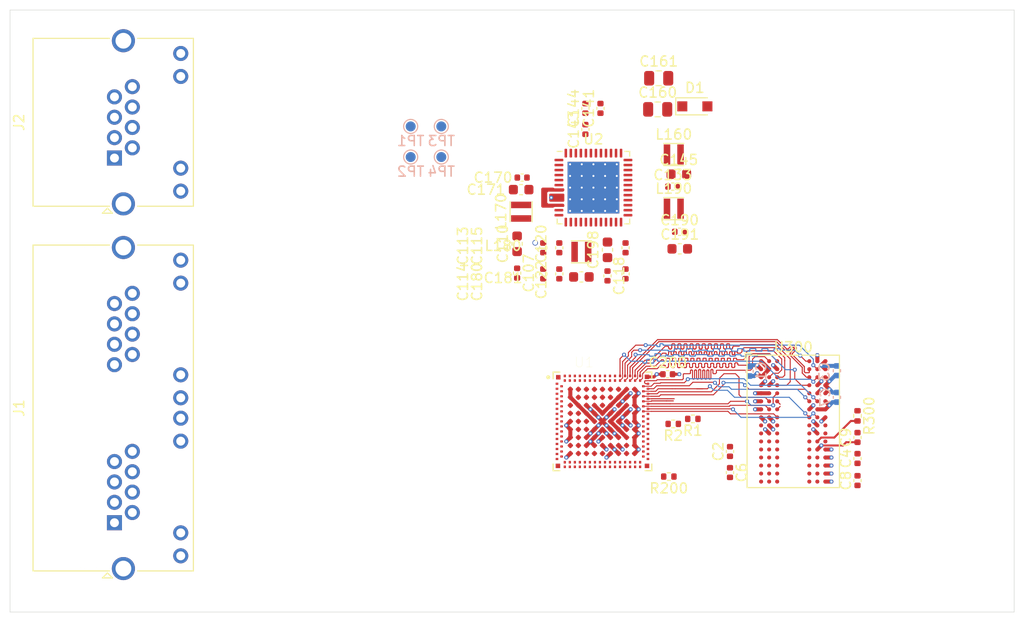
<source format=kicad_pcb>
(kicad_pcb (version 20171130) (host pcbnew 5.1.9-1.fc33)
  (layers (0 F.Cu signal) (1 In1.Cu power) (2 In2.Cu power) (31 B.Cu signal) (34 B.Paste user) (35 F.Paste user) (36 B.SilkS user) (37 F.SilkS user) (38 B.Mask user) (39 F.Mask user) (44 Edge.Cuts user))
  (net 0 "")
  (net 1 "Net-(U1-Pad1)")
  (net 2 "Net-(U1-Pad2)")
  (net 3 "Net-(U1-Pad3)")
  (net 4 "Net-(U1-Pad4)")
  (net 5 "Net-(U1-Pad5)")
  (net 6 "Net-(U1-Pad6)")
  (net 7 "Net-(U1-Pad7)")
  (net 8 "Net-(U1-Pad8)")
  (net 9 "Net-(U1-Pad9)")
  (net 10 "Net-(U1-Pad10)")
  (net 11 "Net-(U1-Pad11)")
  (net 12 "Net-(U1-Pad12)")
  (net 13 "Net-(U1-Pad13)")
  (net 14 "Net-(U1-Pad14)")
  (net 15 "Net-(U1-Pad15)")
  (net 16 "Net-(U1-Pad16)")
  (net 17 "Net-(U1-Pad17)")
  (net 18 "Net-(U1-Pad18)")
  (net 19 "Net-(U1-Pad19)")
  (net 20 "Net-(U1-Pad20)")
  (net 21 "Net-(U1-Pad21)")
  (net 22 "Net-(U1-Pad22)")
  (net 23 "Net-(U1-Pad23)")
  (net 24 "Net-(U1-Pad24)")
  (net 25 "Net-(U1-Pad25)")
  (net 26 "Net-(U1-Pad26)")
  (net 27 "Net-(U1-Pad27)")
  (net 28 "Net-(U1-Pad28)")
  (net 29 "Net-(U1-Pad29)")
  (net 30 "Net-(U1-Pad30)")
  (net 31 "Net-(U1-Pad39)")
  (net 32 "Net-(U1-Pad58)")
  (net 33 "Net-(U1-Pad59)")
  (net 34 "Net-(U1-Pad60)")
  (net 35 "Net-(U1-Pad61)")
  (net 36 "Net-(U1-Pad62)")
  (net 37 "Net-(U1-Pad63)")
  (net 38 "Net-(U1-Pad64)")
  (net 39 "Net-(U1-Pad65)")
  (net 40 "Net-(U1-Pad66)")
  (net 41 "Net-(U1-Pad67)")
  (net 42 "Net-(U1-Pad68)")
  (net 43 "Net-(U1-Pad69)")
  (net 44 "Net-(U1-Pad70)")
  (net 45 "Net-(U1-Pad71)")
  (net 46 "Net-(U1-Pad72)")
  (net 47 "Net-(U1-Pad73)")
  (net 48 "Net-(U1-Pad74)")
  (net 49 "Net-(U1-Pad75)")
  (net 50 "Net-(U1-Pad76)")
  (net 51 "Net-(U1-Pad77)")
  (net 52 "Net-(U1-Pad78)")
  (net 53 "Net-(U1-Pad79)")
  (net 54 "Net-(U1-Pad80)")
  (net 55 "Net-(U1-Pad81)")
  (net 56 "Net-(U1-Pad82)")
  (net 57 "Net-(U1-Pad83)")
  (net 58 "Net-(U1-Pad84)")
  (net 59 "Net-(U1-Pad85)")
  (net 60 "Net-(U1-Pad86)")
  (net 61 "Net-(U1-Pad87)")
  (net 62 "Net-(U1-Pad88)")
  (net 63 "Net-(U1-Pad89)")
  (net 64 "Net-(U1-Pad90)")
  (net 65 "Net-(U1-Pad91)")
  (net 66 "Net-(U1-Pad92)")
  (net 67 "Net-(U1-Pad93)")
  (net 68 "Net-(U1-Pad94)")
  (net 69 "Net-(U1-Pad95)")
  (net 70 "Net-(U1-Pad120)")
  (net 71 "Net-(U1-Pad121)")
  (net 72 "Net-(U1-Pad122)")
  (net 73 "Net-(U1-Pad123)")
  (net 74 "Net-(U1-Pad124)")
  (net 75 "Net-(U1-Pad125)")
  (net 76 "Net-(U1-Pad126)")
  (net 77 "Net-(U1-Pad127)")
  (net 78 "Net-(U1-Pad128)")
  (net 79 "Net-(U1-Pad129)")
  (net 80 "Net-(U1-Pad130)")
  (net 81 "Net-(U1-Pad132)")
  (net 82 "Net-(U1-Pad134)")
  (net 83 "Net-(U1-Pad136)")
  (net 84 "Net-(U1-Pad137)")
  (net 85 "Net-(U1-Pad141)")
  (net 86 "Net-(U1-Pad142)")
  (net 87 "Net-(U1-Pad143)")
  (net 88 "Net-(U1-Pad144)")
  (net 89 "Net-(U1-Pad149)")
  (net 90 "Net-(U1-Pad151)")
  (net 91 "Net-(U1-Pad159)")
  (net 92 "Net-(U1-Pad168)")
  (net 93 "Net-(U1-Pad186)")
  (net 94 "Net-(U1-Pad194)")
  (net 95 "Net-(U1-Pad195)")
  (net 96 "Net-(U1-Pad198)")
  (net 97 "Net-(U1-Pad199)")
  (net 98 "Net-(U1-Pad204)")
  (net 99 "Net-(U1-Pad205)")
  (net 100 "Net-(U1-Pad206)")
  (net 101 "Net-(U1-Pad207)")
  (net 102 GND)
  (net 103 "Net-(U2-Pad48)")
  (net 104 "Net-(U2-Pad36)")
  (net 105 "Net-(U2-Pad34)")
  (net 106 "Net-(U2-Pad32)")
  (net 107 "Net-(U2-Pad30)")
  (net 108 "Net-(U2-Pad25)")
  (net 109 "Net-(U2-Pad23)")
  (net 110 "Net-(U2-Pad11)")
  (net 111 "Net-(U2-Pad4)")
  (net 112 "Net-(U2-Pad3)")
  (net 113 +3V3)
  (net 114 /power/VDD_SFP)
  (net 115 VDD_CORE)
  (net 116 VCC_1V8)
  (net 117 VCC_DDR)
  (net 118 VCC_OTG)
  (net 119 "Net-(D1-Pad2)")
  (net 120 /power/LDO4)
  (net 121 /power/LDO3)
  (net 122 /power/LDO2)
  (net 123 "Net-(L180-Pad1)")
  (net 124 "Net-(L190-Pad1)")
  (net 125 /power/lx1)
  (net 126 PMIC_I2C_SCL)
  (net 127 PMIC_I2C_SDA)
  (net 128 PMIC_INTn)
  (net 129 /power/vr_vcc)
  (net 130 "Net-(C143-Pad1)")
  (net 131 "Net-(C144-Pad1)")
  (net 132 VCC_SD)
  (net 133 "Net-(R300-Pad2)")
  (net 134 /sdram/addr14)
  (net 135 /sdram/addr7)
  (net 136 /sdram/addr13)
  (net 137 /sdram/addr6)
  (net 138 /sdram/addr1)
  (net 139 /sdram/addr5)
  (net 140 /sdram/addr12)
  (net 141 /sdram/addr8)
  (net 142 /sdram/addr3)
  (net 143 /sdram/addr4)
  (net 144 /sdram/addr11)
  (net 145 /sdram/addr9)
  (net 146 /sdram/addr2)
  (net 147 /sdram/addr0)
  (net 148 /sdram/addr10)
  (net 149 SDHC_VSEL)
  (net 150 /sdram/ddr_ba1)
  (net 151 "Net-(U300-PadM7)")
  (net 152 /sdram/ddr_ba2)
  (net 153 /sdram/ddr_ba0)
  (net 154 "Net-(U300-PadL9)")
  (net 155 "Net-(U300-PadL1)")
  (net 156 /sdram/ddr_cke)
  (net 157 /sdram/ddr_ck_n)
  (net 158 "Net-(U300-PadJ9)")
  (net 159 /sdram/ddr_ck_p)
  (net 160 "Net-(U300-PadJ1)")
  (net 161 /sdram/data5)
  (net 162 /sdram/data7)
  (net 163 /sdram/data4)
  (net 164 /sdram/data6)
  (net 165 /sdram/data3)
  (net 166 /sdram/data1)
  (net 167 /sdram/data2)
  (net 168 /sdram/data0)
  (net 169 /sdram/data8)
  (net 170 /sdram/data10)
  (net 171 /sdram/data9)
  (net 172 /sdram/data11)
  (net 173 /sdram/data14)
  (net 174 /sdram/data12)
  (net 175 /sdram/data15)
  (net 176 /sdram/data13)
  (net 177 /sdram/ddr_odt)
  (net 178 VCC_DRAM_REF)
  (net 179 "Net-(R200-Pad2)")
  (net 180 /sdram/ddr_cs)
  (net 181 /sdram/ddr_cas)
  (net 182 /sdram/ddr_we)
  (net 183 /sdram/ddr_ras)
  (net 184 /sdram/ddr_dm1)
  (net 185 /sdram/ddr_dm0)
  (net 186 "Net-(J1-Pad19)")
  (net 187 "Net-(J1-Pad18)")
  (net 188 "Net-(J1-Pad17)")
  (net 189 "Net-(J1-Pad16)")
  (net 190 "Net-(J1-Pad20)")
  (net 191 "Net-(J1-Pad13)")
  (net 192 "Net-(J1-Pad14)")
  (net 193 "Net-(J1-Pad15)")
  (net 194 "Net-(J1-Pad21)")
  (net 195 "Net-(J1-Pad24)")
  (net 196 "Net-(J1-Pad23)")
  (net 197 "Net-(J1-Pad22)")
  (net 198 "Net-(J1-Pad12)")
  (net 199 "Net-(J1-Pad11)")
  (net 200 "Net-(J1-Pad10)")
  (net 201 "Net-(J1-Pad9)")
  (net 202 "Net-(J1-PadSH)")
  (net 203 "Net-(J1-Pad8)")
  (net 204 "Net-(J1-Pad6)")
  (net 205 "Net-(J1-Pad4)")
  (net 206 "Net-(J1-Pad2)")
  (net 207 "Net-(J1-Pad7)")
  (net 208 "Net-(J1-Pad5)")
  (net 209 "Net-(J1-Pad3)")
  (net 210 "Net-(J1-Pad1)")
  (net 211 "Net-(J2-Pad12)")
  (net 212 "Net-(J2-Pad11)")
  (net 213 "Net-(J2-Pad10)")
  (net 214 "Net-(J2-Pad9)")
  (net 215 "Net-(J2-Pad8)")
  (net 216 "Net-(J2-Pad6)")
  (net 217 "Net-(J2-Pad4)")
  (net 218 "Net-(J2-Pad2)")
  (net 219 "Net-(J2-Pad7)")
  (net 220 "Net-(J2-Pad5)")
  (net 221 "Net-(J2-Pad3)")
  (net 222 "Net-(J2-Pad1)")
  (net 223 "Net-(R1-Pad2)")
  (net 224 "Net-(R2-Pad2)")
  (net 225 /sdram/ddr_dqs0-)
  (net 226 /sdram/ddr_dqs1-)
  (net 227 /sdram/ddr_dqs0+)
  (net 228 /sdram/ddr_dqs1+)
  (net 229 VREF_DDR)
  (net 230 RESET)
  (module Package_BGA:BGA-96_9.0x13.0mm_Layout2x3x16_P0.8mm (layer F.Cu) (at 178 81)
    (fp_text reference U300 (at 0 -7.4) (layer F.SilkS))
    (fp_text value MT41K512M16HA)
    (pad T9 smd circle (at 3.2 6) (size 0.4 0.4) (layers F.Cu F.Paste F.Mask) (net 102 GND))
    (pad T8 smd circle (at 2.4 6) (size 0.4 0.4) (layers F.Cu F.Paste F.Mask) (net 141 /sdram/addr8))
    (pad T7 smd circle (at 1.6 6) (size 0.4 0.4) (layers F.Cu F.Paste F.Mask) (net 134 /sdram/addr14))
    (pad T3 smd circle (at -1.6 6) (size 0.4 0.4) (layers F.Cu F.Paste F.Mask) (net 136 /sdram/addr13))
    (pad T2 smd circle (at -2.4 6) (size 0.4 0.4) (layers F.Cu F.Paste F.Mask) (net 230 RESET))
    (pad T1 smd circle (at -3.2 6) (size 0.4 0.4) (layers F.Cu F.Paste F.Mask) (net 102 GND))
    (pad R9 smd circle (at 3.2 5.2) (size 0.4 0.4) (layers F.Cu F.Paste F.Mask) (net 117 VCC_DDR))
    (pad R8 smd circle (at 2.4 5.2) (size 0.4 0.4) (layers F.Cu F.Paste F.Mask) (net 137 /sdram/addr6))
    (pad R7 smd circle (at 1.6 5.2) (size 0.4 0.4) (layers F.Cu F.Paste F.Mask) (net 144 /sdram/addr11))
    (pad R3 smd circle (at -1.6 5.2) (size 0.4 0.4) (layers F.Cu F.Paste F.Mask) (net 145 /sdram/addr9))
    (pad R2 smd circle (at -2.4 5.2) (size 0.4 0.4) (layers F.Cu F.Paste F.Mask) (net 135 /sdram/addr7))
    (pad R1 smd circle (at -3.2 5.2) (size 0.4 0.4) (layers F.Cu F.Paste F.Mask) (net 117 VCC_DDR))
    (pad P9 smd circle (at 3.2 4.4) (size 0.4 0.4) (layers F.Cu F.Paste F.Mask) (net 102 GND))
    (pad P8 smd circle (at 2.4 4.4) (size 0.4 0.4) (layers F.Cu F.Paste F.Mask) (net 143 /sdram/addr4))
    (pad P7 smd circle (at 1.6 4.4) (size 0.4 0.4) (layers F.Cu F.Paste F.Mask) (net 138 /sdram/addr1))
    (pad P3 smd circle (at -1.6 4.4) (size 0.4 0.4) (layers F.Cu F.Paste F.Mask) (net 146 /sdram/addr2))
    (pad P2 smd circle (at -2.4 4.4) (size 0.4 0.4) (layers F.Cu F.Paste F.Mask) (net 139 /sdram/addr5))
    (pad P1 smd circle (at -3.2 4.4) (size 0.4 0.4) (layers F.Cu F.Paste F.Mask) (net 102 GND))
    (pad N9 smd circle (at 3.2 3.6) (size 0.4 0.4) (layers F.Cu F.Paste F.Mask) (net 117 VCC_DDR))
    (pad N8 smd circle (at 2.4 3.6) (size 0.4 0.4) (layers F.Cu F.Paste F.Mask) (net 150 /sdram/ddr_ba1))
    (pad N7 smd circle (at 1.6 3.6) (size 0.4 0.4) (layers F.Cu F.Paste F.Mask) (net 140 /sdram/addr12))
    (pad N3 smd circle (at -1.6 3.6) (size 0.4 0.4) (layers F.Cu F.Paste F.Mask) (net 147 /sdram/addr0))
    (pad N2 smd circle (at -2.4 3.6) (size 0.4 0.4) (layers F.Cu F.Paste F.Mask) (net 142 /sdram/addr3))
    (pad N1 smd circle (at -3.2 3.6) (size 0.4 0.4) (layers F.Cu F.Paste F.Mask) (net 117 VCC_DDR))
    (pad M9 smd circle (at 3.2 2.8) (size 0.4 0.4) (layers F.Cu F.Paste F.Mask) (net 102 GND))
    (pad M8 smd circle (at 2.4 2.8) (size 0.4 0.4) (layers F.Cu F.Paste F.Mask) (net 229 VREF_DDR))
    (pad M7 smd circle (at 1.6 2.8) (size 0.4 0.4) (layers F.Cu F.Paste F.Mask) (net 151 "Net-(U300-PadM7)"))
    (pad M3 smd circle (at -1.6 2.8) (size 0.4 0.4) (layers F.Cu F.Paste F.Mask) (net 152 /sdram/ddr_ba2))
    (pad M2 smd circle (at -2.4 2.8) (size 0.4 0.4) (layers F.Cu F.Paste F.Mask) (net 153 /sdram/ddr_ba0))
    (pad M1 smd circle (at -3.2 2.8) (size 0.4 0.4) (layers F.Cu F.Paste F.Mask) (net 102 GND))
    (pad L9 smd circle (at 3.2 2) (size 0.4 0.4) (layers F.Cu F.Paste F.Mask) (net 154 "Net-(U300-PadL9)"))
    (pad L8 smd circle (at 2.4 2) (size 0.4 0.4) (layers F.Cu F.Paste F.Mask) (net 133 "Net-(R300-Pad2)"))
    (pad L7 smd circle (at 1.6 2) (size 0.4 0.4) (layers F.Cu F.Paste F.Mask) (net 148 /sdram/addr10))
    (pad L3 smd circle (at -1.6 2) (size 0.4 0.4) (layers F.Cu F.Paste F.Mask) (net 182 /sdram/ddr_we))
    (pad L2 smd circle (at -2.4 2) (size 0.4 0.4) (layers F.Cu F.Paste F.Mask) (net 180 /sdram/ddr_cs))
    (pad L1 smd circle (at -3.2 2) (size 0.4 0.4) (layers F.Cu F.Paste F.Mask) (net 155 "Net-(U300-PadL1)"))
    (pad K9 smd circle (at 3.2 1.2) (size 0.4 0.4) (layers F.Cu F.Paste F.Mask) (net 156 /sdram/ddr_cke))
    (pad K8 smd circle (at 2.4 1.2) (size 0.4 0.4) (layers F.Cu F.Paste F.Mask) (net 117 VCC_DDR))
    (pad K7 smd circle (at 1.6 1.2) (size 0.4 0.4) (layers F.Cu F.Paste F.Mask) (net 157 /sdram/ddr_ck_n))
    (pad K3 smd circle (at -1.6 1.2) (size 0.4 0.4) (layers F.Cu F.Paste F.Mask) (net 181 /sdram/ddr_cas))
    (pad K2 smd circle (at -2.4 1.2) (size 0.4 0.4) (layers F.Cu F.Paste F.Mask) (net 117 VCC_DDR))
    (pad K1 smd circle (at -3.2 1.2) (size 0.4 0.4) (layers F.Cu F.Paste F.Mask) (net 177 /sdram/ddr_odt))
    (pad J9 smd circle (at 3.2 0.4) (size 0.4 0.4) (layers F.Cu F.Paste F.Mask) (net 158 "Net-(U300-PadJ9)"))
    (pad J8 smd circle (at 2.4 0.4) (size 0.4 0.4) (layers F.Cu F.Paste F.Mask) (net 102 GND))
    (pad J7 smd circle (at 1.6 0.4) (size 0.4 0.4) (layers F.Cu F.Paste F.Mask) (net 159 /sdram/ddr_ck_p))
    (pad J3 smd circle (at -1.6 0.4) (size 0.4 0.4) (layers F.Cu F.Paste F.Mask) (net 183 /sdram/ddr_ras))
    (pad J2 smd circle (at -2.4 0.4) (size 0.4 0.4) (layers F.Cu F.Paste F.Mask) (net 102 GND))
    (pad J1 smd circle (at -3.2 0.4) (size 0.4 0.4) (layers F.Cu F.Paste F.Mask) (net 160 "Net-(U300-PadJ1)"))
    (pad H9 smd circle (at 3.2 -0.4) (size 0.4 0.4) (layers F.Cu F.Paste F.Mask) (net 117 VCC_DDR))
    (pad H8 smd circle (at 2.4 -0.4) (size 0.4 0.4) (layers F.Cu F.Paste F.Mask) (net 161 /sdram/data5))
    (pad H7 smd circle (at 1.6 -0.4) (size 0.4 0.4) (layers F.Cu F.Paste F.Mask) (net 162 /sdram/data7))
    (pad H3 smd circle (at -1.6 -0.4) (size 0.4 0.4) (layers F.Cu F.Paste F.Mask) (net 163 /sdram/data4))
    (pad H2 smd circle (at -2.4 -0.4) (size 0.4 0.4) (layers F.Cu F.Paste F.Mask) (net 117 VCC_DDR))
    (pad H1 smd circle (at -3.2 -0.4) (size 0.4 0.4) (layers F.Cu F.Paste F.Mask) (net 229 VREF_DDR))
    (pad G9 smd circle (at 3.2 -1.2) (size 0.4 0.4) (layers F.Cu F.Paste F.Mask) (net 102 GND))
    (pad G8 smd circle (at 2.4 -1.2) (size 0.4 0.4) (layers F.Cu F.Paste F.Mask) (net 102 GND))
    (pad G7 smd circle (at 1.6 -1.2) (size 0.4 0.4) (layers F.Cu F.Paste F.Mask) (net 117 VCC_DDR))
    (pad G3 smd circle (at -1.6 -1.2) (size 0.4 0.4) (layers F.Cu F.Paste F.Mask) (net 225 /sdram/ddr_dqs0-))
    (pad G2 smd circle (at -2.4 -1.2) (size 0.4 0.4) (layers F.Cu F.Paste F.Mask) (net 164 /sdram/data6))
    (pad G1 smd circle (at -3.2 -1.2) (size 0.4 0.4) (layers F.Cu F.Paste F.Mask) (net 102 GND))
    (pad F9 smd circle (at 3.2 -2) (size 0.4 0.4) (layers F.Cu F.Paste F.Mask) (net 102 GND))
    (pad F8 smd circle (at 2.4 -2) (size 0.4 0.4) (layers F.Cu F.Paste F.Mask) (net 165 /sdram/data3))
    (pad F7 smd circle (at 1.6 -2) (size 0.4 0.4) (layers F.Cu F.Paste F.Mask) (net 166 /sdram/data1))
    (pad F3 smd circle (at -1.6 -2) (size 0.4 0.4) (layers F.Cu F.Paste F.Mask) (net 227 /sdram/ddr_dqs0+))
    (pad F2 smd circle (at -2.4 -2) (size 0.4 0.4) (layers F.Cu F.Paste F.Mask) (net 167 /sdram/data2))
    (pad F1 smd circle (at -3.2 -2) (size 0.4 0.4) (layers F.Cu F.Paste F.Mask) (net 117 VCC_DDR))
    (pad E9 smd circle (at 3.2 -2.8) (size 0.4 0.4) (layers F.Cu F.Paste F.Mask) (net 117 VCC_DDR))
    (pad E8 smd circle (at 2.4 -2.8) (size 0.4 0.4) (layers F.Cu F.Paste F.Mask) (net 102 GND))
    (pad E7 smd circle (at 1.6 -2.8) (size 0.4 0.4) (layers F.Cu F.Paste F.Mask) (net 185 /sdram/ddr_dm0))
    (pad E3 smd circle (at -1.6 -2.8) (size 0.4 0.4) (layers F.Cu F.Paste F.Mask) (net 168 /sdram/data0))
    (pad E2 smd circle (at -2.4 -2.8) (size 0.4 0.4) (layers F.Cu F.Paste F.Mask) (net 102 GND))
    (pad E1 smd circle (at -3.2 -2.8) (size 0.4 0.4) (layers F.Cu F.Paste F.Mask) (net 102 GND))
    (pad D9 smd circle (at 3.2 -3.6) (size 0.4 0.4) (layers F.Cu F.Paste F.Mask) (net 117 VCC_DDR))
    (pad D8 smd circle (at 2.4 -3.6) (size 0.4 0.4) (layers F.Cu F.Paste F.Mask) (net 102 GND))
    (pad D7 smd circle (at 1.6 -3.6) (size 0.4 0.4) (layers F.Cu F.Paste F.Mask) (net 169 /sdram/data8))
    (pad D3 smd circle (at -1.6 -3.6) (size 0.4 0.4) (layers F.Cu F.Paste F.Mask) (net 184 /sdram/ddr_dm1))
    (pad D2 smd circle (at -2.4 -3.6) (size 0.4 0.4) (layers F.Cu F.Paste F.Mask) (net 117 VCC_DDR))
    (pad D1 smd circle (at -3.2 -3.6) (size 0.4 0.4) (layers F.Cu F.Paste F.Mask) (net 102 GND))
    (pad C9 smd circle (at 3.2 -4.4) (size 0.4 0.4) (layers F.Cu F.Paste F.Mask) (net 117 VCC_DDR))
    (pad C8 smd circle (at 2.4 -4.4) (size 0.4 0.4) (layers F.Cu F.Paste F.Mask) (net 170 /sdram/data10))
    (pad C7 smd circle (at 1.6 -4.4) (size 0.4 0.4) (layers F.Cu F.Paste F.Mask) (net 228 /sdram/ddr_dqs1+))
    (pad C3 smd circle (at -1.6 -4.4) (size 0.4 0.4) (layers F.Cu F.Paste F.Mask) (net 171 /sdram/data9))
    (pad C2 smd circle (at -2.4 -4.4) (size 0.4 0.4) (layers F.Cu F.Paste F.Mask) (net 172 /sdram/data11))
    (pad C1 smd circle (at -3.2 -4.4) (size 0.4 0.4) (layers F.Cu F.Paste F.Mask) (net 117 VCC_DDR))
    (pad B9 smd circle (at 3.2 -5.2) (size 0.4 0.4) (layers F.Cu F.Paste F.Mask) (net 102 GND))
    (pad B8 smd circle (at 2.4 -5.2) (size 0.4 0.4) (layers F.Cu F.Paste F.Mask) (net 173 /sdram/data14))
    (pad B7 smd circle (at 1.6 -5.2) (size 0.4 0.4) (layers F.Cu F.Paste F.Mask) (net 226 /sdram/ddr_dqs1-))
    (pad B3 smd circle (at -1.6 -5.2) (size 0.4 0.4) (layers F.Cu F.Paste F.Mask) (net 102 GND))
    (pad B2 smd circle (at -2.4 -5.2) (size 0.4 0.4) (layers F.Cu F.Paste F.Mask) (net 117 VCC_DDR))
    (pad B1 smd circle (at -3.2 -5.2) (size 0.4 0.4) (layers F.Cu F.Paste F.Mask) (net 102 GND))
    (pad A9 smd circle (at 3.2 -6) (size 0.4 0.4) (layers F.Cu F.Paste F.Mask) (net 102 GND))
    (pad A8 smd circle (at 2.4 -6) (size 0.4 0.4) (layers F.Cu F.Paste F.Mask) (net 117 VCC_DDR))
    (pad A7 smd circle (at 1.6 -6) (size 0.4 0.4) (layers F.Cu F.Paste F.Mask) (net 174 /sdram/data12))
    (pad A3 smd circle (at -1.6 -6) (size 0.4 0.4) (layers F.Cu F.Paste F.Mask) (net 175 /sdram/data15))
    (pad A2 smd circle (at -2.4 -6) (size 0.4 0.4) (layers F.Cu F.Paste F.Mask) (net 176 /sdram/data13))
    (pad A1 smd circle (at -3.2 -6) (size 0.4 0.4) (layers F.Cu F.Paste F.Mask) (net 117 VCC_DDR))
  )
  (module Capacitor_SMD:C_0402_1005Metric (layer B.Cu) (at 173.65 76 90)
    (fp_text reference C1 (at 0 1.16 270) (layer B.SilkS) (effects (justify mirror)))
    (fp_text value 100nF hide)
    (pad 2 smd roundrect (at 0.48 0 90) (size 0.56 0.62) (layers B.Cu B.Paste B.Mask) (net 102 GND))
    (pad 1 smd roundrect (at -0.48 0 90) (size 0.56 0.62) (layers B.Cu B.Paste B.Mask) (net 117 VCC_DDR))
  )
  (module nxp:NXP_LS1012ASE7EKA (layer F.Cu) (at 159 81)
    (fp_text reference U1 (at -1.82507 -5.8852) (layer F.SilkS) (effects (font (size 1.000031 1.000031) (thickness 0.015))))
    (fp_text value LS1012A)
    (pad 1 smd rect (at -4.4 -4.4) (size 0.45 0.45) (layers F.Cu F.Paste F.Mask) (net 1 "Net-(U1-Pad1)"))
    (pad 2 smd rect (at -4.53 -3.75) (size 0.26 0.22) (layers F.Cu F.Paste F.Mask) (net 2 "Net-(U1-Pad2)"))
    (pad 3 smd rect (at -4.53 -3.25) (size 0.26 0.22) (layers F.Cu F.Paste F.Mask) (net 3 "Net-(U1-Pad3)"))
    (pad 4 smd rect (at -4.53 -2.75) (size 0.26 0.22) (layers F.Cu F.Paste F.Mask) (net 4 "Net-(U1-Pad4)"))
    (pad 5 smd rect (at -4.53 -2.25) (size 0.26 0.22) (layers F.Cu F.Paste F.Mask) (net 5 "Net-(U1-Pad5)"))
    (pad 6 smd rect (at -4.53 -1.75) (size 0.26 0.22) (layers F.Cu F.Paste F.Mask) (net 6 "Net-(U1-Pad6)"))
    (pad 7 smd rect (at -4.53 -1.25) (size 0.26 0.22) (layers F.Cu F.Paste F.Mask) (net 7 "Net-(U1-Pad7)"))
    (pad 8 smd rect (at -4.53 -0.75) (size 0.26 0.22) (layers F.Cu F.Paste F.Mask) (net 8 "Net-(U1-Pad8)"))
    (pad 9 smd rect (at -4.53 -0.25) (size 0.26 0.22) (layers F.Cu F.Paste F.Mask) (net 9 "Net-(U1-Pad9)"))
    (pad 10 smd rect (at -4.53 0.25) (size 0.26 0.22) (layers F.Cu F.Paste F.Mask) (net 10 "Net-(U1-Pad10)"))
    (pad 11 smd rect (at -4.53 0.75) (size 0.26 0.22) (layers F.Cu F.Paste F.Mask) (net 11 "Net-(U1-Pad11)"))
    (pad 12 smd rect (at -4.53 1.25) (size 0.26 0.22) (layers F.Cu F.Paste F.Mask) (net 12 "Net-(U1-Pad12)"))
    (pad 13 smd rect (at -4.53 1.75) (size 0.26 0.22) (layers F.Cu F.Paste F.Mask) (net 13 "Net-(U1-Pad13)"))
    (pad 14 smd rect (at -4.53 2.25) (size 0.26 0.22) (layers F.Cu F.Paste F.Mask) (net 14 "Net-(U1-Pad14)"))
    (pad 15 smd rect (at -4.53 2.75) (size 0.26 0.22) (layers F.Cu F.Paste F.Mask) (net 15 "Net-(U1-Pad15)"))
    (pad 16 smd rect (at -4.53 3.25) (size 0.26 0.22) (layers F.Cu F.Paste F.Mask) (net 16 "Net-(U1-Pad16)"))
    (pad 17 smd rect (at -4.53 3.75) (size 0.26 0.22) (layers F.Cu F.Paste F.Mask) (net 17 "Net-(U1-Pad17)"))
    (pad 18 smd rect (at -4.435 4.435) (size 0.45 0.45) (layers F.Cu F.Paste F.Mask) (net 18 "Net-(U1-Pad18)"))
    (pad 19 smd rect (at -3.75 4.53) (size 0.22 0.26) (layers F.Cu F.Paste F.Mask) (net 19 "Net-(U1-Pad19)"))
    (pad 20 smd rect (at -3.25 4.53) (size 0.22 0.26) (layers F.Cu F.Paste F.Mask) (net 20 "Net-(U1-Pad20)"))
    (pad 21 smd rect (at -2.75 4.53) (size 0.22 0.26) (layers F.Cu F.Paste F.Mask) (net 21 "Net-(U1-Pad21)"))
    (pad 22 smd rect (at -2.25 4.53) (size 0.22 0.26) (layers F.Cu F.Paste F.Mask) (net 22 "Net-(U1-Pad22)"))
    (pad 23 smd rect (at -1.75 4.53) (size 0.22 0.26) (layers F.Cu F.Paste F.Mask) (net 23 "Net-(U1-Pad23)"))
    (pad 24 smd rect (at -1.25 4.53) (size 0.22 0.26) (layers F.Cu F.Paste F.Mask) (net 24 "Net-(U1-Pad24)"))
    (pad 25 smd rect (at -0.75 4.53) (size 0.22 0.26) (layers F.Cu F.Paste F.Mask) (net 25 "Net-(U1-Pad25)"))
    (pad 26 smd rect (at -0.25 4.53) (size 0.22 0.26) (layers F.Cu F.Paste F.Mask) (net 26 "Net-(U1-Pad26)"))
    (pad 27 smd rect (at 0.25 4.53) (size 0.22 0.26) (layers F.Cu F.Paste F.Mask) (net 27 "Net-(U1-Pad27)"))
    (pad 28 smd rect (at 0.75 4.53) (size 0.22 0.26) (layers F.Cu F.Paste F.Mask) (net 28 "Net-(U1-Pad28)"))
    (pad 29 smd rect (at 1.25 4.53) (size 0.22 0.26) (layers F.Cu F.Paste F.Mask) (net 29 "Net-(U1-Pad29)"))
    (pad 30 smd rect (at 1.75 4.53) (size 0.22 0.26) (layers F.Cu F.Paste F.Mask) (net 30 "Net-(U1-Pad30)"))
    (pad 31 smd rect (at 2.25 4.53) (size 0.22 0.26) (layers F.Cu F.Paste F.Mask) (net 134 /sdram/addr14))
    (pad 32 smd rect (at 2.75 4.53) (size 0.22 0.26) (layers F.Cu F.Paste F.Mask) (net 135 /sdram/addr7))
    (pad 33 smd rect (at 3.25 4.53) (size 0.22 0.26) (layers F.Cu F.Paste F.Mask) (net 136 /sdram/addr13))
    (pad 34 smd rect (at 3.75 4.53) (size 0.22 0.26) (layers F.Cu F.Paste F.Mask) (net 137 /sdram/addr6))
    (pad 35 smd rect (at 4.435 4.435) (size 0.45 0.45) (layers F.Cu F.Paste F.Mask) (net 179 "Net-(R200-Pad2)"))
    (pad 36 smd rect (at 4.53 3.75) (size 0.26 0.22) (layers F.Cu F.Paste F.Mask) (net 150 /sdram/ddr_ba1))
    (pad 37 smd rect (at 4.53 3.25) (size 0.26 0.22) (layers F.Cu F.Paste F.Mask) (net 138 /sdram/addr1))
    (pad 38 smd rect (at 4.53 2.75) (size 0.26 0.22) (layers F.Cu F.Paste F.Mask) (net 139 /sdram/addr5))
    (pad 39 smd rect (at 4.53 2.25) (size 0.26 0.22) (layers F.Cu F.Paste F.Mask) (net 31 "Net-(U1-Pad39)"))
    (pad 40 smd rect (at 4.53 1.75) (size 0.26 0.22) (layers F.Cu F.Paste F.Mask) (net 140 /sdram/addr12))
    (pad 41 smd rect (at 4.53 1.25) (size 0.26 0.22) (layers F.Cu F.Paste F.Mask) (net 180 /sdram/ddr_cs))
    (pad 42 smd rect (at 4.53 0.75) (size 0.26 0.22) (layers F.Cu F.Paste F.Mask) (net 156 /sdram/ddr_cke))
    (pad 43 smd rect (at 4.53 0.25) (size 0.26 0.22) (layers F.Cu F.Paste F.Mask) (net 181 /sdram/ddr_cas))
    (pad 44 smd rect (at 4.53 -0.25) (size 0.26 0.22) (layers F.Cu F.Paste F.Mask) (net 223 "Net-(R1-Pad2)"))
    (pad 45 smd rect (at 4.53 -0.75) (size 0.26 0.22) (layers F.Cu F.Paste F.Mask) (net 177 /sdram/ddr_odt))
    (pad 46 smd rect (at 4.53 -1.25) (size 0.26 0.22) (layers F.Cu F.Paste F.Mask) (net 161 /sdram/data5))
    (pad 47 smd rect (at 4.53 -1.75) (size 0.26 0.22) (layers F.Cu F.Paste F.Mask) (net 168 /sdram/data0))
    (pad 48 smd rect (at 4.53 -2.25) (size 0.26 0.22) (layers F.Cu F.Paste F.Mask) (net 225 /sdram/ddr_dqs0-))
    (pad 49 smd rect (at 4.53 -2.75) (size 0.26 0.22) (layers F.Cu F.Paste F.Mask) (net 167 /sdram/data2))
    (pad 50 smd rect (at 4.53 -3.25) (size 0.26 0.22) (layers F.Cu F.Paste F.Mask) (net 166 /sdram/data1))
    (pad 51 smd rect (at 4.53 -3.75) (size 0.26 0.22) (layers F.Cu F.Paste F.Mask) (net 176 /sdram/data13))
    (pad 52 smd rect (at 4.435 -4.435) (size 0.45 0.45) (layers F.Cu F.Paste F.Mask) (net 178 VCC_DRAM_REF))
    (pad 53 smd rect (at 3.75 -4.53) (size 0.22 0.26) (layers F.Cu F.Paste F.Mask) (net 172 /sdram/data11))
    (pad 54 smd rect (at 3.25 -4.53) (size 0.22 0.26) (layers F.Cu F.Paste F.Mask) (net 184 /sdram/ddr_dm1))
    (pad 55 smd rect (at 2.75 -4.53) (size 0.22 0.26) (layers F.Cu F.Paste F.Mask) (net 226 /sdram/ddr_dqs1-))
    (pad 56 smd rect (at 2.25 -4.53) (size 0.22 0.26) (layers F.Cu F.Paste F.Mask) (net 174 /sdram/data12))
    (pad 57 smd rect (at 1.75 -4.53) (size 0.22 0.26) (layers F.Cu F.Paste F.Mask) (net 170 /sdram/data10))
    (pad 58 smd rect (at 1.25 -4.53) (size 0.22 0.26) (layers F.Cu F.Paste F.Mask) (net 32 "Net-(U1-Pad58)"))
    (pad 59 smd rect (at 0.75 -4.53) (size 0.22 0.26) (layers F.Cu F.Paste F.Mask) (net 33 "Net-(U1-Pad59)"))
    (pad 60 smd rect (at 0.25 -4.53) (size 0.22 0.26) (layers F.Cu F.Paste F.Mask) (net 34 "Net-(U1-Pad60)"))
    (pad 61 smd rect (at -0.25 -4.53) (size 0.22 0.26) (layers F.Cu F.Paste F.Mask) (net 35 "Net-(U1-Pad61)"))
    (pad 62 smd rect (at -0.75 -4.53) (size 0.22 0.26) (layers F.Cu F.Paste F.Mask) (net 36 "Net-(U1-Pad62)"))
    (pad 63 smd rect (at -1.25 -4.53) (size 0.22 0.26) (layers F.Cu F.Paste F.Mask) (net 37 "Net-(U1-Pad63)"))
    (pad 64 smd rect (at -1.75 -4.53) (size 0.22 0.26) (layers F.Cu F.Paste F.Mask) (net 38 "Net-(U1-Pad64)"))
    (pad 65 smd rect (at -2.25 -4.53) (size 0.22 0.26) (layers F.Cu F.Paste F.Mask) (net 39 "Net-(U1-Pad65)"))
    (pad 66 smd rect (at -2.75 -4.53) (size 0.22 0.26) (layers F.Cu F.Paste F.Mask) (net 40 "Net-(U1-Pad66)"))
    (pad 67 smd rect (at -3.25 -4.53) (size 0.22 0.26) (layers F.Cu F.Paste F.Mask) (net 41 "Net-(U1-Pad67)"))
    (pad 68 smd rect (at -3.75 -4.53) (size 0.22 0.26) (layers F.Cu F.Paste F.Mask) (net 42 "Net-(U1-Pad68)"))
    (pad 69 smd rect (at -4.07 -3.5) (size 0.26 0.22) (layers F.Cu F.Paste F.Mask) (net 43 "Net-(U1-Pad69)"))
    (pad 70 smd rect (at -4.07 -3) (size 0.26 0.22) (layers F.Cu F.Paste F.Mask) (net 44 "Net-(U1-Pad70)"))
    (pad 71 smd rect (at -4.07 -2.5) (size 0.26 0.22) (layers F.Cu F.Paste F.Mask) (net 45 "Net-(U1-Pad71)"))
    (pad 72 smd rect (at -4.07 -2) (size 0.26 0.22) (layers F.Cu F.Paste F.Mask) (net 46 "Net-(U1-Pad72)"))
    (pad 73 smd rect (at -4.07 -1.5) (size 0.26 0.22) (layers F.Cu F.Paste F.Mask) (net 47 "Net-(U1-Pad73)"))
    (pad 74 smd rect (at -4.07 -1) (size 0.26 0.22) (layers F.Cu F.Paste F.Mask) (net 48 "Net-(U1-Pad74)"))
    (pad 75 smd rect (at -4.07 -0.5) (size 0.26 0.22) (layers F.Cu F.Paste F.Mask) (net 49 "Net-(U1-Pad75)"))
    (pad 76 smd rect (at -4.07 0) (size 0.26 0.22) (layers F.Cu F.Paste F.Mask) (net 50 "Net-(U1-Pad76)"))
    (pad 77 smd rect (at -4.07 0.5) (size 0.26 0.22) (layers F.Cu F.Paste F.Mask) (net 51 "Net-(U1-Pad77)"))
    (pad 78 smd rect (at -4.07 1) (size 0.26 0.22) (layers F.Cu F.Paste F.Mask) (net 52 "Net-(U1-Pad78)"))
    (pad 79 smd rect (at -4.07 1.5) (size 0.26 0.22) (layers F.Cu F.Paste F.Mask) (net 53 "Net-(U1-Pad79)"))
    (pad 80 smd rect (at -4.07 2) (size 0.26 0.22) (layers F.Cu F.Paste F.Mask) (net 54 "Net-(U1-Pad80)"))
    (pad 81 smd rect (at -4.07 2.5) (size 0.26 0.22) (layers F.Cu F.Paste F.Mask) (net 55 "Net-(U1-Pad81)"))
    (pad 82 smd rect (at -4.07 3) (size 0.26 0.22) (layers F.Cu F.Paste F.Mask) (net 56 "Net-(U1-Pad82)"))
    (pad 83 smd rect (at -4.07 3.5) (size 0.26 0.22) (layers F.Cu F.Paste F.Mask) (net 57 "Net-(U1-Pad83)"))
    (pad 84 smd rect (at -3.75 4.07) (size 0.22 0.26) (layers F.Cu F.Paste F.Mask) (net 58 "Net-(U1-Pad84)"))
    (pad 85 smd rect (at -3.25 4.07) (size 0.22 0.26) (layers F.Cu F.Paste F.Mask) (net 59 "Net-(U1-Pad85)"))
    (pad 86 smd rect (at -2.75 4.07) (size 0.22 0.26) (layers F.Cu F.Paste F.Mask) (net 60 "Net-(U1-Pad86)"))
    (pad 87 smd rect (at -2.25 4.07) (size 0.22 0.26) (layers F.Cu F.Paste F.Mask) (net 61 "Net-(U1-Pad87)"))
    (pad 88 smd rect (at -1.75 4.07) (size 0.22 0.26) (layers F.Cu F.Paste F.Mask) (net 62 "Net-(U1-Pad88)"))
    (pad 89 smd rect (at -1.25 4.07) (size 0.22 0.26) (layers F.Cu F.Paste F.Mask) (net 63 "Net-(U1-Pad89)"))
    (pad 90 smd rect (at -0.75 4.07) (size 0.22 0.26) (layers F.Cu F.Paste F.Mask) (net 64 "Net-(U1-Pad90)"))
    (pad 91 smd rect (at -0.25 4.07) (size 0.22 0.26) (layers F.Cu F.Paste F.Mask) (net 65 "Net-(U1-Pad91)"))
    (pad 92 smd rect (at 0.25 4.07) (size 0.22 0.26) (layers F.Cu F.Paste F.Mask) (net 66 "Net-(U1-Pad92)"))
    (pad 93 smd rect (at 0.75 4.07) (size 0.22 0.26) (layers F.Cu F.Paste F.Mask) (net 67 "Net-(U1-Pad93)"))
    (pad 94 smd rect (at 1.25 4.07) (size 0.22 0.26) (layers F.Cu F.Paste F.Mask) (net 68 "Net-(U1-Pad94)"))
    (pad 95 smd rect (at 1.75 4.07) (size 0.22 0.26) (layers F.Cu F.Paste F.Mask) (net 69 "Net-(U1-Pad95)"))
    (pad 96 smd rect (at 2.25 4.07) (size 0.22 0.26) (layers F.Cu F.Paste F.Mask) (net 141 /sdram/addr8))
    (pad 97 smd rect (at 2.75 4.07) (size 0.22 0.26) (layers F.Cu F.Paste F.Mask) (net 142 /sdram/addr3))
    (pad 98 smd rect (at 3.25 4.07) (size 0.22 0.26) (layers F.Cu F.Paste F.Mask) (net 143 /sdram/addr4))
    (pad 99 smd rect (at 3.75 4.07) (size 0.22 0.26) (layers F.Cu F.Paste F.Mask) (net 144 /sdram/addr11))
    (pad 100 smd rect (at 4.07 3.5) (size 0.26 0.22) (layers F.Cu F.Paste F.Mask) (net 145 /sdram/addr9))
    (pad 101 smd rect (at 4.07 3) (size 0.26 0.22) (layers F.Cu F.Paste F.Mask) (net 153 /sdram/ddr_ba0))
    (pad 102 smd rect (at 4.07 2.5) (size 0.26 0.22) (layers F.Cu F.Paste F.Mask) (net 146 /sdram/addr2))
    (pad 103 smd rect (at 4.07 2) (size 0.26 0.22) (layers F.Cu F.Paste F.Mask) (net 147 /sdram/addr0))
    (pad 104 smd rect (at 4.07 1.5) (size 0.26 0.22) (layers F.Cu F.Paste F.Mask) (net 152 /sdram/ddr_ba2))
    (pad 105 smd rect (at 4.07 1) (size 0.26 0.22) (layers F.Cu F.Paste F.Mask) (net 182 /sdram/ddr_we))
    (pad 106 smd rect (at 4.07 0.5) (size 0.26 0.22) (layers F.Cu F.Paste F.Mask) (net 148 /sdram/addr10))
    (pad 107 smd rect (at 4.07 0) (size 0.26 0.22) (layers F.Cu F.Paste F.Mask) (net 224 "Net-(R2-Pad2)"))
    (pad 108 smd rect (at 4.07 -0.5) (size 0.26 0.22) (layers F.Cu F.Paste F.Mask) (net 183 /sdram/ddr_ras))
    (pad 109 smd rect (at 4.07 -1) (size 0.26 0.22) (layers F.Cu F.Paste F.Mask) (net 163 /sdram/data4))
    (pad 110 smd rect (at 4.07 -1.5) (size 0.26 0.22) (layers F.Cu F.Paste F.Mask) (net 164 /sdram/data6))
    (pad 111 smd rect (at 4.07 -2) (size 0.26 0.22) (layers F.Cu F.Paste F.Mask) (net 227 /sdram/ddr_dqs0+))
    (pad 112 smd rect (at 4.07 -2.5) (size 0.26 0.22) (layers F.Cu F.Paste F.Mask) (net 185 /sdram/ddr_dm0))
    (pad 113 smd rect (at 4.07 -3) (size 0.26 0.22) (layers F.Cu F.Paste F.Mask) (net 162 /sdram/data7))
    (pad 114 smd rect (at 4.07 -3.5) (size 0.26 0.22) (layers F.Cu F.Paste F.Mask) (net 165 /sdram/data3))
    (pad 115 smd rect (at 3.75 -4.07) (size 0.22 0.26) (layers F.Cu F.Paste F.Mask) (net 175 /sdram/data15))
    (pad 116 smd rect (at 3.25 -4.07) (size 0.22 0.26) (layers F.Cu F.Paste F.Mask) (net 171 /sdram/data9))
    (pad 117 smd rect (at 2.75 -4.07) (size 0.22 0.26) (layers F.Cu F.Paste F.Mask) (net 228 /sdram/ddr_dqs1+))
    (pad 118 smd rect (at 2.25 -4.07) (size 0.22 0.26) (layers F.Cu F.Paste F.Mask) (net 169 /sdram/data8))
    (pad 119 smd rect (at 1.75 -4.07) (size 0.22 0.26) (layers F.Cu F.Paste F.Mask) (net 173 /sdram/data14))
    (pad 120 smd rect (at 1.25 -4.07) (size 0.22 0.26) (layers F.Cu F.Paste F.Mask) (net 70 "Net-(U1-Pad120)"))
    (pad 121 smd rect (at 0.75 -4.07) (size 0.22 0.26) (layers F.Cu F.Paste F.Mask) (net 71 "Net-(U1-Pad121)"))
    (pad 122 smd rect (at 0.25 -4.07) (size 0.22 0.26) (layers F.Cu F.Paste F.Mask) (net 72 "Net-(U1-Pad122)"))
    (pad 123 smd rect (at -0.25 -4.07) (size 0.22 0.26) (layers F.Cu F.Paste F.Mask) (net 73 "Net-(U1-Pad123)"))
    (pad 124 smd rect (at -0.75 -4.07) (size 0.22 0.26) (layers F.Cu F.Paste F.Mask) (net 74 "Net-(U1-Pad124)"))
    (pad 125 smd rect (at -1.25 -4.07) (size 0.22 0.26) (layers F.Cu F.Paste F.Mask) (net 75 "Net-(U1-Pad125)"))
    (pad 126 smd rect (at -1.75 -4.07) (size 0.22 0.26) (layers F.Cu F.Paste F.Mask) (net 76 "Net-(U1-Pad126)"))
    (pad 127 smd rect (at -2.25 -4.07) (size 0.22 0.26) (layers F.Cu F.Paste F.Mask) (net 77 "Net-(U1-Pad127)"))
    (pad 128 smd rect (at -2.75 -4.07) (size 0.22 0.26) (layers F.Cu F.Paste F.Mask) (net 78 "Net-(U1-Pad128)"))
    (pad 129 smd rect (at -3.25 -4.07) (size 0.22 0.26) (layers F.Cu F.Paste F.Mask) (net 79 "Net-(U1-Pad129)"))
    (pad 130 smd rect (at -3.75 -4.07) (size 0.22 0.26) (layers F.Cu F.Paste F.Mask) (net 80 "Net-(U1-Pad130)"))
    (pad 131 smd roundrect (at -3.2 -3.2 45) (size 0.45 0.45) (layers F.Cu F.Paste F.Mask) (net 102 GND))
    (pad 132 smd roundrect (at -2.4 -3.2 45) (size 0.45 0.45) (layers F.Cu F.Paste F.Mask) (net 81 "Net-(U1-Pad132)"))
    (pad 133 smd roundrect (at -1.6 -3.2 45) (size 0.45 0.45) (layers F.Cu F.Paste F.Mask) (net 102 GND))
    (pad 134 smd roundrect (at -0.8 -3.2 45) (size 0.45 0.45) (layers F.Cu F.Paste F.Mask) (net 82 "Net-(U1-Pad134)"))
    (pad 135 smd roundrect (at 0 -3.2 45) (size 0.45 0.45) (layers F.Cu F.Paste F.Mask) (net 102 GND))
    (pad 136 smd roundrect (at 0.8 -3.2 45) (size 0.45 0.45) (layers F.Cu F.Paste F.Mask) (net 83 "Net-(U1-Pad136)"))
    (pad 137 smd roundrect (at 1.6 -3.2 45) (size 0.45 0.45) (layers F.Cu F.Paste F.Mask) (net 84 "Net-(U1-Pad137)"))
    (pad 138 smd roundrect (at 2.4 -3.2 45) (size 0.45 0.45) (layers F.Cu F.Paste F.Mask) (net 102 GND))
    (pad 139 smd roundrect (at 3.2 -3.2 45) (size 0.45 0.45) (layers F.Cu F.Paste F.Mask) (net 102 GND))
    (pad 140 smd roundrect (at -3.2 -2.4 45) (size 0.45 0.45) (layers F.Cu F.Paste F.Mask) (net 102 GND))
    (pad 141 smd roundrect (at -2.4 -2.4 45) (size 0.45 0.45) (layers F.Cu F.Paste F.Mask) (net 85 "Net-(U1-Pad141)"))
    (pad 142 smd roundrect (at -1.6 -2.4 45) (size 0.45 0.45) (layers F.Cu F.Paste F.Mask) (net 86 "Net-(U1-Pad142)"))
    (pad 143 smd roundrect (at -0.8 -2.4 45) (size 0.45 0.45) (layers F.Cu F.Paste F.Mask) (net 87 "Net-(U1-Pad143)"))
    (pad 144 smd roundrect (at 0 -2.4 45) (size 0.45 0.45) (layers F.Cu F.Paste F.Mask) (net 88 "Net-(U1-Pad144)"))
    (pad 145 smd roundrect (at 0.8 -2.4 45) (size 0.45 0.45) (layers F.Cu F.Paste F.Mask) (net 88 "Net-(U1-Pad144)"))
    (pad 146 smd roundrect (at 1.6 -2.4 45) (size 0.45 0.45) (layers F.Cu F.Paste F.Mask) (net 102 GND))
    (pad 147 smd roundrect (at 2.4 -2.4 45) (size 0.45 0.45) (layers F.Cu F.Paste F.Mask) (net 117 VCC_DDR))
    (pad 148 smd roundrect (at 3.2 -2.4 45) (size 0.45 0.45) (layers F.Cu F.Paste F.Mask) (net 102 GND))
    (pad 149 smd roundrect (at -3.2 -1.6 45) (size 0.45 0.45) (layers F.Cu F.Paste F.Mask) (net 89 "Net-(U1-Pad149)"))
    (pad 150 smd roundrect (at -2.4 -1.6 45) (size 0.45 0.45) (layers F.Cu F.Paste F.Mask) (net 102 GND))
    (pad 151 smd roundrect (at -1.6 -1.6 45) (size 0.45 0.45) (layers F.Cu F.Paste F.Mask) (net 90 "Net-(U1-Pad151)"))
    (pad 152 smd roundrect (at -0.8 -1.6 45) (size 0.45 0.45) (layers F.Cu F.Paste F.Mask) (net 102 GND))
    (pad 153 smd roundrect (at 0 -1.6 45) (size 0.45 0.45) (layers F.Cu F.Paste F.Mask) (net 102 GND))
    (pad 154 smd roundrect (at 0.8 -1.6 45) (size 0.45 0.45) (layers F.Cu F.Paste F.Mask) (net 102 GND))
    (pad 155 smd roundrect (at 1.6 -1.6 45) (size 0.45 0.45) (layers F.Cu F.Paste F.Mask) (net 117 VCC_DDR))
    (pad 156 smd roundrect (at 2.4 -1.6 45) (size 0.45 0.45) (layers F.Cu F.Paste F.Mask) (net 102 GND))
    (pad 157 smd roundrect (at 3.2 -1.6 45) (size 0.45 0.45) (layers F.Cu F.Paste F.Mask) (net 102 GND))
    (pad 158 smd roundrect (at -3.2 -0.8 45) (size 0.45 0.45) (layers F.Cu F.Paste F.Mask) (net 102 GND))
    (pad 159 smd roundrect (at -2.4 -0.8 45) (size 0.45 0.45) (layers F.Cu F.Paste F.Mask) (net 91 "Net-(U1-Pad159)"))
    (pad 160 smd roundrect (at -1.6 -0.8 45) (size 0.45 0.45) (layers F.Cu F.Paste F.Mask) (net 102 GND))
    (pad 161 smd roundrect (at -0.8 -0.8 45) (size 0.45 0.45) (layers F.Cu F.Paste F.Mask) (net 90 "Net-(U1-Pad151)"))
    (pad 162 smd roundrect (at 0 -0.8 45) (size 0.45 0.45) (layers F.Cu F.Paste F.Mask) (net 102 GND))
    (pad 163 smd roundrect (at 0.8 -0.8 45) (size 0.45 0.45) (layers F.Cu F.Paste F.Mask) (net 90 "Net-(U1-Pad151)"))
    (pad 164 smd roundrect (at 1.6 -0.8 45) (size 0.45 0.45) (layers F.Cu F.Paste F.Mask) (net 102 GND))
    (pad 165 smd roundrect (at 2.4 -0.8 45) (size 0.45 0.45) (layers F.Cu F.Paste F.Mask) (net 117 VCC_DDR))
    (pad 166 smd roundrect (at 3.2 -0.8 45) (size 0.45 0.45) (layers F.Cu F.Paste F.Mask) (net 102 GND))
    (pad 167 smd roundrect (at -3.2 0 45) (size 0.45 0.45) (layers F.Cu F.Paste F.Mask) (net 102 GND))
    (pad 168 smd roundrect (at -2.4 0 45) (size 0.45 0.45) (layers F.Cu F.Paste F.Mask) (net 92 "Net-(U1-Pad168)"))
    (pad 169 smd roundrect (at -1.6 0 45) (size 0.45 0.45) (layers F.Cu F.Paste F.Mask) (net 90 "Net-(U1-Pad151)"))
    (pad 170 smd roundrect (at -0.8 0 45) (size 0.45 0.45) (layers F.Cu F.Paste F.Mask) (net 102 GND))
    (pad 171 smd roundrect (at 0 0 45) (size 0.45 0.45) (layers F.Cu F.Paste F.Mask) (net 90 "Net-(U1-Pad151)"))
    (pad 172 smd roundrect (at 0.8 0 45) (size 0.45 0.45) (layers F.Cu F.Paste F.Mask) (net 102 GND))
    (pad 173 smd roundrect (at 1.6 0 45) (size 0.45 0.45) (layers F.Cu F.Paste F.Mask) (net 117 VCC_DDR))
    (pad 174 smd roundrect (at 2.4 0 45) (size 0.45 0.45) (layers F.Cu F.Paste F.Mask) (net 88 "Net-(U1-Pad144)"))
    (pad 175 smd roundrect (at 3.2 0 45) (size 0.45 0.45) (layers F.Cu F.Paste F.Mask) (net 102 GND))
    (pad 176 smd roundrect (at -3.2 0.8 45) (size 0.45 0.45) (layers F.Cu F.Paste F.Mask) (net 102 GND))
    (pad 177 smd roundrect (at -2.4 0.8 45) (size 0.45 0.45) (layers F.Cu F.Paste F.Mask) (net 92 "Net-(U1-Pad168)"))
    (pad 178 smd roundrect (at -1.6 0.8 45) (size 0.45 0.45) (layers F.Cu F.Paste F.Mask) (net 102 GND))
    (pad 179 smd roundrect (at -0.8 0.8 45) (size 0.45 0.45) (layers F.Cu F.Paste F.Mask) (net 90 "Net-(U1-Pad151)"))
    (pad 180 smd roundrect (at 0 0.8 45) (size 0.45 0.45) (layers F.Cu F.Paste F.Mask) (net 102 GND))
    (pad 181 smd roundrect (at 0.8 0.8 45) (size 0.45 0.45) (layers F.Cu F.Paste F.Mask) (net 90 "Net-(U1-Pad151)"))
    (pad 182 smd roundrect (at 1.6 0.8 45) (size 0.45 0.45) (layers F.Cu F.Paste F.Mask) (net 102 GND))
    (pad 183 smd roundrect (at 2.4 0.8 45) (size 0.45 0.45) (layers F.Cu F.Paste F.Mask) (net 117 VCC_DDR))
    (pad 184 smd roundrect (at 3.2 0.8 45) (size 0.45 0.45) (layers F.Cu F.Paste F.Mask) (net 102 GND))
    (pad 185 smd roundrect (at -3.2 1.6 45) (size 0.45 0.45) (layers F.Cu F.Paste F.Mask) (net 102 GND))
    (pad 186 smd roundrect (at -2.4 1.6 45) (size 0.45 0.45) (layers F.Cu F.Paste F.Mask) (net 93 "Net-(U1-Pad186)"))
    (pad 187 smd roundrect (at -1.6 1.6 45) (size 0.45 0.45) (layers F.Cu F.Paste F.Mask) (net 90 "Net-(U1-Pad151)"))
    (pad 188 smd roundrect (at -0.8 1.6 45) (size 0.45 0.45) (layers F.Cu F.Paste F.Mask) (net 102 GND))
    (pad 189 smd roundrect (at 0 1.6 45) (size 0.45 0.45) (layers F.Cu F.Paste F.Mask) (net 90 "Net-(U1-Pad151)"))
    (pad 190 smd roundrect (at 0.8 1.6 45) (size 0.45 0.45) (layers F.Cu F.Paste F.Mask) (net 102 GND))
    (pad 191 smd roundrect (at 1.6 1.6 45) (size 0.45 0.45) (layers F.Cu F.Paste F.Mask) (net 90 "Net-(U1-Pad151)"))
    (pad 192 smd roundrect (at 2.4 1.6 45) (size 0.45 0.45) (layers F.Cu F.Paste F.Mask) (net 102 GND))
    (pad 193 smd roundrect (at 3.2 1.6 45) (size 0.45 0.45) (layers F.Cu F.Paste F.Mask) (net 102 GND))
    (pad 194 smd roundrect (at -3.2 2.4 45) (size 0.45 0.45) (layers F.Cu F.Paste F.Mask) (net 94 "Net-(U1-Pad194)"))
    (pad 195 smd roundrect (at -2.4 2.4 45) (size 0.45 0.45) (layers F.Cu F.Paste F.Mask) (net 95 "Net-(U1-Pad195)"))
    (pad 196 smd roundrect (at -1.6 2.4 45) (size 0.45 0.45) (layers F.Cu F.Paste F.Mask) (net 102 GND))
    (pad 197 smd roundrect (at -0.8 2.4 45) (size 0.45 0.45) (layers F.Cu F.Paste F.Mask) (net 102 GND))
    (pad 198 smd roundrect (at 0 2.4 45) (size 0.45 0.45) (layers F.Cu F.Paste F.Mask) (net 96 "Net-(U1-Pad198)"))
    (pad 199 smd roundrect (at 0.8 2.4 45) (size 0.45 0.45) (layers F.Cu F.Paste F.Mask) (net 97 "Net-(U1-Pad199)"))
    (pad 200 smd roundrect (at 1.6 2.4 45) (size 0.45 0.45) (layers F.Cu F.Paste F.Mask) (net 96 "Net-(U1-Pad198)"))
    (pad 201 smd roundrect (at 2.4 2.4 45) (size 0.45 0.45) (layers F.Cu F.Paste F.Mask) (net 102 GND))
    (pad 202 smd roundrect (at 3.2 2.4 45) (size 0.45 0.45) (layers F.Cu F.Paste F.Mask) (net 102 GND))
    (pad 203 smd roundrect (at -3.2 3.2 45) (size 0.45 0.45) (layers F.Cu F.Paste F.Mask) (net 102 GND))
    (pad 204 smd roundrect (at -2.4 3.2 45) (size 0.45 0.45) (layers F.Cu F.Paste F.Mask) (net 98 "Net-(U1-Pad204)"))
    (pad 205 smd roundrect (at -1.6 3.2 45) (size 0.45 0.45) (layers F.Cu F.Paste F.Mask) (net 99 "Net-(U1-Pad205)"))
    (pad 206 smd roundrect (at -0.8 3.2 45) (size 0.45 0.45) (layers F.Cu F.Paste F.Mask) (net 100 "Net-(U1-Pad206)"))
    (pad 207 smd roundrect (at 0 3.2 45) (size 0.45 0.45) (layers F.Cu F.Paste F.Mask) (net 101 "Net-(U1-Pad207)"))
    (pad 208 smd roundrect (at 0.8 3.2 45) (size 0.45 0.45) (layers F.Cu F.Paste F.Mask) (net 102 GND))
    (pad 209 smd roundrect (at 1.6 3.2 45) (size 0.45 0.45) (layers F.Cu F.Paste F.Mask) (net 97 "Net-(U1-Pad199)"))
    (pad 210 smd roundrect (at 2.4 3.2 45) (size 0.45 0.45) (layers F.Cu F.Paste F.Mask) (net 102 GND))
    (pad 211 smd roundrect (at 3.2 3.2 45) (size 0.45 0.45) (layers F.Cu F.Paste F.Mask) (net 102 GND))
  )
  (module Capacitor_SMD:C_0402_1005Metric (layer F.Cu) (at 184.4 82.6 90)
    (fp_text reference C9 (at 0 -1.16 90) (layer F.SilkS))
    (fp_text value 100nF)
    (pad 2 smd roundrect (at 0.48 0 90) (size 0.56 0.62) (layers F.Cu F.Paste F.Mask) (net 102 GND))
    (pad 1 smd roundrect (at -0.48 0 90) (size 0.56 0.62) (layers F.Cu F.Paste F.Mask) (net 229 VREF_DDR))
  )
  (module Capacitor_SMD:C_0402_1005Metric (layer F.Cu) (at 184.4 86.9 90)
    (fp_text reference C8 (at 0 -1.16 90) (layer F.SilkS))
    (fp_text value 1uF)
    (pad 2 smd roundrect (at 0.48 0 90) (size 0.56 0.62) (layers F.Cu F.Paste F.Mask) (net 102 GND))
    (pad 1 smd roundrect (at -0.48 0 90) (size 0.56 0.62) (layers F.Cu F.Paste F.Mask) (net 117 VCC_DDR))
  )
  (module Capacitor_SMD:C_0402_1005Metric (layer B.Cu) (at 182.35 78.6 270)
    (fp_text reference C7 (at 0 1.16 270) (layer B.SilkS) (effects (justify mirror)))
    (fp_text value 1uF)
    (pad 2 smd roundrect (at 0.48 0 270) (size 0.56 0.62) (layers B.Cu B.Paste B.Mask) (net 102 GND))
    (pad 1 smd roundrect (at -0.48 0 270) (size 0.56 0.62) (layers B.Cu B.Paste B.Mask) (net 117 VCC_DDR))
  )
  (module Capacitor_SMD:C_0402_1005Metric (layer F.Cu) (at 171.7 86.1 270)
    (fp_text reference C6 (at 0 -1.16 90) (layer F.SilkS))
    (fp_text value 1uF)
    (pad 2 smd roundrect (at 0.48 0 270) (size 0.56 0.62) (layers F.Cu F.Paste F.Mask) (net 102 GND))
    (pad 1 smd roundrect (at -0.48 0 270) (size 0.56 0.62) (layers F.Cu F.Paste F.Mask) (net 117 VCC_DDR))
  )
  (module Capacitor_SMD:C_0402_1005Metric (layer F.Cu) (at 184.4 84.7 90)
    (fp_text reference C4 (at 0 -1.16 90) (layer F.SilkS))
    (fp_text value 100nF)
    (pad 2 smd roundrect (at 0.48 0 90) (size 0.56 0.62) (layers F.Cu F.Paste F.Mask) (net 102 GND))
    (pad 1 smd roundrect (at -0.48 0 90) (size 0.56 0.62) (layers F.Cu F.Paste F.Mask) (net 117 VCC_DDR))
  )
  (module Capacitor_SMD:C_0402_1005Metric (layer B.Cu) (at 182.35 75.95 90)
    (fp_text reference C3 (at -0.1 -1.25 270) (layer B.SilkS) (effects (justify mirror)))
    (fp_text value 100nF)
    (pad 2 smd roundrect (at 0.48 0 90) (size 0.56 0.62) (layers B.Cu B.Paste B.Mask) (net 102 GND))
    (pad 1 smd roundrect (at -0.48 0 90) (size 0.56 0.62) (layers B.Cu B.Paste B.Mask) (net 117 VCC_DDR))
  )
  (module Capacitor_SMD:C_0402_1005Metric (layer F.Cu) (at 171.7 84 90)
    (fp_text reference C2 (at 0 -1.16 90) (layer F.SilkS))
    (fp_text value 100nF)
    (pad 2 smd roundrect (at 0.48 0 90) (size 0.56 0.62) (layers F.Cu F.Paste F.Mask) (net 102 GND))
    (pad 1 smd roundrect (at -0.48 0 90) (size 0.56 0.62) (layers F.Cu F.Paste F.Mask) (net 117 VCC_DDR))
  )
  (module Capacitor_SMD:C_0402_1005Metric (layer F.Cu) (at 165.5 76.3)
    (fp_text reference C200 (at 0 -1.16) (layer F.SilkS))
    (fp_text value 100nF hide)
    (pad 2 smd roundrect (at 0.48 0) (size 0.56 0.62) (layers F.Cu F.Paste F.Mask) (net 102 GND))
    (pad 1 smd roundrect (at -0.48 0) (size 0.56 0.62) (layers F.Cu F.Paste F.Mask) (net 178 VCC_DRAM_REF))
  )
  (module Resistor_SMD:R_0402_1005Metric (layer F.Cu) (at 166.05 81.25 180)
    (fp_text reference R2 (at 0 -1.17) (layer F.SilkS))
    (fp_text value 10)
    (pad 2 smd roundrect (at 0.51 0 180) (size 0.54 0.64) (layers F.Cu F.Paste F.Mask) (net 224 "Net-(R2-Pad2)"))
    (pad 1 smd roundrect (at -0.51 0 180) (size 0.54 0.64) (layers F.Cu F.Paste F.Mask) (net 157 /sdram/ddr_ck_n))
  )
  (module Resistor_SMD:R_0402_1005Metric (layer F.Cu) (at 168 80.75 180)
    (fp_text reference R1 (at 0 -1.17) (layer F.SilkS))
    (fp_text value 10)
    (pad 2 smd roundrect (at 0.51 0 180) (size 0.54 0.64) (layers F.Cu F.Paste F.Mask) (net 223 "Net-(R1-Pad2)"))
    (pad 1 smd roundrect (at -0.51 0 180) (size 0.54 0.64) (layers F.Cu F.Paste F.Mask) (net 159 /sdram/ddr_ck_p))
  )
  (module Connector_RJ:RJ45_Amphenol_RJHSE538X (layer F.Cu) (at 110.4 54.75 90)
    (fp_text reference J2 (at 3.56 -9.5 90) (layer F.SilkS))
    (fp_text value RJ45_LED)
    (pad 12 thru_hole circle (at 10.42 6.6 90) (size 1.5 1.5) (drill 0.89) (layers *.Cu *.Mask) (net 211 "Net-(J2-Pad12)"))
    (pad 11 thru_hole circle (at 8.13 6.6 90) (size 1.5 1.5) (drill 0.89) (layers *.Cu *.Mask) (net 212 "Net-(J2-Pad11)"))
    (pad 10 thru_hole circle (at -1.01 6.6 90) (size 1.5 1.5) (drill 0.89) (layers *.Cu *.Mask) (net 213 "Net-(J2-Pad10)"))
    (pad 9 thru_hole circle (at -3.3 6.6 90) (size 1.5 1.5) (drill 0.89) (layers *.Cu *.Mask) (net 214 "Net-(J2-Pad9)"))
    (pad SH thru_hole circle (at -4.57 0.89 90) (size 2.3 2.3) (drill 1.57) (layers *.Cu *.Mask))
    (pad SH thru_hole circle (at 11.69 0.89 90) (size 2.3 2.3) (drill 1.57) (layers *.Cu *.Mask))
    (pad "" np_thru_hole circle (at 9.91 -2.54 90) (size 3.25 3.25) (drill 3.25) (layers *.Cu *.Mask))
    (pad "" np_thru_hole circle (at -2.79 -2.54 90) (size 3.25 3.25) (drill 3.25) (layers *.Cu *.Mask))
    (pad 8 thru_hole circle (at 7.112 1.78 90) (size 1.5 1.5) (drill 0.89) (layers *.Cu *.Mask) (net 215 "Net-(J2-Pad8)"))
    (pad 6 thru_hole circle (at 5.08 1.78 90) (size 1.5 1.5) (drill 0.89) (layers *.Cu *.Mask) (net 216 "Net-(J2-Pad6)"))
    (pad 4 thru_hole circle (at 3.048 1.78 90) (size 1.5 1.5) (drill 0.89) (layers *.Cu *.Mask) (net 217 "Net-(J2-Pad4)"))
    (pad 2 thru_hole circle (at 1.016 1.78 90) (size 1.5 1.5) (drill 0.89) (layers *.Cu *.Mask) (net 218 "Net-(J2-Pad2)"))
    (pad 7 thru_hole circle (at 6.096 0 90) (size 1.5 1.5) (drill 0.89) (layers *.Cu *.Mask) (net 219 "Net-(J2-Pad7)"))
    (pad 5 thru_hole circle (at 4.064 0 90) (size 1.5 1.5) (drill 0.89) (layers *.Cu *.Mask) (net 220 "Net-(J2-Pad5)"))
    (pad 3 thru_hole circle (at 2.032 0 90) (size 1.5 1.5) (drill 0.89) (layers *.Cu *.Mask) (net 221 "Net-(J2-Pad3)"))
    (pad 1 thru_hole rect (at 0 0 90) (size 1.5 1.5) (drill 0.89) (layers *.Cu *.Mask) (net 222 "Net-(J2-Pad1)"))
  )
  (module Connector_RJ:RJ45_Amphenol_RJHSE538X-02 (layer F.Cu) (at 110.4 91.1 90)
    (fp_text reference J1 (at 11.43 -9.5 90) (layer F.SilkS))
    (fp_text value RJ45_LED_Shielded_x2)
    (pad 19 thru_hole circle (at 21.846 0 90) (size 1.5 1.5) (drill 0.89) (layers *.Cu *.Mask) (net 186 "Net-(J1-Pad19)"))
    (pad 18 thru_hole circle (at 20.83 1.78 90) (size 1.5 1.5) (drill 0.89) (layers *.Cu *.Mask) (net 187 "Net-(J1-Pad18)"))
    (pad 17 thru_hole circle (at 19.814 0 90) (size 1.5 1.5) (drill 0.89) (layers *.Cu *.Mask) (net 188 "Net-(J1-Pad17)"))
    (pad 16 thru_hole circle (at 18.798 1.78 90) (size 1.5 1.5) (drill 0.89) (layers *.Cu *.Mask) (net 189 "Net-(J1-Pad16)"))
    (pad 20 thru_hole circle (at 22.862 1.78 90) (size 1.5 1.5) (drill 0.89) (layers *.Cu *.Mask) (net 190 "Net-(J1-Pad20)"))
    (pad 13 thru_hole circle (at 15.75 0 90) (size 1.5 1.5) (drill 0.89) (layers *.Cu *.Mask) (net 191 "Net-(J1-Pad13)"))
    (pad 14 thru_hole circle (at 16.766 1.78 90) (size 1.5 1.5) (drill 0.89) (layers *.Cu *.Mask) (net 192 "Net-(J1-Pad14)"))
    (pad 15 thru_hole circle (at 17.782 0 90) (size 1.5 1.5) (drill 0.89) (layers *.Cu *.Mask) (net 193 "Net-(J1-Pad15)"))
    (pad 21 thru_hole circle (at 12.45 6.6 90) (size 1.5 1.5) (drill 0.89) (layers *.Cu *.Mask) (net 194 "Net-(J1-Pad21)"))
    (pad 24 thru_hole circle (at 26.17 6.6 90) (size 1.5 1.5) (drill 0.89) (layers *.Cu *.Mask) (net 195 "Net-(J1-Pad24)"))
    (pad 23 thru_hole circle (at 23.88 6.6 90) (size 1.5 1.5) (drill 0.89) (layers *.Cu *.Mask) (net 196 "Net-(J1-Pad23)"))
    (pad 22 thru_hole circle (at 14.74 6.6 90) (size 1.5 1.5) (drill 0.89) (layers *.Cu *.Mask) (net 197 "Net-(J1-Pad22)"))
    (pad 12 thru_hole circle (at 10.42 6.6 90) (size 1.5 1.5) (drill 0.89) (layers *.Cu *.Mask) (net 198 "Net-(J1-Pad12)"))
    (pad 11 thru_hole circle (at 8.13 6.6 90) (size 1.5 1.5) (drill 0.89) (layers *.Cu *.Mask) (net 199 "Net-(J1-Pad11)"))
    (pad 10 thru_hole circle (at -1.01 6.6 90) (size 1.5 1.5) (drill 0.89) (layers *.Cu *.Mask) (net 200 "Net-(J1-Pad10)"))
    (pad 9 thru_hole circle (at -3.3 6.6 90) (size 1.5 1.5) (drill 0.89) (layers *.Cu *.Mask) (net 201 "Net-(J1-Pad9)"))
    (pad SH thru_hole circle (at -4.57 0.89 90) (size 2.3 2.3) (drill 1.57) (layers *.Cu *.Mask) (net 202 "Net-(J1-PadSH)"))
    (pad SH thru_hole circle (at 27.43 0.89 90) (size 2.3 2.3) (drill 1.57) (layers *.Cu *.Mask) (net 202 "Net-(J1-PadSH)"))
    (pad "" np_thru_hole circle (at 25.66 -2.54 90) (size 3.25 3.25) (drill 3.25) (layers *.Cu *.Mask))
    (pad "" np_thru_hole circle (at -2.79 -2.54 90) (size 3.25 3.25) (drill 3.25) (layers *.Cu *.Mask))
    (pad 8 thru_hole circle (at 7.112 1.78 90) (size 1.5 1.5) (drill 0.89) (layers *.Cu *.Mask) (net 203 "Net-(J1-Pad8)"))
    (pad 6 thru_hole circle (at 5.08 1.78 90) (size 1.5 1.5) (drill 0.89) (layers *.Cu *.Mask) (net 204 "Net-(J1-Pad6)"))
    (pad 4 thru_hole circle (at 3.048 1.78 90) (size 1.5 1.5) (drill 0.89) (layers *.Cu *.Mask) (net 205 "Net-(J1-Pad4)"))
    (pad 2 thru_hole circle (at 1.016 1.78 90) (size 1.5 1.5) (drill 0.89) (layers *.Cu *.Mask) (net 206 "Net-(J1-Pad2)"))
    (pad 7 thru_hole circle (at 6.096 0 90) (size 1.5 1.5) (drill 0.89) (layers *.Cu *.Mask) (net 207 "Net-(J1-Pad7)"))
    (pad 5 thru_hole circle (at 4.064 0 90) (size 1.5 1.5) (drill 0.89) (layers *.Cu *.Mask) (net 208 "Net-(J1-Pad5)"))
    (pad 3 thru_hole circle (at 2.032 0 90) (size 1.5 1.5) (drill 0.89) (layers *.Cu *.Mask) (net 209 "Net-(J1-Pad3)"))
    (pad 1 thru_hole rect (at 0 0 90) (size 1.5 1.5) (drill 0.89) (layers *.Cu *.Mask) (net 210 "Net-(J1-Pad1)"))
  )
  (module Resistor_SMD:R_0402_1005Metric (layer F.Cu) (at 165.61 86.5 180)
    (fp_text reference R200 (at 0 -1.17) (layer F.SilkS))
    (fp_text value 240)
    (pad 2 smd roundrect (at 0.51 0 180) (size 0.54 0.64) (layers F.Cu F.Paste F.Mask) (net 179 "Net-(R200-Pad2)"))
    (pad 1 smd roundrect (at -0.51 0 180) (size 0.54 0.64) (layers F.Cu F.Paste F.Mask) (net 102 GND))
  )
  (module Resistor_SMD:R_0402_1005Metric (layer F.Cu) (at 184.4 80.45 270)
    (fp_text reference R300 (at 0 -1.17 90) (layer F.SilkS))
    (fp_text value 240)
    (pad 2 smd roundrect (at 0.51 0 270) (size 0.54 0.64) (layers F.Cu F.Paste F.Mask) (net 133 "Net-(R300-Pad2)"))
    (pad 1 smd roundrect (at -0.51 0 270) (size 0.54 0.64) (layers F.Cu F.Paste F.Mask) (net 102 GND))
  )
  (module Capacitor_SMD:C_0402_1005Metric (layer F.Cu) (at 166 57.6)
    (fp_text reference C133 (at 0 -1.16) (layer F.SilkS))
    (fp_text value 2.2uF)
    (pad 2 smd roundrect (at 0.48 0) (size 0.56 0.62) (layers F.Cu F.Paste F.Mask) (net 102 GND))
    (pad 1 smd roundrect (at -0.48 0) (size 0.56 0.62) (layers F.Cu F.Paste F.Mask) (net 132 VCC_SD))
  )
  (module TestPoint:TestPoint_Pad_D1.0mm (layer B.Cu) (at 142.95 54.65)
    (fp_text reference TP4 (at 0 1.448) (layer B.SilkS) (effects (justify mirror)))
    (fp_text value TestPoint)
    (pad 1 smd circle (at 0 0) (size 1 1) (layers B.Cu B.Mask) (net 149 SDHC_VSEL))
  )
  (module TestPoint:TestPoint_Pad_D1.0mm (layer B.Cu) (at 142.95 51.6)
    (fp_text reference TP3 (at 0 1.448) (layer B.SilkS) (effects (justify mirror)))
    (fp_text value TestPoint)
    (pad 1 smd circle (at 0 0) (size 1 1) (layers B.Cu B.Mask) (net 126 PMIC_I2C_SCL))
  )
  (module TestPoint:TestPoint_Pad_D1.0mm (layer B.Cu) (at 139.9 54.65)
    (fp_text reference TP2 (at 0 1.448) (layer B.SilkS) (effects (justify mirror)))
    (fp_text value TestPoint)
    (pad 1 smd circle (at 0 0) (size 1 1) (layers B.Cu B.Mask) (net 127 PMIC_I2C_SDA))
  )
  (module TestPoint:TestPoint_Pad_D1.0mm (layer B.Cu) (at 139.9 51.6)
    (fp_text reference TP1 (at 0 1.448) (layer B.SilkS) (effects (justify mirror)))
    (fp_text value TestPoint hide)
    (pad 1 smd circle (at 0 0) (size 1 1) (layers B.Cu B.Mask) (net 128 PMIC_INTn))
  )
  (module Capacitor_SMD:C_0402_1005Metric (layer F.Cu) (at 157.3 49.8 90)
    (fp_text reference C144 (at 0 -1.16 90) (layer F.SilkS))
    (fp_text value 220nF)
    (pad 2 smd roundrect (at 0.48 0 90) (size 0.56 0.62) (layers F.Cu F.Paste F.Mask) (net 102 GND))
    (pad 1 smd roundrect (at -0.48 0 90) (size 0.56 0.62) (layers F.Cu F.Paste F.Mask) (net 131 "Net-(C144-Pad1)"))
  )
  (module Capacitor_SMD:C_0402_1005Metric (layer F.Cu) (at 157.3 51.9 90)
    (fp_text reference C143 (at 0 -1.16 90) (layer F.SilkS))
    (fp_text value 1uF)
    (pad 2 smd roundrect (at 0.48 0 90) (size 0.56 0.62) (layers F.Cu F.Paste F.Mask) (net 102 GND))
    (pad 1 smd roundrect (at -0.48 0 90) (size 0.56 0.62) (layers F.Cu F.Paste F.Mask) (net 130 "Net-(C143-Pad1)"))
  )
  (module Capacitor_SMD:C_0402_1005Metric (layer F.Cu) (at 158.8 49.8 90)
    (fp_text reference C141 (at 0 -1.16 90) (layer F.SilkS))
    (fp_text value 1uF)
    (pad 2 smd roundrect (at 0.48 0 90) (size 0.56 0.62) (layers F.Cu F.Paste F.Mask) (net 102 GND))
    (pad 1 smd roundrect (at -0.48 0 90) (size 0.56 0.62) (layers F.Cu F.Paste F.Mask) (net 129 /power/vr_vcc))
  )
  (module Capacitor_SMD:C_0603_1608Metric (layer F.Cu) (at 159.5 63.9 90)
    (fp_text reference C198 (at 0 -1.43 90) (layer F.SilkS))
    (fp_text value 4.7uF hide)
    (pad 2 smd roundrect (at 0.775 0 90) (size 0.9 0.95) (layers F.Cu F.Paste F.Mask) (net 102 GND))
    (pad 1 smd roundrect (at -0.775 0 90) (size 0.9 0.95) (layers F.Cu F.Paste F.Mask) (net 113 +3V3))
  )
  (module Capacitor_SMD:C_0402_1005Metric (layer F.Cu) (at 159.5 66.5 270)
    (fp_text reference C118 (at 0 -1.16 90) (layer F.SilkS))
    (fp_text value 100nF hide)
    (pad 2 smd roundrect (at 0.48 0 270) (size 0.56 0.62) (layers F.Cu F.Paste F.Mask) (net 102 GND))
    (pad 1 smd roundrect (at -0.48 0 270) (size 0.56 0.62) (layers F.Cu F.Paste F.Mask) (net 113 +3V3))
  )
  (module Capacitor_SMD:C_0603_1608Metric (layer F.Cu) (at 150.5 63.3 90)
    (fp_text reference C110 (at 0 -1.43 90) (layer F.SilkS))
    (fp_text value 4.7uF hide)
    (pad 2 smd roundrect (at 0.775 0 90) (size 0.9 0.95) (layers F.Cu F.Paste F.Mask) (net 102 GND))
    (pad 1 smd roundrect (at -0.775 0 90) (size 0.9 0.95) (layers F.Cu F.Paste F.Mask) (net 113 +3V3))
  )
  (module Capacitor_SMD:C_0402_1005Metric (layer F.Cu) (at 150.5 66.22 270)
    (fp_text reference C107 (at 0 -1.16 90) (layer F.SilkS))
    (fp_text value 100nF)
    (pad 2 smd roundrect (at 0.48 0 270) (size 0.56 0.62) (layers F.Cu F.Paste F.Mask) (net 102 GND))
    (pad 1 smd roundrect (at -0.48 0 270) (size 0.56 0.62) (layers F.Cu F.Paste F.Mask) (net 113 +3V3))
  )
  (module Capacitor_SMD:C_0402_1005Metric (layer F.Cu) (at 161.3 66.3 90)
    (fp_text reference C122 (at -0.6 -8.4 90) (layer F.SilkS))
    (fp_text value 2.2uF hide)
    (pad 2 smd roundrect (at 0.48 0 90) (size 0.56 0.62) (layers F.Cu F.Paste F.Mask) (net 102 GND))
    (pad 1 smd roundrect (at -0.48 0 90) (size 0.56 0.62) (layers F.Cu F.Paste F.Mask) (net 120 /power/LDO4))
  )
  (module Capacitor_SMD:C_0402_1005Metric (layer F.Cu) (at 161.3 63.7 270)
    (fp_text reference C120 (at -0.4 8.4 90) (layer F.SilkS))
    (fp_text value 2.2uF hide)
    (pad 2 smd roundrect (at 0.48 0 270) (size 0.56 0.62) (layers F.Cu F.Paste F.Mask) (net 102 GND))
    (pad 1 smd roundrect (at -0.48 0 270) (size 0.56 0.62) (layers F.Cu F.Paste F.Mask) (net 121 /power/LDO3))
  )
  (module Capacitor_SMD:C_0402_1005Metric (layer F.Cu) (at 154.7 63.7 270)
    (fp_text reference C115 (at -0.2 8.2 90) (layer F.SilkS))
    (fp_text value 2.2uF hide)
    (pad 2 smd roundrect (at 0.48 0 270) (size 0.56 0.62) (layers F.Cu F.Paste F.Mask) (net 102 GND))
    (pad 1 smd roundrect (at -0.48 0 270) (size 0.56 0.62) (layers F.Cu F.Paste F.Mask) (net 122 /power/LDO2))
  )
  (module Diode_SMD:D_SOD-323_HandSoldering (layer F.Cu) (at 168.2 49.6)
    (fp_text reference D1 (at 0 -1.85) (layer F.SilkS))
    (fp_text value D_Schottky)
    (pad 2 smd rect (at 1.25 0) (size 1 1) (layers F.Cu F.Paste F.Mask) (net 119 "Net-(D1-Pad2)"))
    (pad 1 smd rect (at -1.25 0) (size 1 1) (layers F.Cu F.Paste F.Mask) (net 118 VCC_OTG))
  )
  (module Capacitor_SMD:C_0603_1608Metric (layer F.Cu) (at 166.605001 56.365001)
    (fp_text reference C145 (at 0 -1.43) (layer F.SilkS))
    (fp_text value 10uF)
    (pad 2 smd roundrect (at 0.775 0) (size 0.9 0.95) (layers F.Cu F.Paste F.Mask) (net 102 GND))
    (pad 1 smd roundrect (at -0.775 0) (size 0.9 0.95) (layers F.Cu F.Paste F.Mask) (net 113 +3V3))
  )
  (module Capacitor_SMD:C_0805_2012Metric (layer F.Cu) (at 164.6 46.8)
    (fp_text reference C161 (at 0 -1.68) (layer F.SilkS))
    (fp_text value 22uF)
    (pad 2 smd roundrect (at 0.95 0) (size 1 1.45) (layers F.Cu F.Paste F.Mask) (net 102 GND))
    (pad 1 smd roundrect (at -0.95 0) (size 1 1.45) (layers F.Cu F.Paste F.Mask) (net 118 VCC_OTG))
  )
  (module Capacitor_SMD:C_0805_2012Metric (layer F.Cu) (at 164.5 49.9)
    (fp_text reference C160 (at 0 -1.68) (layer F.SilkS))
    (fp_text value 22uF)
    (pad 2 smd roundrect (at 0.95 0) (size 1 1.45) (layers F.Cu F.Paste F.Mask) (net 102 GND))
    (pad 1 smd roundrect (at -0.95 0) (size 1 1.45) (layers F.Cu F.Paste F.Mask) (net 118 VCC_OTG))
  )
  (module Inductor_SMD:L_Taiyo-Yuden_NR-20xx (layer F.Cu) (at 166.1 59.8)
    (fp_text reference L190 (at 0 -2) (layer F.SilkS))
    (fp_text value 1.5uH)
    (pad 2 smd rect (at 0.675 0) (size 0.65 2) (layers F.Cu F.Paste F.Mask) (net 117 VCC_DDR))
    (pad 1 smd rect (at -0.675 0) (size 0.65 2) (layers F.Cu F.Paste F.Mask) (net 124 "Net-(L190-Pad1)"))
  )
  (module Inductor_SMD:L_Taiyo-Yuden_NR-20xx (layer F.Cu) (at 156.9 64.1)
    (fp_text reference L180 (at -7.8 -0.6) (layer F.SilkS))
    (fp_text value 1.5uH hide)
    (pad 2 smd rect (at 0.675 0) (size 0.65 2) (layers F.Cu F.Paste F.Mask) (net 116 VCC_1V8))
    (pad 1 smd rect (at -0.675 0) (size 0.65 2) (layers F.Cu F.Paste F.Mask) (net 123 "Net-(L180-Pad1)"))
  )
  (module Inductor_SMD:L_Taiyo-Yuden_NR-20xx (layer F.Cu) (at 150.9 60.1 90)
    (fp_text reference L170 (at 0 -2 90) (layer F.SilkS))
    (fp_text value 1.5uH hide)
    (pad 2 smd rect (at 0.675 0 90) (size 0.65 2) (layers F.Cu F.Paste F.Mask) (net 115 VDD_CORE))
    (pad 1 smd rect (at -0.675 0 90) (size 0.65 2) (layers F.Cu F.Paste F.Mask) (net 125 /power/lx1))
  )
  (module Inductor_SMD:L_Taiyo-Yuden_NR-20xx (layer F.Cu) (at 166.1 54.4)
    (fp_text reference L160 (at 0 -2) (layer F.SilkS))
    (fp_text value 1.5uH)
    (pad 2 smd rect (at 0.675 0) (size 0.65 2) (layers F.Cu F.Paste F.Mask) (net 113 +3V3))
    (pad 1 smd rect (at -0.675 0) (size 0.65 2) (layers F.Cu F.Paste F.Mask) (net 119 "Net-(D1-Pad2)"))
  )
  (module Capacitor_SMD:C_0603_1608Metric (layer F.Cu) (at 166.7 63.8)
    (fp_text reference C191 (at 0 -1.43) (layer F.SilkS))
    (fp_text value 4.7uF)
    (pad 2 smd roundrect (at 0.775 0) (size 0.9 0.95) (layers F.Cu F.Paste F.Mask) (net 102 GND))
    (pad 1 smd roundrect (at -0.775 0) (size 0.9 0.95) (layers F.Cu F.Paste F.Mask) (net 117 VCC_DDR))
  )
  (module Capacitor_SMD:C_0402_1005Metric (layer F.Cu) (at 166.68 62.1)
    (fp_text reference C190 (at 0 -1.16) (layer F.SilkS))
    (fp_text value 100nF)
    (pad 2 smd roundrect (at 0.48 0) (size 0.56 0.62) (layers F.Cu F.Paste F.Mask) (net 102 GND))
    (pad 1 smd roundrect (at -0.48 0) (size 0.56 0.62) (layers F.Cu F.Paste F.Mask) (net 117 VCC_DDR))
  )
  (module Capacitor_SMD:C_0603_1608Metric (layer F.Cu) (at 156.9 66.6)
    (fp_text reference C181 (at -7.8 0.1) (layer F.SilkS))
    (fp_text value 4.7uF hide)
    (pad 2 smd roundrect (at 0.775 0) (size 0.9 0.95) (layers F.Cu F.Paste F.Mask) (net 102 GND))
    (pad 1 smd roundrect (at -0.775 0) (size 0.9 0.95) (layers F.Cu F.Paste F.Mask) (net 116 VCC_1V8))
  )
  (module Capacitor_SMD:C_0402_1005Metric (layer F.Cu) (at 154.7 66.3 90)
    (fp_text reference C180 (at -0.8 -8.2 90) (layer F.SilkS))
    (fp_text value 100nF hide)
    (pad 2 smd roundrect (at 0.48 0 90) (size 0.56 0.62) (layers F.Cu F.Paste F.Mask) (net 102 GND))
    (pad 1 smd roundrect (at -0.48 0 90) (size 0.56 0.62) (layers F.Cu F.Paste F.Mask) (net 116 VCC_1V8))
  )
  (module Capacitor_SMD:C_0603_1608Metric (layer F.Cu) (at 150.9 57.9)
    (fp_text reference C171 (at -3.5 0) (layer F.SilkS))
    (fp_text value 4.7uF hide)
    (pad 2 smd roundrect (at 0.775 0) (size 0.9 0.95) (layers F.Cu F.Paste F.Mask) (net 102 GND))
    (pad 1 smd roundrect (at -0.775 0) (size 0.9 0.95) (layers F.Cu F.Paste F.Mask) (net 115 VDD_CORE))
  )
  (module Capacitor_SMD:C_0402_1005Metric (layer F.Cu) (at 151 56.7)
    (fp_text reference C170 (at -2.9 0) (layer F.SilkS))
    (fp_text value 100nF hide)
    (pad 2 smd roundrect (at 0.48 0) (size 0.56 0.62) (layers F.Cu F.Paste F.Mask) (net 102 GND))
    (pad 1 smd roundrect (at -0.48 0) (size 0.56 0.62) (layers F.Cu F.Paste F.Mask) (net 115 VDD_CORE))
  )
  (module Capacitor_SMD:C_0402_1005Metric (layer F.Cu) (at 153.1 66.3 90)
    (fp_text reference C114 (at -0.8 -8 90) (layer F.SilkS))
    (fp_text value 2.2uF hide)
    (pad 2 smd roundrect (at 0.48 0 90) (size 0.56 0.62) (layers F.Cu F.Paste F.Mask) (net 102 GND))
    (pad 1 smd roundrect (at -0.48 0 90) (size 0.56 0.62) (layers F.Cu F.Paste F.Mask) (net 114 /power/VDD_SFP))
  )
  (module Capacitor_SMD:C_0402_1005Metric (layer F.Cu) (at 153.1 63.7 270)
    (fp_text reference C113 (at -0.2 8 90) (layer F.SilkS))
    (fp_text value 1uF hide)
    (pad 2 smd roundrect (at 0.48 0 270) (size 0.56 0.62) (layers F.Cu F.Paste F.Mask) (net 102 GND))
    (pad 1 smd roundrect (at -0.48 0 270) (size 0.56 0.62) (layers F.Cu F.Paste F.Mask) (net 113 +3V3))
  )
  (module Package_DFN_QFN:QFN-48-1EP_7x7mm_P0.5mm_EP5.15x5.15mm_ThermalVias (layer F.Cu) (at 158.1 57.7)
    (fp_text reference U2 (at 0 -4.82) (layer F.SilkS))
    (fp_text value VR5100 hide)
    (pad 49 smd rect (at 0 0) (size 5.15 5.15) (layers B.Cu) (net 102 GND))
    (pad 49 thru_hole circle (at 2.325 2.325) (size 0.5 0.5) (drill 0.2) (layers *.Cu) (net 102 GND))
    (pad 49 thru_hole circle (at 1.1625 2.325) (size 0.5 0.5) (drill 0.2) (layers *.Cu) (net 102 GND))
    (pad 49 thru_hole circle (at 0 2.325) (size 0.5 0.5) (drill 0.2) (layers *.Cu) (net 102 GND))
    (pad 49 thru_hole circle (at -1.1625 2.325) (size 0.5 0.5) (drill 0.2) (layers *.Cu) (net 102 GND))
    (pad 49 thru_hole circle (at -2.325 2.325) (size 0.5 0.5) (drill 0.2) (layers *.Cu) (net 102 GND))
    (pad 49 thru_hole circle (at 2.325 1.1625) (size 0.5 0.5) (drill 0.2) (layers *.Cu) (net 102 GND))
    (pad 49 thru_hole circle (at 1.1625 1.1625) (size 0.5 0.5) (drill 0.2) (layers *.Cu) (net 102 GND))
    (pad 49 thru_hole circle (at 0 1.1625) (size 0.5 0.5) (drill 0.2) (layers *.Cu) (net 102 GND))
    (pad 49 thru_hole circle (at -1.1625 1.1625) (size 0.5 0.5) (drill 0.2) (layers *.Cu) (net 102 GND))
    (pad 49 thru_hole circle (at -2.325 1.1625) (size 0.5 0.5) (drill 0.2) (layers *.Cu) (net 102 GND))
    (pad 49 thru_hole circle (at 2.325 0) (size 0.5 0.5) (drill 0.2) (layers *.Cu) (net 102 GND))
    (pad 49 thru_hole circle (at 1.1625 0) (size 0.5 0.5) (drill 0.2) (layers *.Cu) (net 102 GND))
    (pad 49 thru_hole circle (at 0 0) (size 0.5 0.5) (drill 0.2) (layers *.Cu) (net 102 GND))
    (pad 49 thru_hole circle (at -1.1625 0) (size 0.5 0.5) (drill 0.2) (layers *.Cu) (net 102 GND))
    (pad 49 thru_hole circle (at -2.325 0) (size 0.5 0.5) (drill 0.2) (layers *.Cu) (net 102 GND))
    (pad 49 thru_hole circle (at 2.325 -1.1625) (size 0.5 0.5) (drill 0.2) (layers *.Cu) (net 102 GND))
    (pad 49 thru_hole circle (at 1.1625 -1.1625) (size 0.5 0.5) (drill 0.2) (layers *.Cu) (net 102 GND))
    (pad 49 thru_hole circle (at 0 -1.1625) (size 0.5 0.5) (drill 0.2) (layers *.Cu) (net 102 GND))
    (pad 49 thru_hole circle (at -1.1625 -1.1625) (size 0.5 0.5) (drill 0.2) (layers *.Cu) (net 102 GND))
    (pad 49 thru_hole circle (at -2.325 -1.1625) (size 0.5 0.5) (drill 0.2) (layers *.Cu) (net 102 GND))
    (pad 49 thru_hole circle (at 2.325 -2.325) (size 0.5 0.5) (drill 0.2) (layers *.Cu) (net 102 GND))
    (pad 49 thru_hole circle (at 1.1625 -2.325) (size 0.5 0.5) (drill 0.2) (layers *.Cu) (net 102 GND))
    (pad 49 thru_hole circle (at 0 -2.325) (size 0.5 0.5) (drill 0.2) (layers *.Cu) (net 102 GND))
    (pad 49 thru_hole circle (at -1.1625 -2.325) (size 0.5 0.5) (drill 0.2) (layers *.Cu) (net 102 GND))
    (pad 49 thru_hole circle (at -2.325 -2.325) (size 0.5 0.5) (drill 0.2) (layers *.Cu) (net 102 GND))
    (pad 49 smd rect (at 0 0) (size 5.15 5.15) (layers F.Cu F.Mask) (net 102 GND))
    (pad 48 smd roundrect (at -2.75 -3.4375) (size 0.25 0.875) (layers F.Cu F.Paste F.Mask) (net 103 "Net-(U2-Pad48)"))
    (pad 47 smd roundrect (at -2.25 -3.4375) (size 0.25 0.875) (layers F.Cu F.Paste F.Mask) (net 116 VCC_1V8))
    (pad 46 smd roundrect (at -1.75 -3.4375) (size 0.25 0.875) (layers F.Cu F.Paste F.Mask) (net 126 PMIC_I2C_SCL))
    (pad 45 smd roundrect (at -1.25 -3.4375) (size 0.25 0.875) (layers F.Cu F.Paste F.Mask) (net 127 PMIC_I2C_SDA))
    (pad 44 smd roundrect (at -0.75 -3.4375) (size 0.25 0.875) (layers F.Cu F.Paste F.Mask) (net 131 "Net-(C144-Pad1)"))
    (pad 43 smd roundrect (at -0.25 -3.4375) (size 0.25 0.875) (layers F.Cu F.Paste F.Mask) (net 130 "Net-(C143-Pad1)"))
    (pad 42 smd roundrect (at 0.25 -3.4375) (size 0.25 0.875) (layers F.Cu F.Paste F.Mask) (net 113 +3V3))
    (pad 41 smd roundrect (at 0.75 -3.4375) (size 0.25 0.875) (layers F.Cu F.Paste F.Mask) (net 129 /power/vr_vcc))
    (pad 40 smd roundrect (at 1.25 -3.4375) (size 0.25 0.875) (layers F.Cu F.Paste F.Mask) (net 102 GND))
    (pad 39 smd roundrect (at 1.75 -3.4375) (size 0.25 0.875) (layers F.Cu F.Paste F.Mask) (net 102 GND))
    (pad 38 smd roundrect (at 2.25 -3.4375) (size 0.25 0.875) (layers F.Cu F.Paste F.Mask) (net 113 +3V3))
    (pad 37 smd roundrect (at 2.75 -3.4375) (size 0.25 0.875) (layers F.Cu F.Paste F.Mask) (net 118 VCC_OTG))
    (pad 36 smd roundrect (at 3.4375 -2.75) (size 0.875 0.25) (layers F.Cu F.Paste F.Mask) (net 104 "Net-(U2-Pad36)"))
    (pad 35 smd roundrect (at 3.4375 -2.25) (size 0.875 0.25) (layers F.Cu F.Paste F.Mask) (net 119 "Net-(D1-Pad2)"))
    (pad 34 smd roundrect (at 3.4375 -1.75) (size 0.875 0.25) (layers F.Cu F.Paste F.Mask) (net 105 "Net-(U2-Pad34)"))
    (pad 33 smd roundrect (at 3.4375 -1.25) (size 0.875 0.25) (layers F.Cu F.Paste F.Mask) (net 132 VCC_SD))
    (pad 32 smd roundrect (at 3.4375 -0.75) (size 0.875 0.25) (layers F.Cu F.Paste F.Mask) (net 106 "Net-(U2-Pad32)"))
    (pad 31 smd roundrect (at 3.4375 -0.25) (size 0.875 0.25) (layers F.Cu F.Paste F.Mask) (net 102 GND))
    (pad 30 smd roundrect (at 3.4375 0.25) (size 0.875 0.25) (layers F.Cu F.Paste F.Mask) (net 107 "Net-(U2-Pad30)"))
    (pad 29 smd roundrect (at 3.4375 0.75) (size 0.875 0.25) (layers F.Cu F.Paste F.Mask) (net 124 "Net-(L190-Pad1)"))
    (pad 28 smd roundrect (at 3.4375 1.25) (size 0.875 0.25) (layers F.Cu F.Paste F.Mask) (net 113 +3V3))
    (pad 27 smd roundrect (at 3.4375 1.75) (size 0.875 0.25) (layers F.Cu F.Paste F.Mask) (net 117 VCC_DDR))
    (pad 26 smd roundrect (at 3.4375 2.25) (size 0.875 0.25) (layers F.Cu F.Paste F.Mask) (net 102 GND))
    (pad 25 smd roundrect (at 3.4375 2.75) (size 0.875 0.25) (layers F.Cu F.Paste F.Mask) (net 108 "Net-(U2-Pad25)"))
    (pad 24 smd roundrect (at 2.75 3.4375) (size 0.25 0.875) (layers F.Cu F.Paste F.Mask) (net 117 VCC_DDR))
    (pad 23 smd roundrect (at 2.25 3.4375) (size 0.25 0.875) (layers F.Cu F.Paste F.Mask) (net 109 "Net-(U2-Pad23)"))
    (pad 22 smd roundrect (at 1.75 3.4375) (size 0.25 0.875) (layers F.Cu F.Paste F.Mask) (net 120 /power/LDO4))
    (pad 21 smd roundrect (at 1.25 3.4375) (size 0.25 0.875) (layers F.Cu F.Paste F.Mask) (net 113 +3V3))
    (pad 20 smd roundrect (at 0.75 3.4375) (size 0.25 0.875) (layers F.Cu F.Paste F.Mask) (net 121 /power/LDO3))
    (pad 19 smd roundrect (at 0.25 3.4375) (size 0.25 0.875) (layers F.Cu F.Paste F.Mask) (net 116 VCC_1V8))
    (pad 18 smd roundrect (at -0.25 3.4375) (size 0.25 0.875) (layers F.Cu F.Paste F.Mask) (net 113 +3V3))
    (pad 17 smd roundrect (at -0.75 3.4375) (size 0.25 0.875) (layers F.Cu F.Paste F.Mask) (net 123 "Net-(L180-Pad1)"))
    (pad 16 smd roundrect (at -1.25 3.4375) (size 0.25 0.875) (layers F.Cu F.Paste F.Mask) (net 113 +3V3))
    (pad 15 smd roundrect (at -1.75 3.4375) (size 0.25 0.875) (layers F.Cu F.Paste F.Mask) (net 122 /power/LDO2))
    (pad 14 smd roundrect (at -2.25 3.4375) (size 0.25 0.875) (layers F.Cu F.Paste F.Mask) (net 114 /power/VDD_SFP))
    (pad 13 smd roundrect (at -2.75 3.4375) (size 0.25 0.875) (layers F.Cu F.Paste F.Mask) (net 113 +3V3))
    (pad 12 smd roundrect (at -3.4375 2.75) (size 0.875 0.25) (layers F.Cu F.Paste F.Mask) (net 102 GND))
    (pad 11 smd roundrect (at -3.4375 2.25) (size 0.875 0.25) (layers F.Cu F.Paste F.Mask) (net 110 "Net-(U2-Pad11)"))
    (pad 10 smd roundrect (at -3.4375 1.75) (size 0.875 0.25) (layers F.Cu F.Paste F.Mask) (net 113 +3V3))
    (pad 9 smd roundrect (at -3.4375 1.25) (size 0.875 0.25) (layers F.Cu F.Paste F.Mask) (net 125 /power/lx1))
    (pad 8 smd roundrect (at -3.4375 0.75) (size 0.875 0.25) (layers F.Cu F.Paste F.Mask) (net 125 /power/lx1))
    (pad 7 smd roundrect (at -3.4375 0.25) (size 0.875 0.25) (layers F.Cu F.Paste F.Mask) (net 113 +3V3))
    (pad 6 smd roundrect (at -3.4375 -0.25) (size 0.875 0.25) (layers F.Cu F.Paste F.Mask) (net 115 VDD_CORE))
    (pad 5 smd roundrect (at -3.4375 -0.75) (size 0.875 0.25) (layers F.Cu F.Paste F.Mask) (net 102 GND))
    (pad 4 smd roundrect (at -3.4375 -1.25) (size 0.875 0.25) (layers F.Cu F.Paste F.Mask) (net 111 "Net-(U2-Pad4)"))
    (pad 3 smd roundrect (at -3.4375 -1.75) (size 0.875 0.25) (layers F.Cu F.Paste F.Mask) (net 112 "Net-(U2-Pad3)"))
    (pad 2 smd roundrect (at -3.4375 -2.25) (size 0.875 0.25) (layers F.Cu F.Paste F.Mask) (net 149 SDHC_VSEL))
    (pad 1 smd roundrect (at -3.4375 -2.75) (size 0.875 0.25) (layers F.Cu F.Paste F.Mask) (net 128 PMIC_INTn))
  )
  (gr_line (start 100 40) (end 100 100) (layer Edge.Cuts) (width 0.05))
  (gr_line (start 200 40) (end 100 40) (layer Edge.Cuts) (width 0.05))
  (gr_line (start 200 100) (end 200 40) (layer Edge.Cuts) (width 0.05))
  (gr_line (start 100 100) (end 200 100) (layer Edge.Cuts) (width 0.05))
  (via (at 161.8 81.4) (size 0.4) (drill 0.2) (layers F.Cu B.Cu) (net 88))
  (segment (start 161.4 81) (end 161.8 81.4) (width 0.4) (layer F.Cu) (net 88))
  (via (at 158.6 81.4) (size 0.4) (drill 0.2) (layers F.Cu B.Cu) (net 90))
  (segment (start 159 81) (end 158.6 81.4) (width 0.4) (layer F.Cu) (net 90))
  (segment (start 158.2 81.8) (end 158.6 81.4) (width 0.4) (layer F.Cu) (net 90))
  (via (at 157.8 82.2) (size 0.4) (drill 0.2) (layers F.Cu B.Cu) (net 90))
  (segment (start 158.2 81.8) (end 157.8 82.2) (width 0.4) (layer F.Cu) (net 90))
  (segment (start 157.4 82.6) (end 157.8 82.2) (width 0.4) (layer F.Cu) (net 90))
  (segment (start 159 81) (end 159.4 80.6) (width 0.4) (layer F.Cu) (net 90))
  (via (at 159.4 80.6) (size 0.4) (drill 0.2) (layers F.Cu B.Cu) (net 90))
  (segment (start 159.4 80.6) (end 159.8 80.2) (width 0.4) (layer F.Cu) (net 90))
  (segment (start 159.8 80.2) (end 160.2 79.8) (width 0.4) (layer F.Cu) (net 90))
  (via (at 160.2 79.8) (size 0.4) (drill 0.2) (layers F.Cu B.Cu) (net 90))
  (segment (start 159 81) (end 159.4 81.4) (width 0.4) (layer F.Cu) (net 90))
  (via (at 159.4 81.4) (size 0.4) (drill 0.2) (layers F.Cu B.Cu) (net 90))
  (segment (start 159.8 81.8) (end 159.4 81.4) (width 0.4) (layer F.Cu) (net 90))
  (via (at 160.2 82.2) (size 0.4) (drill 0.2) (layers F.Cu B.Cu) (net 90))
  (segment (start 159.8 81.8) (end 160.2 82.2) (width 0.4) (layer F.Cu) (net 90))
  (segment (start 160.6 82.6) (end 160.2 82.2) (width 0.4) (layer F.Cu) (net 90))
  (segment (start 159 82.6) (end 158.6 83) (width 0.4) (layer F.Cu) (net 90))
  (via (at 158.6 83) (size 0.4) (drill 0.2) (layers F.Cu B.Cu) (net 90))
  (segment (start 159 81) (end 158.6 80.6) (width 0.4) (layer F.Cu) (net 90))
  (via (at 158.6 80.6) (size 0.4) (drill 0.2) (layers F.Cu B.Cu) (net 90))
  (segment (start 158.2 80.2) (end 158.6 80.6) (width 0.4) (layer F.Cu) (net 90))
  (via (at 157.8 79.8) (size 0.4) (drill 0.2) (layers F.Cu B.Cu) (net 90))
  (segment (start 158.2 80.2) (end 157.8 79.8) (width 0.4) (layer F.Cu) (net 90))
  (segment (start 157.4 79.4) (end 157.8 79.8) (width 0.4) (layer F.Cu) (net 90))
  (via (at 161 83.8) (size 0.4) (drill 0.2) (layers F.Cu B.Cu) (net 96))
  (segment (start 160.6 83.4) (end 161 83.8) (width 0.4) (layer F.Cu) (net 96))
  (segment (start 159 83.4) (end 159.4 83.8) (width 0.4) (layer F.Cu) (net 96))
  (via (at 159.4 83.8) (size 0.4) (drill 0.2) (layers F.Cu B.Cu) (net 96))
  (via (at 160.2 83.8) (size 0.4) (drill 0.2) (layers F.Cu B.Cu) (net 97))
  (segment (start 159.8 83.4) (end 160.2 83.8) (width 0.4) (layer F.Cu) (net 97))
  (segment (start 160.6 84.2) (end 160.2 83.8) (width 0.4) (layer F.Cu) (net 97))
  (via (at 159.4 82.2) (size 0.4) (drill 0.2) (layers F.Cu B.Cu) (net 102))
  (via (at 176 75.4) (size 0.4) (drill 0.2) (layers F.Cu B.Cu) (net 102))
  (segment (start 176.4 75.8) (end 176 75.4) (width 0.4) (layer F.Cu) (net 102))
  (via (at 180.8 77) (size 0.4) (drill 0.2) (layers F.Cu B.Cu) (net 102))
  (segment (start 180.4 77.4) (end 180.8 77) (width 0.4) (layer F.Cu) (net 102))
  (via (at 180.8 77.8) (size 0.4) (drill 0.2) (layers F.Cu B.Cu) (net 102))
  (segment (start 180.4 78.2) (end 180.8 77.8) (width 0.4) (layer F.Cu) (net 102))
  (via (at 174.4 75.4) (size 0.4) (drill 0.2) (layers F.Cu B.Cu) (net 102))
  (segment (start 174.8 75.8) (end 174.4 75.4) (width 0.4) (layer F.Cu) (net 102))
  (segment (start 180.4 79.8) (end 181.2 79.8) (width 0.4) (layer F.Cu) (net 102))
  (via (at 181.6 79.4) (size 0.4) (drill 0.2) (layers F.Cu B.Cu) (net 102))
  (segment (start 181.2 79.8) (end 181.6 79.4) (width 0.4) (layer F.Cu) (net 102))
  (segment (start 181.2 79) (end 181.6 79.4) (width 0.4) (layer F.Cu) (net 102))
  (via (at 181.8 87) (size 0.4) (drill 0.2) (layers F.Cu B.Cu) (net 102))
  (segment (start 181.2 87) (end 181.8 87) (width 0.4) (layer F.Cu) (net 102))
  (via (at 181.8 85.4) (size 0.4) (drill 0.2) (layers F.Cu B.Cu) (net 102))
  (segment (start 181.2 85.4) (end 181.8 85.4) (width 0.4) (layer F.Cu) (net 102))
  (via (at 181.8 83.8) (size 0.4) (drill 0.2) (layers F.Cu B.Cu) (net 102))
  (segment (start 181.2 83.8) (end 181.8 83.8) (width 0.4) (layer F.Cu) (net 102))
  (via (at 166.65 76.300012) (size 0.4) (drill 0.2) (layers F.Cu B.Cu) (net 102))
  (segment (start 165.98 76.3) (end 166.649988 76.3) (width 0.3) (layer F.Cu) (net 102))
  (segment (start 166.649988 76.3) (end 166.65 76.300012) (width 0.3) (layer F.Cu) (net 102))
  (via (at 174.2 79.8) (size 0.4) (drill 0.2) (layers F.Cu B.Cu) (net 102))
  (segment (start 174.8 79.8) (end 174.2 79.8) (width 0.4) (layer F.Cu) (net 102))
  (segment (start 161.4 77.8) (end 160.6 78.6) (width 0.4) (layer F.Cu) (net 102))
  (segment (start 160.6 78.6) (end 159.8 79.4) (width 0.4) (layer F.Cu) (net 102))
  (segment (start 159.8 79.4) (end 159 80.2) (width 0.4) (layer F.Cu) (net 102))
  (segment (start 159 80.2) (end 158.2 79.4) (width 0.4) (layer F.Cu) (net 102))
  (segment (start 158.2 81) (end 157.4 80.2) (width 0.4) (layer F.Cu) (net 102))
  (segment (start 157.4 80.2) (end 155.8 78.6) (width 0.4) (layer F.Cu) (net 102))
  (segment (start 155.8 78.6) (end 155.8 77.8) (width 0.4) (layer F.Cu) (net 102))
  (segment (start 160.6 81.8) (end 159.8 81) (width 0.4) (layer F.Cu) (net 102))
  (segment (start 159.8 81) (end 161.4 79.4) (width 0.4) (layer F.Cu) (net 102))
  (segment (start 160.6 81.8) (end 161.4 82.6) (width 0.4) (layer F.Cu) (net 102))
  (segment (start 159 81.8) (end 159.8 82.6) (width 0.4) (layer F.Cu) (net 102))
  (via (at 158.6 82.2) (size 0.4) (drill 0.2) (layers F.Cu B.Cu) (net 102))
  (segment (start 158.2 82.6) (end 158.6 82.2) (width 0.4) (layer F.Cu) (net 102))
  (segment (start 159 81.8) (end 158.6 82.2) (width 0.4) (layer F.Cu) (net 102))
  (via (at 162.6 78.2) (size 0.4) (drill 0.2) (layers F.Cu B.Cu) (net 102))
  (segment (start 162.2 78.6) (end 162.6 78.2) (width 0.4) (layer F.Cu) (net 102))
  (segment (start 162.2 77.8) (end 162.6 78.2) (width 0.4) (layer F.Cu) (net 102))
  (segment (start 162.2 78.6) (end 162.2 79.4) (width 0.4) (layer F.Cu) (net 102))
  (via (at 162.6 79.8) (size 0.4) (drill 0.2) (layers F.Cu B.Cu) (net 102))
  (segment (start 162.2 79.4) (end 162.6 79.8) (width 0.4) (layer F.Cu) (net 102))
  (segment (start 162.2 80.2) (end 162.6 79.8) (width 0.4) (layer F.Cu) (net 102))
  (segment (start 162.2 80.2) (end 162.2 81) (width 0.4) (layer F.Cu) (net 102))
  (via (at 162.6 83.8) (size 0.4) (drill 0.2) (layers F.Cu B.Cu) (net 102))
  (segment (start 162.2 84.2) (end 162.6 83.8) (width 0.4) (layer F.Cu) (net 102))
  (segment (start 162.2 83.4) (end 162.6 83.8) (width 0.4) (layer F.Cu) (net 102))
  (segment (start 162.2 83.4) (end 162.2 82.6) (width 0.4) (layer F.Cu) (net 102))
  (segment (start 162.2 82.6) (end 162.6 82.2) (width 0.4) (layer F.Cu) (net 102))
  (via (at 162.6 82.2) (size 0.4) (drill 0.2) (layers F.Cu B.Cu) (net 102))
  (segment (start 162.2 81.8) (end 162.6 82.2) (width 0.4) (layer F.Cu) (net 102))
  (via (at 162.6 81.4) (size 0.4) (drill 0.2) (layers F.Cu B.Cu) (net 102))
  (segment (start 162.2 81.8) (end 162.6 81.4) (width 0.4) (layer F.Cu) (net 102))
  (segment (start 162.2 81) (end 162.6 81.4) (width 0.4) (layer F.Cu) (net 102))
  (via (at 159.4 84.6) (size 0.4) (drill 0.2) (layers F.Cu B.Cu) (net 102))
  (segment (start 159.8 84.2) (end 159.4 84.6) (width 0.4) (layer F.Cu) (net 102))
  (via (at 157.8 83) (size 0.4) (drill 0.2) (layers F.Cu B.Cu) (net 102))
  (segment (start 158.2 82.6) (end 157.8 83) (width 0.4) (layer F.Cu) (net 102))
  (segment (start 157.4 83.4) (end 157.8 83) (width 0.4) (layer F.Cu) (net 102))
  (segment (start 158.2 83.4) (end 157.8 83) (width 0.4) (layer F.Cu) (net 102))
  (segment (start 155.8 84.2) (end 155.4 84.6) (width 0.4) (layer F.Cu) (net 102))
  (via (at 155.4 84.6) (size 0.4) (drill 0.2) (layers F.Cu B.Cu) (net 102))
  (segment (start 155.8 82.6) (end 155.4 83) (width 0.4) (layer F.Cu) (net 102))
  (via (at 155.4 83) (size 0.4) (drill 0.2) (layers F.Cu B.Cu) (net 102))
  (segment (start 155.8 82.6) (end 155.8 81.8) (width 0.4) (layer F.Cu) (net 102))
  (via (at 155.4 81.4) (size 0.4) (drill 0.2) (layers F.Cu B.Cu) (net 102))
  (segment (start 155.8 81) (end 155.4 81.4) (width 0.4) (layer F.Cu) (net 102))
  (segment (start 155.8 81.8) (end 155.4 81.4) (width 0.4) (layer F.Cu) (net 102))
  (via (at 176 81.8) (size 0.4) (drill 0.2) (layers F.Cu B.Cu) (net 102))
  (segment (start 175.6 81.4) (end 176 81.8) (width 0.4) (layer F.Cu) (net 102))
  (via (at 180.8 75.4) (size 0.4) (drill 0.2) (layers F.Cu B.Cu) (net 102))
  (segment (start 181.2 75.8) (end 180.8 75.4) (width 0.4) (layer F.Cu) (net 102))
  (segment (start 181.2 75) (end 180.8 75.4) (width 0.4) (layer F.Cu) (net 102))
  (segment (start 173.77 75.4) (end 173.65 75.52) (width 0.4) (layer B.Cu) (net 102))
  (segment (start 174.4 75.4) (end 173.77 75.4) (width 0.4) (layer B.Cu) (net 102))
  (segment (start 180.87 75.47) (end 180.8 75.4) (width 0.4) (layer B.Cu) (net 102))
  (segment (start 182.35 75.47) (end 180.87 75.47) (width 0.4) (layer B.Cu) (net 102))
  (segment (start 181.92 79.08) (end 181.6 79.4) (width 0.4) (layer B.Cu) (net 102))
  (segment (start 182.35 79.08) (end 181.92 79.08) (width 0.4) (layer B.Cu) (net 102))
  (via (at 175.2 77) (size 0.4) (drill 0.2) (layers F.Cu B.Cu) (net 102))
  (segment (start 174.8 77.4) (end 175.2 77) (width 0.4) (layer F.Cu) (net 102))
  (segment (start 175.6 78.2) (end 174.8 78.2) (width 0.4) (layer F.Cu) (net 102))
  (via (at 174.2 78.2) (size 0.4) (drill 0.2) (layers F.Cu B.Cu) (net 102))
  (segment (start 174.8 78.2) (end 174.2 78.2) (width 0.4) (layer F.Cu) (net 102))
  (segment (start 180.4 81.4) (end 180 81) (width 0.4) (layer F.Cu) (net 102))
  (via (at 180 81) (size 0.4) (drill 0.2) (layers F.Cu B.Cu) (net 102))
  (via (at 152.3 63.2) (size 0.55) (drill 0.4) (layers F.Cu B.Cu) (net 113))
  (segment (start 175.6 75.8) (end 175.398001 76.001999) (width 0.4) (layer F.Cu) (net 117))
  (segment (start 174.8 76.6) (end 175.398001 76.001999) (width 0.4) (layer F.Cu) (net 117))
  (segment (start 174.8 75) (end 175.6 75.8) (width 0.4) (layer F.Cu) (net 117))
  (via (at 180.4 74.4) (size 0.4) (drill 0.2) (layers F.Cu B.Cu) (net 117))
  (segment (start 180.4 75) (end 180.4 74.4) (width 0.4) (layer F.Cu) (net 117))
  (segment (start 181.2 77.4) (end 181.6 77) (width 0.4) (layer F.Cu) (net 117))
  (via (at 181.6 77) (size 0.4) (drill 0.2) (layers F.Cu B.Cu) (net 117))
  (segment (start 181.2 76.6) (end 181.6 77) (width 0.4) (layer F.Cu) (net 117))
  (via (at 181.6 77.8) (size 0.4) (drill 0.2) (layers F.Cu B.Cu) (net 117))
  (segment (start 181.2 78.2) (end 181.6 77.8) (width 0.4) (layer F.Cu) (net 117))
  (segment (start 181.2 77.4) (end 181.6 77.8) (width 0.4) (layer F.Cu) (net 117))
  (via (at 181.8 86.2) (size 0.4) (drill 0.2) (layers F.Cu B.Cu) (net 117))
  (segment (start 181.2 86.2) (end 181.8 86.2) (width 0.4) (layer F.Cu) (net 117))
  (via (at 181.8 84.6) (size 0.4) (drill 0.2) (layers F.Cu B.Cu) (net 117))
  (segment (start 181.2 84.6) (end 181.8 84.6) (width 0.4) (layer F.Cu) (net 117))
  (segment (start 179.6 79.8) (end 180 79.4) (width 0.4) (layer F.Cu) (net 117))
  (via (at 180 79.4) (size 0.4) (drill 0.2) (layers F.Cu B.Cu) (net 117))
  (via (at 161 81.4) (size 0.4) (drill 0.2) (layers F.Cu B.Cu) (net 117))
  (segment (start 161.4 81.8) (end 161 81.4) (width 0.4) (layer F.Cu) (net 117))
  (segment (start 160.6 81) (end 161 81.4) (width 0.4) (layer F.Cu) (net 117))
  (via (at 161 80.6) (size 0.4) (drill 0.2) (layers F.Cu B.Cu) (net 117))
  (segment (start 160.6 81) (end 161 80.6) (width 0.4) (layer F.Cu) (net 117))
  (segment (start 161.4 80.2) (end 161 80.6) (width 0.4) (layer F.Cu) (net 117))
  (via (at 161 79) (size 0.4) (drill 0.2) (layers F.Cu B.Cu) (net 117))
  (segment (start 160.6 79.4) (end 161 79) (width 0.4) (layer F.Cu) (net 117))
  (segment (start 161.4 78.6) (end 161 79) (width 0.4) (layer F.Cu) (net 117))
  (via (at 161.8 78.2) (size 0.4) (drill 0.2) (layers F.Cu B.Cu) (net 117))
  (segment (start 161.4 78.6) (end 161.8 78.2) (width 0.4) (layer F.Cu) (net 117))
  (via (at 161.8 79.8) (size 0.4) (drill 0.2) (layers F.Cu B.Cu) (net 117))
  (segment (start 161.4 80.2) (end 161.8 79.8) (width 0.4) (layer F.Cu) (net 117))
  (via (at 175.2 81.8) (size 0.4) (drill 0.2) (layers F.Cu B.Cu) (net 117))
  (segment (start 175.6 82.2) (end 175.2 81.8) (width 0.4) (layer F.Cu) (net 117))
  (via (at 176 77) (size 0.4) (drill 0.2) (layers F.Cu B.Cu) (net 117))
  (segment (start 175.6 77.4) (end 176 77) (width 0.4) (layer F.Cu) (net 117))
  (via (at 174.4 76.2) (size 0.4) (drill 0.2) (layers F.Cu B.Cu) (net 117))
  (segment (start 174.8 76.6) (end 174.4 76.2) (width 0.4) (layer F.Cu) (net 117))
  (segment (start 174.12 76.48) (end 173.65 76.48) (width 0.4) (layer B.Cu) (net 117))
  (segment (start 174.4 76.2) (end 174.12 76.48) (width 0.4) (layer B.Cu) (net 117))
  (segment (start 182.17 76.43) (end 181.6 77) (width 0.4) (layer B.Cu) (net 117))
  (segment (start 182.35 76.43) (end 182.17 76.43) (width 0.4) (layer B.Cu) (net 117))
  (segment (start 181.92 78.12) (end 181.6 77.8) (width 0.4) (layer B.Cu) (net 117))
  (segment (start 182.35 78.12) (end 181.92 78.12) (width 0.4) (layer B.Cu) (net 117))
  (via (at 174.2 79) (size 0.4) (drill 0.2) (layers F.Cu B.Cu) (net 117))
  (segment (start 174.8 79) (end 174.2 79) (width 0.4) (layer F.Cu) (net 117))
  (segment (start 175.6 80.6) (end 176 81) (width 0.4) (layer F.Cu) (net 117))
  (via (at 176 81) (size 0.4) (drill 0.2) (layers F.Cu B.Cu) (net 117))
  (via (at 180.000004 81.800008) (size 0.4) (drill 0.2) (layers F.Cu B.Cu) (net 117))
  (segment (start 180.4 82.2) (end 180.000008 81.800008) (width 0.4) (layer F.Cu) (net 117))
  (segment (start 180.000008 81.800008) (end 180.000004 81.800008) (width 0.4) (layer F.Cu) (net 117))
  (via (at 180.8 81) (size 0.4) (drill 0.2) (layers F.Cu B.Cu) (net 117))
  (segment (start 181.2 80.6) (end 180.8 81) (width 0.4) (layer F.Cu) (net 117))
  (via (at 153.9 58.7) (size 0.4) (drill 0.2) (layers F.Cu B.Cu) (net 125))
  (segment (start 180.788901 82.611099) (end 182.088901 82.611099) (width 0.2) (layer F.Cu) (net 133))
  (segment (start 180.4 83) (end 180.788901 82.611099) (width 0.2) (layer F.Cu) (net 133))
  (segment (start 183.74 80.96) (end 184.4 80.96) (width 0.2) (layer F.Cu) (net 133))
  (segment (start 182.088901 82.611099) (end 183.74 80.96) (width 0.2) (layer F.Cu) (net 133))
  (via (at 180 80.2) (size 0.4) (drill 0.2) (layers F.Cu B.Cu) (net 161))
  (segment (start 180.4 80.6) (end 180 80.2) (width 0.1016) (layer F.Cu) (net 161))
  (segment (start 172.799994 80.6) (end 171.999994 79.8) (width 0.1016) (layer B.Cu) (net 161))
  (segment (start 171.949994 79.75) (end 171.999994 79.8) (width 0.1016) (layer F.Cu) (net 161))
  (segment (start 163.53 79.75) (end 171.949994 79.75) (width 0.1016) (layer F.Cu) (net 161))
  (segment (start 179.6 80.6) (end 172.799994 80.6) (width 0.1016) (layer B.Cu) (net 161))
  (via (at 171.999994 79.8) (size 0.4) (drill 0.2) (layers F.Cu B.Cu) (net 161))
  (segment (start 180 80.2) (end 179.6 80.6) (width 0.1016) (layer B.Cu) (net 161))
  (segment (start 163.07 78) (end 163.85 78) (width 0.0889) (layer F.Cu) (net 162))
  (segment (start 179.55 80.55) (end 179.6 80.6) (width 0.1016) (layer F.Cu) (net 162))
  (via (at 179.2 80.2) (size 0.4) (drill 0.2) (layers F.Cu B.Cu) (net 162))
  (segment (start 179.6 80.6) (end 179.2 80.2) (width 0.1016) (layer F.Cu) (net 162))
  (segment (start 165.95 77.75) (end 166.25 77.75) (width 0.1016) (layer F.Cu) (net 162))
  (segment (start 164.55 77.75) (end 165.95 77.75) (width 0.1016) (layer F.Cu) (net 162))
  (segment (start 164.3 78) (end 164.55 77.75) (width 0.1016) (layer F.Cu) (net 162))
  (segment (start 163.85 78) (end 164.3 78) (width 0.1016) (layer F.Cu) (net 162))
  (via (at 169.7 77.5) (size 0.4) (drill 0.2) (layers F.Cu B.Cu) (net 162))
  (segment (start 169.45 77.75) (end 169.7 77.5) (width 0.1016) (layer F.Cu) (net 162))
  (segment (start 168.4 77.75) (end 169.45 77.75) (width 0.1016) (layer F.Cu) (net 162))
  (segment (start 166.25 77.75) (end 168.4 77.75) (width 0.1016) (layer F.Cu) (net 162))
  (segment (start 168.4 77.75) (end 169 77.75) (width 0.1016) (layer F.Cu) (net 162))
  (segment (start 170.1 77.9) (end 169.7 77.5) (width 0.1016) (layer B.Cu) (net 162))
  (segment (start 171.45 77.9) (end 170.1 77.9) (width 0.1016) (layer B.Cu) (net 162))
  (segment (start 172.15 78.6) (end 171.45 77.9) (width 0.1016) (layer B.Cu) (net 162))
  (segment (start 177.6 78.6) (end 172.15 78.6) (width 0.1016) (layer B.Cu) (net 162))
  (segment (start 179.2 80.2) (end 177.6 78.6) (width 0.1016) (layer B.Cu) (net 162))
  (segment (start 163.07 80) (end 163.85 80) (width 0.0889) (layer F.Cu) (net 163))
  (segment (start 171.5 80) (end 163.85 80) (width 0.1016) (layer F.Cu) (net 163))
  (segment (start 171.749199 80.249199) (end 171.5 80) (width 0.1016) (layer F.Cu) (net 163))
  (segment (start 176.049199 80.249199) (end 171.749199 80.249199) (width 0.1016) (layer F.Cu) (net 163))
  (segment (start 176.4 80.6) (end 176.049199 80.249199) (width 0.1016) (layer F.Cu) (net 163))
  (segment (start 163.07 79.5) (end 163.85 79.5) (width 0.0889) (layer F.Cu) (net 164))
  (segment (start 171.730814 79.4) (end 171.630814 79.5) (width 0.1016) (layer F.Cu) (net 164))
  (segment (start 175.2 79.4) (end 171.730814 79.4) (width 0.1016) (layer F.Cu) (net 164))
  (segment (start 175.6 79.8) (end 175.2 79.4) (width 0.1016) (layer F.Cu) (net 164))
  (segment (start 171.630814 79.5) (end 163.85 79.5) (width 0.1016) (layer F.Cu) (net 164))
  (segment (start 163.07 77.5) (end 163.85 77.5) (width 0.0889) (layer F.Cu) (net 165))
  (segment (start 180.4 79) (end 180 78.6) (width 0.1016) (layer F.Cu) (net 165))
  (via (at 180 78.6) (size 0.4) (drill 0.2) (layers F.Cu B.Cu) (net 165))
  (segment (start 164.75 77.2) (end 164.8 77.15) (width 0.1016) (layer F.Cu) (net 165))
  (segment (start 164.15 77.2) (end 164.75 77.2) (width 0.1016) (layer F.Cu) (net 165))
  (segment (start 163.85 77.5) (end 164.15 77.2) (width 0.1016) (layer F.Cu) (net 165))
  (via (at 167.5 76.8) (size 0.4) (drill 0.2) (layers F.Cu B.Cu) (net 165))
  (segment (start 167.15 77.15) (end 167.5 76.8) (width 0.1016) (layer F.Cu) (net 165))
  (segment (start 166.95 77.15) (end 167.15 77.15) (width 0.1016) (layer F.Cu) (net 165))
  (segment (start 164.8 77.15) (end 166.95 77.15) (width 0.1016) (layer F.Cu) (net 165))
  (segment (start 179.6 78.2) (end 180 78.6) (width 0.1016) (layer B.Cu) (net 165))
  (segment (start 173.75 77.4) (end 178.8 77.4) (width 0.1016) (layer B.Cu) (net 165))
  (segment (start 173.1 76.75) (end 173.75 77.4) (width 0.1016) (layer B.Cu) (net 165))
  (segment (start 178.8 77.4) (end 179.6 78.2) (width 0.1016) (layer B.Cu) (net 165))
  (segment (start 167.55 76.75) (end 173.1 76.75) (width 0.1016) (layer B.Cu) (net 165))
  (segment (start 167.5 76.8) (end 167.55 76.75) (width 0.1016) (layer B.Cu) (net 165))
  (via (at 179.2 78.6) (size 0.4) (drill 0.2) (layers F.Cu B.Cu) (net 166))
  (segment (start 179.6 79) (end 179.2 78.6) (width 0.1016) (layer F.Cu) (net 166))
  (via (at 170.2 77.15) (size 0.4) (drill 0.2) (layers F.Cu B.Cu) (net 166))
  (segment (start 167.65 77.45) (end 168 77.1) (width 0.1016) (layer F.Cu) (net 166))
  (segment (start 168 77.1) (end 170.15 77.1) (width 0.1016) (layer F.Cu) (net 166))
  (segment (start 164.4 77.45) (end 167.65 77.45) (width 0.1016) (layer F.Cu) (net 166))
  (segment (start 170.15 77.1) (end 170.2 77.15) (width 0.1016) (layer F.Cu) (net 166))
  (segment (start 164.1 77.75) (end 164.4 77.45) (width 0.1016) (layer F.Cu) (net 166))
  (segment (start 163.53 77.75) (end 164.1 77.75) (width 0.1016) (layer F.Cu) (net 166))
  (segment (start 170.6 77.55) (end 170.2 77.15) (width 0.1016) (layer B.Cu) (net 166))
  (segment (start 171.6 77.55) (end 170.6 77.55) (width 0.1016) (layer B.Cu) (net 166))
  (segment (start 171.85 77.8) (end 171.6 77.55) (width 0.1016) (layer B.Cu) (net 166))
  (segment (start 178.4 77.8) (end 171.85 77.8) (width 0.1016) (layer B.Cu) (net 166))
  (segment (start 179.2 78.6) (end 178.4 77.8) (width 0.1016) (layer B.Cu) (net 166))
  (segment (start 172.85 78.6) (end 175.2 78.6) (width 0.1016) (layer F.Cu) (net 167))
  (segment (start 175.2 78.6) (end 175.6 79) (width 0.1016) (layer F.Cu) (net 167))
  (segment (start 172.6 78.35) (end 172.85 78.6) (width 0.1016) (layer F.Cu) (net 167))
  (segment (start 172.6 76.6) (end 172.6 78.35) (width 0.1016) (layer F.Cu) (net 167))
  (segment (start 171.1 76.25) (end 172.25 76.25) (width 0.1016) (layer F.Cu) (net 167))
  (segment (start 170.65 76.7) (end 171.1 76.25) (width 0.1016) (layer F.Cu) (net 167))
  (segment (start 169.85 78.05) (end 170.65 77.25) (width 0.1016) (layer F.Cu) (net 167))
  (segment (start 170.65 77.25) (end 170.65 76.7) (width 0.1016) (layer F.Cu) (net 167))
  (segment (start 164.65 78.05) (end 169.85 78.05) (width 0.1016) (layer F.Cu) (net 167))
  (segment (start 164.45 78.25) (end 164.65 78.05) (width 0.1016) (layer F.Cu) (net 167))
  (segment (start 172.25 76.25) (end 172.6 76.6) (width 0.1016) (layer F.Cu) (net 167))
  (segment (start 163.53 78.25) (end 164.45 78.25) (width 0.1016) (layer F.Cu) (net 167))
  (segment (start 176.4 78.2) (end 176 78.6) (width 0.11) (layer F.Cu) (net 168))
  (segment (start 176 78.6) (end 176 79.4) (width 0.11) (layer F.Cu) (net 168))
  (segment (start 163.53 79.25) (end 165.75 79.25) (width 0.11) (layer F.Cu) (net 168))
  (via (at 176 79.4) (size 0.4) (drill 0.2) (layers F.Cu B.Cu) (net 168))
  (via (at 173.4 79) (size 0.4) (drill 0.2) (layers F.Cu B.Cu) (net 168))
  (segment (start 173.8 79.4) (end 173.4 79) (width 0.1016) (layer B.Cu) (net 168))
  (segment (start 176 79.4) (end 173.8 79.4) (width 0.1016) (layer B.Cu) (net 168))
  (segment (start 171.5 79.25) (end 165.75 79.25) (width 0.1016) (layer F.Cu) (net 168))
  (segment (start 171.75 79) (end 171.5 79.25) (width 0.1016) (layer F.Cu) (net 168))
  (segment (start 173.4 79) (end 171.75 79) (width 0.1016) (layer F.Cu) (net 168))
  (segment (start 161.25 76.93) (end 161.5 76.68) (width 0.0889) (layer F.Cu) (net 169))
  (segment (start 161.5 76.68) (end 161.5 76.25) (width 0.0889) (layer F.Cu) (net 169))
  (via (at 162.3 74.35) (size 0.4) (drill 0.2) (layers F.Cu B.Cu) (net 169))
  (via (at 178.15 75.85) (size 0.4) (drill 0.2) (layers F.Cu B.Cu) (net 169))
  (segment (start 162.3 74.6) (end 162.3 74.35) (width 0.1016) (layer F.Cu) (net 169))
  (segment (start 161.5 75.4) (end 162.3 74.6) (width 0.1016) (layer F.Cu) (net 169))
  (segment (start 161.5 76.25) (end 161.5 75.4) (width 0.1016) (layer F.Cu) (net 169))
  (segment (start 177.25 75.85) (end 178.15 75.85) (width 0.1016) (layer B.Cu) (net 169))
  (segment (start 175.75 74.35) (end 177.25 75.85) (width 0.1016) (layer B.Cu) (net 169))
  (segment (start 174.50958 74.351863) (end 174.52612 74.35) (width 0.1016) (layer B.Cu) (net 169))
  (segment (start 174.493869 74.35736) (end 174.50958 74.351863) (width 0.1016) (layer B.Cu) (net 169))
  (segment (start 174.479776 74.366216) (end 174.493869 74.35736) (width 0.1016) (layer B.Cu) (net 169))
  (segment (start 174.453654 74.407789) (end 174.459151 74.392078) (width 0.1016) (layer B.Cu) (net 169))
  (segment (start 174.449927 74.440869) (end 174.453654 74.407789) (width 0.1016) (layer B.Cu) (net 169))
  (segment (start 174.44443 74.45658) (end 174.449927 74.440869) (width 0.1016) (layer B.Cu) (net 169))
  (segment (start 173.95638 74.496795) (end 173.97292 74.498659) (width 0.1016) (layer B.Cu) (net 169))
  (segment (start 173.940669 74.491298) (end 173.95638 74.496795) (width 0.1016) (layer B.Cu) (net 169))
  (segment (start 173.926576 74.482442) (end 173.940669 74.491298) (width 0.1016) (layer B.Cu) (net 169))
  (segment (start 173.905951 74.45658) (end 173.914807 74.470673) (width 0.1016) (layer B.Cu) (net 169))
  (segment (start 173.900454 74.440869) (end 173.905951 74.45658) (width 0.1016) (layer B.Cu) (net 169))
  (segment (start 173.89123 74.392078) (end 173.896727 74.407789) (width 0.1016) (layer B.Cu) (net 169))
  (segment (start 173.882374 74.377985) (end 173.89123 74.392078) (width 0.1016) (layer B.Cu) (net 169))
  (segment (start 173.870605 74.366216) (end 173.882374 74.377985) (width 0.1016) (layer B.Cu) (net 169))
  (segment (start 173.856512 74.35736) (end 173.870605 74.366216) (width 0.1016) (layer B.Cu) (net 169))
  (segment (start 173.840801 74.351863) (end 173.856512 74.35736) (width 0.1016) (layer B.Cu) (net 169))
  (segment (start 173.824262 74.35) (end 173.840801 74.351863) (width 0.1016) (layer B.Cu) (net 169))
  (segment (start 173.41972 74.35) (end 173.824262 74.35) (width 0.1016) (layer B.Cu) (net 169))
  (segment (start 173.40318 74.351863) (end 173.41972 74.35) (width 0.1016) (layer B.Cu) (net 169))
  (segment (start 167.668743 74.366216) (end 167.680512 74.377985) (width 0.1016) (layer B.Cu) (net 169))
  (segment (start 167.704089 74.45658) (end 167.712945 74.470673) (width 0.1016) (layer B.Cu) (net 169))
  (segment (start 167.65465 74.35736) (end 167.668743 74.366216) (width 0.1016) (layer B.Cu) (net 169))
  (segment (start 167.698592 74.440869) (end 167.704089 74.45658) (width 0.1016) (layer B.Cu) (net 169))
  (segment (start 164.742526 74.251254) (end 164.753094 74.254952) (width 0.1016) (layer B.Cu) (net 169))
  (segment (start 167.638939 74.351863) (end 167.65465 74.35736) (width 0.1016) (layer B.Cu) (net 169))
  (segment (start 164.7314 74.25) (end 164.742526 74.251254) (width 0.1016) (layer B.Cu) (net 169))
  (segment (start 167.694865 74.407789) (end 167.698592 74.440869) (width 0.1016) (layer B.Cu) (net 169))
  (segment (start 167.6224 74.35) (end 167.638939 74.351863) (width 0.1016) (layer B.Cu) (net 169))
  (segment (start 166.111458 74.35) (end 166.516 74.35) (width 0.1016) (layer B.Cu) (net 169))
  (segment (start 164.2782 74.25) (end 164.7314 74.25) (width 0.1016) (layer B.Cu) (net 169))
  (segment (start 167.689368 74.392078) (end 167.694865 74.407789) (width 0.1016) (layer B.Cu) (net 169))
  (segment (start 167.217858 74.35) (end 167.6224 74.35) (width 0.1016) (layer B.Cu) (net 169))
  (segment (start 167.680512 74.377985) (end 167.689368 74.392078) (width 0.1016) (layer B.Cu) (net 169))
  (segment (start 167.201318 74.351863) (end 167.217858 74.35) (width 0.1016) (layer B.Cu) (net 169))
  (segment (start 164.256505 74.254952) (end 164.267073 74.251254) (width 0.1016) (layer B.Cu) (net 169))
  (segment (start 167.185607 74.35736) (end 167.201318 74.351863) (width 0.1016) (layer B.Cu) (net 169))
  (segment (start 164.247025 74.260909) (end 164.256505 74.254952) (width 0.1016) (layer B.Cu) (net 169))
  (segment (start 167.150889 74.392078) (end 167.159745 74.377985) (width 0.1016) (layer B.Cu) (net 169))
  (segment (start 167.145392 74.407789) (end 167.150889 74.392078) (width 0.1016) (layer B.Cu) (net 169))
  (segment (start 164.2282 74.3) (end 164.229453 74.288874) (width 0.1016) (layer B.Cu) (net 169))
  (segment (start 167.141665 74.440869) (end 167.145392 74.407789) (width 0.1016) (layer B.Cu) (net 169))
  (segment (start 164.2282 74.35) (end 164.2282 74.3) (width 0.1016) (layer B.Cu) (net 169))
  (segment (start 167.136168 74.45658) (end 167.141665 74.440869) (width 0.1016) (layer B.Cu) (net 169))
  (segment (start 164.227529 74.35) (end 164.2282 74.35) (width 0.1016) (layer B.Cu) (net 169))
  (segment (start 167.127312 74.470673) (end 167.136168 74.45658) (width 0.1016) (layer B.Cu) (net 169))
  (segment (start 166.009143 74.482442) (end 166.020912 74.470673) (width 0.1016) (layer B.Cu) (net 169))
  (segment (start 167.115543 74.482442) (end 167.127312 74.470673) (width 0.1016) (layer B.Cu) (net 169))
  (segment (start 165.99505 74.491298) (end 166.009143 74.482442) (width 0.1016) (layer B.Cu) (net 169))
  (segment (start 167.10145 74.491298) (end 167.115543 74.482442) (width 0.1016) (layer B.Cu) (net 169))
  (segment (start 165.979339 74.496795) (end 165.99505 74.491298) (width 0.1016) (layer B.Cu) (net 169))
  (segment (start 167.085739 74.496795) (end 167.10145 74.491298) (width 0.1016) (layer B.Cu) (net 169))
  (segment (start 173.97292 74.498659) (end 174.377462 74.498659) (width 0.1016) (layer B.Cu) (net 169))
  (segment (start 165.9628 74.498659) (end 165.979339 74.496795) (width 0.1016) (layer B.Cu) (net 169))
  (segment (start 166.597689 74.45658) (end 166.606545 74.470673) (width 0.1016) (layer B.Cu) (net 169))
  (segment (start 166.592192 74.440869) (end 166.597689 74.45658) (width 0.1016) (layer B.Cu) (net 169))
  (segment (start 163.6 74.35) (end 163.616539 74.351863) (width 0.1016) (layer B.Cu) (net 169))
  (segment (start 166.588465 74.407789) (end 166.592192 74.440869) (width 0.1016) (layer B.Cu) (net 169))
  (segment (start 168.257289 74.392078) (end 168.266145 74.377985) (width 0.1016) (layer B.Cu) (net 169))
  (segment (start 166.582968 74.392078) (end 166.588465 74.407789) (width 0.1016) (layer B.Cu) (net 169))
  (segment (start 168.251792 74.407789) (end 168.257289 74.392078) (width 0.1016) (layer B.Cu) (net 169))
  (segment (start 173.387469 74.35736) (end 173.40318 74.351863) (width 0.1016) (layer B.Cu) (net 169))
  (segment (start 166.574112 74.377985) (end 166.582968 74.392078) (width 0.1016) (layer B.Cu) (net 169))
  (segment (start 164.770491 74.268826) (end 164.776448 74.278306) (width 0.1016) (layer B.Cu) (net 169))
  (segment (start 166.532539 74.351863) (end 166.54825 74.35736) (width 0.1016) (layer B.Cu) (net 169))
  (segment (start 163.702314 74.482442) (end 163.716407 74.491298) (width 0.1016) (layer B.Cu) (net 169))
  (segment (start 168.221943 74.482442) (end 168.233712 74.470673) (width 0.1016) (layer B.Cu) (net 169))
  (segment (start 174.52612 74.35) (end 175.75 74.35) (width 0.1016) (layer B.Cu) (net 169))
  (segment (start 166.516 74.35) (end 166.532539 74.351863) (width 0.1016) (layer B.Cu) (net 169))
  (segment (start 165.408929 74.35) (end 165.4096 74.35) (width 0.1016) (layer B.Cu) (net 169))
  (segment (start 168.20785 74.491298) (end 168.221943 74.482442) (width 0.1016) (layer B.Cu) (net 169))
  (segment (start 166.094918 74.351863) (end 166.111458 74.35) (width 0.1016) (layer B.Cu) (net 169))
  (segment (start 166.079207 74.35736) (end 166.094918 74.351863) (width 0.1016) (layer B.Cu) (net 169))
  (segment (start 167.771058 74.498659) (end 168.1756 74.498659) (width 0.1016) (layer B.Cu) (net 169))
  (segment (start 166.065114 74.366216) (end 166.079207 74.35736) (width 0.1016) (layer B.Cu) (net 169))
  (segment (start 167.754518 74.496795) (end 167.771058 74.498659) (width 0.1016) (layer B.Cu) (net 169))
  (segment (start 166.044489 74.392078) (end 166.053345 74.377985) (width 0.1016) (layer B.Cu) (net 169))
  (segment (start 167.159745 74.377985) (end 167.171514 74.366216) (width 0.1016) (layer B.Cu) (net 169))
  (segment (start 164.233151 74.278306) (end 164.239108 74.268826) (width 0.1016) (layer B.Cu) (net 169))
  (segment (start 164.169739 74.496795) (end 164.18545 74.491298) (width 0.1016) (layer B.Cu) (net 169))
  (segment (start 166.038992 74.407789) (end 166.044489 74.392078) (width 0.1016) (layer B.Cu) (net 169))
  (segment (start 164.1532 74.498659) (end 164.169739 74.496795) (width 0.1016) (layer B.Cu) (net 169))
  (segment (start 166.035265 74.440869) (end 166.038992 74.407789) (width 0.1016) (layer B.Cu) (net 169))
  (segment (start 165.327239 74.45658) (end 165.332736 74.440869) (width 0.1016) (layer B.Cu) (net 169))
  (segment (start 166.020912 74.470673) (end 166.029768 74.45658) (width 0.1016) (layer B.Cu) (net 169))
  (segment (start 165.541718 74.496795) (end 165.558258 74.498659) (width 0.1016) (layer B.Cu) (net 169))
  (segment (start 165.526007 74.491298) (end 165.541718 74.496795) (width 0.1016) (layer B.Cu) (net 169))
  (segment (start 165.511914 74.482442) (end 165.526007 74.491298) (width 0.1016) (layer B.Cu) (net 169))
  (segment (start 165.500145 74.470673) (end 165.511914 74.482442) (width 0.1016) (layer B.Cu) (net 169))
  (segment (start 165.467712 74.377985) (end 165.476568 74.392078) (width 0.1016) (layer B.Cu) (net 169))
  (segment (start 165.4096 74.35) (end 165.426139 74.351863) (width 0.1016) (layer B.Cu) (net 169))
  (segment (start 165.376678 74.35736) (end 165.392389 74.351863) (width 0.1016) (layer B.Cu) (net 169))
  (segment (start 168.1756 74.498659) (end 168.192139 74.496795) (width 0.1016) (layer B.Cu) (net 169))
  (segment (start 165.362585 74.366216) (end 165.376678 74.35736) (width 0.1016) (layer B.Cu) (net 169))
  (segment (start 165.392389 74.351863) (end 165.408929 74.35) (width 0.1016) (layer B.Cu) (net 169))
  (segment (start 168.192139 74.496795) (end 168.20785 74.491298) (width 0.1016) (layer B.Cu) (net 169))
  (segment (start 164.239108 74.268826) (end 164.247025 74.260909) (width 0.1016) (layer B.Cu) (net 169))
  (segment (start 167.171514 74.366216) (end 167.185607 74.35736) (width 0.1016) (layer B.Cu) (net 169))
  (segment (start 166.648118 74.496795) (end 166.664658 74.498659) (width 0.1016) (layer B.Cu) (net 169))
  (segment (start 165.27681 74.496795) (end 165.292521 74.491298) (width 0.1016) (layer B.Cu) (net 169))
  (segment (start 166.606545 74.470673) (end 166.618314 74.482442) (width 0.1016) (layer B.Cu) (net 169))
  (segment (start 165.491289 74.45658) (end 165.500145 74.470673) (width 0.1016) (layer B.Cu) (net 169))
  (segment (start 168.292007 74.35736) (end 168.307718 74.351863) (width 0.1016) (layer B.Cu) (net 169))
  (segment (start 164.267073 74.251254) (end 164.2782 74.25) (width 0.1016) (layer B.Cu) (net 169))
  (segment (start 169.54732 74.498659) (end 169.951862 74.498659) (width 0.1016) (layer B.Cu) (net 169))
  (segment (start 164.18545 74.491298) (end 164.199543 74.482442) (width 0.1016) (layer B.Cu) (net 169))
  (segment (start 169.53078 74.496795) (end 169.54732 74.498659) (width 0.1016) (layer B.Cu) (net 169))
  (segment (start 166.632407 74.491298) (end 166.648118 74.496795) (width 0.1016) (layer B.Cu) (net 169))
  (segment (start 168.324258 74.35) (end 169.398662 74.35) (width 0.1016) (layer B.Cu) (net 169))
  (segment (start 165.260271 74.498659) (end 165.27681 74.496795) (width 0.1016) (layer B.Cu) (net 169))
  (segment (start 163.732118 74.496795) (end 163.748658 74.498659) (width 0.1016) (layer B.Cu) (net 169))
  (segment (start 166.664658 74.498659) (end 167.0692 74.498659) (width 0.1016) (layer B.Cu) (net 169))
  (segment (start 166.618314 74.482442) (end 166.632407 74.491298) (width 0.1016) (layer B.Cu) (net 169))
  (segment (start 168.307718 74.351863) (end 168.324258 74.35) (width 0.1016) (layer B.Cu) (net 169))
  (segment (start 163.646343 74.366216) (end 163.658112 74.377985) (width 0.1016) (layer B.Cu) (net 169))
  (segment (start 166.54825 74.35736) (end 166.562343 74.366216) (width 0.1016) (layer B.Cu) (net 169))
  (segment (start 173.896727 74.407789) (end 173.900454 74.440869) (width 0.1016) (layer B.Cu) (net 169))
  (segment (start 163.666968 74.392078) (end 163.672465 74.407789) (width 0.1016) (layer B.Cu) (net 169))
  (segment (start 166.562343 74.366216) (end 166.574112 74.377985) (width 0.1016) (layer B.Cu) (net 169))
  (segment (start 163.676192 74.440869) (end 163.681689 74.45658) (width 0.1016) (layer B.Cu) (net 169))
  (segment (start 164.7814 74.3) (end 164.7814 74.42433) (width 0.1016) (layer B.Cu) (net 169))
  (segment (start 165.318383 74.470673) (end 165.327239 74.45658) (width 0.1016) (layer B.Cu) (net 169))
  (segment (start 170.581254 74.440869) (end 170.586751 74.45658) (width 0.1016) (layer B.Cu) (net 169))
  (segment (start 165.44185 74.35736) (end 165.455943 74.366216) (width 0.1016) (layer B.Cu) (net 169))
  (segment (start 168.242568 74.45658) (end 168.248065 74.440869) (width 0.1016) (layer B.Cu) (net 169))
  (segment (start 165.558258 74.498659) (end 165.9628 74.498659) (width 0.1016) (layer B.Cu) (net 169))
  (segment (start 163.716407 74.491298) (end 163.732118 74.496795) (width 0.1016) (layer B.Cu) (net 169))
  (segment (start 162.3 74.35) (end 163.6 74.35) (width 0.1016) (layer B.Cu) (net 169))
  (segment (start 169.951862 74.498659) (end 169.968401 74.496795) (width 0.1016) (layer B.Cu) (net 169))
  (segment (start 173.317405 74.482442) (end 173.329174 74.470673) (width 0.1016) (layer B.Cu) (net 169))
  (segment (start 163.658112 74.377985) (end 163.666968 74.392078) (width 0.1016) (layer B.Cu) (net 169))
  (segment (start 163.672465 74.407789) (end 163.676192 74.440869) (width 0.1016) (layer B.Cu) (net 169))
  (segment (start 163.681689 74.45658) (end 163.690545 74.470673) (width 0.1016) (layer B.Cu) (net 169))
  (segment (start 165.426139 74.351863) (end 165.44185 74.35736) (width 0.1016) (layer B.Cu) (net 169))
  (segment (start 165.455943 74.366216) (end 165.467712 74.377985) (width 0.1016) (layer B.Cu) (net 169))
  (segment (start 168.248065 74.440869) (end 168.251792 74.407789) (width 0.1016) (layer B.Cu) (net 169))
  (segment (start 165.476568 74.392078) (end 165.482065 74.407789) (width 0.1016) (layer B.Cu) (net 169))
  (segment (start 170.586751 74.45658) (end 170.595607 74.470673) (width 0.1016) (layer B.Cu) (net 169))
  (segment (start 165.482065 74.407789) (end 165.485792 74.440869) (width 0.1016) (layer B.Cu) (net 169))
  (segment (start 168.266145 74.377985) (end 168.277914 74.366216) (width 0.1016) (layer B.Cu) (net 169))
  (segment (start 164.797616 74.470673) (end 164.809385 74.482442) (width 0.1016) (layer B.Cu) (net 169))
  (segment (start 165.34196 74.392078) (end 165.350816 74.377985) (width 0.1016) (layer B.Cu) (net 169))
  (segment (start 170.621469 74.491298) (end 170.63718 74.496795) (width 0.1016) (layer B.Cu) (net 169))
  (segment (start 165.485792 74.440869) (end 165.491289 74.45658) (width 0.1016) (layer B.Cu) (net 169))
  (segment (start 168.277914 74.366216) (end 168.292007 74.35736) (width 0.1016) (layer B.Cu) (net 169))
  (segment (start 164.809385 74.482442) (end 164.823478 74.491298) (width 0.1016) (layer B.Cu) (net 169))
  (segment (start 170.63718 74.496795) (end 170.65372 74.498659) (width 0.1016) (layer B.Cu) (net 169))
  (segment (start 164.776448 74.278306) (end 164.780146 74.288874) (width 0.1016) (layer B.Cu) (net 169))
  (segment (start 174.377462 74.498659) (end 174.394001 74.496795) (width 0.1016) (layer B.Cu) (net 169))
  (segment (start 170.65372 74.498659) (end 171.058262 74.498659) (width 0.1016) (layer B.Cu) (net 169))
  (segment (start 167.0692 74.498659) (end 167.085739 74.496795) (width 0.1016) (layer B.Cu) (net 169))
  (segment (start 165.350816 74.377985) (end 165.362585 74.366216) (width 0.1016) (layer B.Cu) (net 169))
  (segment (start 164.780146 74.288874) (end 164.7814 74.3) (width 0.1016) (layer B.Cu) (net 169))
  (segment (start 168.233712 74.470673) (end 168.242568 74.45658) (width 0.1016) (layer B.Cu) (net 169))
  (segment (start 163.616539 74.351863) (end 163.63225 74.35736) (width 0.1016) (layer B.Cu) (net 169))
  (segment (start 171.058262 74.498659) (end 171.074801 74.496795) (width 0.1016) (layer B.Cu) (net 169))
  (segment (start 163.63225 74.35736) (end 163.646343 74.366216) (width 0.1016) (layer B.Cu) (net 169))
  (segment (start 173.361607 74.377985) (end 173.373376 74.366216) (width 0.1016) (layer B.Cu) (net 169))
  (segment (start 173.347254 74.407789) (end 173.352751 74.392078) (width 0.1016) (layer B.Cu) (net 169))
  (segment (start 174.459151 74.392078) (end 174.468007 74.377985) (width 0.1016) (layer B.Cu) (net 169))
  (segment (start 166.053345 74.377985) (end 166.065114 74.366216) (width 0.1016) (layer B.Cu) (net 169))
  (segment (start 167.738807 74.491298) (end 167.754518 74.496795) (width 0.1016) (layer B.Cu) (net 169))
  (segment (start 167.724714 74.482442) (end 167.738807 74.491298) (width 0.1016) (layer B.Cu) (net 169))
  (segment (start 170.033551 74.392078) (end 170.042407 74.377985) (width 0.1016) (layer B.Cu) (net 169))
  (segment (start 164.199543 74.482442) (end 164.211312 74.470673) (width 0.1016) (layer B.Cu) (net 169))
  (segment (start 169.398662 74.35) (end 169.415201 74.351863) (width 0.1016) (layer B.Cu) (net 169))
  (segment (start 167.712945 74.470673) (end 167.724714 74.482442) (width 0.1016) (layer B.Cu) (net 169))
  (segment (start 171.643712 74.35736) (end 171.657805 74.366216) (width 0.1016) (layer B.Cu) (net 169))
  (segment (start 172.764205 74.366216) (end 172.775974 74.377985) (width 0.1016) (layer B.Cu) (net 169))
  (segment (start 164.211312 74.470673) (end 164.220168 74.45658) (width 0.1016) (layer B.Cu) (net 169))
  (segment (start 169.415201 74.351863) (end 169.430912 74.35736) (width 0.1016) (layer B.Cu) (net 169))
  (segment (start 171.657805 74.366216) (end 171.669574 74.377985) (width 0.1016) (layer B.Cu) (net 169))
  (segment (start 172.775974 74.377985) (end 172.78483 74.392078) (width 0.1016) (layer B.Cu) (net 169))
  (segment (start 164.220168 74.45658) (end 164.225665 74.440869) (width 0.1016) (layer B.Cu) (net 169))
  (segment (start 169.430912 74.35736) (end 169.445005 74.366216) (width 0.1016) (layer B.Cu) (net 169))
  (segment (start 171.669574 74.377985) (end 171.67843 74.392078) (width 0.1016) (layer B.Cu) (net 169))
  (segment (start 164.225665 74.440869) (end 164.227529 74.424329) (width 0.1016) (layer B.Cu) (net 169))
  (segment (start 169.445005 74.366216) (end 169.456774 74.377985) (width 0.1016) (layer B.Cu) (net 169))
  (segment (start 164.227529 74.424329) (end 164.227529 74.35) (width 0.1016) (layer B.Cu) (net 169))
  (segment (start 169.456774 74.377985) (end 169.46563 74.392078) (width 0.1016) (layer B.Cu) (net 169))
  (segment (start 165.292521 74.491298) (end 165.306614 74.482442) (width 0.1016) (layer B.Cu) (net 169))
  (segment (start 170.57203 74.392078) (end 170.577527 74.407789) (width 0.1016) (layer B.Cu) (net 169))
  (segment (start 169.46563 74.392078) (end 169.471127 74.407789) (width 0.1016) (layer B.Cu) (net 169))
  (segment (start 174.423805 74.482442) (end 174.435574 74.470673) (width 0.1016) (layer B.Cu) (net 169))
  (segment (start 171.687654 74.440869) (end 171.693151 74.45658) (width 0.1016) (layer B.Cu) (net 169))
  (segment (start 172.799551 74.45658) (end 172.808407 74.470673) (width 0.1016) (layer B.Cu) (net 169))
  (segment (start 169.471127 74.407789) (end 169.474854 74.440869) (width 0.1016) (layer B.Cu) (net 169))
  (segment (start 174.435574 74.470673) (end 174.44443 74.45658) (width 0.1016) (layer B.Cu) (net 169))
  (segment (start 166.029768 74.45658) (end 166.035265 74.440869) (width 0.1016) (layer B.Cu) (net 169))
  (segment (start 171.693151 74.45658) (end 171.702007 74.470673) (width 0.1016) (layer B.Cu) (net 169))
  (segment (start 163.690545 74.470673) (end 163.702314 74.482442) (width 0.1016) (layer B.Cu) (net 169))
  (segment (start 169.474854 74.440869) (end 169.480351 74.45658) (width 0.1016) (layer B.Cu) (net 169))
  (segment (start 164.229453 74.288874) (end 164.233151 74.278306) (width 0.1016) (layer B.Cu) (net 169))
  (segment (start 169.480351 74.45658) (end 169.489207 74.470673) (width 0.1016) (layer B.Cu) (net 169))
  (segment (start 165.332736 74.440869) (end 165.336463 74.407789) (width 0.1016) (layer B.Cu) (net 169))
  (segment (start 170.595607 74.470673) (end 170.607376 74.482442) (width 0.1016) (layer B.Cu) (net 169))
  (segment (start 169.489207 74.470673) (end 169.500976 74.482442) (width 0.1016) (layer B.Cu) (net 169))
  (segment (start 172.84998 74.496795) (end 172.86652 74.498659) (width 0.1016) (layer B.Cu) (net 169))
  (segment (start 169.500976 74.482442) (end 169.515069 74.491298) (width 0.1016) (layer B.Cu) (net 169))
  (segment (start 172.86652 74.498659) (end 173.271062 74.498659) (width 0.1016) (layer B.Cu) (net 169))
  (segment (start 169.515069 74.491298) (end 169.53078 74.496795) (width 0.1016) (layer B.Cu) (net 169))
  (segment (start 169.968401 74.496795) (end 169.984112 74.491298) (width 0.1016) (layer B.Cu) (net 169))
  (segment (start 173.329174 74.470673) (end 173.33803 74.45658) (width 0.1016) (layer B.Cu) (net 169))
  (segment (start 169.984112 74.491298) (end 169.998205 74.482442) (width 0.1016) (layer B.Cu) (net 169))
  (segment (start 164.753094 74.254952) (end 164.762574 74.260909) (width 0.1016) (layer B.Cu) (net 169))
  (segment (start 169.998205 74.482442) (end 170.009974 74.470673) (width 0.1016) (layer B.Cu) (net 169))
  (segment (start 164.762574 74.260909) (end 164.770491 74.268826) (width 0.1016) (layer B.Cu) (net 169))
  (segment (start 170.009974 74.470673) (end 170.01883 74.45658) (width 0.1016) (layer B.Cu) (net 169))
  (segment (start 170.01883 74.45658) (end 170.024327 74.440869) (width 0.1016) (layer B.Cu) (net 169))
  (segment (start 173.373376 74.366216) (end 173.387469 74.35736) (width 0.1016) (layer B.Cu) (net 169))
  (segment (start 173.352751 74.392078) (end 173.361607 74.377985) (width 0.1016) (layer B.Cu) (net 169))
  (segment (start 170.024327 74.440869) (end 170.028054 74.407789) (width 0.1016) (layer B.Cu) (net 169))
  (segment (start 170.028054 74.407789) (end 170.033551 74.392078) (width 0.1016) (layer B.Cu) (net 169))
  (segment (start 164.7814 74.42433) (end 164.783263 74.440869) (width 0.1016) (layer B.Cu) (net 169))
  (segment (start 170.042407 74.377985) (end 170.054176 74.366216) (width 0.1016) (layer B.Cu) (net 169))
  (segment (start 172.281069 74.35736) (end 172.29678 74.351863) (width 0.1016) (layer B.Cu) (net 169))
  (segment (start 164.783263 74.440869) (end 164.78876 74.45658) (width 0.1016) (layer B.Cu) (net 169))
  (segment (start 170.054176 74.366216) (end 170.068269 74.35736) (width 0.1016) (layer B.Cu) (net 169))
  (segment (start 172.29678 74.351863) (end 172.31332 74.35) (width 0.1016) (layer B.Cu) (net 169))
  (segment (start 164.78876 74.45658) (end 164.797616 74.470673) (width 0.1016) (layer B.Cu) (net 169))
  (segment (start 170.068269 74.35736) (end 170.08398 74.351863) (width 0.1016) (layer B.Cu) (net 169))
  (segment (start 172.31332 74.35) (end 172.717862 74.35) (width 0.1016) (layer B.Cu) (net 169))
  (segment (start 170.08398 74.351863) (end 170.10052 74.35) (width 0.1016) (layer B.Cu) (net 169))
  (segment (start 170.10052 74.35) (end 170.505062 74.35) (width 0.1016) (layer B.Cu) (net 169))
  (segment (start 164.823478 74.491298) (end 164.839189 74.496795) (width 0.1016) (layer B.Cu) (net 169))
  (segment (start 170.505062 74.35) (end 170.521601 74.351863) (width 0.1016) (layer B.Cu) (net 169))
  (segment (start 164.839189 74.496795) (end 164.855729 74.498659) (width 0.1016) (layer B.Cu) (net 169))
  (segment (start 170.521601 74.351863) (end 170.537312 74.35736) (width 0.1016) (layer B.Cu) (net 169))
  (segment (start 164.855729 74.498659) (end 165.260271 74.498659) (width 0.1016) (layer B.Cu) (net 169))
  (segment (start 170.537312 74.35736) (end 170.551405 74.366216) (width 0.1016) (layer B.Cu) (net 169))
  (segment (start 170.551405 74.366216) (end 170.563174 74.377985) (width 0.1016) (layer B.Cu) (net 169))
  (segment (start 165.306614 74.482442) (end 165.318383 74.470673) (width 0.1016) (layer B.Cu) (net 169))
  (segment (start 170.577527 74.407789) (end 170.581254 74.440869) (width 0.1016) (layer B.Cu) (net 169))
  (segment (start 165.336463 74.407789) (end 165.34196 74.392078) (width 0.1016) (layer B.Cu) (net 169))
  (segment (start 170.607376 74.482442) (end 170.621469 74.491298) (width 0.1016) (layer B.Cu) (net 169))
  (segment (start 163.748658 74.498659) (end 164.1532 74.498659) (width 0.1016) (layer B.Cu) (net 169))
  (segment (start 171.074801 74.496795) (end 171.090512 74.491298) (width 0.1016) (layer B.Cu) (net 169))
  (segment (start 171.090512 74.491298) (end 171.104605 74.482442) (width 0.1016) (layer B.Cu) (net 169))
  (segment (start 171.104605 74.482442) (end 171.116374 74.470673) (width 0.1016) (layer B.Cu) (net 169))
  (segment (start 171.116374 74.470673) (end 171.12523 74.45658) (width 0.1016) (layer B.Cu) (net 169))
  (segment (start 172.23163 74.45658) (end 172.237127 74.440869) (width 0.1016) (layer B.Cu) (net 169))
  (segment (start 171.12523 74.45658) (end 171.130727 74.440869) (width 0.1016) (layer B.Cu) (net 169))
  (segment (start 171.130727 74.440869) (end 171.134454 74.407789) (width 0.1016) (layer B.Cu) (net 169))
  (segment (start 171.134454 74.407789) (end 171.139951 74.392078) (width 0.1016) (layer B.Cu) (net 169))
  (segment (start 171.139951 74.392078) (end 171.148807 74.377985) (width 0.1016) (layer B.Cu) (net 169))
  (segment (start 172.255207 74.377985) (end 172.266976 74.366216) (width 0.1016) (layer B.Cu) (net 169))
  (segment (start 170.563174 74.377985) (end 170.57203 74.392078) (width 0.1016) (layer B.Cu) (net 169))
  (segment (start 171.148807 74.377985) (end 171.160576 74.366216) (width 0.1016) (layer B.Cu) (net 169))
  (segment (start 171.160576 74.366216) (end 171.174669 74.35736) (width 0.1016) (layer B.Cu) (net 169))
  (segment (start 171.174669 74.35736) (end 171.19038 74.351863) (width 0.1016) (layer B.Cu) (net 169))
  (segment (start 171.19038 74.351863) (end 171.20692 74.35) (width 0.1016) (layer B.Cu) (net 169))
  (segment (start 173.914807 74.470673) (end 173.926576 74.482442) (width 0.1016) (layer B.Cu) (net 169))
  (segment (start 171.20692 74.35) (end 171.611462 74.35) (width 0.1016) (layer B.Cu) (net 169))
  (segment (start 171.611462 74.35) (end 171.628001 74.351863) (width 0.1016) (layer B.Cu) (net 169))
  (segment (start 172.734401 74.351863) (end 172.750112 74.35736) (width 0.1016) (layer B.Cu) (net 169))
  (segment (start 171.628001 74.351863) (end 171.643712 74.35736) (width 0.1016) (layer B.Cu) (net 169))
  (segment (start 172.750112 74.35736) (end 172.764205 74.366216) (width 0.1016) (layer B.Cu) (net 169))
  (segment (start 174.394001 74.496795) (end 174.409712 74.491298) (width 0.1016) (layer B.Cu) (net 169))
  (segment (start 171.67843 74.392078) (end 171.683927 74.407789) (width 0.1016) (layer B.Cu) (net 169))
  (segment (start 172.790327 74.407789) (end 172.794054 74.440869) (width 0.1016) (layer B.Cu) (net 169))
  (segment (start 174.409712 74.491298) (end 174.423805 74.482442) (width 0.1016) (layer B.Cu) (net 169))
  (segment (start 171.683927 74.407789) (end 171.687654 74.440869) (width 0.1016) (layer B.Cu) (net 169))
  (segment (start 172.794054 74.440869) (end 172.799551 74.45658) (width 0.1016) (layer B.Cu) (net 169))
  (segment (start 171.702007 74.470673) (end 171.713776 74.482442) (width 0.1016) (layer B.Cu) (net 169))
  (segment (start 171.713776 74.482442) (end 171.727869 74.491298) (width 0.1016) (layer B.Cu) (net 169))
  (segment (start 171.727869 74.491298) (end 171.74358 74.496795) (width 0.1016) (layer B.Cu) (net 169))
  (segment (start 171.74358 74.496795) (end 171.76012 74.498659) (width 0.1016) (layer B.Cu) (net 169))
  (segment (start 174.468007 74.377985) (end 174.479776 74.366216) (width 0.1016) (layer B.Cu) (net 169))
  (segment (start 171.76012 74.498659) (end 172.164662 74.498659) (width 0.1016) (layer B.Cu) (net 169))
  (segment (start 173.271062 74.498659) (end 173.287601 74.496795) (width 0.1016) (layer B.Cu) (net 169))
  (segment (start 172.164662 74.498659) (end 172.181201 74.496795) (width 0.1016) (layer B.Cu) (net 169))
  (segment (start 172.181201 74.496795) (end 172.196912 74.491298) (width 0.1016) (layer B.Cu) (net 169))
  (segment (start 172.196912 74.491298) (end 172.211005 74.482442) (width 0.1016) (layer B.Cu) (net 169))
  (segment (start 172.211005 74.482442) (end 172.222774 74.470673) (width 0.1016) (layer B.Cu) (net 169))
  (segment (start 172.222774 74.470673) (end 172.23163 74.45658) (width 0.1016) (layer B.Cu) (net 169))
  (segment (start 173.33803 74.45658) (end 173.343527 74.440869) (width 0.1016) (layer B.Cu) (net 169))
  (segment (start 172.237127 74.440869) (end 172.240854 74.407789) (width 0.1016) (layer B.Cu) (net 169))
  (segment (start 172.240854 74.407789) (end 172.246351 74.392078) (width 0.1016) (layer B.Cu) (net 169))
  (segment (start 172.246351 74.392078) (end 172.255207 74.377985) (width 0.1016) (layer B.Cu) (net 169))
  (segment (start 172.266976 74.366216) (end 172.281069 74.35736) (width 0.1016) (layer B.Cu) (net 169))
  (segment (start 172.717862 74.35) (end 172.734401 74.351863) (width 0.1016) (layer B.Cu) (net 169))
  (segment (start 172.78483 74.392078) (end 172.790327 74.407789) (width 0.1016) (layer B.Cu) (net 169))
  (segment (start 172.808407 74.470673) (end 172.820176 74.482442) (width 0.1016) (layer B.Cu) (net 169))
  (segment (start 172.820176 74.482442) (end 172.834269 74.491298) (width 0.1016) (layer B.Cu) (net 169))
  (segment (start 172.834269 74.491298) (end 172.84998 74.496795) (width 0.1016) (layer B.Cu) (net 169))
  (segment (start 173.287601 74.496795) (end 173.303312 74.491298) (width 0.1016) (layer B.Cu) (net 169))
  (segment (start 173.303312 74.491298) (end 173.317405 74.482442) (width 0.1016) (layer B.Cu) (net 169))
  (segment (start 173.343527 74.440869) (end 173.347254 74.407789) (width 0.1016) (layer B.Cu) (net 169))
  (segment (start 179.322966 77.4) (end 179.6 77.4) (width 0.1016) (layer F.Cu) (net 169))
  (segment (start 178.8 77.4) (end 179.322966 77.4) (width 0.1016) (layer F.Cu) (net 169))
  (segment (start 178.15 76.75) (end 178.8 77.4) (width 0.1016) (layer F.Cu) (net 169))
  (segment (start 178.15 75.85) (end 178.15 76.75) (width 0.1016) (layer F.Cu) (net 169))
  (via (at 161.15 74.35) (size 0.4) (drill 0.2) (layers F.Cu B.Cu) (net 170))
  (via (at 180 77.05) (size 0.4) (drill 0.2) (layers F.Cu B.Cu) (net 170))
  (segment (start 180 77) (end 180.4 76.6) (width 0.1016) (layer F.Cu) (net 170))
  (segment (start 180 77.05) (end 180 77) (width 0.1016) (layer F.Cu) (net 170))
  (segment (start 160.75 74.75) (end 161.15 74.35) (width 0.1016) (layer F.Cu) (net 170))
  (segment (start 160.75 76.47) (end 160.75 74.75) (width 0.1016) (layer F.Cu) (net 170))
  (segment (start 179.75 76.8) (end 180 77.05) (width 0.1016) (layer B.Cu) (net 170))
  (segment (start 164.560475 75) (end 174.85 75) (width 0.1016) (layer B.Cu) (net 170))
  (segment (start 164.53874 74.997552) (end 164.560475 75) (width 0.1016) (layer B.Cu) (net 170))
  (segment (start 164.499575 74.978691) (end 164.518095 74.990328) (width 0.1016) (layer B.Cu) (net 170))
  (segment (start 164.484109 74.963225) (end 164.499575 74.978691) (width 0.1016) (layer B.Cu) (net 170))
  (segment (start 164.472472 74.944705) (end 164.484109 74.963225) (width 0.1016) (layer B.Cu) (net 170))
  (segment (start 164.460351 74.88059) (end 164.465248 74.92406) (width 0.1016) (layer B.Cu) (net 170))
  (segment (start 164.44149 74.841425) (end 164.453127 74.859945) (width 0.1016) (layer B.Cu) (net 170))
  (segment (start 164.426024 74.825959) (end 164.44149 74.841425) (width 0.1016) (layer B.Cu) (net 170))
  (segment (start 164.407504 74.814322) (end 164.426024 74.825959) (width 0.1016) (layer B.Cu) (net 170))
  (segment (start 164.386859 74.807098) (end 164.407504 74.814322) (width 0.1016) (layer B.Cu) (net 170))
  (segment (start 164.365125 74.804649) (end 164.386859 74.807098) (width 0.1016) (layer B.Cu) (net 170))
  (segment (start 164.207275 74.804649) (end 164.365125 74.804649) (width 0.1016) (layer B.Cu) (net 170))
  (segment (start 164.465248 74.92406) (end 164.472472 74.944705) (width 0.1016) (layer B.Cu) (net 170))
  (segment (start 164.18554 74.807098) (end 164.207275 74.804649) (width 0.1016) (layer B.Cu) (net 170))
  (segment (start 164.146375 74.825959) (end 164.164895 74.814322) (width 0.1016) (layer B.Cu) (net 170))
  (segment (start 164.112048 74.88059) (end 164.119272 74.859945) (width 0.1016) (layer B.Cu) (net 170))
  (segment (start 163.364099 75.174041) (end 163.379565 75.158575) (width 0.1016) (layer B.Cu) (net 170))
  (segment (start 163.400875 75.097675) (end 163.400875 75) (width 0.1016) (layer B.Cu) (net 170))
  (segment (start 163.4032 75) (end 163.4032 74.902324) (width 0.1016) (layer B.Cu) (net 170))
  (segment (start 163.398426 75.11941) (end 163.400875 75.097675) (width 0.1016) (layer B.Cu) (net 170))
  (segment (start 163.14535 75.195351) (end 163.3032 75.195351) (width 0.1016) (layer B.Cu) (net 170))
  (segment (start 163.045226 75.07594) (end 163.050123 75.11941) (width 0.1016) (layer B.Cu) (net 170))
  (segment (start 176.65 76.8) (end 179.75 76.8) (width 0.1016) (layer B.Cu) (net 170))
  (segment (start 164.164895 74.814322) (end 164.18554 74.807098) (width 0.1016) (layer B.Cu) (net 170))
  (segment (start 163.793175 75.174041) (end 163.811695 75.185678) (width 0.1016) (layer B.Cu) (net 170))
  (segment (start 162.971734 75.002448) (end 162.992379 75.009672) (width 0.1016) (layer B.Cu) (net 170))
  (segment (start 163.83234 75.192902) (end 163.854075 75.195351) (width 0.1016) (layer B.Cu) (net 170))
  (segment (start 163.3032 75.195351) (end 163.324934 75.192902) (width 0.1016) (layer B.Cu) (net 170))
  (segment (start 163.753951 74.88059) (end 163.7564 74.902324) (width 0.1016) (layer B.Cu) (net 170))
  (segment (start 163.758848 75.11941) (end 163.766072 75.140055) (width 0.1016) (layer B.Cu) (net 170))
  (segment (start 163.412872 74.859945) (end 163.424509 74.841425) (width 0.1016) (layer B.Cu) (net 170))
  (segment (start 161.8 75) (end 162.95 75) (width 0.1016) (layer B.Cu) (net 170))
  (segment (start 163.854075 75.195351) (end 164.011925 75.195351) (width 0.1016) (layer B.Cu) (net 170))
  (segment (start 162.95 75) (end 162.971734 75.002448) (width 0.1016) (layer B.Cu) (net 170))
  (segment (start 163.500875 74.804649) (end 163.658725 74.804649) (width 0.1016) (layer B.Cu) (net 170))
  (segment (start 163.057347 75.140055) (end 163.068984 75.158575) (width 0.1016) (layer B.Cu) (net 170))
  (segment (start 163.405648 74.88059) (end 163.412872 74.859945) (width 0.1016) (layer B.Cu) (net 170))
  (segment (start 163.391202 75.140055) (end 163.398426 75.11941) (width 0.1016) (layer B.Cu) (net 170))
  (segment (start 163.7564 75.097676) (end 163.758848 75.11941) (width 0.1016) (layer B.Cu) (net 170))
  (segment (start 163.324934 75.192902) (end 163.345579 75.185678) (width 0.1016) (layer B.Cu) (net 170))
  (segment (start 164.130909 74.841425) (end 164.146375 74.825959) (width 0.1016) (layer B.Cu) (net 170))
  (segment (start 163.050123 75.11941) (end 163.057347 75.140055) (width 0.1016) (layer B.Cu) (net 170))
  (segment (start 162.992379 75.009672) (end 163.010899 75.021309) (width 0.1016) (layer B.Cu) (net 170))
  (segment (start 163.777709 75.158575) (end 163.793175 75.174041) (width 0.1016) (layer B.Cu) (net 170))
  (segment (start 164.453127 74.859945) (end 164.460351 74.88059) (width 0.1016) (layer B.Cu) (net 170))
  (segment (start 163.010899 75.021309) (end 163.026365 75.036775) (width 0.1016) (layer B.Cu) (net 170))
  (segment (start 163.10297 75.185678) (end 163.123615 75.192902) (width 0.1016) (layer B.Cu) (net 170))
  (segment (start 163.026365 75.036775) (end 163.038002 75.055295) (width 0.1016) (layer B.Cu) (net 170))
  (segment (start 163.038002 75.055295) (end 163.045226 75.07594) (width 0.1016) (layer B.Cu) (net 170))
  (segment (start 163.123615 75.192902) (end 163.14535 75.195351) (width 0.1016) (layer B.Cu) (net 170))
  (segment (start 161.15 74.35) (end 161.8 75) (width 0.1016) (layer B.Cu) (net 170))
  (segment (start 163.746727 74.859945) (end 163.753951 74.88059) (width 0.1016) (layer B.Cu) (net 170))
  (segment (start 163.08445 75.174041) (end 163.10297 75.185678) (width 0.1016) (layer B.Cu) (net 170))
  (segment (start 164.1096 75.097676) (end 164.1096 74.902324) (width 0.1016) (layer B.Cu) (net 170))
  (segment (start 163.47914 74.807098) (end 163.500875 74.804649) (width 0.1016) (layer B.Cu) (net 170))
  (segment (start 163.701104 74.814322) (end 163.719624 74.825959) (width 0.1016) (layer B.Cu) (net 170))
  (segment (start 164.1096 74.902324) (end 164.112048 74.88059) (width 0.1016) (layer B.Cu) (net 170))
  (segment (start 163.73509 74.841425) (end 163.746727 74.859945) (width 0.1016) (layer B.Cu) (net 170))
  (segment (start 163.068984 75.158575) (end 163.08445 75.174041) (width 0.1016) (layer B.Cu) (net 170))
  (segment (start 164.518095 74.990328) (end 164.53874 74.997552) (width 0.1016) (layer B.Cu) (net 170))
  (segment (start 163.400875 75) (end 163.4032 75) (width 0.1016) (layer B.Cu) (net 170))
  (segment (start 163.424509 74.841425) (end 163.439975 74.825959) (width 0.1016) (layer B.Cu) (net 170))
  (segment (start 163.439975 74.825959) (end 163.458495 74.814322) (width 0.1016) (layer B.Cu) (net 170))
  (segment (start 163.458495 74.814322) (end 163.47914 74.807098) (width 0.1016) (layer B.Cu) (net 170))
  (segment (start 174.85 75) (end 176.65 76.8) (width 0.1016) (layer B.Cu) (net 170))
  (segment (start 163.680459 74.807098) (end 163.701104 74.814322) (width 0.1016) (layer B.Cu) (net 170))
  (segment (start 164.107151 75.11941) (end 164.1096 75.097676) (width 0.1016) (layer B.Cu) (net 170))
  (segment (start 163.719624 74.825959) (end 163.73509 74.841425) (width 0.1016) (layer B.Cu) (net 170))
  (segment (start 163.658725 74.804649) (end 163.680459 74.807098) (width 0.1016) (layer B.Cu) (net 170))
  (segment (start 163.7564 74.902324) (end 163.7564 75.097676) (width 0.1016) (layer B.Cu) (net 170))
  (segment (start 163.4032 74.902324) (end 163.405648 74.88059) (width 0.1016) (layer B.Cu) (net 170))
  (segment (start 163.766072 75.140055) (end 163.777709 75.158575) (width 0.1016) (layer B.Cu) (net 170))
  (segment (start 163.811695 75.185678) (end 163.83234 75.192902) (width 0.1016) (layer B.Cu) (net 170))
  (segment (start 164.011925 75.195351) (end 164.033659 75.192902) (width 0.1016) (layer B.Cu) (net 170))
  (segment (start 164.033659 75.192902) (end 164.054304 75.185678) (width 0.1016) (layer B.Cu) (net 170))
  (segment (start 164.054304 75.185678) (end 164.072824 75.174041) (width 0.1016) (layer B.Cu) (net 170))
  (segment (start 163.345579 75.185678) (end 163.364099 75.174041) (width 0.1016) (layer B.Cu) (net 170))
  (segment (start 164.072824 75.174041) (end 164.08829 75.158575) (width 0.1016) (layer B.Cu) (net 170))
  (segment (start 164.08829 75.158575) (end 164.099927 75.140055) (width 0.1016) (layer B.Cu) (net 170))
  (segment (start 164.119272 74.859945) (end 164.130909 74.841425) (width 0.1016) (layer B.Cu) (net 170))
  (segment (start 163.379565 75.158575) (end 163.391202 75.140055) (width 0.1016) (layer B.Cu) (net 170))
  (segment (start 164.099927 75.140055) (end 164.107151 75.11941) (width 0.1016) (layer B.Cu) (net 170))
  (segment (start 162.25 76.93) (end 162.27 76.93) (width 0.0889) (layer F.Cu) (net 171))
  (segment (start 162.270032 76.93) (end 162.5 76.700032) (width 0.0889) (layer F.Cu) (net 171))
  (segment (start 162.27 76.93) (end 162.270032 76.93) (width 0.0889) (layer F.Cu) (net 171))
  (segment (start 162.5 76.700032) (end 162.5 76.25) (width 0.0889) (layer F.Cu) (net 171))
  (segment (start 176.682842 76.6) (end 176.4 76.6) (width 0.1016) (layer F.Cu) (net 171))
  (segment (start 176.4 76.6) (end 176.95 76.6) (width 0.1016) (layer F.Cu) (net 171))
  (segment (start 176.95 76.6) (end 177.15 76.4) (width 0.1016) (layer F.Cu) (net 171))
  (segment (start 177.15 74.95) (end 177.14961 74.94961) (width 0.1016) (layer F.Cu) (net 171))
  (segment (start 177.15 76.4) (end 177.15 74.95) (width 0.1016) (layer F.Cu) (net 171))
  (segment (start 163.33988 75.18988) (end 162.5 76.02976) (width 0.1016) (layer F.Cu) (net 171))
  (segment (start 165.277096 74.201881) (end 165.26041 74.2) (width 0.1016) (layer F.Cu) (net 171))
  (segment (start 165.292946 74.207427) (end 165.277096 74.201881) (width 0.1016) (layer F.Cu) (net 171))
  (segment (start 165.319039 74.228235) (end 165.307165 74.216361) (width 0.1016) (layer F.Cu) (net 171))
  (segment (start 165.333519 74.258304) (end 165.327973 74.242454) (width 0.1016) (layer F.Cu) (net 171))
  (segment (start 165.377853 74.342554) (end 165.363634 74.33362) (width 0.1016) (layer F.Cu) (net 171))
  (segment (start 165.393703 74.3481) (end 165.377853 74.342554) (width 0.1016) (layer F.Cu) (net 171))
  (segment (start 165.26041 74.2) (end 165 74.2) (width 0.1016) (layer F.Cu) (net 171))
  (segment (start 165.546146 74.342554) (end 165.530296 74.3481) (width 0.1016) (layer F.Cu) (net 171))
  (segment (start 165.596026 74.092473) (end 165.59048 74.108323) (width 0.1016) (layer F.Cu) (net 171))
  (segment (start 165.616834 74.06638) (end 165.60496 74.078254) (width 0.1016) (layer F.Cu) (net 171))
  (segment (start 165.646903 74.0519) (end 165.631053 74.057446) (width 0.1016) (layer F.Cu) (net 171))
  (segment (start 165.834373 74.092473) (end 165.825439 74.078254) (width 0.1016) (layer F.Cu) (net 171))
  (segment (start 165.8418 74.12501) (end 165.839919 74.108323) (width 0.1016) (layer F.Cu) (net 171))
  (segment (start 165.884253 74.342554) (end 165.870034 74.33362) (width 0.1016) (layer F.Cu) (net 171))
  (segment (start 165.900103 74.3481) (end 165.884253 74.342554) (width 0.1016) (layer F.Cu) (net 171))
  (segment (start 166.036696 74.3481) (end 166.02001 74.34998) (width 0.1016) (layer F.Cu) (net 171))
  (segment (start 166.078639 74.321746) (end 166.066765 74.33362) (width 0.1016) (layer F.Cu) (net 171))
  (segment (start 166.095 74.12501) (end 166.095 74.27499) (width 0.1016) (layer F.Cu) (net 171))
  (segment (start 166.137453 74.057446) (end 166.123234 74.06638) (width 0.1016) (layer F.Cu) (net 171))
  (segment (start 166.319965 74.06638) (end 166.305746 74.057446) (width 0.1016) (layer F.Cu) (net 171))
  (segment (start 166.331839 74.078254) (end 166.319965 74.06638) (width 0.1016) (layer F.Cu) (net 171))
  (segment (start 166.340773 74.092473) (end 166.331839 74.078254) (width 0.1016) (layer F.Cu) (net 171))
  (segment (start 166.3482 74.12501) (end 166.346319 74.108323) (width 0.1016) (layer F.Cu) (net 171))
  (segment (start 166.3482 74.27499) (end 166.3482 74.12501) (width 0.1016) (layer F.Cu) (net 171))
  (segment (start 166.355626 74.307527) (end 166.35008 74.291677) (width 0.1016) (layer F.Cu) (net 171))
  (segment (start 166.390653 74.342554) (end 166.376434 74.33362) (width 0.1016) (layer F.Cu) (net 171))
  (segment (start 166.42319 74.34998) (end 166.406503 74.3481) (width 0.1016) (layer F.Cu) (net 171))
  (segment (start 166.52641 74.34998) (end 166.42319 74.34998) (width 0.1016) (layer F.Cu) (net 171))
  (segment (start 166.543096 74.3481) (end 166.52641 74.34998) (width 0.1016) (layer F.Cu) (net 171))
  (segment (start 166.558946 74.342554) (end 166.543096 74.3481) (width 0.1016) (layer F.Cu) (net 171))
  (segment (start 166.67639 74.05002) (end 166.659703 74.0519) (width 0.1016) (layer F.Cu) (net 171))
  (segment (start 166.812146 74.057446) (end 166.796296 74.0519) (width 0.1016) (layer F.Cu) (net 171))
  (segment (start 166.826365 74.06638) (end 166.812146 74.057446) (width 0.1016) (layer F.Cu) (net 171))
  (segment (start 166.847173 74.092473) (end 166.838239 74.078254) (width 0.1016) (layer F.Cu) (net 171))
  (segment (start 166.85648 74.291677) (end 166.8546 74.27499) (width 0.1016) (layer F.Cu) (net 171))
  (segment (start 166.862026 74.307527) (end 166.85648 74.291677) (width 0.1016) (layer F.Cu) (net 171))
  (segment (start 166.912903 74.3481) (end 166.897053 74.342554) (width 0.1016) (layer F.Cu) (net 171))
  (segment (start 166.92959 74.34998) (end 166.912903 74.3481) (width 0.1016) (layer F.Cu) (net 171))
  (segment (start 167.03281 74.34998) (end 166.92959 74.34998) (width 0.1016) (layer F.Cu) (net 171))
  (segment (start 167.049496 74.3481) (end 167.03281 74.34998) (width 0.1016) (layer F.Cu) (net 171))
  (segment (start 167.079565 74.33362) (end 167.065346 74.342554) (width 0.1016) (layer F.Cu) (net 171))
  (segment (start 167.091439 74.321746) (end 167.079565 74.33362) (width 0.1016) (layer F.Cu) (net 171))
  (segment (start 167.100373 74.307527) (end 167.091439 74.321746) (width 0.1016) (layer F.Cu) (net 171))
  (segment (start 167.105919 74.291677) (end 167.100373 74.307527) (width 0.1016) (layer F.Cu) (net 171))
  (segment (start 167.1078 74.27499) (end 167.105919 74.291677) (width 0.1016) (layer F.Cu) (net 171))
  (segment (start 167.10968 74.108323) (end 167.1078 74.12501) (width 0.1016) (layer F.Cu) (net 171))
  (segment (start 165.813565 74.06638) (end 165.799346 74.057446) (width 0.1016) (layer F.Cu) (net 171))
  (segment (start 167.12416 74.078254) (end 167.115226 74.092473) (width 0.1016) (layer F.Cu) (net 171))
  (segment (start 167.136034 74.06638) (end 167.12416 74.078254) (width 0.1016) (layer F.Cu) (net 171))
  (segment (start 167.150253 74.057446) (end 167.136034 74.06638) (width 0.1016) (layer F.Cu) (net 171))
  (segment (start 167.318546 74.057446) (end 167.302696 74.0519) (width 0.1016) (layer F.Cu) (net 171))
  (segment (start 167.332765 74.06638) (end 167.318546 74.057446) (width 0.1016) (layer F.Cu) (net 171))
  (segment (start 167.361 74.12501) (end 167.359119 74.108323) (width 0.1016) (layer F.Cu) (net 171))
  (segment (start 167.368426 74.307527) (end 167.36288 74.291677) (width 0.1016) (layer F.Cu) (net 171))
  (segment (start 166.593973 74.307527) (end 166.585039 74.321746) (width 0.1016) (layer F.Cu) (net 171))
  (segment (start 167.37736 74.321746) (end 167.368426 74.307527) (width 0.1016) (layer F.Cu) (net 171))
  (segment (start 166.123234 74.06638) (end 166.11136 74.078254) (width 0.1016) (layer F.Cu) (net 171))
  (segment (start 167.403453 74.342554) (end 167.389234 74.33362) (width 0.1016) (layer F.Cu) (net 171))
  (segment (start 167.53921 74.34998) (end 167.43599 74.34998) (width 0.1016) (layer F.Cu) (net 171))
  (segment (start 167.555896 74.3481) (end 167.53921 74.34998) (width 0.1016) (layer F.Cu) (net 171))
  (segment (start 167.571746 74.342554) (end 167.555896 74.3481) (width 0.1016) (layer F.Cu) (net 171))
  (segment (start 165.363634 74.33362) (end 165.35176 74.321746) (width 0.1016) (layer F.Cu) (net 171))
  (segment (start 167.585965 74.33362) (end 167.571746 74.342554) (width 0.1016) (layer F.Cu) (net 171))
  (segment (start 167.612319 74.291677) (end 167.606773 74.307527) (width 0.1016) (layer F.Cu) (net 171))
  (segment (start 167.6142 74.12501) (end 167.6142 74.27499) (width 0.1016) (layer F.Cu) (net 171))
  (segment (start 166.60328 74.108323) (end 166.6014 74.12501) (width 0.1016) (layer F.Cu) (net 171))
  (segment (start 167.61608 74.108323) (end 167.6142 74.12501) (width 0.1016) (layer F.Cu) (net 171))
  (segment (start 167.621626 74.092473) (end 167.61608 74.108323) (width 0.1016) (layer F.Cu) (net 171))
  (segment (start 167.642434 74.06638) (end 167.63056 74.078254) (width 0.1016) (layer F.Cu) (net 171))
  (segment (start 166.599519 74.291677) (end 166.593973 74.307527) (width 0.1016) (layer F.Cu) (net 171))
  (segment (start 167.656653 74.057446) (end 167.642434 74.06638) (width 0.1016) (layer F.Cu) (net 171))
  (segment (start 167.672503 74.0519) (end 167.656653 74.057446) (width 0.1016) (layer F.Cu) (net 171))
  (segment (start 167.68919 74.05002) (end 167.672503 74.0519) (width 0.1016) (layer F.Cu) (net 171))
  (segment (start 167.824946 74.057446) (end 167.809096 74.0519) (width 0.1016) (layer F.Cu) (net 171))
  (segment (start 167.851039 74.078254) (end 167.839165 74.06638) (width 0.1016) (layer F.Cu) (net 171))
  (segment (start 167.597839 74.321746) (end 167.585965 74.33362) (width 0.1016) (layer F.Cu) (net 171))
  (segment (start 167.8674 74.12501) (end 167.865519 74.108323) (width 0.1016) (layer F.Cu) (net 171))
  (segment (start 167.86928 74.291677) (end 167.8674 74.27499) (width 0.1016) (layer F.Cu) (net 171))
  (segment (start 165.631053 74.057446) (end 165.616834 74.06638) (width 0.1016) (layer F.Cu) (net 171))
  (segment (start 167.874826 74.307527) (end 167.86928 74.291677) (width 0.1016) (layer F.Cu) (net 171))
  (segment (start 167.88376 74.321746) (end 167.874826 74.307527) (width 0.1016) (layer F.Cu) (net 171))
  (segment (start 165.66359 74.05002) (end 165.646903 74.0519) (width 0.1016) (layer F.Cu) (net 171))
  (segment (start 167.895634 74.33362) (end 167.88376 74.321746) (width 0.1016) (layer F.Cu) (net 171))
  (segment (start 167.909853 74.342554) (end 167.895634 74.33362) (width 0.1016) (layer F.Cu) (net 171))
  (segment (start 166.6014 74.27499) (end 166.599519 74.291677) (width 0.1016) (layer F.Cu) (net 171))
  (segment (start 167.925703 74.3481) (end 167.909853 74.342554) (width 0.1016) (layer F.Cu) (net 171))
  (segment (start 167.94239 74.34998) (end 167.925703 74.3481) (width 0.1016) (layer F.Cu) (net 171))
  (segment (start 168.113173 74.307527) (end 168.104239 74.321746) (width 0.1016) (layer F.Cu) (net 171))
  (segment (start 168.1206 74.12501) (end 168.1206 74.27499) (width 0.1016) (layer F.Cu) (net 171))
  (segment (start 168.128026 74.092473) (end 168.12248 74.108323) (width 0.1016) (layer F.Cu) (net 171))
  (segment (start 165.41039 74.34998) (end 165.393703 74.3481) (width 0.1016) (layer F.Cu) (net 171))
  (segment (start 165.5886 74.12501) (end 165.5886 74.27499) (width 0.1016) (layer F.Cu) (net 171))
  (segment (start 168.13696 74.078254) (end 168.128026 74.092473) (width 0.1016) (layer F.Cu) (net 171))
  (segment (start 165.91679 74.34998) (end 165.900103 74.3481) (width 0.1016) (layer F.Cu) (net 171))
  (segment (start 168.163053 74.057446) (end 168.148834 74.06638) (width 0.1016) (layer F.Cu) (net 171))
  (segment (start 168.19559 74.05002) (end 168.178903 74.0519) (width 0.1016) (layer F.Cu) (net 171))
  (segment (start 168.29881 74.05002) (end 168.19559 74.05002) (width 0.1016) (layer F.Cu) (net 171))
  (segment (start 167.6142 74.27499) (end 167.612319 74.291677) (width 0.1016) (layer F.Cu) (net 171))
  (segment (start 168.315496 74.0519) (end 168.29881 74.05002) (width 0.1016) (layer F.Cu) (net 171))
  (segment (start 168.345565 74.06638) (end 168.331346 74.057446) (width 0.1016) (layer F.Cu) (net 171))
  (segment (start 168.366373 74.092473) (end 168.357439 74.078254) (width 0.1016) (layer F.Cu) (net 171))
  (segment (start 168.371919 74.108323) (end 168.366373 74.092473) (width 0.1016) (layer F.Cu) (net 171))
  (segment (start 168.04561 74.34998) (end 167.94239 74.34998) (width 0.1016) (layer F.Cu) (net 171))
  (segment (start 168.3738 74.27499) (end 168.3738 74.12501) (width 0.1016) (layer F.Cu) (net 171))
  (segment (start 168.381226 74.307527) (end 168.37568 74.291677) (width 0.1016) (layer F.Cu) (net 171))
  (segment (start 168.39016 74.321746) (end 168.381226 74.307527) (width 0.1016) (layer F.Cu) (net 171))
  (segment (start 167.865519 74.108323) (end 167.859973 74.092473) (width 0.1016) (layer F.Cu) (net 171))
  (segment (start 168.402034 74.33362) (end 168.39016 74.321746) (width 0.1016) (layer F.Cu) (net 171))
  (segment (start 168.416253 74.342554) (end 168.402034 74.33362) (width 0.1016) (layer F.Cu) (net 171))
  (segment (start 167.1078 74.12501) (end 167.1078 74.27499) (width 0.1016) (layer F.Cu) (net 171))
  (segment (start 168.432103 74.3481) (end 168.416253 74.342554) (width 0.1016) (layer F.Cu) (net 171))
  (segment (start 168.44879 74.34998) (end 168.432103 74.3481) (width 0.1016) (layer F.Cu) (net 171))
  (segment (start 168.584546 74.342554) (end 168.568696 74.3481) (width 0.1016) (layer F.Cu) (net 171))
  (segment (start 168.598765 74.33362) (end 168.584546 74.342554) (width 0.1016) (layer F.Cu) (net 171))
  (segment (start 168.610639 74.321746) (end 168.598765 74.33362) (width 0.1016) (layer F.Cu) (net 171))
  (segment (start 167.859973 74.092473) (end 167.851039 74.078254) (width 0.1016) (layer F.Cu) (net 171))
  (segment (start 168.619573 74.307527) (end 168.610639 74.321746) (width 0.1016) (layer F.Cu) (net 171))
  (segment (start 170.65448 74.108323) (end 170.6526 74.12501) (width 0.1016) (layer F.Cu) (net 171))
  (segment (start 169.38848 74.291677) (end 169.3866 74.27499) (width 0.1016) (layer F.Cu) (net 171))
  (segment (start 166.643853 74.057446) (end 166.629634 74.06638) (width 0.1016) (layer F.Cu) (net 171))
  (segment (start 170.660026 74.092473) (end 170.65448 74.108323) (width 0.1016) (layer F.Cu) (net 171))
  (segment (start 165.839919 74.108323) (end 165.834373 74.092473) (width 0.1016) (layer F.Cu) (net 171))
  (segment (start 171.902239 74.078254) (end 171.890365 74.06638) (width 0.1016) (layer F.Cu) (net 171))
  (segment (start 170.66896 74.078254) (end 170.660026 74.092473) (width 0.1016) (layer F.Cu) (net 171))
  (segment (start 170.680834 74.06638) (end 170.66896 74.078254) (width 0.1016) (layer F.Cu) (net 171))
  (segment (start 172.408649 74.078254) (end 172.396775 74.06638) (width 0.1016) (layer F.Cu) (net 171))
  (segment (start 170.695053 74.057446) (end 170.680834 74.06638) (width 0.1016) (layer F.Cu) (net 171))
  (segment (start 166.02001 74.34998) (end 165.91679 74.34998) (width 0.1016) (layer F.Cu) (net 171))
  (segment (start 171.100696 74.3481) (end 171.08401 74.34998) (width 0.1016) (layer F.Cu) (net 171))
  (segment (start 168.70199 74.05002) (end 168.685303 74.0519) (width 0.1016) (layer F.Cu) (net 171))
  (segment (start 170.903919 74.108323) (end 170.898373 74.092473) (width 0.1016) (layer F.Cu) (net 171))
  (segment (start 171.84361 74.05002) (end 171.74039 74.05002) (width 0.1016) (layer F.Cu) (net 171))
  (segment (start 170.174434 74.06638) (end 170.16256 74.078254) (width 0.1016) (layer F.Cu) (net 171))
  (segment (start 165.76681 74.05002) (end 165.66359 74.05002) (width 0.1016) (layer F.Cu) (net 171))
  (segment (start 170.934034 74.33362) (end 170.92216 74.321746) (width 0.1016) (layer F.Cu) (net 171))
  (segment (start 171.130765 74.33362) (end 171.116546 74.342554) (width 0.1016) (layer F.Cu) (net 171))
  (segment (start 170.98079 74.34998) (end 170.964103 74.3481) (width 0.1016) (layer F.Cu) (net 171))
  (segment (start 166.095 74.27499) (end 166.093119 74.291677) (width 0.1016) (layer F.Cu) (net 171))
  (segment (start 166.573165 74.33362) (end 166.558946 74.342554) (width 0.1016) (layer F.Cu) (net 171))
  (segment (start 171.08401 74.34998) (end 170.98079 74.34998) (width 0.1016) (layer F.Cu) (net 171))
  (segment (start 171.16088 74.108323) (end 171.159 74.12501) (width 0.1016) (layer F.Cu) (net 171))
  (segment (start 172.164373 74.307527) (end 172.155439 74.321746) (width 0.1016) (layer F.Cu) (net 171))
  (segment (start 165.5886 74.27499) (end 165.586719 74.291677) (width 0.1016) (layer F.Cu) (net 171))
  (segment (start 171.17536 74.078254) (end 171.166426 74.092473) (width 0.1016) (layer F.Cu) (net 171))
  (segment (start 166.585039 74.321746) (end 166.573165 74.33362) (width 0.1016) (layer F.Cu) (net 171))
  (segment (start 169.834696 74.0519) (end 169.81801 74.05002) (width 0.1016) (layer F.Cu) (net 171))
  (segment (start 168.922653 74.342554) (end 168.908434 74.33362) (width 0.1016) (layer F.Cu) (net 171))
  (segment (start 170.863346 74.057446) (end 170.847496 74.0519) (width 0.1016) (layer F.Cu) (net 171))
  (segment (start 171.99359 74.34998) (end 171.976903 74.3481) (width 0.1016) (layer F.Cu) (net 171))
  (segment (start 166.8546 74.27499) (end 166.8546 74.12501) (width 0.1016) (layer F.Cu) (net 171))
  (segment (start 168.331346 74.057446) (end 168.315496 74.0519) (width 0.1016) (layer F.Cu) (net 171))
  (segment (start 171.187234 74.06638) (end 171.17536 74.078254) (width 0.1016) (layer F.Cu) (net 171))
  (segment (start 171.116546 74.342554) (end 171.100696 74.3481) (width 0.1016) (layer F.Cu) (net 171))
  (segment (start 171.201453 74.057446) (end 171.187234 74.06638) (width 0.1016) (layer F.Cu) (net 171))
  (segment (start 167.36288 74.291677) (end 167.361 74.27499) (width 0.1016) (layer F.Cu) (net 171))
  (segment (start 172.230113 74.0519) (end 172.214263 74.057446) (width 0.1016) (layer F.Cu) (net 171))
  (segment (start 165.59048 74.108323) (end 165.5886 74.12501) (width 0.1016) (layer F.Cu) (net 171))
  (segment (start 171.23399 74.05002) (end 171.217303 74.0519) (width 0.1016) (layer F.Cu) (net 171))
  (segment (start 171.383965 74.06638) (end 171.369746 74.057446) (width 0.1016) (layer F.Cu) (net 171))
  (segment (start 171.48719 74.34998) (end 171.470503 74.3481) (width 0.1016) (layer F.Cu) (net 171))
  (segment (start 170.645173 74.307527) (end 170.636239 74.321746) (width 0.1016) (layer F.Cu) (net 171))
  (segment (start 169.175853 74.057446) (end 169.161634 74.06638) (width 0.1016) (layer F.Cu) (net 171))
  (segment (start 169.161634 74.06638) (end 169.14976 74.078254) (width 0.1016) (layer F.Cu) (net 171))
  (segment (start 166.087573 74.307527) (end 166.078639 74.321746) (width 0.1016) (layer F.Cu) (net 171))
  (segment (start 171.404773 74.092473) (end 171.395839 74.078254) (width 0.1016) (layer F.Cu) (net 171))
  (segment (start 168.55201 74.34998) (end 168.44879 74.34998) (width 0.1016) (layer F.Cu) (net 171))
  (segment (start 170.3994 74.27499) (end 170.3994 74.12501) (width 0.1016) (layer F.Cu) (net 171))
  (segment (start 167.065346 74.342554) (end 167.049496 74.3481) (width 0.1016) (layer F.Cu) (net 171))
  (segment (start 171.410319 74.108323) (end 171.404773 74.092473) (width 0.1016) (layer F.Cu) (net 171))
  (segment (start 166.6014 74.12501) (end 166.6014 74.27499) (width 0.1016) (layer F.Cu) (net 171))
  (segment (start 171.4122 74.12501) (end 171.410319 74.108323) (width 0.1016) (layer F.Cu) (net 171))
  (segment (start 171.217303 74.0519) (end 171.201453 74.057446) (width 0.1016) (layer F.Cu) (net 171))
  (segment (start 171.41408 74.291677) (end 171.4122 74.27499) (width 0.1016) (layer F.Cu) (net 171))
  (segment (start 171.4122 74.27499) (end 171.4122 74.12501) (width 0.1016) (layer F.Cu) (net 171))
  (segment (start 171.9186 74.27499) (end 171.9186 74.12501) (width 0.1016) (layer F.Cu) (net 171))
  (segment (start 171.419626 74.307527) (end 171.41408 74.291677) (width 0.1016) (layer F.Cu) (net 171))
  (segment (start 170.138773 74.307527) (end 170.129839 74.321746) (width 0.1016) (layer F.Cu) (net 171))
  (segment (start 169.394026 74.307527) (end 169.38848 74.291677) (width 0.1016) (layer F.Cu) (net 171))
  (segment (start 170.889439 74.078254) (end 170.877565 74.06638) (width 0.1016) (layer F.Cu) (net 171))
  (segment (start 171.454653 74.342554) (end 171.440434 74.33362) (width 0.1016) (layer F.Cu) (net 171))
  (segment (start 170.6526 74.12501) (end 170.6526 74.27499) (width 0.1016) (layer F.Cu) (net 171))
  (segment (start 167.115226 74.092473) (end 167.10968 74.108323) (width 0.1016) (layer F.Cu) (net 171))
  (segment (start 168.104239 74.321746) (end 168.092365 74.33362) (width 0.1016) (layer F.Cu) (net 171))
  (segment (start 171.159 74.12501) (end 171.159 74.27499) (width 0.1016) (layer F.Cu) (net 171))
  (segment (start 172.483313 74.198119) (end 172.467463 74.192573) (width 0.1016) (layer F.Cu) (net 171))
  (segment (start 171.470503 74.3481) (end 171.454653 74.342554) (width 0.1016) (layer F.Cu) (net 171))
  (segment (start 165.51361 74.34998) (end 165.41039 74.34998) (width 0.1016) (layer F.Cu) (net 171))
  (segment (start 170.6526 74.27499) (end 170.650719 74.291677) (width 0.1016) (layer F.Cu) (net 171))
  (segment (start 171.353896 74.0519) (end 171.33721 74.05002) (width 0.1016) (layer F.Cu) (net 171))
  (segment (start 171.926026 74.307527) (end 171.92048 74.291677) (width 0.1016) (layer F.Cu) (net 171))
  (segment (start 165.870034 74.33362) (end 165.85816 74.321746) (width 0.1016) (layer F.Cu) (net 171))
  (segment (start 166.87096 74.321746) (end 166.862026 74.307527) (width 0.1016) (layer F.Cu) (net 171))
  (segment (start 169.6398 74.12501) (end 169.6398 74.27499) (width 0.1016) (layer F.Cu) (net 171))
  (segment (start 172.467463 74.192573) (end 172.453244 74.183639) (width 0.1016) (layer F.Cu) (net 171))
  (segment (start 171.649039 74.321746) (end 171.637165 74.33362) (width 0.1016) (layer F.Cu) (net 171))
  (segment (start 169.893 74.27499) (end 169.893 74.12501) (width 0.1016) (layer F.Cu) (net 171))
  (segment (start 170.117965 74.33362) (end 170.103746 74.342554) (width 0.1016) (layer F.Cu) (net 171))
  (segment (start 170.9058 74.27499) (end 170.9058 74.12501) (width 0.1016) (layer F.Cu) (net 171))
  (segment (start 171.663519 74.291677) (end 171.657973 74.307527) (width 0.1016) (layer F.Cu) (net 171))
  (segment (start 166.8546 74.12501) (end 166.852719 74.108323) (width 0.1016) (layer F.Cu) (net 171))
  (segment (start 172.179236 74.092473) (end 172.17369 74.108323) (width 0.1016) (layer F.Cu) (net 171))
  (segment (start 171.6654 74.12501) (end 171.6654 74.27499) (width 0.1016) (layer F.Cu) (net 171))
  (segment (start 170.898373 74.092473) (end 170.889439 74.078254) (width 0.1016) (layer F.Cu) (net 171))
  (segment (start 166.102426 74.092473) (end 166.09688 74.108323) (width 0.1016) (layer F.Cu) (net 171))
  (segment (start 166.153303 74.0519) (end 166.137453 74.057446) (width 0.1016) (layer F.Cu) (net 171))
  (segment (start 172.417583 74.092473) (end 172.408649 74.078254) (width 0.1016) (layer F.Cu) (net 171))
  (segment (start 166.052546 74.342554) (end 166.036696 74.3481) (width 0.1016) (layer F.Cu) (net 171))
  (segment (start 170.594296 74.3481) (end 170.57761 74.34998) (width 0.1016) (layer F.Cu) (net 171))
  (segment (start 168.627 74.27499) (end 168.625119 74.291677) (width 0.1016) (layer F.Cu) (net 171))
  (segment (start 167.166103 74.0519) (end 167.150253 74.057446) (width 0.1016) (layer F.Cu) (net 171))
  (segment (start 171.395839 74.078254) (end 171.383965 74.06638) (width 0.1016) (layer F.Cu) (net 171))
  (segment (start 169.40296 74.321746) (end 169.394026 74.307527) (width 0.1016) (layer F.Cu) (net 171))
  (segment (start 177.15 74.65) (end 176.15 73.65) (width 0.1016) (layer F.Cu) (net 171))
  (segment (start 169.65616 74.078254) (end 169.647226 74.092473) (width 0.1016) (layer F.Cu) (net 171))
  (segment (start 172.9 74.05) (end 172.75 74.2) (width 0.1016) (layer F.Cu) (net 171))
  (segment (start 170.913226 74.307527) (end 170.90768 74.291677) (width 0.1016) (layer F.Cu) (net 171))
  (segment (start 171.369746 74.057446) (end 171.353896 74.0519) (width 0.1016) (layer F.Cu) (net 171))
  (segment (start 172.214263 74.057446) (end 172.200044 74.06638) (width 0.1016) (layer F.Cu) (net 171))
  (segment (start 167.809096 74.0519) (end 167.79241 74.05002) (width 0.1016) (layer F.Cu) (net 171))
  (segment (start 169.864765 74.06638) (end 169.850546 74.057446) (width 0.1016) (layer F.Cu) (net 171))
  (segment (start 165.849226 74.307527) (end 165.84368 74.291677) (width 0.1016) (layer F.Cu) (net 171))
  (segment (start 168.092365 74.33362) (end 168.078146 74.342554) (width 0.1016) (layer F.Cu) (net 171))
  (segment (start 172.396775 74.06638) (end 172.382556 74.057446) (width 0.1016) (layer F.Cu) (net 171))
  (segment (start 172.2468 74.05002) (end 172.230113 74.0519) (width 0.1016) (layer F.Cu) (net 171))
  (segment (start 168.863839 74.078254) (end 168.851965 74.06638) (width 0.1016) (layer F.Cu) (net 171))
  (segment (start 172.42689 74.141696) (end 172.423129 74.108323) (width 0.1016) (layer F.Cu) (net 171))
  (segment (start 171.74039 74.05002) (end 171.723703 74.0519) (width 0.1016) (layer F.Cu) (net 171))
  (segment (start 165.586719 74.291677) (end 165.581173 74.307527) (width 0.1016) (layer F.Cu) (net 171))
  (segment (start 170.948253 74.342554) (end 170.934034 74.33362) (width 0.1016) (layer F.Cu) (net 171))
  (segment (start 168.8802 74.27499) (end 168.8802 74.12501) (width 0.1016) (layer F.Cu) (net 171))
  (segment (start 166.77961 74.05002) (end 166.67639 74.05002) (width 0.1016) (layer F.Cu) (net 171))
  (segment (start 177.15 74.95) (end 177.15 74.65) (width 0.1016) (layer F.Cu) (net 171))
  (segment (start 167.8674 74.27499) (end 167.8674 74.12501) (width 0.1016) (layer F.Cu) (net 171))
  (segment (start 171.68176 74.078254) (end 171.672826 74.092473) (width 0.1016) (layer F.Cu) (net 171))
  (segment (start 167.28601 74.05002) (end 167.18279 74.05002) (width 0.1016) (layer F.Cu) (net 171))
  (segment (start 168.62888 74.108323) (end 168.627 74.12501) (width 0.1016) (layer F.Cu) (net 171))
  (segment (start 166.376434 74.33362) (end 166.36456 74.321746) (width 0.1016) (layer F.Cu) (net 171))
  (segment (start 172.432436 74.157546) (end 172.42689 74.141696) (width 0.1016) (layer F.Cu) (net 171))
  (segment (start 167.839165 74.06638) (end 167.824946 74.057446) (width 0.1016) (layer F.Cu) (net 171))
  (segment (start 172.35002 74.05002) (end 172.2468 74.05002) (width 0.1016) (layer F.Cu) (net 171))
  (segment (start 168.118719 74.291677) (end 168.113173 74.307527) (width 0.1016) (layer F.Cu) (net 171))
  (segment (start 170.72759 74.05002) (end 170.710903 74.0519) (width 0.1016) (layer F.Cu) (net 171))
  (segment (start 173.1 73.65) (end 172.9 73.85) (width 0.1016) (layer F.Cu) (net 171))
  (segment (start 165.581173 74.307527) (end 165.572239 74.321746) (width 0.1016) (layer F.Cu) (net 171))
  (segment (start 168.062296 74.3481) (end 168.04561 74.34998) (width 0.1016) (layer F.Cu) (net 171))
  (segment (start 172.200044 74.06638) (end 172.18817 74.078254) (width 0.1016) (layer F.Cu) (net 171))
  (segment (start 168.64336 74.078254) (end 168.634426 74.092473) (width 0.1016) (layer F.Cu) (net 171))
  (segment (start 172.113496 74.3481) (end 172.09681 74.34998) (width 0.1016) (layer F.Cu) (net 171))
  (segment (start 172.366706 74.0519) (end 172.35002 74.05002) (width 0.1016) (layer F.Cu) (net 171))
  (segment (start 172.453244 74.183639) (end 172.44137 74.171765) (width 0.1016) (layer F.Cu) (net 171))
  (segment (start 171.890365 74.06638) (end 171.876146 74.057446) (width 0.1016) (layer F.Cu) (net 171))
  (segment (start 172.1718 74.27499) (end 172.169919 74.291677) (width 0.1016) (layer F.Cu) (net 171))
  (segment (start 172.09681 74.34998) (end 171.99359 74.34998) (width 0.1016) (layer F.Cu) (net 171))
  (segment (start 172.75 74.2) (end 172.5 74.2) (width 0.1016) (layer F.Cu) (net 171))
  (segment (start 167.419303 74.3481) (end 167.403453 74.342554) (width 0.1016) (layer F.Cu) (net 171))
  (segment (start 168.821896 74.0519) (end 168.80521 74.05002) (width 0.1016) (layer F.Cu) (net 171))
  (segment (start 176.15 73.65) (end 173.1 73.65) (width 0.1016) (layer F.Cu) (net 171))
  (segment (start 171.657973 74.307527) (end 171.649039 74.321746) (width 0.1016) (layer F.Cu) (net 171))
  (segment (start 171.157119 74.291677) (end 171.151573 74.307527) (width 0.1016) (layer F.Cu) (net 171))
  (segment (start 172.17369 74.108323) (end 172.17181 74.12501) (width 0.1016) (layer F.Cu) (net 171))
  (segment (start 168.568696 74.3481) (end 168.55201 74.34998) (width 0.1016) (layer F.Cu) (net 171))
  (segment (start 171.92048 74.291677) (end 171.9186 74.27499) (width 0.1016) (layer F.Cu) (net 171))
  (segment (start 171.607096 74.3481) (end 171.59041 74.34998) (width 0.1016) (layer F.Cu) (net 171))
  (segment (start 172.143565 74.33362) (end 172.129346 74.342554) (width 0.1016) (layer F.Cu) (net 171))
  (segment (start 167.353573 74.092473) (end 167.344639 74.078254) (width 0.1016) (layer F.Cu) (net 171))
  (segment (start 170.1462 74.12501) (end 170.1462 74.27499) (width 0.1016) (layer F.Cu) (net 171))
  (segment (start 172.44137 74.171765) (end 172.432436 74.157546) (width 0.1016) (layer F.Cu) (net 171))
  (segment (start 167.361 74.27499) (end 167.361 74.12501) (width 0.1016) (layer F.Cu) (net 171))
  (segment (start 171.142639 74.321746) (end 171.130765 74.33362) (width 0.1016) (layer F.Cu) (net 171))
  (segment (start 171.637165 74.33362) (end 171.622946 74.342554) (width 0.1016) (layer F.Cu) (net 171))
  (segment (start 166.289896 74.0519) (end 166.27321 74.05002) (width 0.1016) (layer F.Cu) (net 171))
  (segment (start 167.302696 74.0519) (end 167.28601 74.05002) (width 0.1016) (layer F.Cu) (net 171))
  (segment (start 171.911173 74.092473) (end 171.902239 74.078254) (width 0.1016) (layer F.Cu) (net 171))
  (segment (start 170.144319 74.291677) (end 170.138773 74.307527) (width 0.1016) (layer F.Cu) (net 171))
  (segment (start 169.31161 74.05002) (end 169.20839 74.05002) (width 0.1016) (layer F.Cu) (net 171))
  (segment (start 166.093119 74.291677) (end 166.087573 74.307527) (width 0.1016) (layer F.Cu) (net 171))
  (segment (start 167.606773 74.307527) (end 167.597839 74.321746) (width 0.1016) (layer F.Cu) (net 171))
  (segment (start 168.12248 74.108323) (end 168.1206 74.12501) (width 0.1016) (layer F.Cu) (net 171))
  (segment (start 168.627 74.12501) (end 168.627 74.27499) (width 0.1016) (layer F.Cu) (net 171))
  (segment (start 172.382556 74.057446) (end 172.366706 74.0519) (width 0.1016) (layer F.Cu) (net 171))
  (segment (start 168.655234 74.06638) (end 168.64336 74.078254) (width 0.1016) (layer F.Cu) (net 171))
  (segment (start 172.18817 74.078254) (end 172.179236 74.092473) (width 0.1016) (layer F.Cu) (net 171))
  (segment (start 165.783496 74.0519) (end 165.76681 74.05002) (width 0.1016) (layer F.Cu) (net 171))
  (segment (start 167.18279 74.05002) (end 167.166103 74.0519) (width 0.1016) (layer F.Cu) (net 171))
  (segment (start 167.79241 74.05002) (end 167.68919 74.05002) (width 0.1016) (layer F.Cu) (net 171))
  (segment (start 168.908434 74.33362) (end 168.89656 74.321746) (width 0.1016) (layer F.Cu) (net 171))
  (segment (start 170.710903 74.0519) (end 170.695053 74.057446) (width 0.1016) (layer F.Cu) (net 171))
  (segment (start 172.155439 74.321746) (end 172.143565 74.33362) (width 0.1016) (layer F.Cu) (net 171))
  (segment (start 170.847496 74.0519) (end 170.83081 74.05002) (width 0.1016) (layer F.Cu) (net 171))
  (segment (start 171.33721 74.05002) (end 171.23399 74.05002) (width 0.1016) (layer F.Cu) (net 171))
  (segment (start 166.608826 74.092473) (end 166.60328 74.108323) (width 0.1016) (layer F.Cu) (net 171))
  (segment (start 166.659703 74.0519) (end 166.643853 74.057446) (width 0.1016) (layer F.Cu) (net 171))
  (segment (start 171.976903 74.3481) (end 171.961053 74.342554) (width 0.1016) (layer F.Cu) (net 171))
  (segment (start 170.964103 74.3481) (end 170.948253 74.342554) (width 0.1016) (layer F.Cu) (net 171))
  (segment (start 166.897053 74.342554) (end 166.882834 74.33362) (width 0.1016) (layer F.Cu) (net 171))
  (segment (start 170.087896 74.3481) (end 170.07121 74.34998) (width 0.1016) (layer F.Cu) (net 171))
  (segment (start 170.383039 74.078254) (end 170.371165 74.06638) (width 0.1016) (layer F.Cu) (net 171))
  (segment (start 165.8418 74.27499) (end 165.8418 74.12501) (width 0.1016) (layer F.Cu) (net 171))
  (segment (start 172.169919 74.291677) (end 172.164373 74.307527) (width 0.1016) (layer F.Cu) (net 171))
  (segment (start 172.5 74.2) (end 172.483313 74.198119) (width 0.1016) (layer F.Cu) (net 171))
  (segment (start 166.16999 74.05002) (end 166.153303 74.0519) (width 0.1016) (layer F.Cu) (net 171))
  (segment (start 170.47439 74.34998) (end 170.457703 74.3481) (width 0.1016) (layer F.Cu) (net 171))
  (segment (start 162.5 76.02976) (end 162.5 76.25) (width 0.1016) (layer F.Cu) (net 171))
  (segment (start 171.59041 74.34998) (end 171.48719 74.34998) (width 0.1016) (layer F.Cu) (net 171))
  (segment (start 171.66728 74.108323) (end 171.6654 74.12501) (width 0.1016) (layer F.Cu) (net 171))
  (segment (start 172.423129 74.108323) (end 172.417583 74.092473) (width 0.1016) (layer F.Cu) (net 171))
  (segment (start 165.35176 74.321746) (end 165.342826 74.307527) (width 0.1016) (layer F.Cu) (net 171))
  (segment (start 171.693634 74.06638) (end 171.68176 74.078254) (width 0.1016) (layer F.Cu) (net 171))
  (segment (start 171.93496 74.321746) (end 171.926026 74.307527) (width 0.1016) (layer F.Cu) (net 171))
  (segment (start 166.882834 74.33362) (end 166.87096 74.321746) (width 0.1016) (layer F.Cu) (net 171))
  (segment (start 171.707853 74.057446) (end 171.693634 74.06638) (width 0.1016) (layer F.Cu) (net 171))
  (segment (start 169.921234 74.33362) (end 169.90936 74.321746) (width 0.1016) (layer F.Cu) (net 171))
  (segment (start 171.723703 74.0519) (end 171.707853 74.057446) (width 0.1016) (layer F.Cu) (net 171))
  (segment (start 170.83081 74.05002) (end 170.72759 74.05002) (width 0.1016) (layer F.Cu) (net 171))
  (segment (start 170.129839 74.321746) (end 170.117965 74.33362) (width 0.1016) (layer F.Cu) (net 171))
  (segment (start 168.872773 74.092473) (end 168.863839 74.078254) (width 0.1016) (layer F.Cu) (net 171))
  (segment (start 166.09688 74.108323) (end 166.095 74.12501) (width 0.1016) (layer F.Cu) (net 171))
  (segment (start 166.346319 74.108323) (end 166.340773 74.092473) (width 0.1016) (layer F.Cu) (net 171))
  (segment (start 169.140826 74.092473) (end 169.13528 74.108323) (width 0.1016) (layer F.Cu) (net 171))
  (segment (start 172.129346 74.342554) (end 172.113496 74.3481) (width 0.1016) (layer F.Cu) (net 171))
  (segment (start 170.90768 74.291677) (end 170.9058 74.27499) (width 0.1016) (layer F.Cu) (net 171))
  (segment (start 172.17181 74.12501) (end 172.17181 74.2) (width 0.1016) (layer F.Cu) (net 171))
  (segment (start 170.204503 74.0519) (end 170.188653 74.057446) (width 0.1016) (layer F.Cu) (net 171))
  (segment (start 171.946834 74.33362) (end 171.93496 74.321746) (width 0.1016) (layer F.Cu) (net 171))
  (segment (start 168.685303 74.0519) (end 168.669453 74.057446) (width 0.1016) (layer F.Cu) (net 171))
  (segment (start 165.85816 74.321746) (end 165.849226 74.307527) (width 0.1016) (layer F.Cu) (net 171))
  (segment (start 170.9058 74.12501) (end 170.903919 74.108323) (width 0.1016) (layer F.Cu) (net 171))
  (segment (start 171.159 74.27499) (end 171.157119 74.291677) (width 0.1016) (layer F.Cu) (net 171))
  (segment (start 170.624365 74.33362) (end 170.610146 74.342554) (width 0.1016) (layer F.Cu) (net 171))
  (segment (start 166.27321 74.05002) (end 166.16999 74.05002) (width 0.1016) (layer F.Cu) (net 171))
  (segment (start 172.1718 74.2) (end 172.1718 74.27499) (width 0.1016) (layer F.Cu) (net 171))
  (segment (start 168.3738 74.12501) (end 168.371919 74.108323) (width 0.1016) (layer F.Cu) (net 171))
  (segment (start 170.397519 74.108323) (end 170.391973 74.092473) (width 0.1016) (layer F.Cu) (net 171))
  (segment (start 171.860296 74.0519) (end 171.84361 74.05002) (width 0.1016) (layer F.Cu) (net 171))
  (segment (start 170.636239 74.321746) (end 170.624365 74.33362) (width 0.1016) (layer F.Cu) (net 171))
  (segment (start 168.89656 74.321746) (end 168.887626 74.307527) (width 0.1016) (layer F.Cu) (net 171))
  (segment (start 171.6654 74.27499) (end 171.663519 74.291677) (width 0.1016) (layer F.Cu) (net 171))
  (segment (start 170.610146 74.342554) (end 170.594296 74.3481) (width 0.1016) (layer F.Cu) (net 171))
  (segment (start 167.389234 74.33362) (end 167.37736 74.321746) (width 0.1016) (layer F.Cu) (net 171))
  (segment (start 171.151573 74.307527) (end 171.142639 74.321746) (width 0.1016) (layer F.Cu) (net 171))
  (segment (start 171.42856 74.321746) (end 171.419626 74.307527) (width 0.1016) (layer F.Cu) (net 171))
  (segment (start 171.672826 74.092473) (end 171.66728 74.108323) (width 0.1016) (layer F.Cu) (net 171))
  (segment (start 169.384719 74.108323) (end 169.379173 74.092473) (width 0.1016) (layer F.Cu) (net 171))
  (segment (start 168.078146 74.342554) (end 168.062296 74.3481) (width 0.1016) (layer F.Cu) (net 171))
  (segment (start 170.457703 74.3481) (end 170.441853 74.342554) (width 0.1016) (layer F.Cu) (net 171))
  (segment (start 170.441853 74.342554) (end 170.427634 74.33362) (width 0.1016) (layer F.Cu) (net 171))
  (segment (start 170.16256 74.078254) (end 170.153626 74.092473) (width 0.1016) (layer F.Cu) (net 171))
  (segment (start 166.838239 74.078254) (end 166.826365 74.06638) (width 0.1016) (layer F.Cu) (net 171))
  (segment (start 168.357439 74.078254) (end 168.345565 74.06638) (width 0.1016) (layer F.Cu) (net 171))
  (segment (start 170.427634 74.33362) (end 170.41576 74.321746) (width 0.1016) (layer F.Cu) (net 171))
  (segment (start 165.327973 74.242454) (end 165.319039 74.228235) (width 0.1016) (layer F.Cu) (net 171))
  (segment (start 169.96799 74.34998) (end 169.951303 74.3481) (width 0.1016) (layer F.Cu) (net 171))
  (segment (start 168.851965 74.06638) (end 168.837746 74.057446) (width 0.1016) (layer F.Cu) (net 171))
  (segment (start 169.900426 74.307527) (end 169.89488 74.291677) (width 0.1016) (layer F.Cu) (net 171))
  (segment (start 170.41576 74.321746) (end 170.406826 74.307527) (width 0.1016) (layer F.Cu) (net 171))
  (segment (start 170.22119 74.05002) (end 170.204503 74.0519) (width 0.1016) (layer F.Cu) (net 171))
  (segment (start 166.61776 74.078254) (end 166.608826 74.092473) (width 0.1016) (layer F.Cu) (net 171))
  (segment (start 170.406826 74.307527) (end 170.40128 74.291677) (width 0.1016) (layer F.Cu) (net 171))
  (segment (start 170.40128 74.291677) (end 170.3994 74.27499) (width 0.1016) (layer F.Cu) (net 171))
  (segment (start 169.344146 74.057446) (end 169.328296 74.0519) (width 0.1016) (layer F.Cu) (net 171))
  (segment (start 166.11136 74.078254) (end 166.102426 74.092473) (width 0.1016) (layer F.Cu) (net 171))
  (segment (start 170.3994 74.12501) (end 170.397519 74.108323) (width 0.1016) (layer F.Cu) (net 171))
  (segment (start 165.530296 74.3481) (end 165.51361 74.34998) (width 0.1016) (layer F.Cu) (net 171))
  (segment (start 170.391973 74.092473) (end 170.383039 74.078254) (width 0.1016) (layer F.Cu) (net 171))
  (segment (start 165.799346 74.057446) (end 165.783496 74.0519) (width 0.1016) (layer F.Cu) (net 171))
  (segment (start 170.371165 74.06638) (end 170.356946 74.057446) (width 0.1016) (layer F.Cu) (net 171))
  (segment (start 170.341096 74.0519) (end 170.32441 74.05002) (width 0.1016) (layer F.Cu) (net 171))
  (segment (start 170.32441 74.05002) (end 170.22119 74.05002) (width 0.1016) (layer F.Cu) (net 171))
  (segment (start 166.35008 74.291677) (end 166.3482 74.27499) (width 0.1016) (layer F.Cu) (net 171))
  (segment (start 170.188653 74.057446) (end 170.174434 74.06638) (width 0.1016) (layer F.Cu) (net 171))
  (segment (start 171.440434 74.33362) (end 171.42856 74.321746) (width 0.1016) (layer F.Cu) (net 171))
  (segment (start 172.17181 74.2) (end 172.1718 74.2) (width 0.1016) (layer F.Cu) (net 171))
  (segment (start 168.80521 74.05002) (end 168.70199 74.05002) (width 0.1016) (layer F.Cu) (net 171))
  (segment (start 170.14808 74.108323) (end 170.1462 74.12501) (width 0.1016) (layer F.Cu) (net 171))
  (segment (start 170.57761 74.34998) (end 170.47439 74.34998) (width 0.1016) (layer F.Cu) (net 171))
  (segment (start 170.153626 74.092473) (end 170.14808 74.108323) (width 0.1016) (layer F.Cu) (net 171))
  (segment (start 169.850546 74.057446) (end 169.834696 74.0519) (width 0.1016) (layer F.Cu) (net 171))
  (segment (start 165.342826 74.307527) (end 165.33728 74.291677) (width 0.1016) (layer F.Cu) (net 171))
  (segment (start 169.893 74.12501) (end 169.891119 74.108323) (width 0.1016) (layer F.Cu) (net 171))
  (segment (start 169.191703 74.0519) (end 169.175853 74.057446) (width 0.1016) (layer F.Cu) (net 171))
  (segment (start 167.344639 74.078254) (end 167.332765 74.06638) (width 0.1016) (layer F.Cu) (net 171))
  (segment (start 170.1462 74.27499) (end 170.144319 74.291677) (width 0.1016) (layer F.Cu) (net 171))
  (segment (start 164.01012 75.18988) (end 163.33988 75.18988) (width 0.1016) (layer F.Cu) (net 171))
  (segment (start 169.951303 74.3481) (end 169.935453 74.342554) (width 0.1016) (layer F.Cu) (net 171))
  (segment (start 170.103746 74.342554) (end 170.087896 74.3481) (width 0.1016) (layer F.Cu) (net 171))
  (segment (start 166.796296 74.0519) (end 166.77961 74.05002) (width 0.1016) (layer F.Cu) (net 171))
  (segment (start 169.647226 74.092473) (end 169.64168 74.108323) (width 0.1016) (layer F.Cu) (net 171))
  (segment (start 170.07121 74.34998) (end 169.96799 74.34998) (width 0.1016) (layer F.Cu) (net 171))
  (segment (start 170.877565 74.06638) (end 170.863346 74.057446) (width 0.1016) (layer F.Cu) (net 171))
  (segment (start 169.935453 74.342554) (end 169.921234 74.33362) (width 0.1016) (layer F.Cu) (net 171))
  (segment (start 166.852719 74.108323) (end 166.847173 74.092473) (width 0.1016) (layer F.Cu) (net 171))
  (segment (start 171.622946 74.342554) (end 171.607096 74.3481) (width 0.1016) (layer F.Cu) (net 171))
  (segment (start 169.444903 74.3481) (end 169.429053 74.342554) (width 0.1016) (layer F.Cu) (net 171))
  (segment (start 169.90936 74.321746) (end 169.900426 74.307527) (width 0.1016) (layer F.Cu) (net 171))
  (segment (start 165.825439 74.078254) (end 165.813565 74.06638) (width 0.1016) (layer F.Cu) (net 171))
  (segment (start 169.89488 74.291677) (end 169.893 74.27499) (width 0.1016) (layer F.Cu) (net 171))
  (segment (start 169.891119 74.108323) (end 169.885573 74.092473) (width 0.1016) (layer F.Cu) (net 171))
  (segment (start 169.64168 74.108323) (end 169.6398 74.12501) (width 0.1016) (layer F.Cu) (net 171))
  (segment (start 169.46159 74.34998) (end 169.444903 74.3481) (width 0.1016) (layer F.Cu) (net 171))
  (segment (start 167.359119 74.108323) (end 167.353573 74.092473) (width 0.1016) (layer F.Cu) (net 171))
  (segment (start 168.1206 74.27499) (end 168.118719 74.291677) (width 0.1016) (layer F.Cu) (net 171))
  (segment (start 169.885573 74.092473) (end 169.876639 74.078254) (width 0.1016) (layer F.Cu) (net 171))
  (segment (start 169.876639 74.078254) (end 169.864765 74.06638) (width 0.1016) (layer F.Cu) (net 171))
  (segment (start 169.81801 74.05002) (end 169.71479 74.05002) (width 0.1016) (layer F.Cu) (net 171))
  (segment (start 169.71479 74.05002) (end 169.698103 74.0519) (width 0.1016) (layer F.Cu) (net 171))
  (segment (start 169.698103 74.0519) (end 169.682253 74.057446) (width 0.1016) (layer F.Cu) (net 171))
  (segment (start 168.37568 74.291677) (end 168.3738 74.27499) (width 0.1016) (layer F.Cu) (net 171))
  (segment (start 171.9186 74.12501) (end 171.916719 74.108323) (width 0.1016) (layer F.Cu) (net 171))
  (segment (start 169.682253 74.057446) (end 169.668034 74.06638) (width 0.1016) (layer F.Cu) (net 171))
  (segment (start 169.6398 74.27499) (end 169.637919 74.291677) (width 0.1016) (layer F.Cu) (net 171))
  (segment (start 169.668034 74.06638) (end 169.65616 74.078254) (width 0.1016) (layer F.Cu) (net 171))
  (segment (start 169.637919 74.291677) (end 169.632373 74.307527) (width 0.1016) (layer F.Cu) (net 171))
  (segment (start 169.597346 74.342554) (end 169.581496 74.3481) (width 0.1016) (layer F.Cu) (net 171))
  (segment (start 165.33728 74.291677) (end 165.333519 74.258304) (width 0.1016) (layer F.Cu) (net 171))
  (segment (start 169.56481 74.34998) (end 169.46159 74.34998) (width 0.1016) (layer F.Cu) (net 171))
  (segment (start 165.560365 74.33362) (end 165.546146 74.342554) (width 0.1016) (layer F.Cu) (net 171))
  (segment (start 169.623439 74.321746) (end 169.611565 74.33362) (width 0.1016) (layer F.Cu) (net 171))
  (segment (start 169.611565 74.33362) (end 169.597346 74.342554) (width 0.1016) (layer F.Cu) (net 171))
  (segment (start 169.581496 74.3481) (end 169.56481 74.34998) (width 0.1016) (layer F.Cu) (net 171))
  (segment (start 165.307165 74.216361) (end 165.292946 74.207427) (width 0.1016) (layer F.Cu) (net 171))
  (segment (start 165.572239 74.321746) (end 165.560365 74.33362) (width 0.1016) (layer F.Cu) (net 171))
  (segment (start 168.88208 74.291677) (end 168.8802 74.27499) (width 0.1016) (layer F.Cu) (net 171))
  (segment (start 168.887626 74.307527) (end 168.88208 74.291677) (width 0.1016) (layer F.Cu) (net 171))
  (segment (start 171.916719 74.108323) (end 171.911173 74.092473) (width 0.1016) (layer F.Cu) (net 171))
  (segment (start 170.650719 74.291677) (end 170.645173 74.307527) (width 0.1016) (layer F.Cu) (net 171))
  (segment (start 169.1334 74.12501) (end 169.1334 74.27499) (width 0.1016) (layer F.Cu) (net 171))
  (segment (start 169.3866 74.12501) (end 169.384719 74.108323) (width 0.1016) (layer F.Cu) (net 171))
  (segment (start 170.356946 74.057446) (end 170.341096 74.0519) (width 0.1016) (layer F.Cu) (net 171))
  (segment (start 169.379173 74.092473) (end 169.370239 74.078254) (width 0.1016) (layer F.Cu) (net 171))
  (segment (start 169.3866 74.27499) (end 169.3866 74.12501) (width 0.1016) (layer F.Cu) (net 171))
  (segment (start 169.370239 74.078254) (end 169.358365 74.06638) (width 0.1016) (layer F.Cu) (net 171))
  (segment (start 169.358365 74.06638) (end 169.344146 74.057446) (width 0.1016) (layer F.Cu) (net 171))
  (segment (start 171.166426 74.092473) (end 171.16088 74.108323) (width 0.1016) (layer F.Cu) (net 171))
  (segment (start 169.328296 74.0519) (end 169.31161 74.05002) (width 0.1016) (layer F.Cu) (net 171))
  (segment (start 166.305746 74.057446) (end 166.289896 74.0519) (width 0.1016) (layer F.Cu) (net 171))
  (segment (start 169.20839 74.05002) (end 169.191703 74.0519) (width 0.1016) (layer F.Cu) (net 171))
  (segment (start 169.14976 74.078254) (end 169.140826 74.092473) (width 0.1016) (layer F.Cu) (net 171))
  (segment (start 169.429053 74.342554) (end 169.414834 74.33362) (width 0.1016) (layer F.Cu) (net 171))
  (segment (start 169.13528 74.108323) (end 169.1334 74.12501) (width 0.1016) (layer F.Cu) (net 171))
  (segment (start 169.1334 74.27499) (end 169.131519 74.291677) (width 0.1016) (layer F.Cu) (net 171))
  (segment (start 169.131519 74.291677) (end 169.125973 74.307527) (width 0.1016) (layer F.Cu) (net 171))
  (segment (start 167.63056 74.078254) (end 167.621626 74.092473) (width 0.1016) (layer F.Cu) (net 171))
  (segment (start 171.876146 74.057446) (end 171.860296 74.0519) (width 0.1016) (layer F.Cu) (net 171))
  (segment (start 169.125973 74.307527) (end 169.117039 74.321746) (width 0.1016) (layer F.Cu) (net 171))
  (segment (start 166.066765 74.33362) (end 166.052546 74.342554) (width 0.1016) (layer F.Cu) (net 171))
  (segment (start 169.117039 74.321746) (end 169.105165 74.33362) (width 0.1016) (layer F.Cu) (net 171))
  (segment (start 169.105165 74.33362) (end 169.090946 74.342554) (width 0.1016) (layer F.Cu) (net 171))
  (segment (start 169.090946 74.342554) (end 169.075096 74.3481) (width 0.1016) (layer F.Cu) (net 171))
  (segment (start 166.406503 74.3481) (end 166.390653 74.342554) (width 0.1016) (layer F.Cu) (net 171))
  (segment (start 167.43599 74.34998) (end 167.419303 74.3481) (width 0.1016) (layer F.Cu) (net 171))
  (segment (start 168.95519 74.34998) (end 168.938503 74.3481) (width 0.1016) (layer F.Cu) (net 171))
  (segment (start 165 74.2) (end 164.01012 75.18988) (width 0.1016) (layer F.Cu) (net 171))
  (segment (start 165.60496 74.078254) (end 165.596026 74.092473) (width 0.1016) (layer F.Cu) (net 171))
  (segment (start 169.075096 74.3481) (end 169.05841 74.34998) (width 0.1016) (layer F.Cu) (net 171))
  (segment (start 169.05841 74.34998) (end 168.95519 74.34998) (width 0.1016) (layer F.Cu) (net 171))
  (segment (start 172.9 73.85) (end 172.9 74.05) (width 0.1016) (layer F.Cu) (net 171))
  (segment (start 168.938503 74.3481) (end 168.922653 74.342554) (width 0.1016) (layer F.Cu) (net 171))
  (segment (start 168.8802 74.12501) (end 168.878319 74.108323) (width 0.1016) (layer F.Cu) (net 171))
  (segment (start 170.92216 74.321746) (end 170.913226 74.307527) (width 0.1016) (layer F.Cu) (net 171))
  (segment (start 171.961053 74.342554) (end 171.946834 74.33362) (width 0.1016) (layer F.Cu) (net 171))
  (segment (start 168.878319 74.108323) (end 168.872773 74.092473) (width 0.1016) (layer F.Cu) (net 171))
  (segment (start 165.84368 74.291677) (end 165.8418 74.27499) (width 0.1016) (layer F.Cu) (net 171))
  (segment (start 166.36456 74.321746) (end 166.355626 74.307527) (width 0.1016) (layer F.Cu) (net 171))
  (segment (start 168.837746 74.057446) (end 168.821896 74.0519) (width 0.1016) (layer F.Cu) (net 171))
  (segment (start 169.632373 74.307527) (end 169.623439 74.321746) (width 0.1016) (layer F.Cu) (net 171))
  (segment (start 169.414834 74.33362) (end 169.40296 74.321746) (width 0.1016) (layer F.Cu) (net 171))
  (segment (start 168.669453 74.057446) (end 168.655234 74.06638) (width 0.1016) (layer F.Cu) (net 171))
  (segment (start 166.629634 74.06638) (end 166.61776 74.078254) (width 0.1016) (layer F.Cu) (net 171))
  (segment (start 168.148834 74.06638) (end 168.13696 74.078254) (width 0.1016) (layer F.Cu) (net 171))
  (segment (start 168.178903 74.0519) (end 168.163053 74.057446) (width 0.1016) (layer F.Cu) (net 171))
  (segment (start 168.634426 74.092473) (end 168.62888 74.108323) (width 0.1016) (layer F.Cu) (net 171))
  (segment (start 168.625119 74.291677) (end 168.619573 74.307527) (width 0.1016) (layer F.Cu) (net 171))
  (segment (start 176.85 74.785774) (end 176.85 75.869186) (width 0.1016) (layer F.Cu) (net 172))
  (segment (start 173.25 74.2) (end 173.5 73.95) (width 0.1016) (layer F.Cu) (net 172))
  (segment (start 173.25 74.65) (end 173.25 74.2) (width 0.1016) (layer F.Cu) (net 172))
  (segment (start 173.05 74.85) (end 173.25 74.65) (width 0.1016) (layer F.Cu) (net 172))
  (segment (start 172.424924 74.85) (end 173.05 74.85) (width 0.1016) (layer F.Cu) (net 172))
  (segment (start 172.344558 74.745148) (end 172.349966 74.760604) (width 0.1016) (layer F.Cu) (net 172))
  (segment (start 172.335846 74.731283) (end 172.344558 74.745148) (width 0.1016) (layer F.Cu) (net 172))
  (segment (start 172.324268 74.719705) (end 172.335846 74.731283) (width 0.1016) (layer F.Cu) (net 172))
  (segment (start 172.310403 74.710993) (end 172.324268 74.719705) (width 0.1016) (layer F.Cu) (net 172))
  (segment (start 172.294947 74.705585) (end 172.310403 74.710993) (width 0.1016) (layer F.Cu) (net 172))
  (segment (start 172.121724 74.703751) (end 172.278676 74.703751) (width 0.1016) (layer F.Cu) (net 172))
  (segment (start 172.105452 74.705585) (end 172.121724 74.703751) (width 0.1016) (layer F.Cu) (net 172))
  (segment (start 172.076131 74.719705) (end 172.089996 74.710993) (width 0.1016) (layer F.Cu) (net 172))
  (segment (start 172.367753 74.822469) (end 172.379331 74.834047) (width 0.1016) (layer F.Cu) (net 172))
  (segment (start 172.064553 74.731283) (end 172.076131 74.719705) (width 0.1016) (layer F.Cu) (net 172))
  (segment (start 172.055841 74.745148) (end 172.064553 74.731283) (width 0.1016) (layer F.Cu) (net 172))
  (segment (start 172.0486 74.776875) (end 172.050433 74.760604) (width 0.1016) (layer F.Cu) (net 172))
  (segment (start 172.046766 74.939396) (end 172.0486 74.923125) (width 0.1016) (layer F.Cu) (net 172))
  (segment (start 172.007203 74.989007) (end 172.021068 74.980295) (width 0.1016) (layer F.Cu) (net 172))
  (segment (start 171.991747 74.994415) (end 172.007203 74.989007) (width 0.1016) (layer F.Cu) (net 172))
  (segment (start 171.802252 74.994415) (end 171.818524 74.996249) (width 0.1016) (layer F.Cu) (net 172))
  (segment (start 171.786796 74.989007) (end 171.802252 74.994415) (width 0.1016) (layer F.Cu) (net 172))
  (segment (start 171.761353 74.968717) (end 171.772931 74.980295) (width 0.1016) (layer F.Cu) (net 172))
  (segment (start 176.85 75.869186) (end 176.519186 76.2) (width 0.1016) (layer F.Cu) (net 172))
  (segment (start 171.7454 74.923125) (end 171.747233 74.939396) (width 0.1016) (layer F.Cu) (net 172))
  (segment (start 172.359041 74.808604) (end 172.367753 74.822469) (width 0.1016) (layer F.Cu) (net 172))
  (segment (start 171.7454 74.776875) (end 171.7454 74.923125) (width 0.1016) (layer F.Cu) (net 172))
  (segment (start 171.738158 74.745148) (end 171.743566 74.760604) (width 0.1016) (layer F.Cu) (net 172))
  (segment (start 171.729446 74.731283) (end 171.738158 74.745148) (width 0.1016) (layer F.Cu) (net 172))
  (segment (start 171.717868 74.719705) (end 171.729446 74.731283) (width 0.1016) (layer F.Cu) (net 172))
  (segment (start 171.704003 74.710993) (end 171.717868 74.719705) (width 0.1016) (layer F.Cu) (net 172))
  (segment (start 171.688547 74.705585) (end 171.704003 74.710993) (width 0.1016) (layer F.Cu) (net 172))
  (segment (start 171.672276 74.703751) (end 171.688547 74.705585) (width 0.1016) (layer F.Cu) (net 172))
  (segment (start 171.515324 74.703751) (end 171.672276 74.703751) (width 0.1016) (layer F.Cu) (net 172))
  (segment (start 171.469731 74.719705) (end 171.483596 74.710993) (width 0.1016) (layer F.Cu) (net 172))
  (segment (start 171.449441 74.745148) (end 171.458153 74.731283) (width 0.1016) (layer F.Cu) (net 172))
  (segment (start 171.4422 74.776875) (end 171.444033 74.760604) (width 0.1016) (layer F.Cu) (net 172))
  (segment (start 171.426246 74.968717) (end 171.434958 74.954852) (width 0.1016) (layer F.Cu) (net 172))
  (segment (start 171.385347 74.994415) (end 171.400803 74.989007) (width 0.1016) (layer F.Cu) (net 172))
  (segment (start 171.369076 74.996249) (end 171.385347 74.994415) (width 0.1016) (layer F.Cu) (net 172))
  (segment (start 171.212124 74.996249) (end 171.369076 74.996249) (width 0.1016) (layer F.Cu) (net 172))
  (segment (start 171.195852 74.994415) (end 171.212124 74.996249) (width 0.1016) (layer F.Cu) (net 172))
  (segment (start 171.180396 74.989007) (end 171.195852 74.994415) (width 0.1016) (layer F.Cu) (net 172))
  (segment (start 171.166531 74.980295) (end 171.180396 74.989007) (width 0.1016) (layer F.Cu) (net 172))
  (segment (start 171.154953 74.968717) (end 171.166531 74.980295) (width 0.1016) (layer F.Cu) (net 172))
  (segment (start 171.146241 74.954852) (end 171.154953 74.968717) (width 0.1016) (layer F.Cu) (net 172))
  (segment (start 171.139 74.923125) (end 171.140833 74.939396) (width 0.1016) (layer F.Cu) (net 172))
  (segment (start 171.137166 74.760604) (end 171.139 74.776875) (width 0.1016) (layer F.Cu) (net 172))
  (segment (start 171.131758 74.745148) (end 171.137166 74.760604) (width 0.1016) (layer F.Cu) (net 172))
  (segment (start 173.5 73.95) (end 176.014226 73.95) (width 0.1016) (layer F.Cu) (net 172))
  (segment (start 171.123046 74.731283) (end 171.131758 74.745148) (width 0.1016) (layer F.Cu) (net 172))
  (segment (start 170.908924 74.703751) (end 171.065876 74.703751) (width 0.1016) (layer F.Cu) (net 172))
  (segment (start 170.892652 74.705585) (end 170.908924 74.703751) (width 0.1016) (layer F.Cu) (net 172))
  (segment (start 170.843041 74.745148) (end 170.851753 74.731283) (width 0.1016) (layer F.Cu) (net 172))
  (segment (start 170.837633 74.760604) (end 170.843041 74.745148) (width 0.1016) (layer F.Cu) (net 172))
  (segment (start 170.833966 74.939396) (end 170.8358 74.923125) (width 0.1016) (layer F.Cu) (net 172))
  (segment (start 170.828558 74.954852) (end 170.833966 74.939396) (width 0.1016) (layer F.Cu) (net 172))
  (segment (start 170.794403 74.989007) (end 170.808268 74.980295) (width 0.1016) (layer F.Cu) (net 172))
  (segment (start 170.778947 74.994415) (end 170.794403 74.989007) (width 0.1016) (layer F.Cu) (net 172))
  (segment (start 170.808268 74.980295) (end 170.819846 74.968717) (width 0.1016) (layer F.Cu) (net 172))
  (segment (start 170.605724 74.996249) (end 170.762676 74.996249) (width 0.1016) (layer F.Cu) (net 172))
  (segment (start 170.589452 74.994415) (end 170.605724 74.996249) (width 0.1016) (layer F.Cu) (net 172))
  (segment (start 170.539841 74.954852) (end 170.548553 74.968717) (width 0.1016) (layer F.Cu) (net 172))
  (segment (start 170.5326 74.923125) (end 170.534433 74.939396) (width 0.1016) (layer F.Cu) (net 172))
  (segment (start 172.278676 74.703751) (end 172.294947 74.705585) (width 0.1016) (layer F.Cu) (net 172))
  (segment (start 170.5326 74.776875) (end 170.5326 74.923125) (width 0.1016) (layer F.Cu) (net 172))
  (segment (start 170.8358 74.776875) (end 170.837633 74.760604) (width 0.1016) (layer F.Cu) (net 172))
  (segment (start 170.530766 74.760604) (end 170.5326 74.776875) (width 0.1016) (layer F.Cu) (net 172))
  (segment (start 170.516646 74.731283) (end 170.525358 74.745148) (width 0.1016) (layer F.Cu) (net 172))
  (segment (start 171.975476 74.996249) (end 171.991747 74.994415) (width 0.1016) (layer F.Cu) (net 172))
  (segment (start 170.505068 74.719705) (end 170.516646 74.731283) (width 0.1016) (layer F.Cu) (net 172))
  (segment (start 172.021068 74.980295) (end 172.032646 74.968717) (width 0.1016) (layer F.Cu) (net 172))
  (segment (start 170.302524 74.703751) (end 170.459476 74.703751) (width 0.1016) (layer F.Cu) (net 172))
  (segment (start 171.082147 74.705585) (end 171.097603 74.710993) (width 0.1016) (layer F.Cu) (net 172))
  (segment (start 170.286252 74.705585) (end 170.302524 74.703751) (width 0.1016) (layer F.Cu) (net 172))
  (segment (start 170.573996 74.989007) (end 170.589452 74.994415) (width 0.1016) (layer F.Cu) (net 172))
  (segment (start 170.270796 74.710993) (end 170.286252 74.705585) (width 0.1016) (layer F.Cu) (net 172))
  (segment (start 170.256931 74.719705) (end 170.270796 74.710993) (width 0.1016) (layer F.Cu) (net 172))
  (segment (start 170.236641 74.745148) (end 170.245353 74.731283) (width 0.1016) (layer F.Cu) (net 172))
  (segment (start 170.231233 74.760604) (end 170.236641 74.745148) (width 0.1016) (layer F.Cu) (net 172))
  (segment (start 171.483596 74.710993) (end 171.499052 74.705585) (width 0.1016) (layer F.Cu) (net 172))
  (segment (start 171.139 74.776875) (end 171.139 74.923125) (width 0.1016) (layer F.Cu) (net 172))
  (segment (start 170.2294 74.923125) (end 170.2294 74.776875) (width 0.1016) (layer F.Cu) (net 172))
  (segment (start 170.222158 74.954852) (end 170.227566 74.939396) (width 0.1016) (layer F.Cu) (net 172))
  (segment (start 172.032646 74.968717) (end 172.041358 74.954852) (width 0.1016) (layer F.Cu) (net 172))
  (segment (start 170.172547 74.994415) (end 170.188003 74.989007) (width 0.1016) (layer F.Cu) (net 172))
  (segment (start 170.156276 74.996249) (end 170.172547 74.994415) (width 0.1016) (layer F.Cu) (net 172))
  (segment (start 169.999324 74.996249) (end 170.156276 74.996249) (width 0.1016) (layer F.Cu) (net 172))
  (segment (start 169.967596 74.989007) (end 169.983052 74.994415) (width 0.1016) (layer F.Cu) (net 172))
  (segment (start 169.942153 74.968717) (end 169.953731 74.980295) (width 0.1016) (layer F.Cu) (net 172))
  (segment (start 169.928033 74.939396) (end 169.933441 74.954852) (width 0.1016) (layer F.Cu) (net 172))
  (segment (start 169.9262 74.923125) (end 169.928033 74.939396) (width 0.1016) (layer F.Cu) (net 172))
  (segment (start 170.227566 74.939396) (end 170.2294 74.923125) (width 0.1016) (layer F.Cu) (net 172))
  (segment (start 169.9262 74.776875) (end 169.9262 74.923125) (width 0.1016) (layer F.Cu) (net 172))
  (segment (start 171.140833 74.939396) (end 171.146241 74.954852) (width 0.1016) (layer F.Cu) (net 172))
  (segment (start 169.924366 74.760604) (end 169.9262 74.776875) (width 0.1016) (layer F.Cu) (net 172))
  (segment (start 169.910246 74.731283) (end 169.918958 74.745148) (width 0.1016) (layer F.Cu) (net 172))
  (segment (start 169.898668 74.719705) (end 169.910246 74.731283) (width 0.1016) (layer F.Cu) (net 172))
  (segment (start 169.853076 74.703751) (end 169.869347 74.705585) (width 0.1016) (layer F.Cu) (net 172))
  (segment (start 169.696124 74.703751) (end 169.853076 74.703751) (width 0.1016) (layer F.Cu) (net 172))
  (segment (start 167.199233 74.760604) (end 167.204641 74.745148) (width 0.1016) (layer F.Cu) (net 172))
  (segment (start 166.260268 74.719705) (end 166.271846 74.731283) (width 0.1016) (layer F.Cu) (net 172))
  (segment (start 167.156003 74.989007) (end 167.169868 74.980295) (width 0.1016) (layer F.Cu) (net 172))
  (segment (start 167.140547 74.994415) (end 167.156003 74.989007) (width 0.1016) (layer F.Cu) (net 172))
  (segment (start 169.953731 74.980295) (end 169.967596 74.989007) (width 0.1016) (layer F.Cu) (net 172))
  (segment (start 167.776268 74.980295) (end 167.787846 74.968717) (width 0.1016) (layer F.Cu) (net 172))
  (segment (start 166.951052 74.994415) (end 166.967324 74.996249) (width 0.1016) (layer F.Cu) (net 172))
  (segment (start 165.419596 74.710993) (end 165.435052 74.705585) (width 0.1016) (layer F.Cu) (net 172))
  (segment (start 166.935596 74.989007) (end 166.951052 74.994415) (width 0.1016) (layer F.Cu) (net 172))
  (segment (start 166.896033 74.939396) (end 166.901441 74.954852) (width 0.1016) (layer F.Cu) (net 172))
  (segment (start 170.213446 74.968717) (end 170.222158 74.954852) (width 0.1016) (layer F.Cu) (net 172))
  (segment (start 166.8942 74.923125) (end 166.896033 74.939396) (width 0.1016) (layer F.Cu) (net 172))
  (segment (start 165.3782 74.85) (end 165.3782 74.776875) (width 0.1016) (layer F.Cu) (net 172))
  (segment (start 165.065882 74.891396) (end 165.07129 74.906852) (width 0.1016) (layer F.Cu) (net 172))
  (segment (start 169.327041 74.954852) (end 169.335753 74.968717) (width 0.1016) (layer F.Cu) (net 172))
  (segment (start 171.743566 74.760604) (end 171.7454 74.776875) (width 0.1016) (layer F.Cu) (net 172))
  (segment (start 166.886958 74.745148) (end 166.892366 74.760604) (width 0.1016) (layer F.Cu) (net 172))
  (segment (start 167.484646 74.731283) (end 167.493358 74.745148) (width 0.1016) (layer F.Cu) (net 172))
  (segment (start 166.878246 74.731283) (end 166.886958 74.745148) (width 0.1016) (layer F.Cu) (net 172))
  (segment (start 165.911476 74.996249) (end 165.927747 74.994415) (width 0.1016) (layer F.Cu) (net 172))
  (segment (start 170.851753 74.731283) (end 170.863331 74.719705) (width 0.1016) (layer F.Cu) (net 172))
  (segment (start 166.852803 74.710993) (end 166.866668 74.719705) (width 0.1016) (layer F.Cu) (net 172))
  (segment (start 168.656547 74.705585) (end 168.672003 74.710993) (width 0.1016) (layer F.Cu) (net 172))
  (segment (start 171.065876 74.703751) (end 171.082147 74.705585) (width 0.1016) (layer F.Cu) (net 172))
  (segment (start 166.618531 74.719705) (end 166.632396 74.710993) (width 0.1016) (layer F.Cu) (net 172))
  (segment (start 166.866668 74.719705) (end 166.878246 74.731283) (width 0.1016) (layer F.Cu) (net 172))
  (segment (start 166.592833 74.760604) (end 166.598241 74.745148) (width 0.1016) (layer F.Cu) (net 172))
  (segment (start 172.0486 74.923125) (end 172.0486 74.776875) (width 0.1016) (layer F.Cu) (net 172))
  (segment (start 166.921731 74.980295) (end 166.935596 74.989007) (width 0.1016) (layer F.Cu) (net 172))
  (segment (start 166.230947 74.705585) (end 166.246403 74.710993) (width 0.1016) (layer F.Cu) (net 172))
  (segment (start 168.114241 74.954852) (end 168.122953 74.968717) (width 0.1016) (layer F.Cu) (net 172))
  (segment (start 165.943203 74.989007) (end 165.957068 74.980295) (width 0.1016) (layer F.Cu) (net 172))
  (segment (start 168.099758 74.745148) (end 168.105166 74.760604) (width 0.1016) (layer F.Cu) (net 172))
  (segment (start 171.111468 74.719705) (end 171.123046 74.731283) (width 0.1016) (layer F.Cu) (net 172))
  (segment (start 166.664124 74.703751) (end 166.821076 74.703751) (width 0.1016) (layer F.Cu) (net 172))
  (segment (start 166.517876 74.996249) (end 166.534147 74.994415) (width 0.1016) (layer F.Cu) (net 172))
  (segment (start 166.344652 74.994415) (end 166.360924 74.996249) (width 0.1016) (layer F.Cu) (net 172))
  (segment (start 166.563468 74.980295) (end 166.575046 74.968717) (width 0.1016) (layer F.Cu) (net 172))
  (segment (start 168.079468 74.719705) (end 168.091046 74.731283) (width 0.1016) (layer F.Cu) (net 172))
  (segment (start 166.315331 74.980295) (end 166.329196 74.989007) (width 0.1016) (layer F.Cu) (net 172))
  (segment (start 167.801966 74.939396) (end 167.8038 74.923125) (width 0.1016) (layer F.Cu) (net 172))
  (segment (start 171.434958 74.954852) (end 171.440366 74.939396) (width 0.1016) (layer F.Cu) (net 172))
  (segment (start 168.7134 74.776875) (end 168.7134 74.923125) (width 0.1016) (layer F.Cu) (net 172))
  (segment (start 166.285966 74.760604) (end 166.2878 74.776875) (width 0.1016) (layer F.Cu) (net 172))
  (segment (start 167.845196 74.710993) (end 167.860652 74.705585) (width 0.1016) (layer F.Cu) (net 172))
  (segment (start 166.280558 74.745148) (end 166.285966 74.760604) (width 0.1016) (layer F.Cu) (net 172))
  (segment (start 165.9846 74.923125) (end 165.9846 74.776875) (width 0.1016) (layer F.Cu) (net 172))
  (segment (start 166.057724 74.703751) (end 166.214676 74.703751) (width 0.1016) (layer F.Cu) (net 172))
  (segment (start 165.146248 74.996249) (end 165.3032 74.996249) (width 0.1016) (layer F.Cu) (net 172))
  (segment (start 166.583758 74.954852) (end 166.589166 74.939396) (width 0.1016) (layer F.Cu) (net 172))
  (segment (start 165.07129 74.906852) (end 165.074957 74.939396) (width 0.1016) (layer F.Cu) (net 172))
  (segment (start 166.025996 74.710993) (end 166.041452 74.705585) (width 0.1016) (layer F.Cu) (net 172))
  (segment (start 166.012131 74.719705) (end 166.025996 74.710993) (width 0.1016) (layer F.Cu) (net 172))
  (segment (start 165.05717 74.877531) (end 165.065882 74.891396) (width 0.1016) (layer F.Cu) (net 172))
  (segment (start 167.528131 74.980295) (end 167.541996 74.989007) (width 0.1016) (layer F.Cu) (net 172))
  (segment (start 168.408366 74.939396) (end 168.4102 74.923125) (width 0.1016) (layer F.Cu) (net 172))
  (segment (start 165.679566 74.760604) (end 165.6814 74.776875) (width 0.1016) (layer F.Cu) (net 172))
  (segment (start 166.000553 74.731283) (end 166.012131 74.719705) (width 0.1016) (layer F.Cu) (net 172))
  (segment (start 167.124276 74.996249) (end 167.140547 74.994415) (width 0.1016) (layer F.Cu) (net 172))
  (segment (start 167.1974 74.923125) (end 167.1974 74.776875) (width 0.1016) (layer F.Cu) (net 172))
  (segment (start 165.991841 74.745148) (end 166.000553 74.731283) (width 0.1016) (layer F.Cu) (net 172))
  (segment (start 167.443747 74.705585) (end 167.459203 74.710993) (width 0.1016) (layer F.Cu) (net 172))
  (segment (start 166.598241 74.745148) (end 166.606953 74.731283) (width 0.1016) (layer F.Cu) (net 172))
  (segment (start 168.412033 74.760604) (end 168.417441 74.745148) (width 0.1016) (layer F.Cu) (net 172))
  (segment (start 165.986433 74.760604) (end 165.991841 74.745148) (width 0.1016) (layer F.Cu) (net 172))
  (segment (start 170.475747 74.705585) (end 170.491203 74.710993) (width 0.1016) (layer F.Cu) (net 172))
  (segment (start 167.181446 74.968717) (end 167.190158 74.954852) (width 0.1016) (layer F.Cu) (net 172))
  (segment (start 165.640003 74.710993) (end 165.653868 74.719705) (width 0.1016) (layer F.Cu) (net 172))
  (segment (start 169.549876 74.996249) (end 169.566147 74.994415) (width 0.1016) (layer F.Cu) (net 172))
  (segment (start 167.190158 74.954852) (end 167.195566 74.939396) (width 0.1016) (layer F.Cu) (net 172))
  (segment (start 168.786524 74.996249) (end 168.943476 74.996249) (width 0.1016) (layer F.Cu) (net 172))
  (segment (start 170.877196 74.710993) (end 170.892652 74.705585) (width 0.1016) (layer F.Cu) (net 172))
  (segment (start 165.334927 74.989007) (end 165.348792 74.980295) (width 0.1016) (layer F.Cu) (net 172))
  (segment (start 176.014226 73.95) (end 176.85 74.785774) (width 0.1016) (layer F.Cu) (net 172))
  (segment (start 165.129976 74.994415) (end 165.146248 74.996249) (width 0.1016) (layer F.Cu) (net 172))
  (segment (start 166.360924 74.996249) (end 166.517876 74.996249) (width 0.1016) (layer F.Cu) (net 172))
  (segment (start 168.368803 74.989007) (end 168.382668 74.980295) (width 0.1016) (layer F.Cu) (net 172))
  (segment (start 169.000646 74.968717) (end 169.009358 74.954852) (width 0.1016) (layer F.Cu) (net 172))
  (segment (start 165.665446 74.731283) (end 165.674158 74.745148) (width 0.1016) (layer F.Cu) (net 172))
  (segment (start 170.188003 74.989007) (end 170.201868 74.980295) (width 0.1016) (layer F.Cu) (net 172))
  (segment (start 165.080365 74.954852) (end 165.089077 74.968717) (width 0.1016) (layer F.Cu) (net 172))
  (segment (start 171.414668 74.980295) (end 171.426246 74.968717) (width 0.1016) (layer F.Cu) (net 172))
  (segment (start 165 74.85) (end 165.016271 74.851833) (width 0.1016) (layer F.Cu) (net 172))
  (segment (start 162.75 76.47) (end 162.75 76.10744) (width 0.1016) (layer F.Cu) (net 172))
  (segment (start 165.722796 74.989007) (end 165.738252 74.994415) (width 0.1016) (layer F.Cu) (net 172))
  (segment (start 169.018433 74.760604) (end 169.023841 74.745148) (width 0.1016) (layer F.Cu) (net 172))
  (segment (start 165.3032 74.996249) (end 165.319471 74.994415) (width 0.1016) (layer F.Cu) (net 172))
  (segment (start 164.9 74.85) (end 165 74.85) (width 0.1016) (layer F.Cu) (net 172))
  (segment (start 165.045592 74.865953) (end 165.05717 74.877531) (width 0.1016) (layer F.Cu) (net 172))
  (segment (start 170.548553 74.968717) (end 170.560131 74.980295) (width 0.1016) (layer F.Cu) (net 172))
  (segment (start 162.75 76.10744) (end 163.35744 75.5) (width 0.1016) (layer F.Cu) (net 172))
  (segment (start 169.347331 74.980295) (end 169.361196 74.989007) (width 0.1016) (layer F.Cu) (net 172))
  (segment (start 167.1974 74.776875) (end 167.199233 74.760604) (width 0.1016) (layer F.Cu) (net 172))
  (segment (start 165.031727 74.857241) (end 165.045592 74.865953) (width 0.1016) (layer F.Cu) (net 172))
  (segment (start 166.295041 74.954852) (end 166.303753 74.968717) (width 0.1016) (layer F.Cu) (net 172))
  (segment (start 169.679852 74.705585) (end 169.696124 74.703751) (width 0.1016) (layer F.Cu) (net 172))
  (segment (start 166.892366 74.760604) (end 166.8942 74.776875) (width 0.1016) (layer F.Cu) (net 172))
  (segment (start 166.910153 74.968717) (end 166.921731 74.980295) (width 0.1016) (layer F.Cu) (net 172))
  (segment (start 168.754796 74.989007) (end 168.770252 74.994415) (width 0.1016) (layer F.Cu) (net 172))
  (segment (start 165.016271 74.851833) (end 165.031727 74.857241) (width 0.1016) (layer F.Cu) (net 172))
  (segment (start 165.688641 74.954852) (end 165.697353 74.968717) (width 0.1016) (layer F.Cu) (net 172))
  (segment (start 166.289633 74.939396) (end 166.295041 74.954852) (width 0.1016) (layer F.Cu) (net 172))
  (segment (start 167.498766 74.760604) (end 167.5006 74.776875) (width 0.1016) (layer F.Cu) (net 172))
  (segment (start 168.122953 74.968717) (end 168.134531 74.980295) (width 0.1016) (layer F.Cu) (net 172))
  (segment (start 171.499052 74.705585) (end 171.515324 74.703751) (width 0.1016) (layer F.Cu) (net 172))
  (segment (start 165.348792 74.980295) (end 165.36037 74.968717) (width 0.1016) (layer F.Cu) (net 172))
  (segment (start 166.821076 74.703751) (end 166.837347 74.705585) (width 0.1016) (layer F.Cu) (net 172))
  (segment (start 166.214676 74.703751) (end 166.230947 74.705585) (width 0.1016) (layer F.Cu) (net 172))
  (segment (start 168.065603 74.710993) (end 168.079468 74.719705) (width 0.1016) (layer F.Cu) (net 172))
  (segment (start 163.35744 75.5) (end 164.25 75.5) (width 0.1016) (layer F.Cu) (net 172))
  (segment (start 164.25 75.5) (end 164.9 74.85) (width 0.1016) (layer F.Cu) (net 172))
  (segment (start 169.032553 74.731283) (end 169.044131 74.719705) (width 0.1016) (layer F.Cu) (net 172))
  (segment (start 167.169868 74.980295) (end 167.181446 74.968717) (width 0.1016) (layer F.Cu) (net 172))
  (segment (start 167.876924 74.703751) (end 168.033876 74.703751) (width 0.1016) (layer F.Cu) (net 172))
  (segment (start 165.319471 74.994415) (end 165.334927 74.989007) (width 0.1016) (layer F.Cu) (net 172))
  (segment (start 167.787846 74.968717) (end 167.796558 74.954852) (width 0.1016) (layer F.Cu) (net 172))
  (segment (start 172.379331 74.834047) (end 172.393196 74.842759) (width 0.1016) (layer F.Cu) (net 172))
  (segment (start 172.349966 74.760604) (end 172.353633 74.793148) (width 0.1016) (layer F.Cu) (net 172))
  (segment (start 165.624547 74.705585) (end 165.640003 74.710993) (width 0.1016) (layer F.Cu) (net 172))
  (segment (start 166.246403 74.710993) (end 166.260268 74.719705) (width 0.1016) (layer F.Cu) (net 172))
  (segment (start 168.402958 74.954852) (end 168.408366 74.939396) (width 0.1016) (layer F.Cu) (net 172))
  (segment (start 168.720641 74.954852) (end 168.729353 74.968717) (width 0.1016) (layer F.Cu) (net 172))
  (segment (start 171.752641 74.954852) (end 171.761353 74.968717) (width 0.1016) (layer F.Cu) (net 172))
  (segment (start 165.683233 74.939396) (end 165.688641 74.954852) (width 0.1016) (layer F.Cu) (net 172))
  (segment (start 170.560131 74.980295) (end 170.573996 74.989007) (width 0.1016) (layer F.Cu) (net 172))
  (segment (start 166.647852 74.705585) (end 166.664124 74.703751) (width 0.1016) (layer F.Cu) (net 172))
  (segment (start 171.440366 74.939396) (end 171.4422 74.923125) (width 0.1016) (layer F.Cu) (net 172))
  (segment (start 168.107 74.776875) (end 168.107 74.923125) (width 0.1016) (layer F.Cu) (net 172))
  (segment (start 172.353633 74.793148) (end 172.359041 74.808604) (width 0.1016) (layer F.Cu) (net 172))
  (segment (start 168.394246 74.968717) (end 168.402958 74.954852) (width 0.1016) (layer F.Cu) (net 172))
  (segment (start 165.089077 74.968717) (end 165.100655 74.980295) (width 0.1016) (layer F.Cu) (net 172))
  (segment (start 166.591 74.776875) (end 166.592833 74.760604) (width 0.1016) (layer F.Cu) (net 172))
  (segment (start 165.708931 74.980295) (end 165.722796 74.989007) (width 0.1016) (layer F.Cu) (net 172))
  (segment (start 166.041452 74.705585) (end 166.057724 74.703751) (width 0.1016) (layer F.Cu) (net 172))
  (segment (start 165.37449 74.939396) (end 165.376324 74.923124) (width 0.1016) (layer F.Cu) (net 172))
  (segment (start 168.640276 74.703751) (end 168.656547 74.705585) (width 0.1016) (layer F.Cu) (net 172))
  (segment (start 165.376324 74.923124) (end 165.376324 74.85) (width 0.1016) (layer F.Cu) (net 172))
  (segment (start 165.754524 74.996249) (end 165.911476 74.996249) (width 0.1016) (layer F.Cu) (net 172))
  (segment (start 165.957068 74.980295) (end 165.968646 74.968717) (width 0.1016) (layer F.Cu) (net 172))
  (segment (start 170.459476 74.703751) (end 170.475747 74.705585) (width 0.1016) (layer F.Cu) (net 172))
  (segment (start 167.204641 74.745148) (end 167.213353 74.731283) (width 0.1016) (layer F.Cu) (net 172))
  (segment (start 166.967324 74.996249) (end 167.124276 74.996249) (width 0.1016) (layer F.Cu) (net 172))
  (segment (start 170.491203 74.710993) (end 170.505068 74.719705) (width 0.1016) (layer F.Cu) (net 172))
  (segment (start 165.36037 74.968717) (end 165.369082 74.954852) (width 0.1016) (layer F.Cu) (net 172))
  (segment (start 172.041358 74.954852) (end 172.046766 74.939396) (width 0.1016) (layer F.Cu) (net 172))
  (segment (start 165.9846 74.776875) (end 165.986433 74.760604) (width 0.1016) (layer F.Cu) (net 172))
  (segment (start 170.534433 74.939396) (end 170.539841 74.954852) (width 0.1016) (layer F.Cu) (net 172))
  (segment (start 166.8942 74.776875) (end 166.8942 74.923125) (width 0.1016) (layer F.Cu) (net 172))
  (segment (start 166.589166 74.939396) (end 166.591 74.923125) (width 0.1016) (layer F.Cu) (net 172))
  (segment (start 165.3782 74.776875) (end 165.380033 74.760604) (width 0.1016) (layer F.Cu) (net 172))
  (segment (start 165.380033 74.760604) (end 165.385441 74.745148) (width 0.1016) (layer F.Cu) (net 172))
  (segment (start 165.435052 74.705585) (end 165.451324 74.703751) (width 0.1016) (layer F.Cu) (net 172))
  (segment (start 165.394153 74.731283) (end 165.405731 74.719705) (width 0.1016) (layer F.Cu) (net 172))
  (segment (start 166.303753 74.968717) (end 166.315331 74.980295) (width 0.1016) (layer F.Cu) (net 172))
  (segment (start 165.451324 74.703751) (end 165.608276 74.703751) (width 0.1016) (layer F.Cu) (net 172))
  (segment (start 166.575046 74.968717) (end 166.583758 74.954852) (width 0.1016) (layer F.Cu) (net 172))
  (segment (start 172.393196 74.842759) (end 172.408652 74.848167) (width 0.1016) (layer F.Cu) (net 172))
  (segment (start 167.473068 74.719705) (end 167.484646 74.731283) (width 0.1016) (layer F.Cu) (net 172))
  (segment (start 172.050433 74.760604) (end 172.055841 74.745148) (width 0.1016) (layer F.Cu) (net 172))
  (segment (start 165.11452 74.989007) (end 165.129976 74.994415) (width 0.1016) (layer F.Cu) (net 172))
  (segment (start 165.653868 74.719705) (end 165.665446 74.731283) (width 0.1016) (layer F.Cu) (net 172))
  (segment (start 167.195566 74.939396) (end 167.1974 74.923125) (width 0.1016) (layer F.Cu) (net 172))
  (segment (start 168.148396 74.989007) (end 168.163852 74.994415) (width 0.1016) (layer F.Cu) (net 172))
  (segment (start 165.405731 74.719705) (end 165.419596 74.710993) (width 0.1016) (layer F.Cu) (net 172))
  (segment (start 165.074957 74.939396) (end 165.080365 74.954852) (width 0.1016) (layer F.Cu) (net 172))
  (segment (start 167.516553 74.968717) (end 167.528131 74.980295) (width 0.1016) (layer F.Cu) (net 172))
  (segment (start 165.6814 74.776875) (end 165.6814 74.923125) (width 0.1016) (layer F.Cu) (net 172))
  (segment (start 165.376324 74.85) (end 165.3782 74.85) (width 0.1016) (layer F.Cu) (net 172))
  (segment (start 166.549603 74.989007) (end 166.563468 74.980295) (width 0.1016) (layer F.Cu) (net 172))
  (segment (start 168.740931 74.980295) (end 168.754796 74.989007) (width 0.1016) (layer F.Cu) (net 172))
  (segment (start 165.6814 74.923125) (end 165.683233 74.939396) (width 0.1016) (layer F.Cu) (net 172))
  (segment (start 172.089996 74.710993) (end 172.105452 74.705585) (width 0.1016) (layer F.Cu) (net 172))
  (segment (start 171.400803 74.989007) (end 171.414668 74.980295) (width 0.1016) (layer F.Cu) (net 172))
  (segment (start 165.738252 74.994415) (end 165.754524 74.996249) (width 0.1016) (layer F.Cu) (net 172))
  (segment (start 165.968646 74.968717) (end 165.977358 74.954852) (width 0.1016) (layer F.Cu) (net 172))
  (segment (start 167.238796 74.710993) (end 167.254252 74.705585) (width 0.1016) (layer F.Cu) (net 172))
  (segment (start 166.632396 74.710993) (end 166.647852 74.705585) (width 0.1016) (layer F.Cu) (net 172))
  (segment (start 165.927747 74.994415) (end 165.943203 74.989007) (width 0.1016) (layer F.Cu) (net 172))
  (segment (start 170.201868 74.980295) (end 170.213446 74.968717) (width 0.1016) (layer F.Cu) (net 172))
  (segment (start 166.901441 74.954852) (end 166.910153 74.968717) (width 0.1016) (layer F.Cu) (net 172))
  (segment (start 167.213353 74.731283) (end 167.224931 74.719705) (width 0.1016) (layer F.Cu) (net 172))
  (segment (start 167.573724 74.996249) (end 167.730676 74.996249) (width 0.1016) (layer F.Cu) (net 172))
  (segment (start 168.706158 74.745148) (end 168.711566 74.760604) (width 0.1016) (layer F.Cu) (net 172))
  (segment (start 167.224931 74.719705) (end 167.238796 74.710993) (width 0.1016) (layer F.Cu) (net 172))
  (segment (start 167.254252 74.705585) (end 167.270524 74.703751) (width 0.1016) (layer F.Cu) (net 172))
  (segment (start 169.246676 74.703751) (end 169.262947 74.705585) (width 0.1016) (layer F.Cu) (net 172))
  (segment (start 170.819846 74.968717) (end 170.828558 74.954852) (width 0.1016) (layer F.Cu) (net 172))
  (segment (start 167.270524 74.703751) (end 167.427476 74.703751) (width 0.1016) (layer F.Cu) (net 172))
  (segment (start 167.459203 74.710993) (end 167.473068 74.719705) (width 0.1016) (layer F.Cu) (net 172))
  (segment (start 169.044131 74.719705) (end 169.057996 74.710993) (width 0.1016) (layer F.Cu) (net 172))
  (segment (start 171.4422 74.923125) (end 171.4422 74.776875) (width 0.1016) (layer F.Cu) (net 172))
  (segment (start 167.493358 74.745148) (end 167.498766 74.760604) (width 0.1016) (layer F.Cu) (net 172))
  (segment (start 171.444033 74.760604) (end 171.449441 74.745148) (width 0.1016) (layer F.Cu) (net 172))
  (segment (start 166.271846 74.731283) (end 166.280558 74.745148) (width 0.1016) (layer F.Cu) (net 172))
  (segment (start 167.5006 74.776875) (end 167.5006 74.923125) (width 0.1016) (layer F.Cu) (net 172))
  (segment (start 167.5006 74.923125) (end 167.502433 74.939396) (width 0.1016) (layer F.Cu) (net 172))
  (segment (start 167.502433 74.939396) (end 167.507841 74.954852) (width 0.1016) (layer F.Cu) (net 172))
  (segment (start 169.312558 74.745148) (end 169.317966 74.760604) (width 0.1016) (layer F.Cu) (net 172))
  (segment (start 169.581603 74.989007) (end 169.595468 74.980295) (width 0.1016) (layer F.Cu) (net 172))
  (segment (start 167.507841 74.954852) (end 167.516553 74.968717) (width 0.1016) (layer F.Cu) (net 172))
  (segment (start 167.541996 74.989007) (end 167.557452 74.994415) (width 0.1016) (layer F.Cu) (net 172))
  (segment (start 167.730676 74.996249) (end 167.746947 74.994415) (width 0.1016) (layer F.Cu) (net 172))
  (segment (start 167.746947 74.994415) (end 167.762403 74.989007) (width 0.1016) (layer F.Cu) (net 172))
  (segment (start 167.796558 74.954852) (end 167.801966 74.939396) (width 0.1016) (layer F.Cu) (net 172))
  (segment (start 167.8038 74.923125) (end 167.8038 74.776875) (width 0.1016) (layer F.Cu) (net 172))
  (segment (start 168.685868 74.719705) (end 168.697446 74.731283) (width 0.1016) (layer F.Cu) (net 172))
  (segment (start 167.8038 74.776875) (end 167.805633 74.760604) (width 0.1016) (layer F.Cu) (net 172))
  (segment (start 167.805633 74.760604) (end 167.811041 74.745148) (width 0.1016) (layer F.Cu) (net 172))
  (segment (start 169.361196 74.989007) (end 169.376652 74.994415) (width 0.1016) (layer F.Cu) (net 172))
  (segment (start 168.729353 74.968717) (end 168.740931 74.980295) (width 0.1016) (layer F.Cu) (net 172))
  (segment (start 167.811041 74.745148) (end 167.819753 74.731283) (width 0.1016) (layer F.Cu) (net 172))
  (segment (start 167.819753 74.731283) (end 167.831331 74.719705) (width 0.1016) (layer F.Cu) (net 172))
  (segment (start 169.884803 74.710993) (end 169.898668 74.719705) (width 0.1016) (layer F.Cu) (net 172))
  (segment (start 168.975203 74.989007) (end 168.989068 74.980295) (width 0.1016) (layer F.Cu) (net 172))
  (segment (start 167.831331 74.719705) (end 167.845196 74.710993) (width 0.1016) (layer F.Cu) (net 172))
  (segment (start 171.458153 74.731283) (end 171.469731 74.719705) (width 0.1016) (layer F.Cu) (net 172))
  (segment (start 170.8358 74.923125) (end 170.8358 74.776875) (width 0.1016) (layer F.Cu) (net 172))
  (segment (start 169.089724 74.703751) (end 169.246676 74.703751) (width 0.1016) (layer F.Cu) (net 172))
  (segment (start 168.959747 74.994415) (end 168.975203 74.989007) (width 0.1016) (layer F.Cu) (net 172))
  (segment (start 171.097603 74.710993) (end 171.111468 74.719705) (width 0.1016) (layer F.Cu) (net 172))
  (segment (start 168.033876 74.703751) (end 168.050147 74.705585) (width 0.1016) (layer F.Cu) (net 172))
  (segment (start 168.050147 74.705585) (end 168.065603 74.710993) (width 0.1016) (layer F.Cu) (net 172))
  (segment (start 170.863331 74.719705) (end 170.877196 74.710993) (width 0.1016) (layer F.Cu) (net 172))
  (segment (start 166.591 74.923125) (end 166.591 74.776875) (width 0.1016) (layer F.Cu) (net 172))
  (segment (start 168.091046 74.731283) (end 168.099758 74.745148) (width 0.1016) (layer F.Cu) (net 172))
  (segment (start 168.417441 74.745148) (end 168.426153 74.731283) (width 0.1016) (layer F.Cu) (net 172))
  (segment (start 168.483324 74.703751) (end 168.640276 74.703751) (width 0.1016) (layer F.Cu) (net 172))
  (segment (start 169.869347 74.705585) (end 169.884803 74.710993) (width 0.1016) (layer F.Cu) (net 172))
  (segment (start 165.697353 74.968717) (end 165.708931 74.980295) (width 0.1016) (layer F.Cu) (net 172))
  (segment (start 168.107 74.923125) (end 168.108833 74.939396) (width 0.1016) (layer F.Cu) (net 172))
  (segment (start 166.2878 74.776875) (end 166.2878 74.923125) (width 0.1016) (layer F.Cu) (net 172))
  (segment (start 168.108833 74.939396) (end 168.114241 74.954852) (width 0.1016) (layer F.Cu) (net 172))
  (segment (start 168.134531 74.980295) (end 168.148396 74.989007) (width 0.1016) (layer F.Cu) (net 172))
  (segment (start 165.385441 74.745148) (end 165.394153 74.731283) (width 0.1016) (layer F.Cu) (net 172))
  (segment (start 168.163852 74.994415) (end 168.180124 74.996249) (width 0.1016) (layer F.Cu) (net 172))
  (segment (start 167.762403 74.989007) (end 167.776268 74.980295) (width 0.1016) (layer F.Cu) (net 172))
  (segment (start 168.180124 74.996249) (end 168.337076 74.996249) (width 0.1016) (layer F.Cu) (net 172))
  (segment (start 168.382668 74.980295) (end 168.394246 74.968717) (width 0.1016) (layer F.Cu) (net 172))
  (segment (start 169.650531 74.719705) (end 169.664396 74.710993) (width 0.1016) (layer F.Cu) (net 172))
  (segment (start 168.4102 74.923125) (end 168.4102 74.776875) (width 0.1016) (layer F.Cu) (net 172))
  (segment (start 165.369082 74.954852) (end 165.37449 74.939396) (width 0.1016) (layer F.Cu) (net 172))
  (segment (start 165.100655 74.980295) (end 165.11452 74.989007) (width 0.1016) (layer F.Cu) (net 172))
  (segment (start 169.566147 74.994415) (end 169.581603 74.989007) (width 0.1016) (layer F.Cu) (net 172))
  (segment (start 168.4102 74.776875) (end 168.412033 74.760604) (width 0.1016) (layer F.Cu) (net 172))
  (segment (start 168.426153 74.731283) (end 168.437731 74.719705) (width 0.1016) (layer F.Cu) (net 172))
  (segment (start 172.408652 74.848167) (end 172.424924 74.85) (width 0.1016) (layer F.Cu) (net 172))
  (segment (start 170.2294 74.776875) (end 170.231233 74.760604) (width 0.1016) (layer F.Cu) (net 172))
  (segment (start 168.437731 74.719705) (end 168.451596 74.710993) (width 0.1016) (layer F.Cu) (net 172))
  (segment (start 169.0166 74.923125) (end 169.0166 74.776875) (width 0.1016) (layer F.Cu) (net 172))
  (segment (start 166.606953 74.731283) (end 166.618531 74.719705) (width 0.1016) (layer F.Cu) (net 172))
  (segment (start 168.467052 74.705585) (end 168.483324 74.703751) (width 0.1016) (layer F.Cu) (net 172))
  (segment (start 169.918958 74.745148) (end 169.924366 74.760604) (width 0.1016) (layer F.Cu) (net 172))
  (segment (start 168.672003 74.710993) (end 168.685868 74.719705) (width 0.1016) (layer F.Cu) (net 172))
  (segment (start 168.697446 74.731283) (end 168.706158 74.745148) (width 0.1016) (layer F.Cu) (net 172))
  (segment (start 168.711566 74.760604) (end 168.7134 74.776875) (width 0.1016) (layer F.Cu) (net 172))
  (segment (start 170.525358 74.745148) (end 170.530766 74.760604) (width 0.1016) (layer F.Cu) (net 172))
  (segment (start 169.983052 74.994415) (end 169.999324 74.996249) (width 0.1016) (layer F.Cu) (net 172))
  (segment (start 168.7134 74.923125) (end 168.715233 74.939396) (width 0.1016) (layer F.Cu) (net 172))
  (segment (start 168.715233 74.939396) (end 168.720641 74.954852) (width 0.1016) (layer F.Cu) (net 172))
  (segment (start 168.451596 74.710993) (end 168.467052 74.705585) (width 0.1016) (layer F.Cu) (net 172))
  (segment (start 168.770252 74.994415) (end 168.786524 74.996249) (width 0.1016) (layer F.Cu) (net 172))
  (segment (start 168.943476 74.996249) (end 168.959747 74.994415) (width 0.1016) (layer F.Cu) (net 172))
  (segment (start 170.762676 74.996249) (end 170.778947 74.994415) (width 0.1016) (layer F.Cu) (net 172))
  (segment (start 169.303846 74.731283) (end 169.312558 74.745148) (width 0.1016) (layer F.Cu) (net 172))
  (segment (start 168.989068 74.980295) (end 169.000646 74.968717) (width 0.1016) (layer F.Cu) (net 172))
  (segment (start 166.2878 74.923125) (end 166.289633 74.939396) (width 0.1016) (layer F.Cu) (net 172))
  (segment (start 169.0166 74.776875) (end 169.018433 74.760604) (width 0.1016) (layer F.Cu) (net 172))
  (segment (start 169.009358 74.954852) (end 169.014766 74.939396) (width 0.1016) (layer F.Cu) (net 172))
  (segment (start 171.747233 74.939396) (end 171.752641 74.954852) (width 0.1016) (layer F.Cu) (net 172))
  (segment (start 169.607046 74.968717) (end 169.615758 74.954852) (width 0.1016) (layer F.Cu) (net 172))
  (segment (start 169.014766 74.939396) (end 169.0166 74.923125) (width 0.1016) (layer F.Cu) (net 172))
  (segment (start 167.557452 74.994415) (end 167.573724 74.996249) (width 0.1016) (layer F.Cu) (net 172))
  (segment (start 169.262947 74.705585) (end 169.278403 74.710993) (width 0.1016) (layer F.Cu) (net 172))
  (segment (start 165.608276 74.703751) (end 165.624547 74.705585) (width 0.1016) (layer F.Cu) (net 172))
  (segment (start 169.023841 74.745148) (end 169.032553 74.731283) (width 0.1016) (layer F.Cu) (net 172))
  (segment (start 169.057996 74.710993) (end 169.073452 74.705585) (width 0.1016) (layer F.Cu) (net 172))
  (segment (start 169.664396 74.710993) (end 169.679852 74.705585) (width 0.1016) (layer F.Cu) (net 172))
  (segment (start 168.105166 74.760604) (end 168.107 74.776875) (width 0.1016) (layer F.Cu) (net 172))
  (segment (start 169.073452 74.705585) (end 169.089724 74.703751) (width 0.1016) (layer F.Cu) (net 172))
  (segment (start 169.278403 74.710993) (end 169.292268 74.719705) (width 0.1016) (layer F.Cu) (net 172))
  (segment (start 176 76.2) (end 175.6 76.6) (width 0.1016) (layer F.Cu) (net 172))
  (segment (start 169.292268 74.719705) (end 169.303846 74.731283) (width 0.1016) (layer F.Cu) (net 172))
  (segment (start 171.818524 74.996249) (end 171.975476 74.996249) (width 0.1016) (layer F.Cu) (net 172))
  (segment (start 167.427476 74.703751) (end 167.443747 74.705585) (width 0.1016) (layer F.Cu) (net 172))
  (segment (start 168.353347 74.994415) (end 168.368803 74.989007) (width 0.1016) (layer F.Cu) (net 172))
  (segment (start 169.317966 74.760604) (end 169.3198 74.776875) (width 0.1016) (layer F.Cu) (net 172))
  (segment (start 165.674158 74.745148) (end 165.679566 74.760604) (width 0.1016) (layer F.Cu) (net 172))
  (segment (start 169.376652 74.994415) (end 169.392924 74.996249) (width 0.1016) (layer F.Cu) (net 172))
  (segment (start 169.3198 74.776875) (end 169.3198 74.923125) (width 0.1016) (layer F.Cu) (net 172))
  (segment (start 166.837347 74.705585) (end 166.852803 74.710993) (width 0.1016) (layer F.Cu) (net 172))
  (segment (start 169.3198 74.923125) (end 169.321633 74.939396) (width 0.1016) (layer F.Cu) (net 172))
  (segment (start 165.982766 74.939396) (end 165.9846 74.923125) (width 0.1016) (layer F.Cu) (net 172))
  (segment (start 169.335753 74.968717) (end 169.347331 74.980295) (width 0.1016) (layer F.Cu) (net 172))
  (segment (start 170.245353 74.731283) (end 170.256931 74.719705) (width 0.1016) (layer F.Cu) (net 172))
  (segment (start 168.337076 74.996249) (end 168.353347 74.994415) (width 0.1016) (layer F.Cu) (net 172))
  (segment (start 169.392924 74.996249) (end 169.549876 74.996249) (width 0.1016) (layer F.Cu) (net 172))
  (segment (start 167.860652 74.705585) (end 167.876924 74.703751) (width 0.1016) (layer F.Cu) (net 172))
  (segment (start 169.595468 74.980295) (end 169.607046 74.968717) (width 0.1016) (layer F.Cu) (net 172))
  (segment (start 169.933441 74.954852) (end 169.942153 74.968717) (width 0.1016) (layer F.Cu) (net 172))
  (segment (start 169.615758 74.954852) (end 169.621166 74.939396) (width 0.1016) (layer F.Cu) (net 172))
  (segment (start 169.621166 74.939396) (end 169.623 74.923125) (width 0.1016) (layer F.Cu) (net 172))
  (segment (start 169.624833 74.760604) (end 169.630241 74.745148) (width 0.1016) (layer F.Cu) (net 172))
  (segment (start 166.534147 74.994415) (end 166.549603 74.989007) (width 0.1016) (layer F.Cu) (net 172))
  (segment (start 165.977358 74.954852) (end 165.982766 74.939396) (width 0.1016) (layer F.Cu) (net 172))
  (segment (start 169.623 74.923125) (end 169.623 74.776875) (width 0.1016) (layer F.Cu) (net 172))
  (segment (start 176.519186 76.2) (end 176 76.2) (width 0.1016) (layer F.Cu) (net 172))
  (segment (start 169.321633 74.939396) (end 169.327041 74.954852) (width 0.1016) (layer F.Cu) (net 172))
  (segment (start 169.623 74.776875) (end 169.624833 74.760604) (width 0.1016) (layer F.Cu) (net 172))
  (segment (start 169.630241 74.745148) (end 169.638953 74.731283) (width 0.1016) (layer F.Cu) (net 172))
  (segment (start 171.772931 74.980295) (end 171.786796 74.989007) (width 0.1016) (layer F.Cu) (net 172))
  (segment (start 166.329196 74.989007) (end 166.344652 74.994415) (width 0.1016) (layer F.Cu) (net 172))
  (segment (start 169.638953 74.731283) (end 169.650531 74.719705) (width 0.1016) (layer F.Cu) (net 172))
  (segment (start 161.006649 76.673351) (end 161.006649 76.256649) (width 0.0889) (layer F.Cu) (net 173))
  (segment (start 160.75 76.93) (end 161.006649 76.673351) (width 0.0889) (layer F.Cu) (net 173))
  (via (at 180 75.4) (size 0.4) (drill 0.2) (layers F.Cu B.Cu) (net 173))
  (segment (start 180 75.4) (end 180.4 75.8) (width 0.1016) (layer F.Cu) (net 173))
  (via (at 163.3 73.4) (size 0.4) (drill 0.2) (layers F.Cu B.Cu) (net 173))
  (segment (start 161.006649 75.69664) (end 161.006649 76.256649) (width 0.1016) (layer F.Cu) (net 173))
  (segment (start 161.006649 75.043351) (end 161.006649 75.69664) (width 0.1016) (layer F.Cu) (net 173))
  (segment (start 161.583579 74.466421) (end 161.006649 75.043351) (width 0.1016) (layer F.Cu) (net 173))
  (segment (start 161.583579 74.133579) (end 161.583579 74.466421) (width 0.1016) (layer F.Cu) (net 173))
  (segment (start 162.317158 73.4) (end 161.583579 74.133579) (width 0.1016) (layer F.Cu) (net 173))
  (segment (start 163.3 73.4) (end 162.317158 73.4) (width 0.1016) (layer F.Cu) (net 173))
  (segment (start 180 74.8) (end 180 75.4) (width 0.1016) (layer B.Cu) (net 173))
  (segment (start 178.6 73.4) (end 180 74.8) (width 0.1016) (layer B.Cu) (net 173))
  (segment (start 165.02956 73.310286) (end 165.033239 73.342945) (width 0.1016) (layer B.Cu) (net 173))
  (segment (start 165.088455 73.398161) (end 165.104785 73.4) (width 0.1016) (layer B.Cu) (net 173))
  (segment (start 165.05903 73.38399) (end 165.072944 73.392733) (width 0.1016) (layer B.Cu) (net 173))
  (segment (start 165.015389 73.280861) (end 165.024132 73.294775) (width 0.1016) (layer B.Cu) (net 173))
  (segment (start 165.072944 73.392733) (end 165.088455 73.398161) (width 0.1016) (layer B.Cu) (net 173))
  (segment (start 165.04741 73.37237) (end 165.05903 73.38399) (width 0.1016) (layer B.Cu) (net 173))
  (segment (start 165.003769 73.269241) (end 165.015389 73.280861) (width 0.1016) (layer B.Cu) (net 173))
  (segment (start 164.974344 73.25507) (end 164.989855 73.260498) (width 0.1016) (layer B.Cu) (net 173))
  (segment (start 165.038667 73.358456) (end 165.04741 73.37237) (width 0.1016) (layer B.Cu) (net 173))
  (segment (start 164.989855 73.260498) (end 165.003769 73.269241) (width 0.1016) (layer B.Cu) (net 173))
  (segment (start 164.958015 73.25323) (end 164.974344 73.25507) (width 0.1016) (layer B.Cu) (net 173))
  (segment (start 164.785255 73.25507) (end 164.801585 73.25323) (width 0.1016) (layer B.Cu) (net 173))
  (segment (start 164.75583 73.269241) (end 164.769744 73.260498) (width 0.1016) (layer B.Cu) (net 173))
  (segment (start 164.425224 73.489714) (end 164.430652 73.505225) (width 0.1016) (layer B.Cu) (net 173))
  (segment (start 164.724745 73.489714) (end 164.726585 73.473385) (width 0.1016) (layer B.Cu) (net 173))
  (segment (start 164.407374 73.42763) (end 164.416117 73.441544) (width 0.1016) (layer B.Cu) (net 173))
  (segment (start 165.033239 73.342945) (end 165.038667 73.358456) (width 0.1016) (layer B.Cu) (net 173))
  (segment (start 164.801585 73.25323) (end 164.958015 73.25323) (width 0.1016) (layer B.Cu) (net 173))
  (segment (start 164.769744 73.260498) (end 164.785255 73.25507) (width 0.1016) (layer B.Cu) (net 173))
  (segment (start 164.68504 73.539502) (end 164.698954 73.530759) (width 0.1016) (layer B.Cu) (net 173))
  (segment (start 164.416117 73.441544) (end 164.421545 73.457055) (width 0.1016) (layer B.Cu) (net 173))
  (segment (start 163.3 73.4) (end 164.35 73.4) (width 0.1016) (layer B.Cu) (net 173))
  (segment (start 164.451015 73.530759) (end 164.464929 73.539502) (width 0.1016) (layer B.Cu) (net 173))
  (segment (start 164.710574 73.519139) (end 164.719317 73.505225) (width 0.1016) (layer B.Cu) (net 173))
  (segment (start 164.698954 73.530759) (end 164.710574 73.519139) (width 0.1016) (layer B.Cu) (net 173))
  (segment (start 164.730039 73.310286) (end 164.735467 73.294775) (width 0.1016) (layer B.Cu) (net 173))
  (segment (start 164.366329 73.401839) (end 164.38184 73.407267) (width 0.1016) (layer B.Cu) (net 173))
  (segment (start 164.48044 73.54493) (end 164.49677 73.54677) (width 0.1016) (layer B.Cu) (net 173))
  (segment (start 164.726585 73.473385) (end 164.726585 73.4) (width 0.1016) (layer B.Cu) (net 173))
  (segment (start 165.104785 73.4) (end 178.6 73.4) (width 0.1016) (layer B.Cu) (net 173))
  (segment (start 165.024132 73.294775) (end 165.02956 73.310286) (width 0.1016) (layer B.Cu) (net 173))
  (segment (start 164.439395 73.519139) (end 164.451015 73.530759) (width 0.1016) (layer B.Cu) (net 173))
  (segment (start 164.421545 73.457055) (end 164.425224 73.489714) (width 0.1016) (layer B.Cu) (net 173))
  (segment (start 164.49677 73.54677) (end 164.6532 73.54677) (width 0.1016) (layer B.Cu) (net 173))
  (segment (start 164.35 73.4) (end 164.366329 73.401839) (width 0.1016) (layer B.Cu) (net 173))
  (segment (start 164.719317 73.505225) (end 164.724745 73.489714) (width 0.1016) (layer B.Cu) (net 173))
  (segment (start 164.38184 73.407267) (end 164.395754 73.41601) (width 0.1016) (layer B.Cu) (net 173))
  (segment (start 164.6532 73.54677) (end 164.669529 73.54493) (width 0.1016) (layer B.Cu) (net 173))
  (segment (start 164.464929 73.539502) (end 164.48044 73.54493) (width 0.1016) (layer B.Cu) (net 173))
  (segment (start 164.669529 73.54493) (end 164.68504 73.539502) (width 0.1016) (layer B.Cu) (net 173))
  (segment (start 164.7282 73.4) (end 164.7282 73.326615) (width 0.1016) (layer B.Cu) (net 173))
  (segment (start 164.430652 73.505225) (end 164.439395 73.519139) (width 0.1016) (layer B.Cu) (net 173))
  (segment (start 164.726585 73.4) (end 164.7282 73.4) (width 0.1016) (layer B.Cu) (net 173))
  (segment (start 164.395754 73.41601) (end 164.407374 73.42763) (width 0.1016) (layer B.Cu) (net 173))
  (segment (start 164.74421 73.280861) (end 164.75583 73.269241) (width 0.1016) (layer B.Cu) (net 173))
  (segment (start 164.7282 73.326615) (end 164.730039 73.310286) (width 0.1016) (layer B.Cu) (net 173))
  (segment (start 164.735467 73.294775) (end 164.74421 73.280861) (width 0.1016) (layer B.Cu) (net 173))
  (via (at 178.7 74.45) (size 0.4) (drill 0.2) (layers F.Cu B.Cu) (net 174))
  (segment (start 179.25 75) (end 179.6 75) (width 0.1016) (layer F.Cu) (net 174))
  (segment (start 178.7 74.45) (end 179.25 75) (width 0.1016) (layer F.Cu) (net 174))
  (via (at 162.75 73.9) (size 0.4) (drill 0.2) (layers F.Cu B.Cu) (net 174))
  (segment (start 162.117158 73.9) (end 162.75 73.9) (width 0.1016) (layer F.Cu) (net 174))
  (segment (start 161.908579 74.108579) (end 162.117158 73.9) (width 0.1016) (layer F.Cu) (net 174))
  (segment (start 161.908579 74.541421) (end 161.908579 74.108579) (width 0.1016) (layer F.Cu) (net 174))
  (segment (start 161.25 75.2) (end 161.908579 74.541421) (width 0.1016) (layer F.Cu) (net 174))
  (segment (start 161.25 76.47) (end 161.25 75.2) (width 0.1016) (layer F.Cu) (net 174))
  (segment (start 178.15 73.9) (end 178.7 74.45) (width 0.1016) (layer B.Cu) (net 174))
  (segment (start 176.76115 73.9) (end 178.15 73.9) (width 0.1016) (layer B.Cu) (net 174))
  (segment (start 176.744663 73.898143) (end 176.76115 73.9) (width 0.1016) (layer B.Cu) (net 174))
  (segment (start 176.729004 73.892663) (end 176.744663 73.898143) (width 0.1016) (layer B.Cu) (net 174))
  (segment (start 176.714956 73.883837) (end 176.729004 73.892663) (width 0.1016) (layer B.Cu) (net 174))
  (segment (start 176.703225 73.872106) (end 176.714956 73.883837) (width 0.1016) (layer B.Cu) (net 174))
  (segment (start 176.694399 73.858058) (end 176.703225 73.872106) (width 0.1016) (layer B.Cu) (net 174))
  (segment (start 176.688919 73.842399) (end 176.694399 73.858058) (width 0.1016) (layer B.Cu) (net 174))
  (segment (start 176.685204 73.809425) (end 176.688919 73.842399) (width 0.1016) (layer B.Cu) (net 174))
  (segment (start 176.679724 73.793766) (end 176.685204 73.809425) (width 0.1016) (layer B.Cu) (net 174))
  (segment (start 176.670898 73.779718) (end 176.679724 73.793766) (width 0.1016) (layer B.Cu) (net 174))
  (segment (start 176.659167 73.767987) (end 176.670898 73.779718) (width 0.1016) (layer B.Cu) (net 174))
  (segment (start 176.645119 73.759161) (end 176.659167 73.767987) (width 0.1016) (layer B.Cu) (net 174))
  (segment (start 176.62946 73.753681) (end 176.645119 73.759161) (width 0.1016) (layer B.Cu) (net 174))
  (segment (start 176.612974 73.751823) (end 176.62946 73.753681) (width 0.1016) (layer B.Cu) (net 174))
  (segment (start 176.141463 73.753681) (end 176.15795 73.751823) (width 0.1016) (layer B.Cu) (net 174))
  (segment (start 176.125804 73.759161) (end 176.141463 73.753681) (width 0.1016) (layer B.Cu) (net 174))
  (segment (start 176.100025 73.779718) (end 176.111756 73.767987) (width 0.1016) (layer B.Cu) (net 174))
  (segment (start 176.091199 73.793766) (end 176.100025 73.779718) (width 0.1016) (layer B.Cu) (net 174))
  (segment (start 176.085719 73.809425) (end 176.091199 73.793766) (width 0.1016) (layer B.Cu) (net 174))
  (segment (start 176.083862 73.825911) (end 176.085719 73.809425) (width 0.1016) (layer B.Cu) (net 174))
  (segment (start 176.082608 73.961126) (end 176.083862 73.95) (width 0.1016) (layer B.Cu) (net 174))
  (segment (start 176.07891 73.971694) (end 176.082608 73.961126) (width 0.1016) (layer B.Cu) (net 174))
  (segment (start 176.072953 73.981174) (end 176.07891 73.971694) (width 0.1016) (layer B.Cu) (net 174))
  (segment (start 176.065036 73.989091) (end 176.072953 73.981174) (width 0.1016) (layer B.Cu) (net 174))
  (segment (start 176.055556 73.995048) (end 176.065036 73.989091) (width 0.1016) (layer B.Cu) (net 174))
  (segment (start 176.044988 73.998746) (end 176.055556 73.995048) (width 0.1016) (layer B.Cu) (net 174))
  (segment (start 175.530662 74) (end 176.033862 74) (width 0.1016) (layer B.Cu) (net 174))
  (segment (start 175.519535 73.998746) (end 175.530662 74) (width 0.1016) (layer B.Cu) (net 174))
  (segment (start 175.508967 73.995048) (end 175.519535 73.998746) (width 0.1016) (layer B.Cu) (net 174))
  (segment (start 175.499487 73.989091) (end 175.508967 73.995048) (width 0.1016) (layer B.Cu) (net 174))
  (segment (start 175.49157 73.981174) (end 175.499487 73.989091) (width 0.1016) (layer B.Cu) (net 174))
  (segment (start 175.480662 73.95) (end 175.481915 73.961126) (width 0.1016) (layer B.Cu) (net 174))
  (segment (start 175.480662 73.825911) (end 175.480662 73.95) (width 0.1016) (layer B.Cu) (net 174))
  (segment (start 175.478804 73.809425) (end 175.480662 73.825911) (width 0.1016) (layer B.Cu) (net 174))
  (segment (start 170.093804 73.759161) (end 170.109463 73.753681) (width 0.1016) (layer B.Cu) (net 174))
  (segment (start 170.673887 73.989091) (end 170.683367 73.995048) (width 0.1016) (layer B.Cu) (net 174))
  (segment (start 170.59746 73.753681) (end 170.613119 73.759161) (width 0.1016) (layer B.Cu) (net 174))
  (segment (start 170.580974 73.751823) (end 170.59746 73.753681) (width 0.1016) (layer B.Cu) (net 174))
  (segment (start 176.083862 73.95) (end 176.083862 73.825911) (width 0.1016) (layer B.Cu) (net 174))
  (segment (start 170.12595 73.751823) (end 170.580974 73.751823) (width 0.1016) (layer B.Cu) (net 174))
  (segment (start 169.398662 73.9) (end 169.409788 73.901253) (width 0.1016) (layer B.Cu) (net 174))
  (segment (start 170.638898 73.779718) (end 170.647724 73.793766) (width 0.1016) (layer B.Cu) (net 174))
  (segment (start 170.059199 73.793766) (end 170.068025 73.779718) (width 0.1016) (layer B.Cu) (net 174))
  (segment (start 168.001673 73.998746) (end 168.0128 74) (width 0.1016) (layer B.Cu) (net 174))
  (segment (start 170.051862 73.825911) (end 170.053719 73.809425) (width 0.1016) (layer B.Cu) (net 174))
  (segment (start 170.050608 73.961126) (end 170.051862 73.95) (width 0.1016) (layer B.Cu) (net 174))
  (segment (start 170.04691 73.971694) (end 170.050608 73.961126) (width 0.1016) (layer B.Cu) (net 174))
  (segment (start 165.545048 73.928305) (end 165.548746 73.938873) (width 0.1016) (layer B.Cu) (net 174))
  (segment (start 170.040953 73.981174) (end 170.04691 73.971694) (width 0.1016) (layer B.Cu) (net 174))
  (segment (start 170.033036 73.989091) (end 170.040953 73.981174) (width 0.1016) (layer B.Cu) (net 174))
  (segment (start 165.531174 73.910908) (end 165.539091 73.918825) (width 0.1016) (layer B.Cu) (net 174))
  (segment (start 171.33235 73.751823) (end 171.787374 73.751823) (width 0.1016) (layer B.Cu) (net 174))
  (segment (start 170.012988 73.998746) (end 170.023556 73.995048) (width 0.1016) (layer B.Cu) (net 174))
  (segment (start 169.498662 74) (end 170.001862 74) (width 0.1016) (layer B.Cu) (net 174))
  (segment (start 169.476967 73.995048) (end 169.487535 73.998746) (width 0.1016) (layer B.Cu) (net 174))
  (segment (start 171.260119 73.809425) (end 171.265599 73.793766) (width 0.1016) (layer B.Cu) (net 174))
  (segment (start 169.449915 73.961126) (end 169.453613 73.971694) (width 0.1016) (layer B.Cu) (net 174))
  (segment (start 172.436356 73.995048) (end 172.445836 73.989091) (width 0.1016) (layer B.Cu) (net 174))
  (segment (start 169.429836 73.910908) (end 169.437753 73.918825) (width 0.1016) (layer B.Cu) (net 174))
  (segment (start 171.219388 73.998746) (end 171.229956 73.995048) (width 0.1016) (layer B.Cu) (net 174))
  (segment (start 171.208262 74) (end 171.219388 73.998746) (width 0.1016) (layer B.Cu) (net 174))
  (segment (start 169.409788 73.901253) (end 169.420356 73.904951) (width 0.1016) (layer B.Cu) (net 174))
  (segment (start 170.109463 73.753681) (end 170.12595 73.751823) (width 0.1016) (layer B.Cu) (net 174))
  (segment (start 170.627167 73.767987) (end 170.638898 73.779718) (width 0.1016) (layer B.Cu) (net 174))
  (segment (start 170.683367 73.995048) (end 170.693935 73.998746) (width 0.1016) (layer B.Cu) (net 174))
  (segment (start 165.539091 73.918825) (end 165.545048 73.928305) (width 0.1016) (layer B.Cu) (net 174))
  (segment (start 168.616 73.9) (end 169.398662 73.9) (width 0.1016) (layer B.Cu) (net 174))
  (segment (start 168.604873 73.901253) (end 168.616 73.9) (width 0.1016) (layer B.Cu) (net 174))
  (segment (start 168.576908 73.918825) (end 168.584825 73.910908) (width 0.1016) (layer B.Cu) (net 174))
  (segment (start 168.570951 73.928305) (end 168.576908 73.918825) (width 0.1016) (layer B.Cu) (net 174))
  (segment (start 168.555091 73.981174) (end 168.561048 73.971694) (width 0.1016) (layer B.Cu) (net 174))
  (segment (start 168.547174 73.989091) (end 168.555091 73.981174) (width 0.1016) (layer B.Cu) (net 174))
  (segment (start 170.023556 73.995048) (end 170.033036 73.989091) (width 0.1016) (layer B.Cu) (net 174))
  (segment (start 171.315863 73.753681) (end 171.33235 73.751823) (width 0.1016) (layer B.Cu) (net 174))
  (segment (start 168.0128 74) (end 168.516 74) (width 0.1016) (layer B.Cu) (net 174))
  (segment (start 166.698798 73.753681) (end 166.714457 73.759161) (width 0.1016) (layer B.Cu) (net 174))
  (segment (start 169.45957 73.981174) (end 169.467487 73.989091) (width 0.1016) (layer B.Cu) (net 174))
  (segment (start 162.75 73.9) (end 165.5 73.9) (width 0.1016) (layer B.Cu) (net 174))
  (segment (start 169.453613 73.971694) (end 169.45957 73.981174) (width 0.1016) (layer B.Cu) (net 174))
  (segment (start 171.257008 73.961126) (end 171.258262 73.95) (width 0.1016) (layer B.Cu) (net 174))
  (segment (start 169.447408 73.938873) (end 169.449915 73.961126) (width 0.1016) (layer B.Cu) (net 174))
  (segment (start 166.775225 73.989091) (end 166.784705 73.995048) (width 0.1016) (layer B.Cu) (net 174))
  (segment (start 172.425788 73.998746) (end 172.436356 73.995048) (width 0.1016) (layer B.Cu) (net 174))
  (segment (start 167.9628 73.825911) (end 167.9628 73.95) (width 0.1016) (layer B.Cu) (net 174))
  (segment (start 169.44371 73.928305) (end 169.447408 73.938873) (width 0.1016) (layer B.Cu) (net 174))
  (segment (start 167.960942 73.809425) (end 167.9628 73.825911) (width 0.1016) (layer B.Cu) (net 174))
  (segment (start 167.920857 73.759161) (end 167.934905 73.767987) (width 0.1016) (layer B.Cu) (net 174))
  (segment (start 167.905198 73.753681) (end 167.920857 73.759161) (width 0.1016) (layer B.Cu) (net 174))
  (segment (start 176.15795 73.751823) (end 176.612974 73.751823) (width 0.1016) (layer B.Cu) (net 174))
  (segment (start 166.195142 73.759161) (end 166.210801 73.753681) (width 0.1016) (layer B.Cu) (net 174))
  (segment (start 176.111756 73.767987) (end 176.125804 73.759161) (width 0.1016) (layer B.Cu) (net 174))
  (segment (start 165.521694 73.904951) (end 165.531174 73.910908) (width 0.1016) (layer B.Cu) (net 174))
  (segment (start 167.888712 73.751823) (end 167.905198 73.753681) (width 0.1016) (layer B.Cu) (net 174))
  (segment (start 167.417201 73.753681) (end 167.433688 73.751823) (width 0.1016) (layer B.Cu) (net 174))
  (segment (start 168.594305 73.904951) (end 168.604873 73.901253) (width 0.1016) (layer B.Cu) (net 174))
  (segment (start 167.401542 73.759161) (end 167.417201 73.753681) (width 0.1016) (layer B.Cu) (net 174))
  (segment (start 170.053719 73.809425) (end 170.059199 73.793766) (width 0.1016) (layer B.Cu) (net 174))
  (segment (start 166.682312 73.751823) (end 166.698798 73.753681) (width 0.1016) (layer B.Cu) (net 174))
  (segment (start 170.001862 74) (end 170.012988 73.998746) (width 0.1016) (layer B.Cu) (net 174))
  (segment (start 166.148248 73.971694) (end 166.151946 73.961126) (width 0.1016) (layer B.Cu) (net 174))
  (segment (start 169.487535 73.998746) (end 169.498662 74) (width 0.1016) (layer B.Cu) (net 174))
  (segment (start 165.548746 73.938873) (end 165.551253 73.961126) (width 0.1016) (layer B.Cu) (net 174))
  (segment (start 171.265599 73.793766) (end 171.274425 73.779718) (width 0.1016) (layer B.Cu) (net 174))
  (segment (start 169.420356 73.904951) (end 169.429836 73.910908) (width 0.1016) (layer B.Cu) (net 174))
  (segment (start 166.728505 73.767987) (end 166.740236 73.779718) (width 0.1016) (layer B.Cu) (net 174))
  (segment (start 171.787374 73.751823) (end 171.80386 73.753681) (width 0.1016) (layer B.Cu) (net 174))
  (segment (start 173.678399 73.793766) (end 173.687225 73.779718) (width 0.1016) (layer B.Cu) (net 174))
  (segment (start 167.991105 73.995048) (end 168.001673 73.998746) (width 0.1016) (layer B.Cu) (net 174))
  (segment (start 171.880287 73.989091) (end 171.889767 73.995048) (width 0.1016) (layer B.Cu) (net 174))
  (segment (start 166.142291 73.981174) (end 166.148248 73.971694) (width 0.1016) (layer B.Cu) (net 174))
  (segment (start 166.7564 73.825911) (end 166.7564 73.95) (width 0.1016) (layer B.Cu) (net 174))
  (segment (start 167.9628 73.95) (end 167.964053 73.961126) (width 0.1016) (layer B.Cu) (net 174))
  (segment (start 165.560908 73.981174) (end 165.568825 73.989091) (width 0.1016) (layer B.Cu) (net 174))
  (segment (start 168.516 74) (end 168.527126 73.998746) (width 0.1016) (layer B.Cu) (net 174))
  (segment (start 165.511126 73.901253) (end 165.521694 73.904951) (width 0.1016) (layer B.Cu) (net 174))
  (segment (start 172.453753 73.981174) (end 172.45971 73.971694) (width 0.1016) (layer B.Cu) (net 174))
  (segment (start 166.8064 74) (end 167.3096 74) (width 0.1016) (layer B.Cu) (net 174))
  (segment (start 166.124894 73.995048) (end 166.134374 73.989091) (width 0.1016) (layer B.Cu) (net 174))
  (segment (start 166.1032 74) (end 166.114326 73.998746) (width 0.1016) (layer B.Cu) (net 174))
  (segment (start 171.854124 73.793766) (end 171.859604 73.809425) (width 0.1016) (layer B.Cu) (net 174))
  (segment (start 173.74515 73.751823) (end 174.200174 73.751823) (width 0.1016) (layer B.Cu) (net 174))
  (segment (start 172.414662 74) (end 172.425788 73.998746) (width 0.1016) (layer B.Cu) (net 174))
  (segment (start 166.767308 73.981174) (end 166.775225 73.989091) (width 0.1016) (layer B.Cu) (net 174))
  (segment (start 168.561048 73.971694) (end 168.564746 73.961126) (width 0.1016) (layer B.Cu) (net 174))
  (segment (start 165.6 74) (end 166.1032 74) (width 0.1016) (layer B.Cu) (net 174))
  (segment (start 173.652236 73.989091) (end 173.660153 73.981174) (width 0.1016) (layer B.Cu) (net 174))
  (segment (start 168.537694 73.995048) (end 168.547174 73.989091) (width 0.1016) (layer B.Cu) (net 174))
  (segment (start 171.80386 73.753681) (end 171.819519 73.759161) (width 0.1016) (layer B.Cu) (net 174))
  (segment (start 176.033862 74) (end 176.044988 73.998746) (width 0.1016) (layer B.Cu) (net 174))
  (segment (start 165.588873 73.998746) (end 165.6 74) (width 0.1016) (layer B.Cu) (net 174))
  (segment (start 174.274262 73.95) (end 174.275515 73.961126) (width 0.1016) (layer B.Cu) (net 174))
  (segment (start 166.227288 73.751823) (end 166.682312 73.751823) (width 0.1016) (layer B.Cu) (net 174))
  (segment (start 172.492556 73.767987) (end 172.506604 73.759161) (width 0.1016) (layer B.Cu) (net 174))
  (segment (start 169.467487 73.989091) (end 169.476967 73.995048) (width 0.1016) (layer B.Cu) (net 174))
  (segment (start 166.155057 73.809425) (end 166.160537 73.793766) (width 0.1016) (layer B.Cu) (net 174))
  (segment (start 166.181094 73.767987) (end 166.195142 73.759161) (width 0.1016) (layer B.Cu) (net 174))
  (segment (start 171.25331 73.971694) (end 171.257008 73.961126) (width 0.1016) (layer B.Cu) (net 174))
  (segment (start 166.749062 73.793766) (end 166.754542 73.809425) (width 0.1016) (layer B.Cu) (net 174))
  (segment (start 174.324262 74) (end 174.827462 74) (width 0.1016) (layer B.Cu) (net 174))
  (segment (start 170.051862 73.95) (end 170.051862 73.825911) (width 0.1016) (layer B.Cu) (net 174))
  (segment (start 166.1532 73.95) (end 166.1532 73.825911) (width 0.1016) (layer B.Cu) (net 174))
  (segment (start 169.437753 73.918825) (end 169.44371 73.928305) (width 0.1016) (layer B.Cu) (net 174))
  (segment (start 166.761351 73.971694) (end 166.767308 73.981174) (width 0.1016) (layer B.Cu) (net 174))
  (segment (start 171.911462 74) (end 172.414662 74) (width 0.1016) (layer B.Cu) (net 174))
  (segment (start 175.473324 73.793766) (end 175.478804 73.809425) (width 0.1016) (layer B.Cu) (net 174))
  (segment (start 167.955462 73.793766) (end 167.960942 73.809425) (width 0.1016) (layer B.Cu) (net 174))
  (segment (start 166.1532 73.825911) (end 166.155057 73.809425) (width 0.1016) (layer B.Cu) (net 174))
  (segment (start 165.551253 73.961126) (end 165.554951 73.971694) (width 0.1016) (layer B.Cu) (net 174))
  (segment (start 166.114326 73.998746) (end 166.124894 73.995048) (width 0.1016) (layer B.Cu) (net 174))
  (segment (start 165.568825 73.989091) (end 165.578305 73.995048) (width 0.1016) (layer B.Cu) (net 174))
  (segment (start 167.366937 73.793766) (end 167.375763 73.779718) (width 0.1016) (layer B.Cu) (net 174))
  (segment (start 170.068025 73.779718) (end 170.079756 73.767987) (width 0.1016) (layer B.Cu) (net 174))
  (segment (start 170.647724 73.793766) (end 170.653204 73.809425) (width 0.1016) (layer B.Cu) (net 174))
  (segment (start 170.660013 73.971694) (end 170.66597 73.981174) (width 0.1016) (layer B.Cu) (net 174))
  (segment (start 171.861462 73.825911) (end 171.861462 73.95) (width 0.1016) (layer B.Cu) (net 174))
  (segment (start 167.387494 73.767987) (end 167.401542 73.759161) (width 0.1016) (layer B.Cu) (net 174))
  (segment (start 166.210801 73.753681) (end 166.227288 73.751823) (width 0.1016) (layer B.Cu) (net 174))
  (segment (start 166.714457 73.759161) (end 166.728505 73.767987) (width 0.1016) (layer B.Cu) (net 174))
  (segment (start 172.45971 73.971694) (end 172.463408 73.961126) (width 0.1016) (layer B.Cu) (net 174))
  (segment (start 167.3096 74) (end 167.320726 73.998746) (width 0.1016) (layer B.Cu) (net 174))
  (segment (start 165.5 73.9) (end 165.511126 73.901253) (width 0.1016) (layer B.Cu) (net 174))
  (segment (start 171.900335 73.998746) (end 171.911462 74) (width 0.1016) (layer B.Cu) (net 174))
  (segment (start 166.757653 73.961126) (end 166.761351 73.971694) (width 0.1016) (layer B.Cu) (net 174))
  (segment (start 172.445836 73.989091) (end 172.453753 73.981174) (width 0.1016) (layer B.Cu) (net 174))
  (segment (start 166.795273 73.998746) (end 166.8064 74) (width 0.1016) (layer B.Cu) (net 174))
  (segment (start 166.151946 73.961126) (end 166.1532 73.95) (width 0.1016) (layer B.Cu) (net 174))
  (segment (start 173.051698 73.779718) (end 173.060524 73.793766) (width 0.1016) (layer B.Cu) (net 174))
  (segment (start 174.935063 73.753681) (end 174.95155 73.751823) (width 0.1016) (layer B.Cu) (net 174))
  (segment (start 165.578305 73.995048) (end 165.588873 73.998746) (width 0.1016) (layer B.Cu) (net 174))
  (segment (start 166.740236 73.779718) (end 166.749062 73.793766) (width 0.1016) (layer B.Cu) (net 174))
  (segment (start 166.7564 73.95) (end 166.757653 73.961126) (width 0.1016) (layer B.Cu) (net 174))
  (segment (start 167.375763 73.779718) (end 167.387494 73.767987) (width 0.1016) (layer B.Cu) (net 174))
  (segment (start 168.567253 73.938873) (end 168.570951 73.928305) (width 0.1016) (layer B.Cu) (net 174))
  (segment (start 167.358346 73.961126) (end 167.3596 73.95) (width 0.1016) (layer B.Cu) (net 174))
  (segment (start 170.079756 73.767987) (end 170.093804 73.759161) (width 0.1016) (layer B.Cu) (net 174))
  (segment (start 170.66597 73.981174) (end 170.673887 73.989091) (width 0.1016) (layer B.Cu) (net 174))
  (segment (start 172.480825 73.779718) (end 172.492556 73.767987) (width 0.1016) (layer B.Cu) (net 174))
  (segment (start 171.861462 73.95) (end 171.862715 73.961126) (width 0.1016) (layer B.Cu) (net 174))
  (segment (start 170.653204 73.809425) (end 170.655062 73.825911) (width 0.1016) (layer B.Cu) (net 174))
  (segment (start 171.833567 73.767987) (end 171.845298 73.779718) (width 0.1016) (layer B.Cu) (net 174))
  (segment (start 170.655062 73.825911) (end 170.655062 73.95) (width 0.1016) (layer B.Cu) (net 174))
  (segment (start 170.655062 73.95) (end 170.656315 73.961126) (width 0.1016) (layer B.Cu) (net 174))
  (segment (start 170.656315 73.961126) (end 170.660013 73.971694) (width 0.1016) (layer B.Cu) (net 174))
  (segment (start 171.859604 73.809425) (end 171.861462 73.825911) (width 0.1016) (layer B.Cu) (net 174))
  (segment (start 170.693935 73.998746) (end 170.705062 74) (width 0.1016) (layer B.Cu) (net 174))
  (segment (start 166.134374 73.989091) (end 166.142291 73.981174) (width 0.1016) (layer B.Cu) (net 174))
  (segment (start 173.067862 73.95) (end 173.069115 73.961126) (width 0.1016) (layer B.Cu) (net 174))
  (segment (start 175.438719 73.759161) (end 175.452767 73.767987) (width 0.1016) (layer B.Cu) (net 174))
  (segment (start 170.705062 74) (end 171.208262 74) (width 0.1016) (layer B.Cu) (net 174))
  (segment (start 175.452767 73.767987) (end 175.464498 73.779718) (width 0.1016) (layer B.Cu) (net 174))
  (segment (start 171.229956 73.995048) (end 171.239436 73.989091) (width 0.1016) (layer B.Cu) (net 174))
  (segment (start 171.239436 73.989091) (end 171.247353 73.981174) (width 0.1016) (layer B.Cu) (net 174))
  (segment (start 171.247353 73.981174) (end 171.25331 73.971694) (width 0.1016) (layer B.Cu) (net 174))
  (segment (start 171.258262 73.95) (end 171.258262 73.825911) (width 0.1016) (layer B.Cu) (net 174))
  (segment (start 171.258262 73.825911) (end 171.260119 73.809425) (width 0.1016) (layer B.Cu) (net 174))
  (segment (start 166.160537 73.793766) (end 166.169363 73.779718) (width 0.1016) (layer B.Cu) (net 174))
  (segment (start 171.274425 73.779718) (end 171.286156 73.767987) (width 0.1016) (layer B.Cu) (net 174))
  (segment (start 171.286156 73.767987) (end 171.300204 73.759161) (width 0.1016) (layer B.Cu) (net 174))
  (segment (start 171.300204 73.759161) (end 171.315863 73.753681) (width 0.1016) (layer B.Cu) (net 174))
  (segment (start 171.819519 73.759161) (end 171.833567 73.767987) (width 0.1016) (layer B.Cu) (net 174))
  (segment (start 171.862715 73.961126) (end 171.866413 73.971694) (width 0.1016) (layer B.Cu) (net 174))
  (segment (start 166.754542 73.809425) (end 166.7564 73.825911) (width 0.1016) (layer B.Cu) (net 174))
  (segment (start 171.866413 73.971694) (end 171.87237 73.981174) (width 0.1016) (layer B.Cu) (net 174))
  (segment (start 171.87237 73.981174) (end 171.880287 73.989091) (width 0.1016) (layer B.Cu) (net 174))
  (segment (start 170.613119 73.759161) (end 170.627167 73.767987) (width 0.1016) (layer B.Cu) (net 174))
  (segment (start 167.320726 73.998746) (end 167.331294 73.995048) (width 0.1016) (layer B.Cu) (net 174))
  (segment (start 172.463408 73.961126) (end 172.464662 73.95) (width 0.1016) (layer B.Cu) (net 174))
  (segment (start 171.845298 73.779718) (end 171.854124 73.793766) (width 0.1016) (layer B.Cu) (net 174))
  (segment (start 172.464662 73.95) (end 172.464662 73.825911) (width 0.1016) (layer B.Cu) (net 174))
  (segment (start 172.464662 73.825911) (end 172.466519 73.809425) (width 0.1016) (layer B.Cu) (net 174))
  (segment (start 175.481915 73.961126) (end 175.485613 73.971694) (width 0.1016) (layer B.Cu) (net 174))
  (segment (start 172.466519 73.809425) (end 172.471999 73.793766) (width 0.1016) (layer B.Cu) (net 174))
  (segment (start 175.485613 73.971694) (end 175.49157 73.981174) (width 0.1016) (layer B.Cu) (net 174))
  (segment (start 172.471999 73.793766) (end 172.480825 73.779718) (width 0.1016) (layer B.Cu) (net 174))
  (segment (start 167.433688 73.751823) (end 167.888712 73.751823) (width 0.1016) (layer B.Cu) (net 174))
  (segment (start 173.671062 73.95) (end 173.671062 73.825911) (width 0.1016) (layer B.Cu) (net 174))
  (segment (start 172.506604 73.759161) (end 172.522263 73.753681) (width 0.1016) (layer B.Cu) (net 174))
  (segment (start 174.877462 73.95) (end 174.877462 73.825911) (width 0.1016) (layer B.Cu) (net 174))
  (segment (start 172.522263 73.753681) (end 172.53875 73.751823) (width 0.1016) (layer B.Cu) (net 174))
  (segment (start 167.934905 73.767987) (end 167.946636 73.779718) (width 0.1016) (layer B.Cu) (net 174))
  (segment (start 173.687225 73.779718) (end 173.698956 73.767987) (width 0.1016) (layer B.Cu) (net 174))
  (segment (start 166.169363 73.779718) (end 166.181094 73.767987) (width 0.1016) (layer B.Cu) (net 174))
  (segment (start 174.877462 73.825911) (end 174.879319 73.809425) (width 0.1016) (layer B.Cu) (net 174))
  (segment (start 172.53875 73.751823) (end 172.993774 73.751823) (width 0.1016) (layer B.Cu) (net 174))
  (segment (start 167.946636 73.779718) (end 167.955462 73.793766) (width 0.1016) (layer B.Cu) (net 174))
  (segment (start 173.698956 73.767987) (end 173.713004 73.759161) (width 0.1016) (layer B.Cu) (net 174))
  (segment (start 174.879319 73.809425) (end 174.884799 73.793766) (width 0.1016) (layer B.Cu) (net 174))
  (segment (start 171.889767 73.995048) (end 171.900335 73.998746) (width 0.1016) (layer B.Cu) (net 174))
  (segment (start 172.993774 73.751823) (end 173.01026 73.753681) (width 0.1016) (layer B.Cu) (net 174))
  (segment (start 173.01026 73.753681) (end 173.025919 73.759161) (width 0.1016) (layer B.Cu) (net 174))
  (segment (start 174.893625 73.779718) (end 174.905356 73.767987) (width 0.1016) (layer B.Cu) (net 174))
  (segment (start 173.025919 73.759161) (end 173.039967 73.767987) (width 0.1016) (layer B.Cu) (net 174))
  (segment (start 174.905356 73.767987) (end 174.919404 73.759161) (width 0.1016) (layer B.Cu) (net 174))
  (segment (start 173.039967 73.767987) (end 173.051698 73.779718) (width 0.1016) (layer B.Cu) (net 174))
  (segment (start 174.919404 73.759161) (end 174.935063 73.753681) (width 0.1016) (layer B.Cu) (net 174))
  (segment (start 166.784705 73.995048) (end 166.795273 73.998746) (width 0.1016) (layer B.Cu) (net 174))
  (segment (start 173.060524 73.793766) (end 173.066004 73.809425) (width 0.1016) (layer B.Cu) (net 174))
  (segment (start 167.967751 73.971694) (end 167.973708 73.981174) (width 0.1016) (layer B.Cu) (net 174))
  (segment (start 174.232319 73.759161) (end 174.246367 73.767987) (width 0.1016) (layer B.Cu) (net 174))
  (segment (start 173.066004 73.809425) (end 173.067862 73.825911) (width 0.1016) (layer B.Cu) (net 174))
  (segment (start 167.973708 73.981174) (end 167.981625 73.989091) (width 0.1016) (layer B.Cu) (net 174))
  (segment (start 174.246367 73.767987) (end 174.258098 73.779718) (width 0.1016) (layer B.Cu) (net 174))
  (segment (start 175.406574 73.751823) (end 175.42306 73.753681) (width 0.1016) (layer B.Cu) (net 174))
  (segment (start 173.067862 73.825911) (end 173.067862 73.95) (width 0.1016) (layer B.Cu) (net 174))
  (segment (start 167.981625 73.989091) (end 167.991105 73.995048) (width 0.1016) (layer B.Cu) (net 174))
  (segment (start 174.258098 73.779718) (end 174.266924 73.793766) (width 0.1016) (layer B.Cu) (net 174))
  (segment (start 175.42306 73.753681) (end 175.438719 73.759161) (width 0.1016) (layer B.Cu) (net 174))
  (segment (start 173.069115 73.961126) (end 173.072813 73.971694) (width 0.1016) (layer B.Cu) (net 174))
  (segment (start 167.331294 73.995048) (end 167.340774 73.989091) (width 0.1016) (layer B.Cu) (net 174))
  (segment (start 173.072813 73.971694) (end 173.07877 73.981174) (width 0.1016) (layer B.Cu) (net 174))
  (segment (start 167.340774 73.989091) (end 167.348691 73.981174) (width 0.1016) (layer B.Cu) (net 174))
  (segment (start 173.07877 73.981174) (end 173.086687 73.989091) (width 0.1016) (layer B.Cu) (net 174))
  (segment (start 167.348691 73.981174) (end 167.354648 73.971694) (width 0.1016) (layer B.Cu) (net 174))
  (segment (start 173.086687 73.989091) (end 173.096167 73.995048) (width 0.1016) (layer B.Cu) (net 174))
  (segment (start 168.527126 73.998746) (end 168.537694 73.995048) (width 0.1016) (layer B.Cu) (net 174))
  (segment (start 174.275515 73.961126) (end 174.279213 73.971694) (width 0.1016) (layer B.Cu) (net 174))
  (segment (start 167.354648 73.971694) (end 167.358346 73.961126) (width 0.1016) (layer B.Cu) (net 174))
  (segment (start 173.096167 73.995048) (end 173.106735 73.998746) (width 0.1016) (layer B.Cu) (net 174))
  (segment (start 174.279213 73.971694) (end 174.28517 73.981174) (width 0.1016) (layer B.Cu) (net 174))
  (segment (start 173.106735 73.998746) (end 173.117862 74) (width 0.1016) (layer B.Cu) (net 174))
  (segment (start 167.3596 73.95) (end 167.3596 73.825911) (width 0.1016) (layer B.Cu) (net 174))
  (segment (start 173.117862 74) (end 173.621062 74) (width 0.1016) (layer B.Cu) (net 174))
  (segment (start 167.3596 73.825911) (end 167.361457 73.809425) (width 0.1016) (layer B.Cu) (net 174))
  (segment (start 173.621062 74) (end 173.632188 73.998746) (width 0.1016) (layer B.Cu) (net 174))
  (segment (start 167.361457 73.809425) (end 167.366937 73.793766) (width 0.1016) (layer B.Cu) (net 174))
  (segment (start 173.632188 73.998746) (end 173.642756 73.995048) (width 0.1016) (layer B.Cu) (net 174))
  (segment (start 168.564746 73.961126) (end 168.567253 73.938873) (width 0.1016) (layer B.Cu) (net 174))
  (segment (start 174.313135 73.998746) (end 174.324262 74) (width 0.1016) (layer B.Cu) (net 174))
  (segment (start 173.642756 73.995048) (end 173.652236 73.989091) (width 0.1016) (layer B.Cu) (net 174))
  (segment (start 173.660153 73.981174) (end 173.66611 73.971694) (width 0.1016) (layer B.Cu) (net 174))
  (segment (start 173.66611 73.971694) (end 173.669808 73.961126) (width 0.1016) (layer B.Cu) (net 174))
  (segment (start 168.584825 73.910908) (end 168.594305 73.904951) (width 0.1016) (layer B.Cu) (net 174))
  (segment (start 174.849156 73.995048) (end 174.858636 73.989091) (width 0.1016) (layer B.Cu) (net 174))
  (segment (start 173.669808 73.961126) (end 173.671062 73.95) (width 0.1016) (layer B.Cu) (net 174))
  (segment (start 174.858636 73.989091) (end 174.866553 73.981174) (width 0.1016) (layer B.Cu) (net 174))
  (segment (start 173.671062 73.825911) (end 173.672919 73.809425) (width 0.1016) (layer B.Cu) (net 174))
  (segment (start 173.672919 73.809425) (end 173.678399 73.793766) (width 0.1016) (layer B.Cu) (net 174))
  (segment (start 173.713004 73.759161) (end 173.728663 73.753681) (width 0.1016) (layer B.Cu) (net 174))
  (segment (start 174.884799 73.793766) (end 174.893625 73.779718) (width 0.1016) (layer B.Cu) (net 174))
  (segment (start 173.728663 73.753681) (end 173.74515 73.751823) (width 0.1016) (layer B.Cu) (net 174))
  (segment (start 174.200174 73.751823) (end 174.21666 73.753681) (width 0.1016) (layer B.Cu) (net 174))
  (segment (start 167.964053 73.961126) (end 167.967751 73.971694) (width 0.1016) (layer B.Cu) (net 174))
  (segment (start 174.21666 73.753681) (end 174.232319 73.759161) (width 0.1016) (layer B.Cu) (net 174))
  (segment (start 174.266924 73.793766) (end 174.272404 73.809425) (width 0.1016) (layer B.Cu) (net 174))
  (segment (start 174.272404 73.809425) (end 174.274262 73.825911) (width 0.1016) (layer B.Cu) (net 174))
  (segment (start 165.554951 73.971694) (end 165.560908 73.981174) (width 0.1016) (layer B.Cu) (net 174))
  (segment (start 174.274262 73.825911) (end 174.274262 73.95) (width 0.1016) (layer B.Cu) (net 174))
  (segment (start 174.28517 73.981174) (end 174.293087 73.989091) (width 0.1016) (layer B.Cu) (net 174))
  (segment (start 174.293087 73.989091) (end 174.302567 73.995048) (width 0.1016) (layer B.Cu) (net 174))
  (segment (start 174.302567 73.995048) (end 174.313135 73.998746) (width 0.1016) (layer B.Cu) (net 174))
  (segment (start 174.827462 74) (end 174.838588 73.998746) (width 0.1016) (layer B.Cu) (net 174))
  (segment (start 174.838588 73.998746) (end 174.849156 73.995048) (width 0.1016) (layer B.Cu) (net 174))
  (segment (start 174.866553 73.981174) (end 174.87251 73.971694) (width 0.1016) (layer B.Cu) (net 174))
  (segment (start 174.87251 73.971694) (end 174.876208 73.961126) (width 0.1016) (layer B.Cu) (net 174))
  (segment (start 174.876208 73.961126) (end 174.877462 73.95) (width 0.1016) (layer B.Cu) (net 174))
  (segment (start 174.95155 73.751823) (end 175.406574 73.751823) (width 0.1016) (layer B.Cu) (net 174))
  (segment (start 175.464498 73.779718) (end 175.473324 73.793766) (width 0.1016) (layer B.Cu) (net 174))
  (segment (start 162.77 76.93) (end 162.75 76.93) (width 0.0889) (layer F.Cu) (net 175))
  (segment (start 163 76.7) (end 162.77 76.93) (width 0.0889) (layer F.Cu) (net 175))
  (segment (start 163 76.25) (end 163 76.7) (width 0.0889) (layer F.Cu) (net 175))
  (segment (start 173.9 74.25) (end 175.65 74.25) (width 0.1016) (layer F.Cu) (net 175))
  (segment (start 173.6 74.55) (end 173.9 74.25) (width 0.1016) (layer F.Cu) (net 175))
  (segment (start 172.597526 75.4) (end 173.55 75.4) (width 0.1016) (layer F.Cu) (net 175))
  (segment (start 172.570261 75.396929) (end 172.597526 75.4) (width 0.1016) (layer F.Cu) (net 175))
  (segment (start 172.521132 75.373269) (end 172.544363 75.387867) (width 0.1016) (layer F.Cu) (net 175))
  (segment (start 172.501731 75.353868) (end 172.521132 75.373269) (width 0.1016) (layer F.Cu) (net 175))
  (segment (start 172.487133 75.330637) (end 172.501731 75.353868) (width 0.1016) (layer F.Cu) (net 175))
  (segment (start 172.379738 75.15802) (end 172.405636 75.167082) (width 0.1016) (layer F.Cu) (net 175))
  (segment (start 172.352474 75.154948) (end 172.379738 75.15802) (width 0.1016) (layer F.Cu) (net 175))
  (segment (start 172.244363 75.167082) (end 172.270261 75.15802) (width 0.1016) (layer F.Cu) (net 175))
  (segment (start 172.221132 75.18168) (end 172.244363 75.167082) (width 0.1016) (layer F.Cu) (net 175))
  (segment (start 172.201731 75.201081) (end 172.221132 75.18168) (width 0.1016) (layer F.Cu) (net 175))
  (segment (start 172.187133 75.224312) (end 172.201731 75.201081) (width 0.1016) (layer F.Cu) (net 175))
  (segment (start 172.175 75.522526) (end 172.175 75.277474) (width 0.1016) (layer F.Cu) (net 175))
  (segment (start 172.171928 75.54979) (end 172.175 75.522526) (width 0.1016) (layer F.Cu) (net 175))
  (segment (start 172.162866 75.575688) (end 172.171928 75.54979) (width 0.1016) (layer F.Cu) (net 175))
  (segment (start 172.148268 75.598919) (end 172.162866 75.575688) (width 0.1016) (layer F.Cu) (net 175))
  (segment (start 172.052474 75.645052) (end 172.079738 75.64198) (width 0.1016) (layer F.Cu) (net 175))
  (segment (start 171.921132 75.61832) (end 171.944363 75.632918) (width 0.1016) (layer F.Cu) (net 175))
  (segment (start 171.901731 75.598919) (end 171.921132 75.61832) (width 0.1016) (layer F.Cu) (net 175))
  (segment (start 171.875 75.302474) (end 171.875 75.522526) (width 0.1016) (layer F.Cu) (net 175))
  (segment (start 171.872554 75.280773) (end 171.875 75.302474) (width 0.1016) (layer F.Cu) (net 175))
  (segment (start 171.865341 75.26016) (end 171.872554 75.280773) (width 0.1016) (layer F.Cu) (net 175))
  (segment (start 171.853722 75.241668) (end 171.865341 75.26016) (width 0.1016) (layer F.Cu) (net 175))
  (segment (start 171.83828 75.226226) (end 171.853722 75.241668) (width 0.1016) (layer F.Cu) (net 175))
  (segment (start 171.799175 75.207394) (end 171.819788 75.214607) (width 0.1016) (layer F.Cu) (net 175))
  (segment (start 171.777474 75.204948) (end 171.799175 75.207394) (width 0.1016) (layer F.Cu) (net 175))
  (segment (start 171.672526 75.204948) (end 171.777474 75.204948) (width 0.1016) (layer F.Cu) (net 175))
  (segment (start 171.650824 75.207394) (end 171.672526 75.204948) (width 0.1016) (layer F.Cu) (net 175))
  (segment (start 171.630211 75.214607) (end 171.650824 75.207394) (width 0.1016) (layer F.Cu) (net 175))
  (segment (start 171.611719 75.226226) (end 171.630211 75.214607) (width 0.1016) (layer F.Cu) (net 175))
  (segment (start 171.596277 75.241668) (end 171.611719 75.226226) (width 0.1016) (layer F.Cu) (net 175))
  (segment (start 171.584658 75.26016) (end 171.596277 75.241668) (width 0.1016) (layer F.Cu) (net 175))
  (segment (start 171.577445 75.280773) (end 171.584658 75.26016) (width 0.1016) (layer F.Cu) (net 175))
  (segment (start 171.575 75.302474) (end 171.577445 75.280773) (width 0.1016) (layer F.Cu) (net 175))
  (segment (start 171.575 75.522526) (end 171.575 75.302474) (width 0.1016) (layer F.Cu) (net 175))
  (segment (start 171.571928 75.54979) (end 171.575 75.522526) (width 0.1016) (layer F.Cu) (net 175))
  (segment (start 171.562866 75.575688) (end 171.571928 75.54979) (width 0.1016) (layer F.Cu) (net 175))
  (segment (start 171.528867 75.61832) (end 171.548268 75.598919) (width 0.1016) (layer F.Cu) (net 175))
  (segment (start 171.505636 75.632918) (end 171.528867 75.61832) (width 0.1016) (layer F.Cu) (net 175))
  (segment (start 171.479738 75.64198) (end 171.505636 75.632918) (width 0.1016) (layer F.Cu) (net 175))
  (segment (start 171.452474 75.645052) (end 171.479738 75.64198) (width 0.1016) (layer F.Cu) (net 175))
  (segment (start 171.301731 75.598919) (end 171.321132 75.61832) (width 0.1016) (layer F.Cu) (net 175))
  (segment (start 171.287133 75.575688) (end 171.301731 75.598919) (width 0.1016) (layer F.Cu) (net 175))
  (segment (start 171.278071 75.54979) (end 171.287133 75.575688) (width 0.1016) (layer F.Cu) (net 175))
  (segment (start 171.275 75.522526) (end 171.278071 75.54979) (width 0.1016) (layer F.Cu) (net 175))
  (segment (start 171.275 75.302474) (end 171.275 75.522526) (width 0.1016) (layer F.Cu) (net 175))
  (segment (start 171.272554 75.280773) (end 171.275 75.302474) (width 0.1016) (layer F.Cu) (net 175))
  (segment (start 171.219788 75.214607) (end 171.23828 75.226226) (width 0.1016) (layer F.Cu) (net 175))
  (segment (start 171.199175 75.207394) (end 171.219788 75.214607) (width 0.1016) (layer F.Cu) (net 175))
  (segment (start 171.177474 75.204948) (end 171.199175 75.207394) (width 0.1016) (layer F.Cu) (net 175))
  (segment (start 171.072526 75.204948) (end 171.177474 75.204948) (width 0.1016) (layer F.Cu) (net 175))
  (segment (start 171.050824 75.207394) (end 171.072526 75.204948) (width 0.1016) (layer F.Cu) (net 175))
  (segment (start 171.030211 75.214607) (end 171.050824 75.207394) (width 0.1016) (layer F.Cu) (net 175))
  (segment (start 170.996277 75.241668) (end 171.011719 75.226226) (width 0.1016) (layer F.Cu) (net 175))
  (segment (start 170.984658 75.26016) (end 170.996277 75.241668) (width 0.1016) (layer F.Cu) (net 175))
  (segment (start 170.962866 75.575688) (end 170.971928 75.54979) (width 0.1016) (layer F.Cu) (net 175))
  (segment (start 170.948268 75.598919) (end 170.962866 75.575688) (width 0.1016) (layer F.Cu) (net 175))
  (segment (start 170.928867 75.61832) (end 170.948268 75.598919) (width 0.1016) (layer F.Cu) (net 175))
  (segment (start 170.905636 75.632918) (end 170.928867 75.61832) (width 0.1016) (layer F.Cu) (net 175))
  (segment (start 170.879738 75.64198) (end 170.905636 75.632918) (width 0.1016) (layer F.Cu) (net 175))
  (segment (start 170.852474 75.645052) (end 170.879738 75.64198) (width 0.1016) (layer F.Cu) (net 175))
  (segment (start 170.797526 75.645052) (end 170.852474 75.645052) (width 0.1016) (layer F.Cu) (net 175))
  (segment (start 170.770261 75.64198) (end 170.797526 75.645052) (width 0.1016) (layer F.Cu) (net 175))
  (segment (start 170.744363 75.632918) (end 170.770261 75.64198) (width 0.1016) (layer F.Cu) (net 175))
  (segment (start 170.721132 75.61832) (end 170.744363 75.632918) (width 0.1016) (layer F.Cu) (net 175))
  (segment (start 170.701731 75.598919) (end 170.721132 75.61832) (width 0.1016) (layer F.Cu) (net 175))
  (segment (start 170.687133 75.575688) (end 170.701731 75.598919) (width 0.1016) (layer F.Cu) (net 175))
  (segment (start 170.678071 75.54979) (end 170.687133 75.575688) (width 0.1016) (layer F.Cu) (net 175))
  (segment (start 170.675 75.522526) (end 170.678071 75.54979) (width 0.1016) (layer F.Cu) (net 175))
  (segment (start 170.675 75.302474) (end 170.675 75.522526) (width 0.1016) (layer F.Cu) (net 175))
  (segment (start 170.672554 75.280773) (end 170.675 75.302474) (width 0.1016) (layer F.Cu) (net 175))
  (segment (start 170.665341 75.26016) (end 170.672554 75.280773) (width 0.1016) (layer F.Cu) (net 175))
  (segment (start 170.653722 75.241668) (end 170.665341 75.26016) (width 0.1016) (layer F.Cu) (net 175))
  (segment (start 170.63828 75.226226) (end 170.653722 75.241668) (width 0.1016) (layer F.Cu) (net 175))
  (segment (start 170.619788 75.214607) (end 170.63828 75.226226) (width 0.1016) (layer F.Cu) (net 175))
  (segment (start 170.599175 75.207394) (end 170.619788 75.214607) (width 0.1016) (layer F.Cu) (net 175))
  (segment (start 170.577474 75.204948) (end 170.599175 75.207394) (width 0.1016) (layer F.Cu) (net 175))
  (segment (start 170.472526 75.204948) (end 170.577474 75.204948) (width 0.1016) (layer F.Cu) (net 175))
  (segment (start 170.450824 75.207394) (end 170.472526 75.204948) (width 0.1016) (layer F.Cu) (net 175))
  (segment (start 170.430211 75.214607) (end 170.450824 75.207394) (width 0.1016) (layer F.Cu) (net 175))
  (segment (start 170.411719 75.226226) (end 170.430211 75.214607) (width 0.1016) (layer F.Cu) (net 175))
  (segment (start 170.396277 75.241668) (end 170.411719 75.226226) (width 0.1016) (layer F.Cu) (net 175))
  (segment (start 170.377445 75.280773) (end 170.384658 75.26016) (width 0.1016) (layer F.Cu) (net 175))
  (segment (start 170.375 75.302474) (end 170.377445 75.280773) (width 0.1016) (layer F.Cu) (net 175))
  (segment (start 170.375 75.522526) (end 170.375 75.302474) (width 0.1016) (layer F.Cu) (net 175))
  (segment (start 170.371928 75.54979) (end 170.375 75.522526) (width 0.1016) (layer F.Cu) (net 175))
  (segment (start 170.362866 75.575688) (end 170.371928 75.54979) (width 0.1016) (layer F.Cu) (net 175))
  (segment (start 170.348268 75.598919) (end 170.362866 75.575688) (width 0.1016) (layer F.Cu) (net 175))
  (segment (start 170.328867 75.61832) (end 170.348268 75.598919) (width 0.1016) (layer F.Cu) (net 175))
  (segment (start 170.305636 75.632918) (end 170.328867 75.61832) (width 0.1016) (layer F.Cu) (net 175))
  (segment (start 170.279738 75.64198) (end 170.305636 75.632918) (width 0.1016) (layer F.Cu) (net 175))
  (segment (start 170.252474 75.645052) (end 170.279738 75.64198) (width 0.1016) (layer F.Cu) (net 175))
  (segment (start 170.170261 75.64198) (end 170.197526 75.645052) (width 0.1016) (layer F.Cu) (net 175))
  (segment (start 170.075 75.302474) (end 170.075 75.522526) (width 0.1016) (layer F.Cu) (net 175))
  (segment (start 172.478071 75.304739) (end 172.487133 75.330637) (width 0.1016) (layer F.Cu) (net 175))
  (segment (start 170.072554 75.280773) (end 170.075 75.302474) (width 0.1016) (layer F.Cu) (net 175))
  (segment (start 172.471928 75.25021) (end 172.478071 75.304739) (width 0.1016) (layer F.Cu) (net 175))
  (segment (start 170.065341 75.26016) (end 170.072554 75.280773) (width 0.1016) (layer F.Cu) (net 175))
  (segment (start 172.462866 75.224312) (end 172.471928 75.25021) (width 0.1016) (layer F.Cu) (net 175))
  (segment (start 170.053722 75.241668) (end 170.065341 75.26016) (width 0.1016) (layer F.Cu) (net 175))
  (segment (start 172.448268 75.201081) (end 172.462866 75.224312) (width 0.1016) (layer F.Cu) (net 175))
  (segment (start 170.03828 75.226226) (end 170.053722 75.241668) (width 0.1016) (layer F.Cu) (net 175))
  (segment (start 170.019788 75.214607) (end 170.03828 75.226226) (width 0.1016) (layer F.Cu) (net 175))
  (segment (start 169.977474 75.204948) (end 169.999175 75.207394) (width 0.1016) (layer F.Cu) (net 175))
  (segment (start 171.011719 75.226226) (end 171.030211 75.214607) (width 0.1016) (layer F.Cu) (net 175))
  (segment (start 169.850824 75.207394) (end 169.872526 75.204948) (width 0.1016) (layer F.Cu) (net 175))
  (segment (start 172.544363 75.387867) (end 172.570261 75.396929) (width 0.1016) (layer F.Cu) (net 175))
  (segment (start 169.830211 75.214607) (end 169.850824 75.207394) (width 0.1016) (layer F.Cu) (net 175))
  (segment (start 167.328867 75.61832) (end 167.348268 75.598919) (width 0.1016) (layer F.Cu) (net 175))
  (segment (start 171.23828 75.226226) (end 171.253722 75.241668) (width 0.1016) (layer F.Cu) (net 175))
  (segment (start 169.521132 75.61832) (end 169.544363 75.632918) (width 0.1016) (layer F.Cu) (net 175))
  (segment (start 167.305636 75.632918) (end 167.328867 75.61832) (width 0.1016) (layer F.Cu) (net 175))
  (segment (start 166.762866 75.575688) (end 166.771928 75.54979) (width 0.1016) (layer F.Cu) (net 175))
  (segment (start 169.501731 75.598919) (end 169.521132 75.61832) (width 0.1016) (layer F.Cu) (net 175))
  (segment (start 172.128867 75.61832) (end 172.148268 75.598919) (width 0.1016) (layer F.Cu) (net 175))
  (segment (start 167.252474 75.645052) (end 167.279738 75.64198) (width 0.1016) (layer F.Cu) (net 175))
  (segment (start 168.921132 75.61832) (end 168.944363 75.632918) (width 0.1016) (layer F.Cu) (net 175))
  (segment (start 172.105636 75.632918) (end 172.128867 75.61832) (width 0.1016) (layer F.Cu) (net 175))
  (segment (start 167.197526 75.645052) (end 167.252474 75.645052) (width 0.1016) (layer F.Cu) (net 175))
  (segment (start 165.799175 75.207394) (end 165.819788 75.214607) (width 0.1016) (layer F.Cu) (net 175))
  (segment (start 168.901731 75.598919) (end 168.921132 75.61832) (width 0.1016) (layer F.Cu) (net 175))
  (segment (start 172.079738 75.64198) (end 172.105636 75.632918) (width 0.1016) (layer F.Cu) (net 175))
  (segment (start 167.170261 75.64198) (end 167.197526 75.645052) (width 0.1016) (layer F.Cu) (net 175))
  (segment (start 169.475 75.302474) (end 169.475 75.522526) (width 0.1016) (layer F.Cu) (net 175))
  (segment (start 171.997526 75.645052) (end 172.052474 75.645052) (width 0.1016) (layer F.Cu) (net 175))
  (segment (start 167.121132 75.61832) (end 167.144363 75.632918) (width 0.1016) (layer F.Cu) (net 175))
  (segment (start 171.944363 75.632918) (end 171.970261 75.64198) (width 0.1016) (layer F.Cu) (net 175))
  (segment (start 167.087133 75.575688) (end 167.101731 75.598919) (width 0.1016) (layer F.Cu) (net 175))
  (segment (start 168.872554 75.280773) (end 168.875 75.302474) (width 0.1016) (layer F.Cu) (net 175))
  (segment (start 171.887133 75.575688) (end 171.901731 75.598919) (width 0.1016) (layer F.Cu) (net 175))
  (segment (start 167.075 75.302474) (end 167.075 75.522526) (width 0.1016) (layer F.Cu) (net 175))
  (segment (start 171.344363 75.632918) (end 171.370261 75.64198) (width 0.1016) (layer F.Cu) (net 175))
  (segment (start 166.487133 75.575688) (end 166.501731 75.598919) (width 0.1016) (layer F.Cu) (net 175))
  (segment (start 170.975 75.522526) (end 170.975 75.302474) (width 0.1016) (layer F.Cu) (net 175))
  (segment (start 166.148268 75.598919) (end 166.162866 75.575688) (width 0.1016) (layer F.Cu) (net 175))
  (segment (start 169.377474 75.204948) (end 169.399175 75.207394) (width 0.1016) (layer F.Cu) (net 175))
  (segment (start 171.878071 75.54979) (end 171.887133 75.575688) (width 0.1016) (layer F.Cu) (net 175))
  (segment (start 167.072554 75.280773) (end 167.075 75.302474) (width 0.1016) (layer F.Cu) (net 175))
  (segment (start 166.478071 75.54979) (end 166.487133 75.575688) (width 0.1016) (layer F.Cu) (net 175))
  (segment (start 168.819788 75.214607) (end 168.83828 75.226226) (width 0.1016) (layer F.Cu) (net 175))
  (segment (start 167.053722 75.241668) (end 167.065341 75.26016) (width 0.1016) (layer F.Cu) (net 175))
  (segment (start 165.203162 75.412133) (end 165.226393 75.426731) (width 0.1016) (layer F.Cu) (net 175))
  (segment (start 166.999175 75.207394) (end 167.019788 75.214607) (width 0.1016) (layer F.Cu) (net 175))
  (segment (start 166.977474 75.204948) (end 166.999175 75.207394) (width 0.1016) (layer F.Cu) (net 175))
  (segment (start 169.177445 75.280773) (end 169.184658 75.26016) (width 0.1016) (layer F.Cu) (net 175))
  (segment (start 166.872526 75.204948) (end 166.977474 75.204948) (width 0.1016) (layer F.Cu) (net 175))
  (segment (start 165.921132 75.61832) (end 165.944363 75.632918) (width 0.1016) (layer F.Cu) (net 175))
  (segment (start 169.175 75.302474) (end 169.177445 75.280773) (width 0.1016) (layer F.Cu) (net 175))
  (segment (start 169.872526 75.204948) (end 169.977474 75.204948) (width 0.1016) (layer F.Cu) (net 175))
  (segment (start 166.850824 75.207394) (end 166.872526 75.204948) (width 0.1016) (layer F.Cu) (net 175))
  (segment (start 172.270261 75.15802) (end 172.297526 75.154948) (width 0.1016) (layer F.Cu) (net 175))
  (segment (start 167.371928 75.54979) (end 167.375 75.522526) (width 0.1016) (layer F.Cu) (net 175))
  (segment (start 169.748268 75.598919) (end 169.762866 75.575688) (width 0.1016) (layer F.Cu) (net 175))
  (segment (start 166.830211 75.214607) (end 166.850824 75.207394) (width 0.1016) (layer F.Cu) (net 175))
  (segment (start 166.811719 75.226226) (end 166.830211 75.214607) (width 0.1016) (layer F.Cu) (net 175))
  (segment (start 169.162866 75.575688) (end 169.171928 75.54979) (width 0.1016) (layer F.Cu) (net 175))
  (segment (start 166.796277 75.241668) (end 166.811719 75.226226) (width 0.1016) (layer F.Cu) (net 175))
  (segment (start 169.148268 75.598919) (end 169.162866 75.575688) (width 0.1016) (layer F.Cu) (net 175))
  (segment (start 166.784658 75.26016) (end 166.796277 75.241668) (width 0.1016) (layer F.Cu) (net 175))
  (segment (start 167.928867 75.61832) (end 167.948268 75.598919) (width 0.1016) (layer F.Cu) (net 175))
  (segment (start 169.128867 75.61832) (end 169.148268 75.598919) (width 0.1016) (layer F.Cu) (net 175))
  (segment (start 169.777445 75.280773) (end 169.784658 75.26016) (width 0.1016) (layer F.Cu) (net 175))
  (segment (start 166.777445 75.280773) (end 166.784658 75.26016) (width 0.1016) (layer F.Cu) (net 175))
  (segment (start 169.597526 75.645052) (end 169.652474 75.645052) (width 0.1016) (layer F.Cu) (net 175))
  (segment (start 166.775 75.302474) (end 166.777445 75.280773) (width 0.1016) (layer F.Cu) (net 175))
  (segment (start 168.887133 75.575688) (end 168.901731 75.598919) (width 0.1016) (layer F.Cu) (net 175))
  (segment (start 165.630211 75.214607) (end 165.650824 75.207394) (width 0.1016) (layer F.Cu) (net 175))
  (segment (start 166.419788 75.214607) (end 166.43828 75.226226) (width 0.1016) (layer F.Cu) (net 175))
  (segment (start 169.570261 75.64198) (end 169.597526 75.645052) (width 0.1016) (layer F.Cu) (net 175))
  (segment (start 166.748268 75.598919) (end 166.762866 75.575688) (width 0.1016) (layer F.Cu) (net 175))
  (segment (start 167.279738 75.64198) (end 167.305636 75.632918) (width 0.1016) (layer F.Cu) (net 175))
  (segment (start 166.250824 75.207394) (end 166.272526 75.204948) (width 0.1016) (layer F.Cu) (net 175))
  (segment (start 169.487133 75.575688) (end 169.501731 75.598919) (width 0.1016) (layer F.Cu) (net 175))
  (segment (start 166.705636 75.632918) (end 166.728867 75.61832) (width 0.1016) (layer F.Cu) (net 175))
  (segment (start 173.6 75.35) (end 173.6 74.55) (width 0.1016) (layer F.Cu) (net 175))
  (segment (start 166.652474 75.645052) (end 166.679738 75.64198) (width 0.1016) (layer F.Cu) (net 175))
  (segment (start 167.144363 75.632918) (end 167.170261 75.64198) (width 0.1016) (layer F.Cu) (net 175))
  (segment (start 165.367787 75.64198) (end 165.395052 75.645052) (width 0.1016) (layer F.Cu) (net 175))
  (segment (start 165.584658 75.26016) (end 165.596277 75.241668) (width 0.1016) (layer F.Cu) (net 175))
  (segment (start 168.878071 75.54979) (end 168.887133 75.575688) (width 0.1016) (layer F.Cu) (net 175))
  (segment (start 166.597526 75.645052) (end 166.652474 75.645052) (width 0.1016) (layer F.Cu) (net 175))
  (segment (start 166.570261 75.64198) (end 166.597526 75.645052) (width 0.1016) (layer F.Cu) (net 175))
  (segment (start 171.397526 75.645052) (end 171.452474 75.645052) (width 0.1016) (layer F.Cu) (net 175))
  (segment (start 166.521132 75.61832) (end 166.544363 75.632918) (width 0.1016) (layer F.Cu) (net 175))
  (segment (start 168.275 75.522526) (end 168.278071 75.54979) (width 0.1016) (layer F.Cu) (net 175))
  (segment (start 170.977445 75.280773) (end 170.984658 75.26016) (width 0.1016) (layer F.Cu) (net 175))
  (segment (start 169.419788 75.214607) (end 169.43828 75.226226) (width 0.1016) (layer F.Cu) (net 175))
  (segment (start 167.362866 75.575688) (end 167.371928 75.54979) (width 0.1016) (layer F.Cu) (net 175))
  (segment (start 167.905636 75.632918) (end 167.928867 75.61832) (width 0.1016) (layer F.Cu) (net 175))
  (segment (start 171.875 75.522526) (end 171.878071 75.54979) (width 0.1016) (layer F.Cu) (net 175))
  (segment (start 167.065341 75.26016) (end 167.072554 75.280773) (width 0.1016) (layer F.Cu) (net 175))
  (segment (start 170.197526 75.645052) (end 170.252474 75.645052) (width 0.1016) (layer F.Cu) (net 175))
  (segment (start 165.577445 75.280773) (end 165.584658 75.26016) (width 0.1016) (layer F.Cu) (net 175))
  (segment (start 169.705636 75.632918) (end 169.728867 75.61832) (width 0.1016) (layer F.Cu) (net 175))
  (segment (start 166.472554 75.280773) (end 166.475 75.302474) (width 0.1016) (layer F.Cu) (net 175))
  (segment (start 166.052474 75.645052) (end 166.079738 75.64198) (width 0.1016) (layer F.Cu) (net 175))
  (segment (start 169.211719 75.226226) (end 169.230211 75.214607) (width 0.1016) (layer F.Cu) (net 175))
  (segment (start 168.650824 75.207394) (end 168.672526 75.204948) (width 0.1016) (layer F.Cu) (net 175))
  (segment (start 166.453722 75.241668) (end 166.465341 75.26016) (width 0.1016) (layer F.Cu) (net 175))
  (segment (start 168.630211 75.214607) (end 168.650824 75.207394) (width 0.1016) (layer F.Cu) (net 175))
  (segment (start 167.03828 75.226226) (end 167.053722 75.241668) (width 0.1016) (layer F.Cu) (net 175))
  (segment (start 166.377474 75.204948) (end 166.399175 75.207394) (width 0.1016) (layer F.Cu) (net 175))
  (segment (start 168.577445 75.280773) (end 168.584658 75.26016) (width 0.1016) (layer F.Cu) (net 175))
  (segment (start 165.887133 75.575688) (end 165.901731 75.598919) (width 0.1016) (layer F.Cu) (net 175))
  (segment (start 169.171928 75.54979) (end 169.175 75.522526) (width 0.1016) (layer F.Cu) (net 175))
  (segment (start 166.196277 75.241668) (end 166.211719 75.226226) (width 0.1016) (layer F.Cu) (net 175))
  (segment (start 169.775 75.522526) (end 169.775 75.302474) (width 0.1016) (layer F.Cu) (net 175))
  (segment (start 168.970261 75.64198) (end 168.997526 75.645052) (width 0.1016) (layer F.Cu) (net 175))
  (segment (start 168.944363 75.632918) (end 168.970261 75.64198) (width 0.1016) (layer F.Cu) (net 175))
  (segment (start 171.253722 75.241668) (end 171.265341 75.26016) (width 0.1016) (layer F.Cu) (net 175))
  (segment (start 165.572526 75.522526) (end 165.572526 75.4) (width 0.1016) (layer F.Cu) (net 175))
  (segment (start 169.105636 75.632918) (end 169.128867 75.61832) (width 0.1016) (layer F.Cu) (net 175))
  (segment (start 169.775 75.302474) (end 169.777445 75.280773) (width 0.1016) (layer F.Cu) (net 175))
  (segment (start 172.178071 75.25021) (end 172.187133 75.224312) (width 0.1016) (layer F.Cu) (net 175))
  (segment (start 165.83828 75.226226) (end 165.853722 75.241668) (width 0.1016) (layer F.Cu) (net 175))
  (segment (start 165.545794 75.598919) (end 165.560392 75.575688) (width 0.1016) (layer F.Cu) (net 175))
  (segment (start 166.775 75.522526) (end 166.775 75.302474) (width 0.1016) (layer F.Cu) (net 175))
  (segment (start 169.052474 75.645052) (end 169.079738 75.64198) (width 0.1016) (layer F.Cu) (net 175))
  (segment (start 165.275597 75.54979) (end 165.284659 75.575688) (width 0.1016) (layer F.Cu) (net 175))
  (segment (start 167.996277 75.241668) (end 168.011719 75.226226) (width 0.1016) (layer F.Cu) (net 175))
  (segment (start 167.075 75.522526) (end 167.078071 75.54979) (width 0.1016) (layer F.Cu) (net 175))
  (segment (start 168.853722 75.241668) (end 168.865341 75.26016) (width 0.1016) (layer F.Cu) (net 175))
  (segment (start 169.728867 75.61832) (end 169.748268 75.598919) (width 0.1016) (layer F.Cu) (net 175))
  (segment (start 166.475 75.302474) (end 166.475 75.522526) (width 0.1016) (layer F.Cu) (net 175))
  (segment (start 168.23828 75.226226) (end 168.253722 75.241668) (width 0.1016) (layer F.Cu) (net 175))
  (segment (start 169.230211 75.214607) (end 169.250824 75.207394) (width 0.1016) (layer F.Cu) (net 175))
  (segment (start 165.569454 75.54979) (end 165.572526 75.522526) (width 0.1016) (layer F.Cu) (net 175))
  (segment (start 167.430211 75.214607) (end 167.450824 75.207394) (width 0.1016) (layer F.Cu) (net 175))
  (segment (start 169.544363 75.632918) (end 169.570261 75.64198) (width 0.1016) (layer F.Cu) (net 175))
  (segment (start 166.399175 75.207394) (end 166.419788 75.214607) (width 0.1016) (layer F.Cu) (net 175))
  (segment (start 165.901731 75.598919) (end 165.921132 75.61832) (width 0.1016) (layer F.Cu) (net 175))
  (segment (start 169.175 75.522526) (end 169.175 75.302474) (width 0.1016) (layer F.Cu) (net 175))
  (segment (start 171.819788 75.214607) (end 171.83828 75.226226) (width 0.1016) (layer F.Cu) (net 175))
  (segment (start 165.45 75.645052) (end 165.477264 75.64198) (width 0.1016) (layer F.Cu) (net 175))
  (segment (start 165.819788 75.214607) (end 165.83828 75.226226) (width 0.1016) (layer F.Cu) (net 175))
  (segment (start 167.678071 75.54979) (end 167.687133 75.575688) (width 0.1016) (layer F.Cu) (net 175))
  (segment (start 171.548268 75.598919) (end 171.562866 75.575688) (width 0.1016) (layer F.Cu) (net 175))
  (segment (start 165.177264 75.403071) (end 165.203162 75.412133) (width 0.1016) (layer F.Cu) (net 175))
  (segment (start 167.770261 75.64198) (end 167.797526 75.645052) (width 0.1016) (layer F.Cu) (net 175))
  (segment (start 170.121132 75.61832) (end 170.144363 75.632918) (width 0.1016) (layer F.Cu) (net 175))
  (segment (start 168.875 75.522526) (end 168.878071 75.54979) (width 0.1016) (layer F.Cu) (net 175))
  (segment (start 168.562866 75.575688) (end 168.571928 75.54979) (width 0.1016) (layer F.Cu) (net 175))
  (segment (start 169.465341 75.26016) (end 169.472554 75.280773) (width 0.1016) (layer F.Cu) (net 175))
  (segment (start 166.177445 75.280773) (end 166.184658 75.26016) (width 0.1016) (layer F.Cu) (net 175))
  (segment (start 166.771928 75.54979) (end 166.775 75.522526) (width 0.1016) (layer F.Cu) (net 175))
  (segment (start 168.997526 75.645052) (end 169.052474 75.645052) (width 0.1016) (layer F.Cu) (net 175))
  (segment (start 171.970261 75.64198) (end 171.997526 75.645052) (width 0.1016) (layer F.Cu) (net 175))
  (segment (start 167.101731 75.598919) (end 167.121132 75.61832) (width 0.1016) (layer F.Cu) (net 175))
  (segment (start 168.875 75.302474) (end 168.875 75.522526) (width 0.1016) (layer F.Cu) (net 175))
  (segment (start 172.175 75.277474) (end 172.178071 75.25021) (width 0.1016) (layer F.Cu) (net 175))
  (segment (start 165.526393 75.61832) (end 165.545794 75.598919) (width 0.1016) (layer F.Cu) (net 175))
  (segment (start 169.196277 75.241668) (end 169.211719 75.226226) (width 0.1016) (layer F.Cu) (net 175))
  (segment (start 165.997526 75.645052) (end 166.052474 75.645052) (width 0.1016) (layer F.Cu) (net 175))
  (segment (start 167.078071 75.54979) (end 167.087133 75.575688) (width 0.1016) (layer F.Cu) (net 175))
  (segment (start 168.865341 75.26016) (end 168.872554 75.280773) (width 0.1016) (layer F.Cu) (net 175))
  (segment (start 169.472554 75.280773) (end 169.475 75.302474) (width 0.1016) (layer F.Cu) (net 175))
  (segment (start 167.348268 75.598919) (end 167.362866 75.575688) (width 0.1016) (layer F.Cu) (net 175))
  (segment (start 167.675 75.522526) (end 167.678071 75.54979) (width 0.1016) (layer F.Cu) (net 175))
  (segment (start 166.728867 75.61832) (end 166.748268 75.598919) (width 0.1016) (layer F.Cu) (net 175))
  (segment (start 166.230211 75.214607) (end 166.250824 75.207394) (width 0.1016) (layer F.Cu) (net 175))
  (segment (start 169.478071 75.54979) (end 169.487133 75.575688) (width 0.1016) (layer F.Cu) (net 175))
  (segment (start 165.560392 75.575688) (end 165.569454 75.54979) (width 0.1016) (layer F.Cu) (net 175))
  (segment (start 169.999175 75.207394) (end 170.019788 75.214607) (width 0.1016) (layer F.Cu) (net 175))
  (segment (start 165.226393 75.426731) (end 165.245794 75.446132) (width 0.1016) (layer F.Cu) (net 175))
  (segment (start 172.297526 75.154948) (end 172.352474 75.154948) (width 0.1016) (layer F.Cu) (net 175))
  (segment (start 167.375 75.522526) (end 167.375 75.302474) (width 0.1016) (layer F.Cu) (net 175))
  (segment (start 165.15 75.4) (end 165.177264 75.403071) (width 0.1016) (layer F.Cu) (net 175))
  (segment (start 169.762866 75.575688) (end 169.771928 75.54979) (width 0.1016) (layer F.Cu) (net 175))
  (segment (start 171.321132 75.61832) (end 171.344363 75.632918) (width 0.1016) (layer F.Cu) (net 175))
  (segment (start 164.8 75.4) (end 165.15 75.4) (width 0.1016) (layer F.Cu) (net 175))
  (segment (start 165.875 75.302474) (end 165.875 75.522526) (width 0.1016) (layer F.Cu) (net 175))
  (segment (start 163 76.25) (end 163.5 75.75) (width 0.1016) (layer F.Cu) (net 175))
  (segment (start 166.184658 75.26016) (end 166.196277 75.241668) (width 0.1016) (layer F.Cu) (net 175))
  (segment (start 169.771928 75.54979) (end 169.775 75.522526) (width 0.1016) (layer F.Cu) (net 175))
  (segment (start 169.796277 75.241668) (end 169.811719 75.226226) (width 0.1016) (layer F.Cu) (net 175))
  (segment (start 169.679738 75.64198) (end 169.705636 75.632918) (width 0.1016) (layer F.Cu) (net 175))
  (segment (start 166.465341 75.26016) (end 166.472554 75.280773) (width 0.1016) (layer F.Cu) (net 175))
  (segment (start 165.284659 75.575688) (end 165.299257 75.598919) (width 0.1016) (layer F.Cu) (net 175))
  (segment (start 168.799175 75.207394) (end 168.819788 75.214607) (width 0.1016) (layer F.Cu) (net 175))
  (segment (start 167.948268 75.598919) (end 167.962866 75.575688) (width 0.1016) (layer F.Cu) (net 175))
  (segment (start 171.370261 75.64198) (end 171.397526 75.645052) (width 0.1016) (layer F.Cu) (net 175))
  (segment (start 166.501731 75.598919) (end 166.521132 75.61832) (width 0.1016) (layer F.Cu) (net 175))
  (segment (start 170.975 75.302474) (end 170.977445 75.280773) (width 0.1016) (layer F.Cu) (net 175))
  (segment (start 166.162866 75.575688) (end 166.171928 75.54979) (width 0.1016) (layer F.Cu) (net 175))
  (segment (start 169.399175 75.207394) (end 169.419788 75.214607) (width 0.1016) (layer F.Cu) (net 175))
  (segment (start 165.245794 75.446132) (end 165.260392 75.469363) (width 0.1016) (layer F.Cu) (net 175))
  (segment (start 169.475 75.522526) (end 169.478071 75.54979) (width 0.1016) (layer F.Cu) (net 175))
  (segment (start 166.211719 75.226226) (end 166.230211 75.214607) (width 0.1016) (layer F.Cu) (net 175))
  (segment (start 165.575 75.302474) (end 165.577445 75.280773) (width 0.1016) (layer F.Cu) (net 175))
  (segment (start 165.596277 75.241668) (end 165.611719 75.226226) (width 0.1016) (layer F.Cu) (net 175))
  (segment (start 171.265341 75.26016) (end 171.272554 75.280773) (width 0.1016) (layer F.Cu) (net 175))
  (segment (start 165.318658 75.61832) (end 165.341889 75.632918) (width 0.1016) (layer F.Cu) (net 175))
  (segment (start 168.370261 75.64198) (end 168.397526 75.645052) (width 0.1016) (layer F.Cu) (net 175))
  (segment (start 165.395052 75.645052) (end 165.45 75.645052) (width 0.1016) (layer F.Cu) (net 175))
  (segment (start 165.260392 75.469363) (end 165.269454 75.495261) (width 0.1016) (layer F.Cu) (net 175))
  (segment (start 168.344363 75.632918) (end 168.370261 75.64198) (width 0.1016) (layer F.Cu) (net 175))
  (segment (start 166.679738 75.64198) (end 166.705636 75.632918) (width 0.1016) (layer F.Cu) (net 175))
  (segment (start 165.299257 75.598919) (end 165.318658 75.61832) (width 0.1016) (layer F.Cu) (net 175))
  (segment (start 169.453722 75.241668) (end 169.465341 75.26016) (width 0.1016) (layer F.Cu) (net 175))
  (segment (start 166.175 75.302474) (end 166.177445 75.280773) (width 0.1016) (layer F.Cu) (net 175))
  (segment (start 167.411719 75.226226) (end 167.430211 75.214607) (width 0.1016) (layer F.Cu) (net 175))
  (segment (start 170.384658 75.26016) (end 170.396277 75.241668) (width 0.1016) (layer F.Cu) (net 175))
  (segment (start 165.575 75.4) (end 165.575 75.302474) (width 0.1016) (layer F.Cu) (net 175))
  (segment (start 166.272526 75.204948) (end 166.377474 75.204948) (width 0.1016) (layer F.Cu) (net 175))
  (segment (start 168.575 75.302474) (end 168.577445 75.280773) (width 0.1016) (layer F.Cu) (net 175))
  (segment (start 167.019788 75.214607) (end 167.03828 75.226226) (width 0.1016) (layer F.Cu) (net 175))
  (segment (start 172.405636 75.167082) (end 172.428867 75.18168) (width 0.1016) (layer F.Cu) (net 175))
  (segment (start 167.384658 75.26016) (end 167.396277 75.241668) (width 0.1016) (layer F.Cu) (net 175))
  (segment (start 165.477264 75.64198) (end 165.503162 75.632918) (width 0.1016) (layer F.Cu) (net 175))
  (segment (start 167.879738 75.64198) (end 167.905636 75.632918) (width 0.1016) (layer F.Cu) (net 175))
  (segment (start 166.171928 75.54979) (end 166.175 75.522526) (width 0.1016) (layer F.Cu) (net 175))
  (segment (start 167.797526 75.645052) (end 167.852474 75.645052) (width 0.1016) (layer F.Cu) (net 175))
  (segment (start 167.377445 75.280773) (end 167.384658 75.26016) (width 0.1016) (layer F.Cu) (net 175))
  (segment (start 168.177474 75.204948) (end 168.199175 75.207394) (width 0.1016) (layer F.Cu) (net 175))
  (segment (start 166.544363 75.632918) (end 166.570261 75.64198) (width 0.1016) (layer F.Cu) (net 175))
  (segment (start 164.45 75.75) (end 164.8 75.4) (width 0.1016) (layer F.Cu) (net 175))
  (segment (start 165.777474 75.204948) (end 165.799175 75.207394) (width 0.1016) (layer F.Cu) (net 175))
  (segment (start 165.853722 75.241668) (end 165.865341 75.26016) (width 0.1016) (layer F.Cu) (net 175))
  (segment (start 165.865341 75.26016) (end 165.872554 75.280773) (width 0.1016) (layer F.Cu) (net 175))
  (segment (start 166.43828 75.226226) (end 166.453722 75.241668) (width 0.1016) (layer F.Cu) (net 175))
  (segment (start 168.611719 75.226226) (end 168.630211 75.214607) (width 0.1016) (layer F.Cu) (net 175))
  (segment (start 168.287133 75.575688) (end 168.301731 75.598919) (width 0.1016) (layer F.Cu) (net 175))
  (segment (start 168.777474 75.204948) (end 168.799175 75.207394) (width 0.1016) (layer F.Cu) (net 175))
  (segment (start 165.875 75.522526) (end 165.878071 75.54979) (width 0.1016) (layer F.Cu) (net 175))
  (segment (start 167.375 75.302474) (end 167.377445 75.280773) (width 0.1016) (layer F.Cu) (net 175))
  (segment (start 168.072526 75.204948) (end 168.177474 75.204948) (width 0.1016) (layer F.Cu) (net 175))
  (segment (start 170.144363 75.632918) (end 170.170261 75.64198) (width 0.1016) (layer F.Cu) (net 175))
  (segment (start 165.269454 75.495261) (end 165.275597 75.54979) (width 0.1016) (layer F.Cu) (net 175))
  (segment (start 165.672526 75.204948) (end 165.777474 75.204948) (width 0.1016) (layer F.Cu) (net 175))
  (segment (start 165.611719 75.226226) (end 165.630211 75.214607) (width 0.1016) (layer F.Cu) (net 175))
  (segment (start 165.572526 75.4) (end 165.575 75.4) (width 0.1016) (layer F.Cu) (net 175))
  (segment (start 166.475 75.522526) (end 166.478071 75.54979) (width 0.1016) (layer F.Cu) (net 175))
  (segment (start 165.503162 75.632918) (end 165.526393 75.61832) (width 0.1016) (layer F.Cu) (net 175))
  (segment (start 172.428867 75.18168) (end 172.448268 75.201081) (width 0.1016) (layer F.Cu) (net 175))
  (segment (start 170.078071 75.54979) (end 170.087133 75.575688) (width 0.1016) (layer F.Cu) (net 175))
  (segment (start 167.396277 75.241668) (end 167.411719 75.226226) (width 0.1016) (layer F.Cu) (net 175))
  (segment (start 169.079738 75.64198) (end 169.105636 75.632918) (width 0.1016) (layer F.Cu) (net 175))
  (segment (start 167.450824 75.207394) (end 167.472526 75.204948) (width 0.1016) (layer F.Cu) (net 175))
  (segment (start 173.55 75.4) (end 173.6 75.35) (width 0.1016) (layer F.Cu) (net 175))
  (segment (start 167.472526 75.204948) (end 167.577474 75.204948) (width 0.1016) (layer F.Cu) (net 175))
  (segment (start 167.577474 75.204948) (end 167.599175 75.207394) (width 0.1016) (layer F.Cu) (net 175))
  (segment (start 167.599175 75.207394) (end 167.619788 75.214607) (width 0.1016) (layer F.Cu) (net 175))
  (segment (start 175.65 74.25) (end 176.4 75) (width 0.1016) (layer F.Cu) (net 175))
  (segment (start 165.878071 75.54979) (end 165.887133 75.575688) (width 0.1016) (layer F.Cu) (net 175))
  (segment (start 167.619788 75.214607) (end 167.63828 75.226226) (width 0.1016) (layer F.Cu) (net 175))
  (segment (start 167.63828 75.226226) (end 167.653722 75.241668) (width 0.1016) (layer F.Cu) (net 175))
  (segment (start 167.653722 75.241668) (end 167.665341 75.26016) (width 0.1016) (layer F.Cu) (net 175))
  (segment (start 167.665341 75.26016) (end 167.672554 75.280773) (width 0.1016) (layer F.Cu) (net 175))
  (segment (start 170.075 75.522526) (end 170.078071 75.54979) (width 0.1016) (layer F.Cu) (net 175))
  (segment (start 165.944363 75.632918) (end 165.970261 75.64198) (width 0.1016) (layer F.Cu) (net 175))
  (segment (start 167.672554 75.280773) (end 167.675 75.302474) (width 0.1016) (layer F.Cu) (net 175))
  (segment (start 169.184658 75.26016) (end 169.196277 75.241668) (width 0.1016) (layer F.Cu) (net 175))
  (segment (start 165.970261 75.64198) (end 165.997526 75.645052) (width 0.1016) (layer F.Cu) (net 175))
  (segment (start 167.675 75.302474) (end 167.675 75.522526) (width 0.1016) (layer F.Cu) (net 175))
  (segment (start 166.079738 75.64198) (end 166.105636 75.632918) (width 0.1016) (layer F.Cu) (net 175))
  (segment (start 167.687133 75.575688) (end 167.701731 75.598919) (width 0.1016) (layer F.Cu) (net 175))
  (segment (start 166.105636 75.632918) (end 166.128867 75.61832) (width 0.1016) (layer F.Cu) (net 175))
  (segment (start 167.701731 75.598919) (end 167.721132 75.61832) (width 0.1016) (layer F.Cu) (net 175))
  (segment (start 170.971928 75.54979) (end 170.975 75.522526) (width 0.1016) (layer F.Cu) (net 175))
  (segment (start 169.272526 75.204948) (end 169.377474 75.204948) (width 0.1016) (layer F.Cu) (net 175))
  (segment (start 166.128867 75.61832) (end 166.148268 75.598919) (width 0.1016) (layer F.Cu) (net 175))
  (segment (start 165.650824 75.207394) (end 165.672526 75.204948) (width 0.1016) (layer F.Cu) (net 175))
  (segment (start 167.721132 75.61832) (end 167.744363 75.632918) (width 0.1016) (layer F.Cu) (net 175))
  (segment (start 167.744363 75.632918) (end 167.770261 75.64198) (width 0.1016) (layer F.Cu) (net 175))
  (segment (start 170.101731 75.598919) (end 170.121132 75.61832) (width 0.1016) (layer F.Cu) (net 175))
  (segment (start 168.548268 75.598919) (end 168.562866 75.575688) (width 0.1016) (layer F.Cu) (net 175))
  (segment (start 166.175 75.522526) (end 166.175 75.302474) (width 0.1016) (layer F.Cu) (net 175))
  (segment (start 169.43828 75.226226) (end 169.453722 75.241668) (width 0.1016) (layer F.Cu) (net 175))
  (segment (start 167.852474 75.645052) (end 167.879738 75.64198) (width 0.1016) (layer F.Cu) (net 175))
  (segment (start 167.962866 75.575688) (end 167.971928 75.54979) (width 0.1016) (layer F.Cu) (net 175))
  (segment (start 168.505636 75.632918) (end 168.528867 75.61832) (width 0.1016) (layer F.Cu) (net 175))
  (segment (start 165.872554 75.280773) (end 165.875 75.302474) (width 0.1016) (layer F.Cu) (net 175))
  (segment (start 167.971928 75.54979) (end 167.975 75.522526) (width 0.1016) (layer F.Cu) (net 175))
  (segment (start 163.5 75.75) (end 164.45 75.75) (width 0.1016) (layer F.Cu) (net 175))
  (segment (start 167.975 75.522526) (end 167.975 75.302474) (width 0.1016) (layer F.Cu) (net 175))
  (segment (start 167.975 75.302474) (end 167.977445 75.280773) (width 0.1016) (layer F.Cu) (net 175))
  (segment (start 167.977445 75.280773) (end 167.984658 75.26016) (width 0.1016) (layer F.Cu) (net 175))
  (segment (start 167.984658 75.26016) (end 167.996277 75.241668) (width 0.1016) (layer F.Cu) (net 175))
  (segment (start 168.011719 75.226226) (end 168.030211 75.214607) (width 0.1016) (layer F.Cu) (net 175))
  (segment (start 165.341889 75.632918) (end 165.367787 75.64198) (width 0.1016) (layer F.Cu) (net 175))
  (segment (start 168.030211 75.214607) (end 168.050824 75.207394) (width 0.1016) (layer F.Cu) (net 175))
  (segment (start 168.050824 75.207394) (end 168.072526 75.204948) (width 0.1016) (layer F.Cu) (net 175))
  (segment (start 168.199175 75.207394) (end 168.219788 75.214607) (width 0.1016) (layer F.Cu) (net 175))
  (segment (start 168.219788 75.214607) (end 168.23828 75.226226) (width 0.1016) (layer F.Cu) (net 175))
  (segment (start 168.253722 75.241668) (end 168.265341 75.26016) (width 0.1016) (layer F.Cu) (net 175))
  (segment (start 169.250824 75.207394) (end 169.272526 75.204948) (width 0.1016) (layer F.Cu) (net 175))
  (segment (start 168.265341 75.26016) (end 168.272554 75.280773) (width 0.1016) (layer F.Cu) (net 175))
  (segment (start 168.272554 75.280773) (end 168.275 75.302474) (width 0.1016) (layer F.Cu) (net 175))
  (segment (start 168.278071 75.54979) (end 168.287133 75.575688) (width 0.1016) (layer F.Cu) (net 175))
  (segment (start 168.301731 75.598919) (end 168.321132 75.61832) (width 0.1016) (layer F.Cu) (net 175))
  (segment (start 168.672526 75.204948) (end 168.777474 75.204948) (width 0.1016) (layer F.Cu) (net 175))
  (segment (start 168.321132 75.61832) (end 168.344363 75.632918) (width 0.1016) (layer F.Cu) (net 175))
  (segment (start 168.397526 75.645052) (end 168.452474 75.645052) (width 0.1016) (layer F.Cu) (net 175))
  (segment (start 168.83828 75.226226) (end 168.853722 75.241668) (width 0.1016) (layer F.Cu) (net 175))
  (segment (start 168.452474 75.645052) (end 168.479738 75.64198) (width 0.1016) (layer F.Cu) (net 175))
  (segment (start 169.811719 75.226226) (end 169.830211 75.214607) (width 0.1016) (layer F.Cu) (net 175))
  (segment (start 168.479738 75.64198) (end 168.505636 75.632918) (width 0.1016) (layer F.Cu) (net 175))
  (segment (start 170.087133 75.575688) (end 170.101731 75.598919) (width 0.1016) (layer F.Cu) (net 175))
  (segment (start 168.528867 75.61832) (end 168.548268 75.598919) (width 0.1016) (layer F.Cu) (net 175))
  (segment (start 168.571928 75.54979) (end 168.575 75.522526) (width 0.1016) (layer F.Cu) (net 175))
  (segment (start 168.575 75.522526) (end 168.575 75.302474) (width 0.1016) (layer F.Cu) (net 175))
  (segment (start 168.275 75.302474) (end 168.275 75.522526) (width 0.1016) (layer F.Cu) (net 175))
  (segment (start 168.584658 75.26016) (end 168.596277 75.241668) (width 0.1016) (layer F.Cu) (net 175))
  (segment (start 168.596277 75.241668) (end 168.611719 75.226226) (width 0.1016) (layer F.Cu) (net 175))
  (segment (start 169.652474 75.645052) (end 169.679738 75.64198) (width 0.1016) (layer F.Cu) (net 175))
  (segment (start 169.784658 75.26016) (end 169.796277 75.241668) (width 0.1016) (layer F.Cu) (net 175))
  (segment (start 163.2 77.15) (end 163.3 77.25) (width 0.1016) (layer F.Cu) (net 176))
  (segment (start 163.25 76.95) (end 163.2 77) (width 0.1016) (layer F.Cu) (net 176))
  (segment (start 167.05 76.75) (end 166.95 76.85) (width 0.1016) (layer F.Cu) (net 176))
  (segment (start 167.05 76.3) (end 167.05 76.75) (width 0.1016) (layer F.Cu) (net 176))
  (segment (start 167.6616 76.25) (end 167.1 76.25) (width 0.1016) (layer F.Cu) (net 176))
  (segment (start 167.684208 76.247452) (end 167.6616 76.25) (width 0.1016) (layer F.Cu) (net 176))
  (segment (start 167.705682 76.239938) (end 167.684208 76.247452) (width 0.1016) (layer F.Cu) (net 176))
  (segment (start 167.724946 76.227834) (end 167.705682 76.239938) (width 0.1016) (layer F.Cu) (net 176))
  (segment (start 167.741034 76.211746) (end 167.724946 76.227834) (width 0.1016) (layer F.Cu) (net 176))
  (segment (start 167.753138 76.192482) (end 167.741034 76.211746) (width 0.1016) (layer F.Cu) (net 176))
  (segment (start 167.760652 76.171008) (end 167.753138 76.192482) (width 0.1016) (layer F.Cu) (net 176))
  (segment (start 167.7632 76.1484) (end 167.760652 76.171008) (width 0.1016) (layer F.Cu) (net 176))
  (segment (start 167.7632 75.973234) (end 167.7632 76.1484) (width 0.1016) (layer F.Cu) (net 176))
  (segment (start 167.765747 75.950625) (end 167.7632 75.973234) (width 0.1016) (layer F.Cu) (net 176))
  (segment (start 167.773261 75.929151) (end 167.765747 75.950625) (width 0.1016) (layer F.Cu) (net 176))
  (segment (start 167.785365 75.909887) (end 167.773261 75.929151) (width 0.1016) (layer F.Cu) (net 176))
  (segment (start 167.801453 75.893799) (end 167.785365 75.909887) (width 0.1016) (layer F.Cu) (net 176))
  (segment (start 167.820717 75.881695) (end 167.801453 75.893799) (width 0.1016) (layer F.Cu) (net 176))
  (segment (start 167.842191 75.874181) (end 167.820717 75.881695) (width 0.1016) (layer F.Cu) (net 176))
  (segment (start 167.8648 75.871634) (end 167.842191 75.874181) (width 0.1016) (layer F.Cu) (net 176))
  (segment (start 167.944234 75.909887) (end 167.928146 75.893799) (width 0.1016) (layer F.Cu) (net 176))
  (segment (start 167.963852 75.950625) (end 167.956338 75.929151) (width 0.1016) (layer F.Cu) (net 176))
  (segment (start 167.9664 75.973234) (end 167.963852 75.950625) (width 0.1016) (layer F.Cu) (net 176))
  (segment (start 163.2 77) (end 163.2 77.15) (width 0.1016) (layer F.Cu) (net 176))
  (segment (start 167.9664 76.676766) (end 167.9664 75.973234) (width 0.1016) (layer F.Cu) (net 176))
  (segment (start 167.988565 76.740113) (end 167.976461 76.720849) (width 0.1016) (layer F.Cu) (net 176))
  (segment (start 168.023917 76.768305) (end 168.004653 76.756201) (width 0.1016) (layer F.Cu) (net 176))
  (segment (start 168.045391 76.775819) (end 168.023917 76.768305) (width 0.1016) (layer F.Cu) (net 176))
  (segment (start 168.068 76.778366) (end 168.045391 76.775819) (width 0.1016) (layer F.Cu) (net 176))
  (segment (start 168.090608 76.775819) (end 168.068 76.778366) (width 0.1016) (layer F.Cu) (net 176))
  (segment (start 168.147434 76.740113) (end 168.131346 76.756201) (width 0.1016) (layer F.Cu) (net 176))
  (segment (start 168.159538 76.720849) (end 168.147434 76.740113) (width 0.1016) (layer F.Cu) (net 176))
  (segment (start 168.167052 76.699375) (end 168.159538 76.720849) (width 0.1016) (layer F.Cu) (net 176))
  (segment (start 168.1696 76.676766) (end 168.167052 76.699375) (width 0.1016) (layer F.Cu) (net 176))
  (segment (start 168.1696 75.973234) (end 168.1696 76.676766) (width 0.1016) (layer F.Cu) (net 176))
  (segment (start 168.172147 75.950625) (end 168.1696 75.973234) (width 0.1016) (layer F.Cu) (net 176))
  (segment (start 168.179661 75.929151) (end 168.172147 75.950625) (width 0.1016) (layer F.Cu) (net 176))
  (segment (start 168.191765 75.909887) (end 168.179661 75.929151) (width 0.1016) (layer F.Cu) (net 176))
  (segment (start 168.207853 75.893799) (end 168.191765 75.909887) (width 0.1016) (layer F.Cu) (net 176))
  (segment (start 168.248591 75.874181) (end 168.227117 75.881695) (width 0.1016) (layer F.Cu) (net 176))
  (segment (start 167.887408 75.874181) (end 167.8648 75.871634) (width 0.1016) (layer F.Cu) (net 176))
  (segment (start 168.2712 75.871634) (end 168.248591 75.874181) (width 0.1016) (layer F.Cu) (net 176))
  (segment (start 167.908882 75.881695) (end 167.887408 75.874181) (width 0.1016) (layer F.Cu) (net 176))
  (segment (start 168.293808 75.874181) (end 168.2712 75.871634) (width 0.1016) (layer F.Cu) (net 176))
  (segment (start 167.928146 75.893799) (end 167.908882 75.881695) (width 0.1016) (layer F.Cu) (net 176))
  (segment (start 168.315282 75.881695) (end 168.293808 75.874181) (width 0.1016) (layer F.Cu) (net 176))
  (segment (start 168.350634 75.909887) (end 168.334546 75.893799) (width 0.1016) (layer F.Cu) (net 176))
  (segment (start 168.362738 75.929151) (end 168.350634 75.909887) (width 0.1016) (layer F.Cu) (net 176))
  (segment (start 168.370252 75.950625) (end 168.362738 75.929151) (width 0.1016) (layer F.Cu) (net 176))
  (segment (start 168.3728 75.973234) (end 168.370252 75.950625) (width 0.1016) (layer F.Cu) (net 176))
  (segment (start 168.3728 76.676766) (end 168.3728 75.973234) (width 0.1016) (layer F.Cu) (net 176))
  (segment (start 167.976461 76.720849) (end 167.968947 76.699375) (width 0.1016) (layer F.Cu) (net 176))
  (segment (start 168.375347 76.699375) (end 168.3728 76.676766) (width 0.1016) (layer F.Cu) (net 176))
  (segment (start 166.95 76.85) (end 164.45 76.85) (width 0.1016) (layer F.Cu) (net 176))
  (segment (start 168.382861 76.720849) (end 168.375347 76.699375) (width 0.1016) (layer F.Cu) (net 176))
  (segment (start 168.394965 76.740113) (end 168.382861 76.720849) (width 0.1016) (layer F.Cu) (net 176))
  (segment (start 168.411053 76.756201) (end 168.394965 76.740113) (width 0.1016) (layer F.Cu) (net 176))
  (segment (start 168.430317 76.768305) (end 168.411053 76.756201) (width 0.1016) (layer F.Cu) (net 176))
  (segment (start 169.467791 75.874181) (end 169.446317 75.881695) (width 0.1016) (layer F.Cu) (net 176))
  (segment (start 170.020565 76.211746) (end 170.008461 76.192482) (width 0.1016) (layer F.Cu) (net 176))
  (segment (start 169.960146 75.843799) (end 169.940882 75.831695) (width 0.1016) (layer F.Cu) (net 176))
  (segment (start 169.602061 76.720849) (end 169.594547 76.699375) (width 0.1016) (layer F.Cu) (net 176))
  (segment (start 169.649517 76.768305) (end 169.630253 76.756201) (width 0.1016) (layer F.Cu) (net 176))
  (segment (start 169.569834 75.909887) (end 169.553746 75.893799) (width 0.1016) (layer F.Cu) (net 176))
  (segment (start 164.45 76.85) (end 164.35 76.95) (width 0.1016) (layer F.Cu) (net 176))
  (segment (start 168.8808 76.778366) (end 168.858191 76.775819) (width 0.1016) (layer F.Cu) (net 176))
  (segment (start 169.589452 75.950625) (end 169.581938 75.929151) (width 0.1016) (layer F.Cu) (net 176))
  (segment (start 170.077391 76.247452) (end 170.055917 76.239938) (width 0.1016) (layer F.Cu) (net 176))
  (segment (start 169.592 75.973234) (end 169.589452 75.950625) (width 0.1016) (layer F.Cu) (net 176))
  (segment (start 170.35 75.95) (end 170.35 76.15) (width 0.1016) (layer F.Cu) (net 176))
  (segment (start 168.112082 76.768305) (end 168.090608 76.775819) (width 0.1016) (layer F.Cu) (net 176))
  (segment (start 169.8968 75.821634) (end 169.874191 75.824181) (width 0.1016) (layer F.Cu) (net 176))
  (segment (start 168.334546 75.893799) (end 168.315282 75.881695) (width 0.1016) (layer F.Cu) (net 176))
  (segment (start 168.497008 76.775819) (end 168.4744 76.778366) (width 0.1016) (layer F.Cu) (net 176))
  (segment (start 169.9984 75.923234) (end 169.995852 75.900625) (width 0.1016) (layer F.Cu) (net 176))
  (segment (start 169.737682 76.768305) (end 169.716208 76.775819) (width 0.1016) (layer F.Cu) (net 176))
  (segment (start 169.773034 76.740113) (end 169.756946 76.756201) (width 0.1016) (layer F.Cu) (net 176))
  (segment (start 169.792652 76.699375) (end 169.785138 76.720849) (width 0.1016) (layer F.Cu) (net 176))
  (segment (start 169.670991 76.775819) (end 169.649517 76.768305) (width 0.1016) (layer F.Cu) (net 176))
  (segment (start 168.903408 76.775819) (end 168.8808 76.778366) (width 0.1016) (layer F.Cu) (net 176))
  (segment (start 169.7952 75.923234) (end 169.7952 76.676766) (width 0.1016) (layer F.Cu) (net 176))
  (segment (start 168.4744 76.778366) (end 168.451791 76.775819) (width 0.1016) (layer F.Cu) (net 176))
  (segment (start 168.801365 76.740113) (end 168.789261 76.720849) (width 0.1016) (layer F.Cu) (net 176))
  (segment (start 169.614165 76.740113) (end 169.602061 76.720849) (width 0.1016) (layer F.Cu) (net 176))
  (segment (start 167.956338 75.929151) (end 167.944234 75.909887) (width 0.1016) (layer F.Cu) (net 176))
  (segment (start 169.805261 75.879151) (end 169.797747 75.900625) (width 0.1016) (layer F.Cu) (net 176))
  (segment (start 169.513008 75.874181) (end 169.4904 75.871634) (width 0.1016) (layer F.Cu) (net 176))
  (segment (start 169.128082 75.881695) (end 169.106608 75.874181) (width 0.1016) (layer F.Cu) (net 176))
  (segment (start 170.1 76.25) (end 170.077391 76.247452) (width 0.1016) (layer F.Cu) (net 176))
  (segment (start 169.6936 76.778366) (end 169.670991 76.775819) (width 0.1016) (layer F.Cu) (net 176))
  (segment (start 168.924882 76.768305) (end 168.903408 76.775819) (width 0.1016) (layer F.Cu) (net 176))
  (segment (start 167.968947 76.699375) (end 167.9664 76.676766) (width 0.1016) (layer F.Cu) (net 176))
  (segment (start 170.4 75.9) (end 170.35 75.95) (width 0.1016) (layer F.Cu) (net 176))
  (segment (start 169.995852 75.900625) (end 169.988338 75.879151) (width 0.1016) (layer F.Cu) (net 176))
  (segment (start 170.25 76.25) (end 170.1 76.25) (width 0.1016) (layer F.Cu) (net 176))
  (segment (start 169.785138 76.720849) (end 169.773034 76.740113) (width 0.1016) (layer F.Cu) (net 176))
  (segment (start 170.008461 76.192482) (end 170.000947 76.171008) (width 0.1016) (layer F.Cu) (net 176))
  (segment (start 169.534482 75.881695) (end 169.513008 75.874181) (width 0.1016) (layer F.Cu) (net 176))
  (segment (start 169.147346 75.893799) (end 169.128082 75.881695) (width 0.1016) (layer F.Cu) (net 176))
  (segment (start 169.817365 75.859887) (end 169.805261 75.879151) (width 0.1016) (layer F.Cu) (net 176))
  (segment (start 169.553746 75.893799) (end 169.534482 75.881695) (width 0.1016) (layer F.Cu) (net 176))
  (segment (start 168.131346 76.756201) (end 168.112082 76.768305) (width 0.1016) (layer F.Cu) (net 176))
  (segment (start 169.756946 76.756201) (end 169.737682 76.768305) (width 0.1016) (layer F.Cu) (net 176))
  (segment (start 169.581938 75.929151) (end 169.569834 75.909887) (width 0.1016) (layer F.Cu) (net 176))
  (segment (start 169.874191 75.824181) (end 169.852717 75.831695) (width 0.1016) (layer F.Cu) (net 176))
  (segment (start 173.95 75.7) (end 173.75 75.9) (width 0.1016) (layer F.Cu) (net 176))
  (segment (start 168.518482 76.768305) (end 168.497008 76.775819) (width 0.1016) (layer F.Cu) (net 176))
  (segment (start 168.586061 75.879151) (end 168.578547 75.900625) (width 0.1016) (layer F.Cu) (net 176))
  (segment (start 169.446317 75.881695) (end 169.427053 75.893799) (width 0.1016) (layer F.Cu) (net 176))
  (segment (start 169.106608 75.874181) (end 169.084 75.871634) (width 0.1016) (layer F.Cu) (net 176))
  (segment (start 169.4904 75.871634) (end 169.467791 75.874181) (width 0.1016) (layer F.Cu) (net 176))
  (segment (start 169.264591 76.775819) (end 169.243117 76.768305) (width 0.1016) (layer F.Cu) (net 176))
  (segment (start 174.2 74.55) (end 173.95 74.8) (width 0.1016) (layer F.Cu) (net 176))
  (segment (start 169.988338 75.879151) (end 169.976234 75.859887) (width 0.1016) (layer F.Cu) (net 176))
  (segment (start 168.451791 76.775819) (end 168.430317 76.768305) (width 0.1016) (layer F.Cu) (net 176))
  (segment (start 173.95 74.8) (end 173.95 75.7) (width 0.1016) (layer F.Cu) (net 176))
  (segment (start 168.227117 75.881695) (end 168.207853 75.893799) (width 0.1016) (layer F.Cu) (net 176))
  (segment (start 175.15 74.55) (end 174.2 74.55) (width 0.1016) (layer F.Cu) (net 176))
  (segment (start 169.592 76.676766) (end 169.592 75.973234) (width 0.1016) (layer F.Cu) (net 176))
  (segment (start 170.000947 76.171008) (end 169.9984 76.1484) (width 0.1016) (layer F.Cu) (net 176))
  (segment (start 170.35 76.15) (end 170.25 76.25) (width 0.1016) (layer F.Cu) (net 176))
  (segment (start 168.944146 76.756201) (end 168.924882 76.768305) (width 0.1016) (layer F.Cu) (net 176))
  (segment (start 170.036653 76.227834) (end 170.020565 76.211746) (width 0.1016) (layer F.Cu) (net 176))
  (segment (start 169.398861 75.929151) (end 169.391347 75.950625) (width 0.1016) (layer F.Cu) (net 176))
  (segment (start 169.630253 76.756201) (end 169.614165 76.740113) (width 0.1016) (layer F.Cu) (net 176))
  (segment (start 169.7952 76.676766) (end 169.792652 76.699375) (width 0.1016) (layer F.Cu) (net 176))
  (segment (start 168.004653 76.756201) (end 167.988565 76.740113) (width 0.1016) (layer F.Cu) (net 176))
  (segment (start 169.940882 75.831695) (end 169.919408 75.824181) (width 0.1016) (layer F.Cu) (net 176))
  (segment (start 169.386252 76.699375) (end 169.378738 76.720849) (width 0.1016) (layer F.Cu) (net 176))
  (segment (start 169.9984 76.1484) (end 169.9984 75.923234) (width 0.1016) (layer F.Cu) (net 176))
  (segment (start 168.984947 75.950625) (end 168.9824 75.973234) (width 0.1016) (layer F.Cu) (net 176))
  (segment (start 170.055917 76.239938) (end 170.036653 76.227834) (width 0.1016) (layer F.Cu) (net 176))
  (segment (start 168.565938 76.720849) (end 168.553834 76.740113) (width 0.1016) (layer F.Cu) (net 176))
  (segment (start 169.852717 75.831695) (end 169.833453 75.843799) (width 0.1016) (layer F.Cu) (net 176))
  (segment (start 169.919408 75.824181) (end 169.8968 75.821634) (width 0.1016) (layer F.Cu) (net 176))
  (segment (start 173.75 75.9) (end 170.4 75.9) (width 0.1016) (layer F.Cu) (net 176))
  (segment (start 168.576 75.923234) (end 168.576 76.676766) (width 0.1016) (layer F.Cu) (net 176))
  (segment (start 169.410965 75.909887) (end 169.398861 75.929151) (width 0.1016) (layer F.Cu) (net 176))
  (segment (start 169.020653 75.893799) (end 169.004565 75.909887) (width 0.1016) (layer F.Cu) (net 176))
  (segment (start 169.833453 75.843799) (end 169.817365 75.859887) (width 0.1016) (layer F.Cu) (net 176))
  (segment (start 169.797747 75.900625) (end 169.7952 75.923234) (width 0.1016) (layer F.Cu) (net 176))
  (segment (start 169.084 75.871634) (end 169.061391 75.874181) (width 0.1016) (layer F.Cu) (net 176))
  (segment (start 164.35 76.95) (end 163.25 76.95) (width 0.1016) (layer F.Cu) (net 176))
  (segment (start 169.391347 75.950625) (end 169.3888 75.973234) (width 0.1016) (layer F.Cu) (net 176))
  (segment (start 169.3888 75.973234) (end 169.3888 76.676766) (width 0.1016) (layer F.Cu) (net 176))
  (segment (start 169.3888 76.676766) (end 169.386252 76.699375) (width 0.1016) (layer F.Cu) (net 176))
  (segment (start 169.378738 76.720849) (end 169.366634 76.740113) (width 0.1016) (layer F.Cu) (net 176))
  (segment (start 169.366634 76.740113) (end 169.350546 76.756201) (width 0.1016) (layer F.Cu) (net 176))
  (segment (start 168.6776 75.821634) (end 168.654991 75.824181) (width 0.1016) (layer F.Cu) (net 176))
  (segment (start 169.350546 76.756201) (end 169.331282 76.768305) (width 0.1016) (layer F.Cu) (net 176))
  (segment (start 167.1 76.25) (end 167.05 76.3) (width 0.1016) (layer F.Cu) (net 176))
  (segment (start 169.331282 76.768305) (end 169.309808 76.775819) (width 0.1016) (layer F.Cu) (net 176))
  (segment (start 169.309808 76.775819) (end 169.2872 76.778366) (width 0.1016) (layer F.Cu) (net 176))
  (segment (start 169.2872 76.778366) (end 169.264591 76.775819) (width 0.1016) (layer F.Cu) (net 176))
  (segment (start 169.594547 76.699375) (end 169.592 76.676766) (width 0.1016) (layer F.Cu) (net 176))
  (segment (start 169.195661 76.720849) (end 169.188147 76.699375) (width 0.1016) (layer F.Cu) (net 176))
  (segment (start 168.776652 75.900625) (end 168.769138 75.879151) (width 0.1016) (layer F.Cu) (net 176))
  (segment (start 169.175538 75.929151) (end 169.163434 75.909887) (width 0.1016) (layer F.Cu) (net 176))
  (segment (start 168.769138 75.879151) (end 168.757034 75.859887) (width 0.1016) (layer F.Cu) (net 176))
  (segment (start 169.163434 75.909887) (end 169.147346 75.893799) (width 0.1016) (layer F.Cu) (net 176))
  (segment (start 169.061391 75.874181) (end 169.039917 75.881695) (width 0.1016) (layer F.Cu) (net 176))
  (segment (start 168.578547 75.900625) (end 168.576 75.923234) (width 0.1016) (layer F.Cu) (net 176))
  (segment (start 169.427053 75.893799) (end 169.410965 75.909887) (width 0.1016) (layer F.Cu) (net 176))
  (segment (start 169.039917 75.881695) (end 169.020653 75.893799) (width 0.1016) (layer F.Cu) (net 176))
  (segment (start 169.716208 76.775819) (end 169.6936 76.778366) (width 0.1016) (layer F.Cu) (net 176))
  (segment (start 168.553834 76.740113) (end 168.537746 76.756201) (width 0.1016) (layer F.Cu) (net 176))
  (segment (start 175.6 75) (end 175.15 74.55) (width 0.1016) (layer F.Cu) (net 176))
  (segment (start 168.9824 75.973234) (end 168.9824 76.676766) (width 0.1016) (layer F.Cu) (net 176))
  (segment (start 163.3 77.25) (end 163.53 77.25) (width 0.1016) (layer F.Cu) (net 176))
  (segment (start 168.537746 76.756201) (end 168.518482 76.768305) (width 0.1016) (layer F.Cu) (net 176))
  (segment (start 168.9824 76.676766) (end 168.979852 76.699375) (width 0.1016) (layer F.Cu) (net 176))
  (segment (start 168.979852 76.699375) (end 168.972338 76.720849) (width 0.1016) (layer F.Cu) (net 176))
  (segment (start 168.972338 76.720849) (end 168.960234 76.740113) (width 0.1016) (layer F.Cu) (net 176))
  (segment (start 168.960234 76.740113) (end 168.944146 76.756201) (width 0.1016) (layer F.Cu) (net 176))
  (segment (start 169.243117 76.768305) (end 169.223853 76.756201) (width 0.1016) (layer F.Cu) (net 176))
  (segment (start 168.858191 76.775819) (end 168.836717 76.768305) (width 0.1016) (layer F.Cu) (net 176))
  (segment (start 169.223853 76.756201) (end 169.207765 76.740113) (width 0.1016) (layer F.Cu) (net 176))
  (segment (start 168.836717 76.768305) (end 168.817453 76.756201) (width 0.1016) (layer F.Cu) (net 176))
  (segment (start 169.207765 76.740113) (end 169.195661 76.720849) (width 0.1016) (layer F.Cu) (net 176))
  (segment (start 168.817453 76.756201) (end 168.801365 76.740113) (width 0.1016) (layer F.Cu) (net 176))
  (segment (start 169.188147 76.699375) (end 169.1856 76.676766) (width 0.1016) (layer F.Cu) (net 176))
  (segment (start 168.789261 76.720849) (end 168.781747 76.699375) (width 0.1016) (layer F.Cu) (net 176))
  (segment (start 169.1856 76.676766) (end 169.1856 75.973234) (width 0.1016) (layer F.Cu) (net 176))
  (segment (start 168.781747 76.699375) (end 168.7792 76.676766) (width 0.1016) (layer F.Cu) (net 176))
  (segment (start 169.1856 75.973234) (end 169.183052 75.950625) (width 0.1016) (layer F.Cu) (net 176))
  (segment (start 168.7792 76.676766) (end 168.7792 75.923234) (width 0.1016) (layer F.Cu) (net 176))
  (segment (start 169.183052 75.950625) (end 169.175538 75.929151) (width 0.1016) (layer F.Cu) (net 176))
  (segment (start 168.7792 75.923234) (end 168.776652 75.900625) (width 0.1016) (layer F.Cu) (net 176))
  (segment (start 168.654991 75.824181) (end 168.633517 75.831695) (width 0.1016) (layer F.Cu) (net 176))
  (segment (start 168.757034 75.859887) (end 168.740946 75.843799) (width 0.1016) (layer F.Cu) (net 176))
  (segment (start 168.740946 75.843799) (end 168.721682 75.831695) (width 0.1016) (layer F.Cu) (net 176))
  (segment (start 168.633517 75.831695) (end 168.614253 75.843799) (width 0.1016) (layer F.Cu) (net 176))
  (segment (start 168.721682 75.831695) (end 168.700208 75.824181) (width 0.1016) (layer F.Cu) (net 176))
  (segment (start 168.614253 75.843799) (end 168.598165 75.859887) (width 0.1016) (layer F.Cu) (net 176))
  (segment (start 168.700208 75.824181) (end 168.6776 75.821634) (width 0.1016) (layer F.Cu) (net 176))
  (segment (start 168.598165 75.859887) (end 168.586061 75.879151) (width 0.1016) (layer F.Cu) (net 176))
  (segment (start 169.976234 75.859887) (end 169.960146 75.843799) (width 0.1016) (layer F.Cu) (net 176))
  (segment (start 169.004565 75.909887) (end 168.992461 75.929151) (width 0.1016) (layer F.Cu) (net 176))
  (segment (start 168.576 76.676766) (end 168.573452 76.699375) (width 0.1016) (layer F.Cu) (net 176))
  (segment (start 168.992461 75.929151) (end 168.984947 75.950625) (width 0.1016) (layer F.Cu) (net 176))
  (segment (start 168.573452 76.699375) (end 168.565938 76.720849) (width 0.1016) (layer F.Cu) (net 176))
  (via (at 164.4 76.3) (size 0.4) (drill 0.2) (layers F.Cu B.Cu) (net 178))
  (segment (start 164.135 76.565) (end 164.4 76.3) (width 0.3) (layer F.Cu) (net 178))
  (segment (start 163.435 76.565) (end 164.135 76.565) (width 0.3) (layer F.Cu) (net 178))
  (segment (start 165.02 76.3) (end 164.4 76.3) (width 0.3) (layer F.Cu) (net 178))
  (segment (start 176.4 77.4) (end 177.35 77.4) (width 0.1016) (layer F.Cu) (net 184))
  (segment (start 177.35 77.4) (end 177.7 77.05) (width 0.1016) (layer F.Cu) (net 184))
  (segment (start 176.05039 73.35039) (end 176.274103 73.350391) (width 0.1016) (layer F.Cu) (net 184))
  (segment (start 176.05 73.35) (end 176.05039 73.35039) (width 0.1016) (layer F.Cu) (net 184))
  (segment (start 175.85 73.35) (end 176.05 73.35) (width 0.1016) (layer F.Cu) (net 184))
  (segment (start 175.85 73.35) (end 176.25 73.35) (width 0.1016) (layer F.Cu) (net 184))
  (segment (start 176.274103 73.350391) (end 177.7 74.776288) (width 0.1016) (layer F.Cu) (net 184))
  (segment (start 177.7 74.776288) (end 177.7 77.05) (width 0.1016) (layer F.Cu) (net 184))
  (segment (start 172.6 73.5) (end 172.75 73.35) (width 0.1016) (layer F.Cu) (net 184))
  (segment (start 171.999437 73.555634) (end 172.022834 73.532237) (width 0.1016) (layer F.Cu) (net 184))
  (segment (start 171.934962 73.739893) (end 171.952566 73.711876) (width 0.1016) (layer F.Cu) (net 184))
  (segment (start 171.911565 73.76329) (end 171.934962 73.739893) (width 0.1016) (layer F.Cu) (net 184))
  (segment (start 171.883548 73.780894) (end 171.911565 73.76329) (width 0.1016) (layer F.Cu) (net 184))
  (segment (start 171.852316 73.791823) (end 171.883548 73.780894) (width 0.1016) (layer F.Cu) (net 184))
  (segment (start 171.819436 73.795528) (end 171.852316 73.791823) (width 0.1016) (layer F.Cu) (net 184))
  (segment (start 171.778883 73.791823) (end 171.811764 73.795528) (width 0.1016) (layer F.Cu) (net 184))
  (segment (start 171.747651 73.780894) (end 171.778883 73.791823) (width 0.1016) (layer F.Cu) (net 184))
  (segment (start 171.719634 73.76329) (end 171.747651 73.780894) (width 0.1016) (layer F.Cu) (net 184))
  (segment (start 171.696237 73.739893) (end 171.719634 73.76329) (width 0.1016) (layer F.Cu) (net 184))
  (segment (start 171.651842 73.323971) (end 171.660922 73.349919) (width 0.1016) (layer F.Cu) (net 184))
  (segment (start 171.637216 73.300694) (end 171.651842 73.323971) (width 0.1016) (layer F.Cu) (net 184))
  (segment (start 171.617778 73.281256) (end 171.637216 73.300694) (width 0.1016) (layer F.Cu) (net 184))
  (segment (start 171.541236 73.254472) (end 171.568553 73.25755) (width 0.1016) (layer F.Cu) (net 184))
  (segment (start 171.483564 73.254472) (end 171.541236 73.254472) (width 0.1016) (layer F.Cu) (net 184))
  (segment (start 171.430298 73.26663) (end 171.456246 73.25755) (width 0.1016) (layer F.Cu) (net 184))
  (segment (start 171.407021 73.281256) (end 171.430298 73.26663) (width 0.1016) (layer F.Cu) (net 184))
  (segment (start 171.387583 73.300694) (end 171.407021 73.281256) (width 0.1016) (layer F.Cu) (net 184))
  (segment (start 171.363877 73.349919) (end 171.372957 73.323971) (width 0.1016) (layer F.Cu) (net 184))
  (segment (start 171.3608 73.377236) (end 171.363877 73.349919) (width 0.1016) (layer F.Cu) (net 184))
  (segment (start 171.3608 73.647764) (end 171.3608 73.377236) (width 0.1016) (layer F.Cu) (net 184))
  (segment (start 171.346166 73.711876) (end 171.357095 73.680644) (width 0.1016) (layer F.Cu) (net 184))
  (segment (start 171.305165 73.76329) (end 171.328562 73.739893) (width 0.1016) (layer F.Cu) (net 184))
  (segment (start 171.277148 73.780894) (end 171.305165 73.76329) (width 0.1016) (layer F.Cu) (net 184))
  (segment (start 171.213036 73.795528) (end 171.245916 73.791823) (width 0.1016) (layer F.Cu) (net 184))
  (segment (start 171.205364 73.795528) (end 171.213036 73.795528) (width 0.1016) (layer F.Cu) (net 184))
  (segment (start 171.172483 73.791823) (end 171.205364 73.795528) (width 0.1016) (layer F.Cu) (net 184))
  (segment (start 171.141251 73.780894) (end 171.172483 73.791823) (width 0.1016) (layer F.Cu) (net 184))
  (segment (start 171.113234 73.76329) (end 171.141251 73.780894) (width 0.1016) (layer F.Cu) (net 184))
  (segment (start 171.0576 73.647764) (end 171.061304 73.680644) (width 0.1016) (layer F.Cu) (net 184))
  (segment (start 171.0576 73.377236) (end 171.0576 73.647764) (width 0.1016) (layer F.Cu) (net 184))
  (segment (start 171.054522 73.349919) (end 171.0576 73.377236) (width 0.1016) (layer F.Cu) (net 184))
  (segment (start 171.011378 73.281256) (end 171.030816 73.300694) (width 0.1016) (layer F.Cu) (net 184))
  (segment (start 170.988101 73.26663) (end 171.011378 73.281256) (width 0.1016) (layer F.Cu) (net 184))
  (segment (start 170.962153 73.25755) (end 170.988101 73.26663) (width 0.1016) (layer F.Cu) (net 184))
  (segment (start 170.877164 73.254472) (end 170.934836 73.254472) (width 0.1016) (layer F.Cu) (net 184))
  (segment (start 170.849846 73.25755) (end 170.877164 73.254472) (width 0.1016) (layer F.Cu) (net 184))
  (segment (start 170.823898 73.26663) (end 170.849846 73.25755) (width 0.1016) (layer F.Cu) (net 184))
  (segment (start 170.800621 73.281256) (end 170.823898 73.26663) (width 0.1016) (layer F.Cu) (net 184))
  (segment (start 170.781183 73.300694) (end 170.800621 73.281256) (width 0.1016) (layer F.Cu) (net 184))
  (segment (start 170.766557 73.323971) (end 170.781183 73.300694) (width 0.1016) (layer F.Cu) (net 184))
  (segment (start 170.7544 73.377236) (end 170.757477 73.349919) (width 0.1016) (layer F.Cu) (net 184))
  (segment (start 170.7544 73.647764) (end 170.7544 73.377236) (width 0.1016) (layer F.Cu) (net 184))
  (segment (start 170.750695 73.680644) (end 170.7544 73.647764) (width 0.1016) (layer F.Cu) (net 184))
  (segment (start 170.739766 73.711876) (end 170.750695 73.680644) (width 0.1016) (layer F.Cu) (net 184))
  (segment (start 171.372957 73.323971) (end 171.387583 73.300694) (width 0.1016) (layer F.Cu) (net 184))
  (segment (start 170.639516 73.791823) (end 170.670748 73.780894) (width 0.1016) (layer F.Cu) (net 184))
  (segment (start 170.606636 73.795528) (end 170.639516 73.791823) (width 0.1016) (layer F.Cu) (net 184))
  (segment (start 170.566083 73.791823) (end 170.598964 73.795528) (width 0.1016) (layer F.Cu) (net 184))
  (segment (start 170.506834 73.76329) (end 170.534851 73.780894) (width 0.1016) (layer F.Cu) (net 184))
  (segment (start 170.4512 73.377236) (end 170.4512 73.647764) (width 0.1016) (layer F.Cu) (net 184))
  (segment (start 170.448122 73.349919) (end 170.4512 73.377236) (width 0.1016) (layer F.Cu) (net 184))
  (segment (start 170.439042 73.323971) (end 170.448122 73.349919) (width 0.1016) (layer F.Cu) (net 184))
  (segment (start 170.424416 73.300694) (end 170.439042 73.323971) (width 0.1016) (layer F.Cu) (net 184))
  (segment (start 171.045442 73.323971) (end 171.054522 73.349919) (width 0.1016) (layer F.Cu) (net 184))
  (segment (start 170.355753 73.25755) (end 170.381701 73.26663) (width 0.1016) (layer F.Cu) (net 184))
  (segment (start 171.030816 73.300694) (end 171.045442 73.323971) (width 0.1016) (layer F.Cu) (net 184))
  (segment (start 170.328436 73.254472) (end 170.355753 73.25755) (width 0.1016) (layer F.Cu) (net 184))
  (segment (start 170.270764 73.254472) (end 170.328436 73.254472) (width 0.1016) (layer F.Cu) (net 184))
  (segment (start 170.243446 73.25755) (end 170.270764 73.254472) (width 0.1016) (layer F.Cu) (net 184))
  (segment (start 170.194221 73.281256) (end 170.217498 73.26663) (width 0.1016) (layer F.Cu) (net 184))
  (segment (start 167.718695 73.680644) (end 167.7224 73.647764) (width 0.1016) (layer F.Cu) (net 184))
  (segment (start 171.061304 73.680644) (end 171.072233 73.711876) (width 0.1016) (layer F.Cu) (net 184))
  (segment (start 167.142783 73.300694) (end 167.162221 73.281256) (width 0.1016) (layer F.Cu) (net 184))
  (segment (start 169.798578 73.281256) (end 169.818016 73.300694) (width 0.1016) (layer F.Cu) (net 184))
  (segment (start 167.666765 73.76329) (end 167.690162 73.739893) (width 0.1016) (layer F.Cu) (net 184))
  (segment (start 167.534083 73.791823) (end 167.566964 73.795528) (width 0.1016) (layer F.Cu) (net 184))
  (segment (start 165.88633 73.711876) (end 165.897259 73.680644) (width 0.1016) (layer F.Cu) (net 184))
  (segment (start 172.75 73.35) (end 175.85 73.35) (width 0.1016) (layer F.Cu) (net 184))
  (segment (start 168.3288 73.647764) (end 168.3288 73.377236) (width 0.1016) (layer F.Cu) (net 184))
  (segment (start 167.690162 73.739893) (end 167.707766 73.711876) (width 0.1016) (layer F.Cu) (net 184))
  (segment (start 167.474834 73.76329) (end 167.502851 73.780894) (width 0.1016) (layer F.Cu) (net 184))
  (segment (start 167.416122 73.349919) (end 167.4192 73.377236) (width 0.1016) (layer F.Cu) (net 184))
  (segment (start 167.734557 73.323971) (end 167.749183 73.300694) (width 0.1016) (layer F.Cu) (net 184))
  (segment (start 167.372978 73.281256) (end 167.392416 73.300694) (width 0.1016) (layer F.Cu) (net 184))
  (segment (start 168.585778 73.281256) (end 168.605216 73.300694) (width 0.1016) (layer F.Cu) (net 184))
  (segment (start 167.162221 73.281256) (end 167.185498 73.26663) (width 0.1016) (layer F.Cu) (net 184))
  (segment (start 171.981833 73.583651) (end 171.999437 73.555634) (width 0.1016) (layer F.Cu) (net 184))
  (segment (start 167.451437 73.739893) (end 167.474834 73.76329) (width 0.1016) (layer F.Cu) (net 184))
  (segment (start 167.032348 73.780894) (end 167.060365 73.76329) (width 0.1016) (layer F.Cu) (net 184))
  (segment (start 168.947357 73.323971) (end 168.961983 73.300694) (width 0.1016) (layer F.Cu) (net 184))
  (segment (start 167.607516 73.791823) (end 167.638748 73.780894) (width 0.1016) (layer F.Cu) (net 184))
  (segment (start 168.296562 73.739893) (end 168.314166 73.711876) (width 0.1016) (layer F.Cu) (net 184))
  (segment (start 168.820316 73.791823) (end 168.851548 73.780894) (width 0.1016) (layer F.Cu) (net 184))
  (segment (start 167.707766 73.711876) (end 167.718695 73.680644) (width 0.1016) (layer F.Cu) (net 184))
  (segment (start 170.757477 73.349919) (end 170.766557 73.323971) (width 0.1016) (layer F.Cu) (net 184))
  (segment (start 166.927683 73.791823) (end 166.960564 73.795528) (width 0.1016) (layer F.Cu) (net 184))
  (segment (start 166.868434 73.76329) (end 166.896451 73.780894) (width 0.1016) (layer F.Cu) (net 184))
  (segment (start 166.8128 73.647764) (end 166.816504 73.680644) (width 0.1016) (layer F.Cu) (net 184))
  (segment (start 166.8128 73.377236) (end 166.8128 73.647764) (width 0.1016) (layer F.Cu) (net 184))
  (segment (start 169.848504 73.680644) (end 169.859433 73.711876) (width 0.1016) (layer F.Cu) (net 184))
  (segment (start 170.934836 73.254472) (end 170.962153 73.25755) (width 0.1016) (layer F.Cu) (net 184))
  (segment (start 166.809722 73.349919) (end 166.8128 73.377236) (width 0.1016) (layer F.Cu) (net 184))
  (segment (start 166.800642 73.323971) (end 166.809722 73.349919) (width 0.1016) (layer F.Cu) (net 184))
  (segment (start 167.116 73.377236) (end 167.119077 73.349919) (width 0.1016) (layer F.Cu) (net 184))
  (segment (start 166.555821 73.281256) (end 166.579098 73.26663) (width 0.1016) (layer F.Cu) (net 184))
  (segment (start 170.722162 73.739893) (end 170.739766 73.711876) (width 0.1016) (layer F.Cu) (net 184))
  (segment (start 170.404978 73.281256) (end 170.424416 73.300694) (width 0.1016) (layer F.Cu) (net 184))
  (segment (start 167.116 73.647764) (end 167.116 73.377236) (width 0.1016) (layer F.Cu) (net 184))
  (segment (start 165.897259 73.680644) (end 165.900964 73.647764) (width 0.1016) (layer F.Cu) (net 184))
  (segment (start 165.9032 73.5) (end 165.9032 73.377236) (width 0.1016) (layer F.Cu) (net 184))
  (segment (start 166.717353 73.25755) (end 166.743301 73.26663) (width 0.1016) (layer F.Cu) (net 184))
  (segment (start 167.349701 73.26663) (end 167.372978 73.281256) (width 0.1016) (layer F.Cu) (net 184))
  (segment (start 167.185498 73.26663) (end 167.211446 73.25755) (width 0.1016) (layer F.Cu) (net 184))
  (segment (start 170.598964 73.795528) (end 170.606636 73.795528) (width 0.1016) (layer F.Cu) (net 184))
  (segment (start 168.605216 73.300694) (end 168.619842 73.323971) (width 0.1016) (layer F.Cu) (net 184))
  (segment (start 171.456246 73.25755) (end 171.483564 73.254472) (width 0.1016) (layer F.Cu) (net 184))
  (segment (start 167.7224 73.647764) (end 167.7224 73.377236) (width 0.1016) (layer F.Cu) (net 184))
  (segment (start 166.512677 73.349919) (end 166.521757 73.323971) (width 0.1016) (layer F.Cu) (net 184))
  (segment (start 167.211446 73.25755) (end 167.238764 73.254472) (width 0.1016) (layer F.Cu) (net 184))
  (segment (start 169.526966 73.711876) (end 169.537895 73.680644) (width 0.1016) (layer F.Cu) (net 184))
  (segment (start 169.877037 73.739893) (end 169.900434 73.76329) (width 0.1016) (layer F.Cu) (net 184))
  (segment (start 166.536383 73.300694) (end 166.555821 73.281256) (width 0.1016) (layer F.Cu) (net 184))
  (segment (start 171.811764 73.795528) (end 171.819436 73.795528) (width 0.1016) (layer F.Cu) (net 184))
  (segment (start 167.791898 73.26663) (end 167.817846 73.25755) (width 0.1016) (layer F.Cu) (net 184))
  (segment (start 167.433833 73.711876) (end 167.451437 73.739893) (width 0.1016) (layer F.Cu) (net 184))
  (segment (start 166.453965 73.76329) (end 166.477362 73.739893) (width 0.1016) (layer F.Cu) (net 184))
  (segment (start 167.060365 73.76329) (end 167.083762 73.739893) (width 0.1016) (layer F.Cu) (net 184))
  (segment (start 167.407042 73.323971) (end 167.416122 73.349919) (width 0.1016) (layer F.Cu) (net 184))
  (segment (start 169.030646 73.25755) (end 169.057964 73.254472) (width 0.1016) (layer F.Cu) (net 184))
  (segment (start 170.483437 73.739893) (end 170.506834 73.76329) (width 0.1016) (layer F.Cu) (net 184))
  (segment (start 170.148 73.377236) (end 170.151077 73.349919) (width 0.1016) (layer F.Cu) (net 184))
  (segment (start 170.217498 73.26663) (end 170.243446 73.25755) (width 0.1016) (layer F.Cu) (net 184))
  (segment (start 168.981421 73.281256) (end 169.004698 73.26663) (width 0.1016) (layer F.Cu) (net 184))
  (segment (start 170.454904 73.680644) (end 170.465833 73.711876) (width 0.1016) (layer F.Cu) (net 184))
  (segment (start 170.144295 73.680644) (end 170.148 73.647764) (width 0.1016) (layer F.Cu) (net 184))
  (segment (start 165.594059 73.614883) (end 165.601468 73.680644) (width 0.1016) (layer F.Cu) (net 184))
  (segment (start 168.3288 73.377236) (end 168.331877 73.349919) (width 0.1016) (layer F.Cu) (net 184))
  (segment (start 167.566964 73.795528) (end 167.574636 73.795528) (width 0.1016) (layer F.Cu) (net 184))
  (segment (start 165.78608 73.791823) (end 165.817312 73.780894) (width 0.1016) (layer F.Cu) (net 184))
  (segment (start 166.321283 73.791823) (end 166.354164 73.795528) (width 0.1016) (layer F.Cu) (net 184))
  (segment (start 168.355583 73.300694) (end 168.375021 73.281256) (width 0.1016) (layer F.Cu) (net 184))
  (segment (start 165.601468 73.680644) (end 165.612397 73.711876) (width 0.1016) (layer F.Cu) (net 184))
  (segment (start 165.868726 73.739893) (end 165.88633 73.711876) (width 0.1016) (layer F.Cu) (net 184))
  (segment (start 166.632364 73.254472) (end 166.690036 73.254472) (width 0.1016) (layer F.Cu) (net 184))
  (segment (start 170.115762 73.739893) (end 170.133366 73.711876) (width 0.1016) (layer F.Cu) (net 184))
  (segment (start 167.296436 73.254472) (end 167.323753 73.25755) (width 0.1016) (layer F.Cu) (net 184))
  (segment (start 166.605046 73.25755) (end 166.632364 73.254472) (width 0.1016) (layer F.Cu) (net 184))
  (segment (start 165.745528 73.795528) (end 165.7532 73.795528) (width 0.1016) (layer F.Cu) (net 184))
  (segment (start 165.681415 73.780894) (end 165.712647 73.791823) (width 0.1016) (layer F.Cu) (net 184))
  (segment (start 166.2064 73.377236) (end 166.2064 73.647764) (width 0.1016) (layer F.Cu) (net 184))
  (segment (start 167.119077 73.349919) (end 167.128157 73.323971) (width 0.1016) (layer F.Cu) (net 184))
  (segment (start 167.638748 73.780894) (end 167.666765 73.76329) (width 0.1016) (layer F.Cu) (net 184))
  (segment (start 166.786016 73.300694) (end 166.800642 73.323971) (width 0.1016) (layer F.Cu) (net 184))
  (segment (start 165.929983 73.300694) (end 165.949421 73.281256) (width 0.1016) (layer F.Cu) (net 184))
  (segment (start 168.181036 73.795528) (end 168.213916 73.791823) (width 0.1016) (layer F.Cu) (net 184))
  (segment (start 169.253033 73.711876) (end 169.270637 73.739893) (width 0.1016) (layer F.Cu) (net 184))
  (segment (start 166.203322 73.349919) (end 166.2064 73.377236) (width 0.1016) (layer F.Cu) (net 184))
  (segment (start 165.630001 73.739893) (end 165.653398 73.76329) (width 0.1016) (layer F.Cu) (net 184))
  (segment (start 165.653398 73.76329) (end 165.681415 73.780894) (width 0.1016) (layer F.Cu) (net 184))
  (segment (start 163.25 74.9) (end 163.85 74.9) (width 0.1016) (layer F.Cu) (net 184))
  (segment (start 166.505895 73.680644) (end 166.5096 73.647764) (width 0.1016) (layer F.Cu) (net 184))
  (segment (start 168.213916 73.791823) (end 168.245148 73.780894) (width 0.1016) (layer F.Cu) (net 184))
  (segment (start 171.328562 73.739893) (end 171.346166 73.711876) (width 0.1016) (layer F.Cu) (net 184))
  (segment (start 162.25 75.9) (end 163.25 74.9) (width 0.1016) (layer F.Cu) (net 184))
  (segment (start 166.354164 73.795528) (end 166.361836 73.795528) (width 0.1016) (layer F.Cu) (net 184))
  (segment (start 168.879565 73.76329) (end 168.902962 73.739893) (width 0.1016) (layer F.Cu) (net 184))
  (segment (start 165.845329 73.76329) (end 165.868726 73.739893) (width 0.1016) (layer F.Cu) (net 184))
  (segment (start 169.393836 73.795528) (end 169.426716 73.791823) (width 0.1016) (layer F.Cu) (net 184))
  (segment (start 169.928451 73.780894) (end 169.959683 73.791823) (width 0.1016) (layer F.Cu) (net 184))
  (segment (start 171.357095 73.680644) (end 171.3608 73.647764) (width 0.1016) (layer F.Cu) (net 184))
  (segment (start 166.5096 73.377236) (end 166.512677 73.349919) (width 0.1016) (layer F.Cu) (net 184))
  (segment (start 167.323753 73.25755) (end 167.349701 73.26663) (width 0.1016) (layer F.Cu) (net 184))
  (segment (start 163.85 74.9) (end 165.25 73.5) (width 0.1016) (layer F.Cu) (net 184))
  (segment (start 167.4192 73.647764) (end 167.422904 73.680644) (width 0.1016) (layer F.Cu) (net 184))
  (segment (start 169.211616 73.300694) (end 169.226242 73.323971) (width 0.1016) (layer F.Cu) (net 184))
  (segment (start 165.45 73.5) (end 165.48288 73.503704) (width 0.1016) (layer F.Cu) (net 184))
  (segment (start 166.083636 73.254472) (end 166.110953 73.25755) (width 0.1016) (layer F.Cu) (net 184))
  (segment (start 165.48288 73.503704) (end 165.514112 73.514633) (width 0.1016) (layer F.Cu) (net 184))
  (segment (start 166.816504 73.680644) (end 166.827433 73.711876) (width 0.1016) (layer F.Cu) (net 184))
  (segment (start 166.743301 73.26663) (end 166.766578 73.281256) (width 0.1016) (layer F.Cu) (net 184))
  (segment (start 165.25 73.5) (end 165.45 73.5) (width 0.1016) (layer F.Cu) (net 184))
  (segment (start 169.637046 73.25755) (end 169.664364 73.254472) (width 0.1016) (layer F.Cu) (net 184))
  (segment (start 166.290051 73.780894) (end 166.321283 73.791823) (width 0.1016) (layer F.Cu) (net 184))
  (segment (start 166.194242 73.323971) (end 166.203322 73.349919) (width 0.1016) (layer F.Cu) (net 184))
  (segment (start 165.514112 73.514633) (end 165.542129 73.532237) (width 0.1016) (layer F.Cu) (net 184))
  (segment (start 167.112295 73.680644) (end 167.116 73.647764) (width 0.1016) (layer F.Cu) (net 184))
  (segment (start 165.900964 73.647764) (end 165.900964 73.5) (width 0.1016) (layer F.Cu) (net 184))
  (segment (start 166.766578 73.281256) (end 166.786016 73.300694) (width 0.1016) (layer F.Cu) (net 184))
  (segment (start 165.712647 73.791823) (end 165.745528 73.795528) (width 0.1016) (layer F.Cu) (net 184))
  (segment (start 165.9032 73.377236) (end 165.906277 73.349919) (width 0.1016) (layer F.Cu) (net 184))
  (segment (start 165.906277 73.349919) (end 165.915357 73.323971) (width 0.1016) (layer F.Cu) (net 184))
  (segment (start 166.845037 73.739893) (end 166.868434 73.76329) (width 0.1016) (layer F.Cu) (net 184))
  (segment (start 167.979378 73.281256) (end 167.998816 73.300694) (width 0.1016) (layer F.Cu) (net 184))
  (segment (start 166.5096 73.647764) (end 166.5096 73.377236) (width 0.1016) (layer F.Cu) (net 184))
  (segment (start 168.325095 73.680644) (end 168.3288 73.647764) (width 0.1016) (layer F.Cu) (net 184))
  (segment (start 165.915357 73.323971) (end 165.929983 73.300694) (width 0.1016) (layer F.Cu) (net 184))
  (segment (start 165.7532 73.795528) (end 165.78608 73.791823) (width 0.1016) (layer F.Cu) (net 184))
  (segment (start 165.949421 73.281256) (end 165.972698 73.26663) (width 0.1016) (layer F.Cu) (net 184))
  (segment (start 166.110953 73.25755) (end 166.136901 73.26663) (width 0.1016) (layer F.Cu) (net 184))
  (segment (start 167.725477 73.349919) (end 167.734557 73.323971) (width 0.1016) (layer F.Cu) (net 184))
  (segment (start 165.972698 73.26663) (end 165.998646 73.25755) (width 0.1016) (layer F.Cu) (net 184))
  (segment (start 166.960564 73.795528) (end 166.968236 73.795528) (width 0.1016) (layer F.Cu) (net 184))
  (segment (start 166.521757 73.323971) (end 166.536383 73.300694) (width 0.1016) (layer F.Cu) (net 184))
  (segment (start 165.998646 73.25755) (end 166.025964 73.254472) (width 0.1016) (layer F.Cu) (net 184))
  (segment (start 166.394716 73.791823) (end 166.425948 73.780894) (width 0.1016) (layer F.Cu) (net 184))
  (segment (start 165.900964 73.5) (end 165.9032 73.5) (width 0.1016) (layer F.Cu) (net 184))
  (segment (start 165.817312 73.780894) (end 165.845329 73.76329) (width 0.1016) (layer F.Cu) (net 184))
  (segment (start 170.000236 73.795528) (end 170.033116 73.791823) (width 0.1016) (layer F.Cu) (net 184))
  (segment (start 169.353283 73.791823) (end 169.386164 73.795528) (width 0.1016) (layer F.Cu) (net 184))
  (segment (start 166.136901 73.26663) (end 166.160178 73.281256) (width 0.1016) (layer F.Cu) (net 184))
  (segment (start 166.025964 73.254472) (end 166.083636 73.254472) (width 0.1016) (layer F.Cu) (net 184))
  (segment (start 166.160178 73.281256) (end 166.179616 73.300694) (width 0.1016) (layer F.Cu) (net 184))
  (segment (start 167.083762 73.739893) (end 167.101366 73.711876) (width 0.1016) (layer F.Cu) (net 184))
  (segment (start 166.179616 73.300694) (end 166.194242 73.323971) (width 0.1016) (layer F.Cu) (net 184))
  (segment (start 168.9352 73.377236) (end 168.938277 73.349919) (width 0.1016) (layer F.Cu) (net 184))
  (segment (start 166.690036 73.254472) (end 166.717353 73.25755) (width 0.1016) (layer F.Cu) (net 184))
  (segment (start 170.064348 73.780894) (end 170.092365 73.76329) (width 0.1016) (layer F.Cu) (net 184))
  (segment (start 171.245916 73.791823) (end 171.277148 73.780894) (width 0.1016) (layer F.Cu) (net 184))
  (segment (start 165.542129 73.532237) (end 165.565526 73.555634) (width 0.1016) (layer F.Cu) (net 184))
  (segment (start 168.040233 73.711876) (end 168.057837 73.739893) (width 0.1016) (layer F.Cu) (net 184))
  (segment (start 169.859433 73.711876) (end 169.877037 73.739893) (width 0.1016) (layer F.Cu) (net 184))
  (segment (start 166.2064 73.647764) (end 166.210104 73.680644) (width 0.1016) (layer F.Cu) (net 184))
  (segment (start 168.851548 73.780894) (end 168.879565 73.76329) (width 0.1016) (layer F.Cu) (net 184))
  (segment (start 169.386164 73.795528) (end 169.393836 73.795528) (width 0.1016) (layer F.Cu) (net 184))
  (segment (start 169.900434 73.76329) (end 169.928451 73.780894) (width 0.1016) (layer F.Cu) (net 184))
  (segment (start 166.210104 73.680644) (end 166.221033 73.711876) (width 0.1016) (layer F.Cu) (net 184))
  (segment (start 167.392416 73.300694) (end 167.407042 73.323971) (width 0.1016) (layer F.Cu) (net 184))
  (segment (start 168.646633 73.711876) (end 168.664237 73.739893) (width 0.1016) (layer F.Cu) (net 184))
  (segment (start 166.968236 73.795528) (end 167.001116 73.791823) (width 0.1016) (layer F.Cu) (net 184))
  (segment (start 168.715651 73.780894) (end 168.746883 73.791823) (width 0.1016) (layer F.Cu) (net 184))
  (segment (start 166.494966 73.711876) (end 166.505895 73.680644) (width 0.1016) (layer F.Cu) (net 184))
  (segment (start 169.544677 73.349919) (end 169.553757 73.323971) (width 0.1016) (layer F.Cu) (net 184))
  (segment (start 162.25 76.47) (end 162.25 75.9) (width 0.1016) (layer F.Cu) (net 184))
  (segment (start 166.425948 73.780894) (end 166.453965 73.76329) (width 0.1016) (layer F.Cu) (net 184))
  (segment (start 168.902962 73.739893) (end 168.920566 73.711876) (width 0.1016) (layer F.Cu) (net 184))
  (segment (start 169.959683 73.791823) (end 169.992564 73.795528) (width 0.1016) (layer F.Cu) (net 184))
  (segment (start 167.4192 73.377236) (end 167.4192 73.647764) (width 0.1016) (layer F.Cu) (net 184))
  (segment (start 166.477362 73.739893) (end 166.494966 73.711876) (width 0.1016) (layer F.Cu) (net 184))
  (segment (start 171.678633 73.711876) (end 171.696237 73.739893) (width 0.1016) (layer F.Cu) (net 184))
  (segment (start 165.612397 73.711876) (end 165.630001 73.739893) (width 0.1016) (layer F.Cu) (net 184))
  (segment (start 167.749183 73.300694) (end 167.768621 73.281256) (width 0.1016) (layer F.Cu) (net 184))
  (segment (start 167.768621 73.281256) (end 167.791898 73.26663) (width 0.1016) (layer F.Cu) (net 184))
  (segment (start 166.827433 73.711876) (end 166.845037 73.739893) (width 0.1016) (layer F.Cu) (net 184))
  (segment (start 167.817846 73.25755) (end 167.845164 73.254472) (width 0.1016) (layer F.Cu) (net 184))
  (segment (start 167.845164 73.254472) (end 167.902836 73.254472) (width 0.1016) (layer F.Cu) (net 184))
  (segment (start 167.902836 73.254472) (end 167.930153 73.25755) (width 0.1016) (layer F.Cu) (net 184))
  (segment (start 167.930153 73.25755) (end 167.956101 73.26663) (width 0.1016) (layer F.Cu) (net 184))
  (segment (start 167.502851 73.780894) (end 167.534083 73.791823) (width 0.1016) (layer F.Cu) (net 184))
  (segment (start 167.956101 73.26663) (end 167.979378 73.281256) (width 0.1016) (layer F.Cu) (net 184))
  (segment (start 167.998816 73.300694) (end 168.013442 73.323971) (width 0.1016) (layer F.Cu) (net 184))
  (segment (start 166.221033 73.711876) (end 166.238637 73.739893) (width 0.1016) (layer F.Cu) (net 184))
  (segment (start 168.013442 73.323971) (end 168.022522 73.349919) (width 0.1016) (layer F.Cu) (net 184))
  (segment (start 169.057964 73.254472) (end 169.115636 73.254472) (width 0.1016) (layer F.Cu) (net 184))
  (segment (start 168.022522 73.349919) (end 168.0256 73.377236) (width 0.1016) (layer F.Cu) (net 184))
  (segment (start 169.115636 73.254472) (end 169.142953 73.25755) (width 0.1016) (layer F.Cu) (net 184))
  (segment (start 168.0256 73.377236) (end 168.0256 73.647764) (width 0.1016) (layer F.Cu) (net 184))
  (segment (start 169.142953 73.25755) (end 169.168901 73.26663) (width 0.1016) (layer F.Cu) (net 184))
  (segment (start 168.0256 73.647764) (end 168.029304 73.680644) (width 0.1016) (layer F.Cu) (net 184))
  (segment (start 169.168901 73.26663) (end 169.192178 73.281256) (width 0.1016) (layer F.Cu) (net 184))
  (segment (start 168.029304 73.680644) (end 168.040233 73.711876) (width 0.1016) (layer F.Cu) (net 184))
  (segment (start 166.238637 73.739893) (end 166.262034 73.76329) (width 0.1016) (layer F.Cu) (net 184))
  (segment (start 168.057837 73.739893) (end 168.081234 73.76329) (width 0.1016) (layer F.Cu) (net 184))
  (segment (start 168.081234 73.76329) (end 168.109251 73.780894) (width 0.1016) (layer F.Cu) (net 184))
  (segment (start 169.235322 73.349919) (end 169.2384 73.377236) (width 0.1016) (layer F.Cu) (net 184))
  (segment (start 166.361836 73.795528) (end 166.394716 73.791823) (width 0.1016) (layer F.Cu) (net 184))
  (segment (start 168.109251 73.780894) (end 168.140483 73.791823) (width 0.1016) (layer F.Cu) (net 184))
  (segment (start 167.001116 73.791823) (end 167.032348 73.780894) (width 0.1016) (layer F.Cu) (net 184))
  (segment (start 169.2384 73.377236) (end 169.2384 73.647764) (width 0.1016) (layer F.Cu) (net 184))
  (segment (start 168.140483 73.791823) (end 168.173364 73.795528) (width 0.1016) (layer F.Cu) (net 184))
  (segment (start 169.2384 73.647764) (end 169.242104 73.680644) (width 0.1016) (layer F.Cu) (net 184))
  (segment (start 168.173364 73.795528) (end 168.181036 73.795528) (width 0.1016) (layer F.Cu) (net 184))
  (segment (start 166.262034 73.76329) (end 166.290051 73.780894) (width 0.1016) (layer F.Cu) (net 184))
  (segment (start 168.687634 73.76329) (end 168.715651 73.780894) (width 0.1016) (layer F.Cu) (net 184))
  (segment (start 169.242104 73.680644) (end 169.253033 73.711876) (width 0.1016) (layer F.Cu) (net 184))
  (segment (start 168.245148 73.780894) (end 168.273165 73.76329) (width 0.1016) (layer F.Cu) (net 184))
  (segment (start 171.568553 73.25755) (end 171.594501 73.26663) (width 0.1016) (layer F.Cu) (net 184))
  (segment (start 169.294034 73.76329) (end 169.322051 73.780894) (width 0.1016) (layer F.Cu) (net 184))
  (segment (start 168.273165 73.76329) (end 168.296562 73.739893) (width 0.1016) (layer F.Cu) (net 184))
  (segment (start 171.594501 73.26663) (end 171.617778 73.281256) (width 0.1016) (layer F.Cu) (net 184))
  (segment (start 169.322051 73.780894) (end 169.353283 73.791823) (width 0.1016) (layer F.Cu) (net 184))
  (segment (start 167.422904 73.680644) (end 167.433833 73.711876) (width 0.1016) (layer F.Cu) (net 184))
  (segment (start 168.314166 73.711876) (end 168.325095 73.680644) (width 0.1016) (layer F.Cu) (net 184))
  (segment (start 168.331877 73.349919) (end 168.340957 73.323971) (width 0.1016) (layer F.Cu) (net 184))
  (segment (start 168.340957 73.323971) (end 168.355583 73.300694) (width 0.1016) (layer F.Cu) (net 184))
  (segment (start 168.375021 73.281256) (end 168.398298 73.26663) (width 0.1016) (layer F.Cu) (net 184))
  (segment (start 169.537895 73.680644) (end 169.5416 73.647764) (width 0.1016) (layer F.Cu) (net 184))
  (segment (start 170.670748 73.780894) (end 170.698765 73.76329) (width 0.1016) (layer F.Cu) (net 184))
  (segment (start 168.398298 73.26663) (end 168.424246 73.25755) (width 0.1016) (layer F.Cu) (net 184))
  (segment (start 169.5416 73.647764) (end 169.5416 73.377236) (width 0.1016) (layer F.Cu) (net 184))
  (segment (start 170.698765 73.76329) (end 170.722162 73.739893) (width 0.1016) (layer F.Cu) (net 184))
  (segment (start 168.424246 73.25755) (end 168.451564 73.254472) (width 0.1016) (layer F.Cu) (net 184))
  (segment (start 169.5416 73.377236) (end 169.544677 73.349919) (width 0.1016) (layer F.Cu) (net 184))
  (segment (start 168.451564 73.254472) (end 168.509236 73.254472) (width 0.1016) (layer F.Cu) (net 184))
  (segment (start 168.509236 73.254472) (end 168.536553 73.25755) (width 0.1016) (layer F.Cu) (net 184))
  (segment (start 167.7224 73.377236) (end 167.725477 73.349919) (width 0.1016) (layer F.Cu) (net 184))
  (segment (start 169.553757 73.323971) (end 169.568383 73.300694) (width 0.1016) (layer F.Cu) (net 184))
  (segment (start 168.536553 73.25755) (end 168.562501 73.26663) (width 0.1016) (layer F.Cu) (net 184))
  (segment (start 169.568383 73.300694) (end 169.587821 73.281256) (width 0.1016) (layer F.Cu) (net 184))
  (segment (start 168.562501 73.26663) (end 168.585778 73.281256) (width 0.1016) (layer F.Cu) (net 184))
  (segment (start 166.896451 73.780894) (end 166.927683 73.791823) (width 0.1016) (layer F.Cu) (net 184))
  (segment (start 169.587821 73.281256) (end 169.611098 73.26663) (width 0.1016) (layer F.Cu) (net 184))
  (segment (start 168.619842 73.323971) (end 168.628922 73.349919) (width 0.1016) (layer F.Cu) (net 184))
  (segment (start 169.664364 73.254472) (end 169.722036 73.254472) (width 0.1016) (layer F.Cu) (net 184))
  (segment (start 168.628922 73.349919) (end 168.632 73.377236) (width 0.1016) (layer F.Cu) (net 184))
  (segment (start 171.952566 73.711876) (end 171.963495 73.680644) (width 0.1016) (layer F.Cu) (net 184))
  (segment (start 169.722036 73.254472) (end 169.749353 73.25755) (width 0.1016) (layer F.Cu) (net 184))
  (segment (start 168.632 73.377236) (end 168.632 73.647764) (width 0.1016) (layer F.Cu) (net 184))
  (segment (start 171.963495 73.680644) (end 171.970904 73.614883) (width 0.1016) (layer F.Cu) (net 184))
  (segment (start 169.749353 73.25755) (end 169.775301 73.26663) (width 0.1016) (layer F.Cu) (net 184))
  (segment (start 168.632 73.647764) (end 168.635704 73.680644) (width 0.1016) (layer F.Cu) (net 184))
  (segment (start 171.970904 73.614883) (end 171.981833 73.583651) (width 0.1016) (layer F.Cu) (net 184))
  (segment (start 169.775301 73.26663) (end 169.798578 73.281256) (width 0.1016) (layer F.Cu) (net 184))
  (segment (start 165.58313 73.583651) (end 165.594059 73.614883) (width 0.1016) (layer F.Cu) (net 184))
  (segment (start 168.635704 73.680644) (end 168.646633 73.711876) (width 0.1016) (layer F.Cu) (net 184))
  (segment (start 167.128157 73.323971) (end 167.142783 73.300694) (width 0.1016) (layer F.Cu) (net 184))
  (segment (start 168.664237 73.739893) (end 168.687634 73.76329) (width 0.1016) (layer F.Cu) (net 184))
  (segment (start 168.746883 73.791823) (end 168.779764 73.795528) (width 0.1016) (layer F.Cu) (net 184))
  (segment (start 169.270637 73.739893) (end 169.294034 73.76329) (width 0.1016) (layer F.Cu) (net 184))
  (segment (start 168.779764 73.795528) (end 168.787436 73.795528) (width 0.1016) (layer F.Cu) (net 184))
  (segment (start 171.072233 73.711876) (end 171.089837 73.739893) (width 0.1016) (layer F.Cu) (net 184))
  (segment (start 168.920566 73.711876) (end 168.931495 73.680644) (width 0.1016) (layer F.Cu) (net 184))
  (segment (start 171.664 73.377236) (end 171.664 73.647764) (width 0.1016) (layer F.Cu) (net 184))
  (segment (start 169.457948 73.780894) (end 169.485965 73.76329) (width 0.1016) (layer F.Cu) (net 184))
  (segment (start 171.089837 73.739893) (end 171.113234 73.76329) (width 0.1016) (layer F.Cu) (net 184))
  (segment (start 168.931495 73.680644) (end 168.9352 73.647764) (width 0.1016) (layer F.Cu) (net 184))
  (segment (start 171.664 73.647764) (end 171.667704 73.680644) (width 0.1016) (layer F.Cu) (net 184))
  (segment (start 169.485965 73.76329) (end 169.509362 73.739893) (width 0.1016) (layer F.Cu) (net 184))
  (segment (start 170.534851 73.780894) (end 170.566083 73.791823) (width 0.1016) (layer F.Cu) (net 184))
  (segment (start 168.9352 73.647764) (end 168.9352 73.377236) (width 0.1016) (layer F.Cu) (net 184))
  (segment (start 171.667704 73.680644) (end 171.678633 73.711876) (width 0.1016) (layer F.Cu) (net 184))
  (segment (start 169.509362 73.739893) (end 169.526966 73.711876) (width 0.1016) (layer F.Cu) (net 184))
  (segment (start 170.033116 73.791823) (end 170.064348 73.780894) (width 0.1016) (layer F.Cu) (net 184))
  (segment (start 168.938277 73.349919) (end 168.947357 73.323971) (width 0.1016) (layer F.Cu) (net 184))
  (segment (start 170.092365 73.76329) (end 170.115762 73.739893) (width 0.1016) (layer F.Cu) (net 184))
  (segment (start 166.579098 73.26663) (end 166.605046 73.25755) (width 0.1016) (layer F.Cu) (net 184))
  (segment (start 168.961983 73.300694) (end 168.981421 73.281256) (width 0.1016) (layer F.Cu) (net 184))
  (segment (start 170.4512 73.647764) (end 170.454904 73.680644) (width 0.1016) (layer F.Cu) (net 184))
  (segment (start 170.133366 73.711876) (end 170.144295 73.680644) (width 0.1016) (layer F.Cu) (net 184))
  (segment (start 169.004698 73.26663) (end 169.030646 73.25755) (width 0.1016) (layer F.Cu) (net 184))
  (segment (start 170.465833 73.711876) (end 170.483437 73.739893) (width 0.1016) (layer F.Cu) (net 184))
  (segment (start 170.148 73.647764) (end 170.148 73.377236) (width 0.1016) (layer F.Cu) (net 184))
  (segment (start 168.787436 73.795528) (end 168.820316 73.791823) (width 0.1016) (layer F.Cu) (net 184))
  (segment (start 169.192178 73.281256) (end 169.211616 73.300694) (width 0.1016) (layer F.Cu) (net 184))
  (segment (start 169.226242 73.323971) (end 169.235322 73.349919) (width 0.1016) (layer F.Cu) (net 184))
  (segment (start 171.660922 73.349919) (end 171.664 73.377236) (width 0.1016) (layer F.Cu) (net 184))
  (segment (start 169.426716 73.791823) (end 169.457948 73.780894) (width 0.1016) (layer F.Cu) (net 184))
  (segment (start 167.238764 73.254472) (end 167.296436 73.254472) (width 0.1016) (layer F.Cu) (net 184))
  (segment (start 169.611098 73.26663) (end 169.637046 73.25755) (width 0.1016) (layer F.Cu) (net 184))
  (segment (start 167.101366 73.711876) (end 167.112295 73.680644) (width 0.1016) (layer F.Cu) (net 184))
  (segment (start 169.818016 73.300694) (end 169.832642 73.323971) (width 0.1016) (layer F.Cu) (net 184))
  (segment (start 172.022834 73.532237) (end 172.050851 73.514633) (width 0.1016) (layer F.Cu) (net 184))
  (segment (start 169.832642 73.323971) (end 169.841722 73.349919) (width 0.1016) (layer F.Cu) (net 184))
  (segment (start 172.050851 73.514633) (end 172.082083 73.503704) (width 0.1016) (layer F.Cu) (net 184))
  (segment (start 167.574636 73.795528) (end 167.607516 73.791823) (width 0.1016) (layer F.Cu) (net 184))
  (segment (start 169.841722 73.349919) (end 169.8448 73.377236) (width 0.1016) (layer F.Cu) (net 184))
  (segment (start 172.082083 73.503704) (end 172.114964 73.5) (width 0.1016) (layer F.Cu) (net 184))
  (segment (start 169.8448 73.377236) (end 169.8448 73.647764) (width 0.1016) (layer F.Cu) (net 184))
  (segment (start 172.114964 73.5) (end 172.6 73.5) (width 0.1016) (layer F.Cu) (net 184))
  (segment (start 169.8448 73.647764) (end 169.848504 73.680644) (width 0.1016) (layer F.Cu) (net 184))
  (segment (start 170.381701 73.26663) (end 170.404978 73.281256) (width 0.1016) (layer F.Cu) (net 184))
  (segment (start 169.992564 73.795528) (end 170.000236 73.795528) (width 0.1016) (layer F.Cu) (net 184))
  (segment (start 170.174783 73.300694) (end 170.194221 73.281256) (width 0.1016) (layer F.Cu) (net 184))
  (segment (start 170.151077 73.349919) (end 170.160157 73.323971) (width 0.1016) (layer F.Cu) (net 184))
  (segment (start 165.565526 73.555634) (end 165.58313 73.583651) (width 0.1016) (layer F.Cu) (net 184))
  (segment (start 170.160157 73.323971) (end 170.174783 73.300694) (width 0.1016) (layer F.Cu) (net 184))
  (segment (start 163.07 78.5) (end 163.85 78.5) (width 0.0889) (layer F.Cu) (net 185))
  (via (at 173.2 77.4) (size 0.4) (drill 0.2) (layers F.Cu B.Cu) (net 185))
  (via (at 171.05 77.15) (size 0.4) (drill 0.2) (layers F.Cu B.Cu) (net 185))
  (segment (start 172.95 77.15) (end 171.05 77.15) (width 0.1016) (layer B.Cu) (net 185))
  (segment (start 173.2 77.4) (end 172.95 77.15) (width 0.1016) (layer B.Cu) (net 185))
  (segment (start 173.6 77.8) (end 173.2 77.4) (width 0.1016) (layer F.Cu) (net 185))
  (segment (start 179.2 77.8) (end 173.6 77.8) (width 0.1016) (layer F.Cu) (net 185))
  (segment (start 179.6 78.2) (end 179.2 77.8) (width 0.1016) (layer F.Cu) (net 185))
  (segment (start 171.05 77.35) (end 171.05 77.15) (width 0.1016) (layer F.Cu) (net 185))
  (segment (start 170.05 78.35) (end 171.05 77.35) (width 0.1016) (layer F.Cu) (net 185))
  (segment (start 164.8 78.35) (end 170.05 78.35) (width 0.1016) (layer F.Cu) (net 185))
  (segment (start 164.65 78.5) (end 164.8 78.35) (width 0.1016) (layer F.Cu) (net 185))
  (segment (start 163.85 78.5) (end 164.65 78.5) (width 0.1016) (layer F.Cu) (net 185))
  (segment (start 176.4 79.8) (end 176.695 79.505) (width 0.11) (layer F.Cu) (net 225))
  (segment (start 163.903902 78.75) (end 163.908902 78.745) (width 0.1016) (layer F.Cu) (net 225))
  (segment (start 163.53 78.75) (end 163.903902 78.75) (width 0.1016) (layer F.Cu) (net 225))
  (segment (start 165.477139 78.745) (end 163.908902 78.745) (width 0.11) (layer F.Cu) (net 225))
  (segment (start 166.143494 78.745) (end 165.477139 78.745) (width 0.11) (layer F.Cu) (net 225))
  (segment (start 161.75 76.47) (end 161.75 76.1) (width 0.1016) (layer F.Cu) (net 226))
  (segment (start 176.415233 72.851089) (end 164.486275 72.851089) (width 0.11) (layer F.Cu) (net 226))
  (segment (start 164.486275 72.851089) (end 161.75 75.587364) (width 0.11) (layer F.Cu) (net 226))
  (segment (start 177.405107 73.807025) (end 177.381092 73.801544) (width 0.11) (layer F.Cu) (net 226))
  (segment (start 177.429739 73.807025) (end 177.405107 73.807025) (width 0.11) (layer F.Cu) (net 226))
  (segment (start 177.495205 73.775498) (end 177.475946 73.790856) (width 0.11) (layer F.Cu) (net 226))
  (segment (start 177.783456 73.487248) (end 177.495205 73.775498) (width 0.11) (layer F.Cu) (net 226))
  (segment (start 177.339641 73.775498) (end 176.900126 73.335982) (width 0.11) (layer F.Cu) (net 226))
  (segment (start 177.893135 73.418332) (end 177.834413 73.446611) (width 0.11) (layer F.Cu) (net 226))
  (segment (start 177.956678 73.403828) (end 177.893135 73.418332) (width 0.11) (layer F.Cu) (net 226))
  (segment (start 161.75 75.587364) (end 161.75 76.1) (width 0.11) (layer F.Cu) (net 226))
  (segment (start 178.021855 73.403828) (end 177.956678 73.403828) (width 0.11) (layer F.Cu) (net 226))
  (segment (start 178.144119 73.446611) (end 178.085397 73.418332) (width 0.11) (layer F.Cu) (net 226))
  (segment (start 178.195077 73.487248) (end 178.144119 73.446611) (width 0.11) (layer F.Cu) (net 226))
  (segment (start 178.220321 73.512492) (end 178.195077 73.487248) (width 0.11) (layer F.Cu) (net 226))
  (segment (start 178.085397 73.418332) (end 178.021855 73.403828) (width 0.11) (layer F.Cu) (net 226))
  (segment (start 177.453754 73.801544) (end 177.429739 73.807025) (width 0.11) (layer F.Cu) (net 226))
  (segment (start 177.475946 73.790856) (end 177.453754 73.801544) (width 0.11) (layer F.Cu) (net 226))
  (segment (start 177.358899 73.790856) (end 177.339641 73.775498) (width 0.11) (layer F.Cu) (net 226))
  (segment (start 177.381092 73.801544) (end 177.358899 73.790856) (width 0.11) (layer F.Cu) (net 226))
  (segment (start 177.906025 74.253815) (end 177.916713 74.231622) (width 0.11) (layer F.Cu) (net 226))
  (segment (start 177.834413 73.446611) (end 177.783456 73.487248) (width 0.11) (layer F.Cu) (net 226))
  (segment (start 179.107072 76.057072) (end 179.107072 75.542928) (width 0.11) (layer F.Cu) (net 226))
  (segment (start 178.289237 73.814433) (end 178.30374 73.750891) (width 0.11) (layer F.Cu) (net 226))
  (segment (start 177.900544 74.277829) (end 177.906025 74.253815) (width 0.11) (layer F.Cu) (net 226))
  (segment (start 176.900126 73.335982) (end 176.415233 72.851089) (width 0.11) (layer F.Cu) (net 226))
  (segment (start 179.107072 75.542928) (end 177.932071 74.367927) (width 0.11) (layer F.Cu) (net 226))
  (segment (start 178.30374 73.685714) (end 178.289237 73.622171) (width 0.11) (layer F.Cu) (net 226))
  (segment (start 178.289237 73.622171) (end 178.260958 73.563449) (width 0.11) (layer F.Cu) (net 226))
  (segment (start 179.6 75.8) (end 179.6 76.1) (width 0.11) (layer F.Cu) (net 226))
  (segment (start 177.932071 74.367927) (end 177.916713 74.348669) (width 0.11) (layer F.Cu) (net 226))
  (segment (start 179.55 76.15) (end 179.2 76.15) (width 0.11) (layer F.Cu) (net 226))
  (segment (start 179.6 76.1) (end 179.55 76.15) (width 0.11) (layer F.Cu) (net 226))
  (segment (start 177.932071 74.212364) (end 178.220321 73.924113) (width 0.11) (layer F.Cu) (net 226))
  (segment (start 179.2 76.15) (end 179.107072 76.057072) (width 0.11) (layer F.Cu) (net 226))
  (segment (start 177.916713 74.348669) (end 177.906025 74.326476) (width 0.11) (layer F.Cu) (net 226))
  (segment (start 177.906025 74.326476) (end 177.900544 74.302462) (width 0.11) (layer F.Cu) (net 226))
  (segment (start 177.900544 74.302462) (end 177.900544 74.277829) (width 0.11) (layer F.Cu) (net 226))
  (segment (start 177.916713 74.231622) (end 177.932071 74.212364) (width 0.11) (layer F.Cu) (net 226))
  (segment (start 178.260958 73.873156) (end 178.289237 73.814433) (width 0.11) (layer F.Cu) (net 226))
  (segment (start 178.220321 73.924113) (end 178.260958 73.873156) (width 0.11) (layer F.Cu) (net 226))
  (segment (start 178.30374 73.750891) (end 178.30374 73.685714) (width 0.11) (layer F.Cu) (net 226))
  (segment (start 178.260958 73.563449) (end 178.220321 73.512492) (width 0.11) (layer F.Cu) (net 226))
  (segment (start 163.07 79) (end 163.85 79) (width 0.0889) (layer F.Cu) (net 227))
  (segment (start 176.4 79) (end 176.695 79.295) (width 0.11) (layer F.Cu) (net 227))
  (segment (start 163.895 78.955) (end 163.85 79) (width 0.1016) (layer F.Cu) (net 227))
  (segment (start 163.908902 78.955) (end 163.895 78.955) (width 0.1016) (layer F.Cu) (net 227))
  (segment (start 166.056506 78.955) (end 165.37369 78.955) (width 0.11) (layer F.Cu) (net 227))
  (segment (start 165.37369 78.955) (end 163.908902 78.955) (width 0.11) (layer F.Cu) (net 227))
  (segment (start 161.75 76.93) (end 161.77 76.93) (width 0.0889) (layer F.Cu) (net 228))
  (segment (start 161.770032 76.93) (end 162 76.700032) (width 0.0889) (layer F.Cu) (net 228))
  (segment (start 161.77 76.93) (end 161.770032 76.93) (width 0.0889) (layer F.Cu) (net 228))
  (segment (start 162 76.700032) (end 162 76.25) (width 0.0889) (layer F.Cu) (net 228))
  (segment (start 162 76.25) (end 162 76.1) (width 0.1016) (layer F.Cu) (net 228))
  (segment (start 177.572276 73.969407) (end 177.513553 73.997686) (width 0.11) (layer F.Cu) (net 228))
  (segment (start 178.025596 73.614474) (end 178.001582 73.608993) (width 0.11) (layer F.Cu) (net 228))
  (segment (start 177.623233 73.92877) (end 177.572276 73.969407) (width 0.11) (layer F.Cu) (net 228))
  (segment (start 177.709882 74.194014) (end 177.738161 74.135292) (width 0.11) (layer F.Cu) (net 228))
  (segment (start 177.97695 73.608993) (end 177.952935 73.614474) (width 0.11) (layer F.Cu) (net 228))
  (segment (start 178.047789 73.625162) (end 178.025596 73.614474) (width 0.11) (layer F.Cu) (net 228))
  (segment (start 176.332842 73.05) (end 164.612636 73.05) (width 0.11) (layer F.Cu) (net 228))
  (segment (start 177.952935 73.614474) (end 177.930742 73.625162) (width 0.11) (layer F.Cu) (net 228))
  (segment (start 178.067048 73.64052) (end 178.047789 73.625162) (width 0.11) (layer F.Cu) (net 228))
  (segment (start 177.450011 74.012189) (end 177.384834 74.012189) (width 0.11) (layer F.Cu) (net 228))
  (segment (start 178.001582 73.608993) (end 177.97695 73.608993) (width 0.11) (layer F.Cu) (net 228))
  (segment (start 177.384834 74.012189) (end 177.321291 73.997686) (width 0.11) (layer F.Cu) (net 228))
  (segment (start 177.211612 73.92877) (end 176.332842 73.05) (width 0.11) (layer F.Cu) (net 228))
  (segment (start 178.082406 73.776825) (end 178.093094 73.754633) (width 0.11) (layer F.Cu) (net 228))
  (segment (start 179.6 76.6) (end 179.317158 76.6) (width 0.11) (layer F.Cu) (net 228))
  (segment (start 177.911484 73.64052) (end 177.623233 73.92877) (width 0.11) (layer F.Cu) (net 228))
  (segment (start 179.317158 76.6) (end 178.90109 76.183932) (width 0.11) (layer F.Cu) (net 228))
  (segment (start 178.098575 73.730618) (end 178.098575 73.705986) (width 0.11) (layer F.Cu) (net 228))
  (segment (start 177.695379 74.322734) (end 177.695379 74.257557) (width 0.11) (layer F.Cu) (net 228))
  (segment (start 177.738161 74.444999) (end 177.709882 74.386277) (width 0.11) (layer F.Cu) (net 228))
  (segment (start 177.738161 74.135292) (end 177.778798 74.084335) (width 0.11) (layer F.Cu) (net 228))
  (segment (start 178.90109 75.618248) (end 177.778798 74.495956) (width 0.11) (layer F.Cu) (net 228))
  (segment (start 178.093094 73.681971) (end 178.082406 73.659778) (width 0.11) (layer F.Cu) (net 228))
  (segment (start 178.90109 76.183932) (end 178.90109 75.618248) (width 0.11) (layer F.Cu) (net 228))
  (segment (start 177.695379 74.257557) (end 177.709882 74.194014) (width 0.11) (layer F.Cu) (net 228))
  (segment (start 178.098575 73.705986) (end 178.093094 73.681971) (width 0.11) (layer F.Cu) (net 228))
  (segment (start 177.778798 74.084335) (end 178.067048 73.796084) (width 0.11) (layer F.Cu) (net 228))
  (segment (start 178.093094 73.754633) (end 178.098575 73.730618) (width 0.11) (layer F.Cu) (net 228))
  (segment (start 178.067048 73.796084) (end 178.082406 73.776825) (width 0.11) (layer F.Cu) (net 228))
  (segment (start 177.321291 73.997686) (end 177.262569 73.969407) (width 0.11) (layer F.Cu) (net 228))
  (segment (start 177.709882 74.386277) (end 177.695379 74.322734) (width 0.11) (layer F.Cu) (net 228))
  (segment (start 177.262569 73.969407) (end 177.211612 73.92877) (width 0.11) (layer F.Cu) (net 228))
  (segment (start 164.612636 73.05) (end 162 75.662636) (width 0.11) (layer F.Cu) (net 228))
  (segment (start 177.930742 73.625162) (end 177.911484 73.64052) (width 0.11) (layer F.Cu) (net 228))
  (segment (start 162 75.662636) (end 162 76.1) (width 0.11) (layer F.Cu) (net 228))
  (segment (start 177.778798 74.495956) (end 177.738161 74.444999) (width 0.11) (layer F.Cu) (net 228))
  (segment (start 178.082406 73.659778) (end 178.067048 73.64052) (width 0.11) (layer F.Cu) (net 228))
  (segment (start 177.513553 73.997686) (end 177.450011 74.012189) (width 0.11) (layer F.Cu) (net 228))
  (segment (start 174.8 80.6) (end 175.2 81) (width 0.4) (layer F.Cu) (net 229))
  (via (at 175.2 81) (size 0.4) (drill 0.2) (layers F.Cu B.Cu) (net 229))
  (via (at 180.8 83.4) (size 0.4) (drill 0.2) (layers F.Cu B.Cu) (net 229))
  (segment (start 180.4 83.8) (end 180.8 83.4) (width 0.4) (layer F.Cu) (net 229))
  (segment (start 180.8 83.4) (end 182.95 83.4) (width 0.2) (layer F.Cu) (net 229))
  (segment (start 183.27 83.08) (end 184.4 83.08) (width 0.2) (layer F.Cu) (net 229))
  (segment (start 182.95 83.4) (end 183.27 83.08) (width 0.2) (layer F.Cu) (net 229))
  (zone (net 125) (net_name /power/lx1) (layer F.Cu) (priority 5) (connect_pads yes (clearance 0.2)) (min_thickness 0.2) (fill yes (arc_segments 32) (thermal_gap 0.508) (thermal_bridge_width 0.508) (smoothing chamfer) (radius 0.1))
    (polygon (pts (xy 155.2 59.2) (xy 153.6 59.2) (xy 153.6 58.2) (xy 155.2 58.2)))
  )
  (zone (net 113) (net_name +3V3) (layer F.Cu) (priority 10) (connect_pads yes (clearance 0.2)) (min_thickness 0.2) (fill yes (arc_segments 32) (thermal_gap 0.508) (thermal_bridge_width 0.508) (smoothing chamfer) (radius 0.1))
    (polygon (pts (xy 155.2 58.1) (xy 153.5 58.1) (xy 153.5 59.3) (xy 155.2 59.3) (xy 155.2 59.7) (xy 152.9 59.7) (xy 152.9 57.7) (xy 155.2 57.7)))
  )
)
</source>
